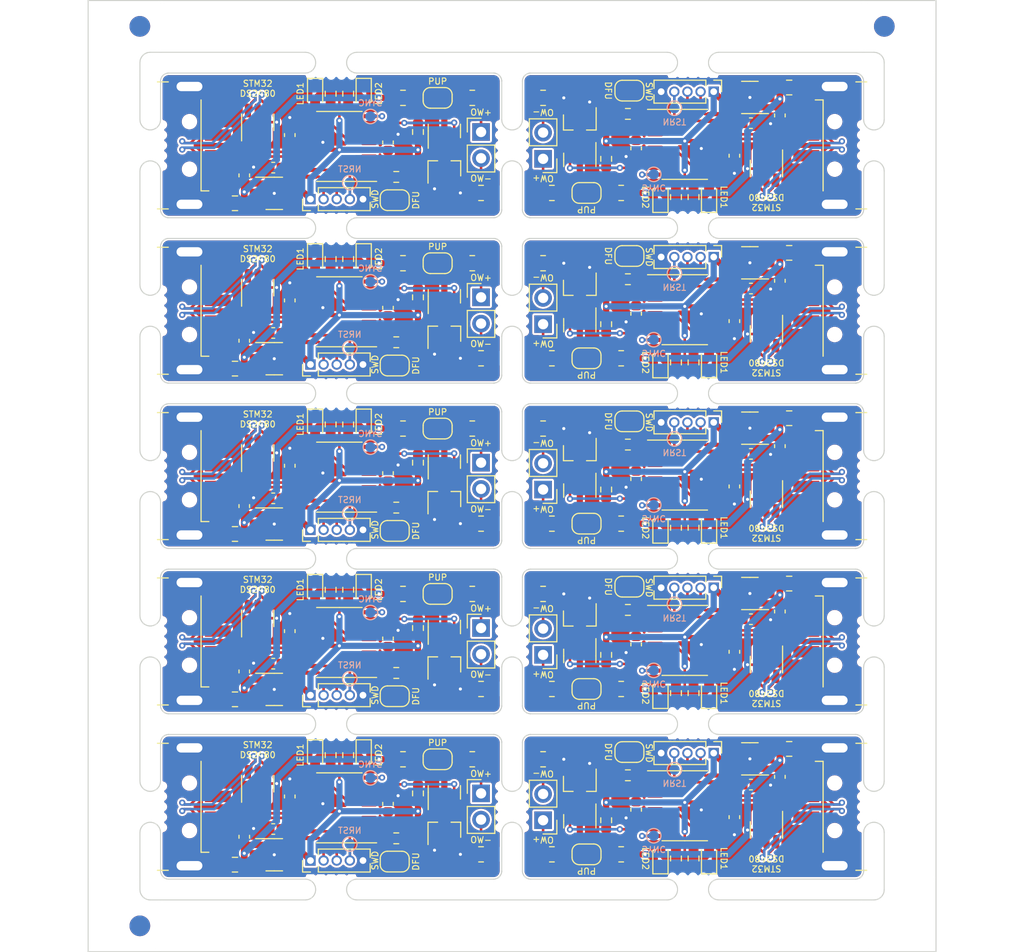
<source format=kicad_pcb>
(kicad_pcb (version 20210424) (generator pcbnew)
  (layers (0 "F.Cu" signal) (31 "B.Cu" signal) (34 "B.Paste" user) (35 "F.Paste" user) (36 "B.SilkS" user "B.Silkscreen") (37 "F.SilkS" user "F.Silkscreen") (38 "B.Mask" user) (39 "F.Mask" user) (44 "Edge.Cuts" user))
  (net 0 "")
  (net 1 "Board_0-+3V3")
  (net 2 "Board_0-+5V")
  (net 3 "Board_0-/BOOT")
  (net 4 "Board_0-/LED1")
  (net 5 "Board_0-/LED2")
  (net 6 "Board_0-/NRST")
  (net 7 "Board_0-/OW-3V3")
  (net 8 "Board_0-/OW-SYNC")
  (net 9 "Board_0-/SYS_SWCLK")
  (net 10 "Board_0-/SYS_SWDIO")
  (net 11 "Board_0-/USB1_DN")
  (net 12 "Board_0-/USB1_DP")
  (net 13 "Board_0-/USB_DN")
  (net 14 "Board_0-/USB_DP")
  (net 15 "Board_0-GND")
  (net 16 "Board_0-Net-(D1-Pad1)")
  (net 17 "Board_0-Net-(D2-Pad1)")
  (net 18 "Board_0-Net-(D3-Pad1)")
  (net 19 "Board_0-Net-(F1-Pad2)")
  (net 20 "Board_0-Net-(J1-Pad1)")
  (net 21 "Board_0-Net-(J1-Pad2)")
  (net 22 "Board_0-Net-(JP1-Pad1)")
  (net 23 "Board_0-unconnected-(U2-Pad11)")
  (net 24 "Board_0-unconnected-(U2-Pad12)")
  (net 25 "Board_0-unconnected-(U2-Pad13)")
  (net 26 "Board_0-unconnected-(U2-Pad14)")
  (net 27 "Board_0-unconnected-(U2-Pad2)")
  (net 28 "Board_0-unconnected-(U2-Pad3)")
  (net 29 "Board_0-unconnected-(U3-Pad4)")
  (net 30 "Board_1-+3V3")
  (net 31 "Board_1-+5V")
  (net 32 "Board_1-/BOOT")
  (net 33 "Board_1-/LED1")
  (net 34 "Board_1-/LED2")
  (net 35 "Board_1-/NRST")
  (net 36 "Board_1-/OW-3V3")
  (net 37 "Board_1-/OW-SYNC")
  (net 38 "Board_1-/SYS_SWCLK")
  (net 39 "Board_1-/SYS_SWDIO")
  (net 40 "Board_1-/USB1_DN")
  (net 41 "Board_1-/USB1_DP")
  (net 42 "Board_1-/USB_DN")
  (net 43 "Board_1-/USB_DP")
  (net 44 "Board_1-GND")
  (net 45 "Board_1-Net-(D1-Pad1)")
  (net 46 "Board_1-Net-(D2-Pad1)")
  (net 47 "Board_1-Net-(D3-Pad1)")
  (net 48 "Board_1-Net-(F1-Pad2)")
  (net 49 "Board_1-Net-(J1-Pad1)")
  (net 50 "Board_1-Net-(J1-Pad2)")
  (net 51 "Board_1-Net-(JP1-Pad1)")
  (net 52 "Board_1-unconnected-(U2-Pad11)")
  (net 53 "Board_1-unconnected-(U2-Pad12)")
  (net 54 "Board_1-unconnected-(U2-Pad13)")
  (net 55 "Board_1-unconnected-(U2-Pad14)")
  (net 56 "Board_1-unconnected-(U2-Pad2)")
  (net 57 "Board_1-unconnected-(U2-Pad3)")
  (net 58 "Board_1-unconnected-(U3-Pad4)")
  (net 59 "Board_2-+3V3")
  (net 60 "Board_2-+5V")
  (net 61 "Board_2-/BOOT")
  (net 62 "Board_2-/LED1")
  (net 63 "Board_2-/LED2")
  (net 64 "Board_2-/NRST")
  (net 65 "Board_2-/OW-3V3")
  (net 66 "Board_2-/OW-SYNC")
  (net 67 "Board_2-/SYS_SWCLK")
  (net 68 "Board_2-/SYS_SWDIO")
  (net 69 "Board_2-/USB1_DN")
  (net 70 "Board_2-/USB1_DP")
  (net 71 "Board_2-/USB_DN")
  (net 72 "Board_2-/USB_DP")
  (net 73 "Board_2-GND")
  (net 74 "Board_2-Net-(D1-Pad1)")
  (net 75 "Board_2-Net-(D2-Pad1)")
  (net 76 "Board_2-Net-(D3-Pad1)")
  (net 77 "Board_2-Net-(F1-Pad2)")
  (net 78 "Board_2-Net-(J1-Pad1)")
  (net 79 "Board_2-Net-(J1-Pad2)")
  (net 80 "Board_2-Net-(JP1-Pad1)")
  (net 81 "Board_2-unconnected-(U2-Pad11)")
  (net 82 "Board_2-unconnected-(U2-Pad12)")
  (net 83 "Board_2-unconnected-(U2-Pad13)")
  (net 84 "Board_2-unconnected-(U2-Pad14)")
  (net 85 "Board_2-unconnected-(U2-Pad2)")
  (net 86 "Board_2-unconnected-(U2-Pad3)")
  (net 87 "Board_2-unconnected-(U3-Pad4)")
  (net 88 "Board_3-+3V3")
  (net 89 "Board_3-+5V")
  (net 90 "Board_3-/BOOT")
  (net 91 "Board_3-/LED1")
  (net 92 "Board_3-/LED2")
  (net 93 "Board_3-/NRST")
  (net 94 "Board_3-/OW-3V3")
  (net 95 "Board_3-/OW-SYNC")
  (net 96 "Board_3-/SYS_SWCLK")
  (net 97 "Board_3-/SYS_SWDIO")
  (net 98 "Board_3-/USB1_DN")
  (net 99 "Board_3-/USB1_DP")
  (net 100 "Board_3-/USB_DN")
  (net 101 "Board_3-/USB_DP")
  (net 102 "Board_3-GND")
  (net 103 "Board_3-Net-(D1-Pad1)")
  (net 104 "Board_3-Net-(D2-Pad1)")
  (net 105 "Board_3-Net-(D3-Pad1)")
  (net 106 "Board_3-Net-(F1-Pad2)")
  (net 107 "Board_3-Net-(J1-Pad1)")
  (net 108 "Board_3-Net-(J1-Pad2)")
  (net 109 "Board_3-Net-(JP1-Pad1)")
  (net 110 "Board_3-unconnected-(U2-Pad11)")
  (net 111 "Board_3-unconnected-(U2-Pad12)")
  (net 112 "Board_3-unconnected-(U2-Pad13)")
  (net 113 "Board_3-unconnected-(U2-Pad14)")
  (net 114 "Board_3-unconnected-(U2-Pad2)")
  (net 115 "Board_3-unconnected-(U2-Pad3)")
  (net 116 "Board_3-unconnected-(U3-Pad4)")
  (net 117 "Board_4-+3V3")
  (net 118 "Board_4-+5V")
  (net 119 "Board_4-/BOOT")
  (net 120 "Board_4-/LED1")
  (net 121 "Board_4-/LED2")
  (net 122 "Board_4-/NRST")
  (net 123 "Board_4-/OW-3V3")
  (net 124 "Board_4-/OW-SYNC")
  (net 125 "Board_4-/SYS_SWCLK")
  (net 126 "Board_4-/SYS_SWDIO")
  (net 127 "Board_4-/USB1_DN")
  (net 128 "Board_4-/USB1_DP")
  (net 129 "Board_4-/USB_DN")
  (net 130 "Board_4-/USB_DP")
  (net 131 "Board_4-GND")
  (net 132 "Board_4-Net-(D1-Pad1)")
  (net 133 "Board_4-Net-(D2-Pad1)")
  (net 134 "Board_4-Net-(D3-Pad1)")
  (net 135 "Board_4-Net-(F1-Pad2)")
  (net 136 "Board_4-Net-(J1-Pad1)")
  (net 137 "Board_4-Net-(J1-Pad2)")
  (net 138 "Board_4-Net-(JP1-Pad1)")
  (net 139 "Board_4-unconnected-(U2-Pad11)")
  (net 140 "Board_4-unconnected-(U2-Pad12)")
  (net 141 "Board_4-unconnected-(U2-Pad13)")
  (net 142 "Board_4-unconnected-(U2-Pad14)")
  (net 143 "Board_4-unconnected-(U2-Pad2)")
  (net 144 "Board_4-unconnected-(U2-Pad3)")
  (net 145 "Board_4-unconnected-(U3-Pad4)")
  (net 146 "Board_5-+3V3")
  (net 147 "Board_5-+5V")
  (net 148 "Board_5-/BOOT")
  (net 149 "Board_5-/LED1")
  (net 150 "Board_5-/LED2")
  (net 151 "Board_5-/NRST")
  (net 152 "Board_5-/OW-3V3")
  (net 153 "Board_5-/OW-SYNC")
  (net 154 "Board_5-/SYS_SWCLK")
  (net 155 "Board_5-/SYS_SWDIO")
  (net 156 "Board_5-/USB1_DN")
  (net 157 "Board_5-/USB1_DP")
  (net 158 "Board_5-/USB_DN")
  (net 159 "Board_5-/USB_DP")
  (net 160 "Board_5-GND")
  (net 161 "Board_5-Net-(D1-Pad1)")
  (net 162 "Board_5-Net-(D2-Pad1)")
  (net 163 "Board_5-Net-(D3-Pad1)")
  (net 164 "Board_5-Net-(F1-Pad2)")
  (net 165 "Board_5-Net-(J1-Pad1)")
  (net 166 "Board_5-Net-(J1-Pad2)")
  (net 167 "Board_5-Net-(JP1-Pad1)")
  (net 168 "Board_5-unconnected-(U2-Pad11)")
  (net 169 "Board_5-unconnected-(U2-Pad12)")
  (net 170 "Board_5-unconnected-(U2-Pad13)")
  (net 171 "Board_5-unconnected-(U2-Pad14)")
  (net 172 "Board_5-unconnected-(U2-Pad2)")
  (net 173 "Board_5-unconnected-(U2-Pad3)")
  (net 174 "Board_5-unconnected-(U3-Pad4)")
  (net 175 "Board_6-+3V3")
  (net 176 "Board_6-+5V")
  (net 177 "Board_6-/BOOT")
  (net 178 "Board_6-/LED1")
  (net 179 "Board_6-/LED2")
  (net 180 "Board_6-/NRST")
  (net 181 "Board_6-/OW-3V3")
  (net 182 "Board_6-/OW-SYNC")
  (net 183 "Board_6-/SYS_SWCLK")
  (net 184 "Board_6-/SYS_SWDIO")
  (net 185 "Board_6-/USB1_DN")
  (net 186 "Board_6-/USB1_DP")
  (net 187 "Board_6-/USB_DN")
  (net 188 "Board_6-/USB_DP")
  (net 189 "Board_6-GND")
  (net 190 "Board_6-Net-(D1-Pad1)")
  (net 191 "Board_6-Net-(D2-Pad1)")
  (net 192 "Board_6-Net-(D3-Pad1)")
  (net 193 "Board_6-Net-(F1-Pad2)")
  (net 194 "Board_6-Net-(J1-Pad1)")
  (net 195 "Board_6-Net-(J1-Pad2)")
  (net 196 "Board_6-Net-(JP1-Pad1)")
  (net 197 "Board_6-unconnected-(U2-Pad11)")
  (net 198 "Board_6-unconnected-(U2-Pad12)")
  (net 199 "Board_6-unconnected-(U2-Pad13)")
  (net 200 "Board_6-unconnected-(U2-Pad14)")
  (net 201 "Board_6-unconnected-(U2-Pad2)")
  (net 202 "Board_6-unconnected-(U2-Pad3)")
  (net 203 "Board_6-unconnected-(U3-Pad4)")
  (net 204 "Board_7-+3V3")
  (net 205 "Board_7-+5V")
  (net 206 "Board_7-/BOOT")
  (net 207 "Board_7-/LED1")
  (net 208 "Board_7-/LED2")
  (net 209 "Board_7-/NRST")
  (net 210 "Board_7-/OW-3V3")
  (net 211 "Board_7-/OW-SYNC")
  (net 212 "Board_7-/SYS_SWCLK")
  (net 213 "Board_7-/SYS_SWDIO")
  (net 214 "Board_7-/USB1_DN")
  (net 215 "Board_7-/USB1_DP")
  (net 216 "Board_7-/USB_DN")
  (net 217 "Board_7-/USB_DP")
  (net 218 "Board_7-GND")
  (net 219 "Board_7-Net-(D1-Pad1)")
  (net 220 "Board_7-Net-(D2-Pad1)")
  (net 221 "Board_7-Net-(D3-Pad1)")
  (net 222 "Board_7-Net-(F1-Pad2)")
  (net 223 "Board_7-Net-(J1-Pad1)")
  (net 224 "Board_7-Net-(J1-Pad2)")
  (net 225 "Board_7-Net-(JP1-Pad1)")
  (net 226 "Board_7-unconnected-(U2-Pad11)")
  (net 227 "Board_7-unconnected-(U2-Pad12)")
  (net 228 "Board_7-unconnected-(U2-Pad13)")
  (net 229 "Board_7-unconnected-(U2-Pad14)")
  (net 230 "Board_7-unconnected-(U2-Pad2)")
  (net 231 "Board_7-unconnected-(U2-Pad3)")
  (net 232 "Board_7-unconnected-(U3-Pad4)")
  (net 233 "Board_8-+3V3")
  (net 234 "Board_8-+5V")
  (net 235 "Board_8-/BOOT")
  (net 236 "Board_8-/LED1")
  (net 237 "Board_8-/LED2")
  (net 238 "Board_8-/NRST")
  (net 239 "Board_8-/OW-3V3")
  (net 240 "Board_8-/OW-SYNC")
  (net 241 "Board_8-/SYS_SWCLK")
  (net 242 "Board_8-/SYS_SWDIO")
  (net 243 "Board_8-/USB1_DN")
  (net 244 "Board_8-/USB1_DP")
  (net 245 "Board_8-/USB_DN")
  (net 246 "Board_8-/USB_DP")
  (net 247 "Board_8-GND")
  (net 248 "Board_8-Net-(D1-Pad1)")
  (net 249 "Board_8-Net-(D2-Pad1)")
  (net 250 "Board_8-Net-(D3-Pad1)")
  (net 251 "Board_8-Net-(F1-Pad2)")
  (net 252 "Board_8-Net-(J1-Pad1)")
  (net 253 "Board_8-Net-(J1-Pad2)")
  (net 254 "Board_8-Net-(JP1-Pad1)")
  (net 255 "Board_8-unconnected-(U2-Pad11)")
  (net 256 "Board_8-unconnected-(U2-Pad12)")
  (net 257 "Board_8-unconnected-(U2-Pad13)")
  (net 258 "Board_8-unconnected-(U2-Pad14)")
  (net 259 "Board_8-unconnected-(U2-Pad2)")
  (net 260 "Board_8-unconnected-(U2-Pad3)")
  (net 261 "Board_8-unconnected-(U3-Pad4)")
  (net 262 "Board_9-+3V3")
  (net 263 "Board_9-+5V")
  (net 264 "Board_9-/BOOT")
  (net 265 "Board_9-/LED1")
  (net 266 "Board_9-/LED2")
  (net 267 "Board_9-/NRST")
  (net 268 "Board_9-/OW-3V3")
  (net 269 "Board_9-/OW-SYNC")
  (net 270 "Board_9-/SYS_SWCLK")
  (net 271 "Board_9-/SYS_SWDIO")
  (net 272 "Board_9-/USB1_DN")
  (net 273 "Board_9-/USB1_DP")
  (net 274 "Board_9-/USB_DN")
  (net 275 "Board_9-/USB_DP")
  (net 276 "Board_9-GND")
  (net 277 "Board_9-Net-(D1-Pad1)")
  (net 278 "Board_9-Net-(D2-Pad1)")
  (net 279 "Board_9-Net-(D3-Pad1)")
  (net 280 "Board_9-Net-(F1-Pad2)")
  (net 281 "Board_9-Net-(J1-Pad1)")
  (net 282 "Board_9-Net-(J1-Pad2)")
  (net 283 "Board_9-Net-(JP1-Pad1)")
  (net 284 "Board_9-unconnected-(U2-Pad11)")
  (net 285 "Board_9-unconnected-(U2-Pad12)")
  (net 286 "Board_9-unconnected-(U2-Pad13)")
  (net 287 "Board_9-unconnected-(U2-Pad14)")
  (net 288 "Board_9-unconnected-(U2-Pad2)")
  (net 289 "Board_9-unconnected-(U2-Pad3)")
  (net 290 "Board_9-unconnected-(U3-Pad4)")
  (footprint "Resistor_SMD:R_0603_1608Metric" (layer "F.Cu") (at 76.600009 51.300003 -90)
    (fp_text reference "R5" hide)
    (fp_text value "10K" hide)
  )
  (footprint "NPTH" (layer "F.Cu") (at 33.700998 100.000008)
    (fp_text reference "REF**" hide)
    (fp_text value "NPTH" hide)
  )
  (footprint "NPTH" (layer "F.Cu") (at 47.999998 72.799002)
    (fp_text reference "REF**" hide)
    (fp_text value "NPTH" hide)
  )
  (footprint "NPTH" (layer "F.Cu") (at 33.500997 126.515696)
    (fp_text reference "REF**" hide)
    (fp_text value "NPTH" hide)
  )
  (footprint "NPTH" (layer "F.Cu") (at 68.701005 112.000012)
    (fp_text reference "REF**" hide)
    (fp_text value "NPTH" hide)
  )
  (footprint "NPTH" (layer "F.Cu") (at 33.500997 127.517363)
    (fp_text reference "REF**" hide)
    (fp_text value "NPTH" hide)
  )
  (footprint "Capacitor_SMD:C_0603_1608Metric" (layer "F.Cu") (at 55.499997 81.712511 90)
    (fp_text reference "C2" hide)
    (fp_text value "100nF" hide)
  )
  (footprint "NPTH" (layer "F.Cu") (at 101.499017 37.48433)
    (fp_text reference "REF**" hide)
    (fp_text value "NPTH" hide)
  )
  (footprint "NPTH" (layer "F.Cu") (at 49.999998 75.201005)
    (fp_text reference "REF**" hide)
    (fp_text value "NPTH" hide)
  )
  (footprint "Capacitor_SMD:C_0603_1608Metric" (layer "F.Cu") (at 55.499997 65.712504 90)
    (fp_text reference "C2" hide)
    (fp_text value "100nF" hide)
  )
  (footprint "NPTH" (layer "F.Cu") (at 33.700998 96.000008)
    (fp_text reference "REF**" hide)
    (fp_text value "NPTH" hide)
  )
  (footprint "Jumper:SolderJumper-2_P1.3mm_Open_RoundedPad1.0x1.5mm" (layer "F.Cu") (at 56.149997 71.300004 180)
    (fp_text reference "JP2" hide)
    (fp_text value "DFU")
  )
  (footprint "NPTH" (layer "F.Cu") (at 68.701003 115.000012)
    (fp_text reference "REF**" hide)
    (fp_text value "NPTH" hide)
  )
  (footprint "NPTH" (layer "F.Cu") (at 86.000004 75.201009)
    (fp_text reference "REF**" hide)
    (fp_text value "NPTH" hide)
  )
  (footprint "Resistor_SMD:R_0603_1608Metric" (layer "F.Cu") (at 49.949997 93.000018 -90)
    (fp_text reference "R1" hide)
    (fp_text value "100R" hide)
  )
  (footprint "Fiducial:Fiducial_0.5mm_Mask1.5mm" (layer "F.Cu") (at 73.200009 44.400003 180)
    (fp_text reference "FID2" hide)
    (fp_text value "Fiducial" hide)
  )
  (footprint "Resistor_SMD:R_0805_2012Metric" (layer "F.Cu") (at 71.350009 54.600003)
    (fp_text reference "R4" hide)
    (fp_text value "4.7R" hide)
  )
  (footprint "Package_TO_SOT_SMD:SOT-23" (layer "F.Cu") (at 60.949997 80.600011 90)
    (fp_text reference "Q1" hide)
    (fp_text value "SI2302CDS" hide)
  )
  (footprint "NPTH" (layer "F.Cu") (at 107.997341 43.000997)
    (fp_text reference "REF**" hide)
    (fp_text value "NPTH" hide)
  )
  (footprint "NPTH" (layer "F.Cu") (at 48.999998 72.799002)
    (fp_text reference "REF**" hide)
    (fp_text value "NPTH" hide)
  )
  (footprint "Package_TO_SOT_SMD:SOT-23-5" (layer "F.Cu") (at 90.500009 45.360003 180)
    (fp_text reference "U3" hide)
    (fp_text value "AP2204K-3.3" hide)
  )
  (footprint "NPTH" (layer "F.Cu") (at 101.499017 127.517363)
    (fp_text reference "REF**" hide)
    (fp_text value "NPTH" hide)
  )
  (footprint "Fiducial:Fiducial_0.5mm_Mask1.5mm" (layer "F.Cu") (at 39.599997 108.400025)
    (fp_text reference "FID1" hide)
    (fp_text value "Fiducial" hide)
  )
  (footprint "Fiducial:Fiducial_0.5mm_Mask1.5mm" (layer "F.Cu") (at 95.400009 103.600024 180)
    (fp_text reference "FID1" hide)
    (fp_text value "Fiducial" hide)
  )
  (footprint "NPTH" (layer "F.Cu") (at 66.298998 112.000012)
    (fp_text reference "REF**" hide)
    (fp_text value "NPTH" hide)
  )
  (footprint "Fiducial:Fiducial_0.5mm_Mask1.5mm" (layer "F.Cu") (at 73.200009 92.400024 180)
    (fp_text reference "FID2" hide)
    (fp_text value "Fiducial" hide)
  )
  (footprint "NPTH" (layer "F.Cu") (at 50.999998 75.201005)
    (fp_text reference "REF**" hide)
    (fp_text value "NPTH" hide)
  )
  (footprint "LED_SMD:LED_0603_1608Metric" (layer "F.Cu") (at 81.850009 103.000024 90)
    (fp_text reference "D2" hide)
    (fp_text value "LED2")
  )
  (footprint "Connector_PinHeader_2.54mm:PinHeader_1x02_P2.54mm_Vertical" (layer "F.Cu") (at 70.500009 83.300017 180)
    (fp_text reference "J1" hide)
    (fp_text value "OW" hide)
  )
  (footprint "Package_TO_SOT_SMD:SOT-23-6" (layer "F.Cu") (at 92.100009 84.240017 -90)
    (fp_text reference "U1" hide)
    (fp_text value "USBLC6-2SC6" hide)
  )
  (footprint "Resistor_SMD:R_0603_1608Metric" (layer "F.Cu") (at 78.700009 94.950024 180)
    (fp_text reference "R6" hide)
    (fp_text value "10K" hide)
  )
  (footprint "Resistor_SMD:R_0805_2012Metric" (layer "F.Cu") (at 64.499997 54.599997 180)
    (fp_text reference "R7" hide)
    (fp_text value "4.7R" hide)
  )
  (footprint "NPTH" (layer "F.Cu") (at 105.999008 38.480997)
    (fp_text reference "REF**" hide)
    (fp_text value "NPTH" hide)
  )
  (footprint "NPTH" (layer "F.Cu") (at 84.000004 107.201014)
    (fp_text reference "REF**" hide)
    (fp_text value "NPTH" hide)
  )
  (footprint "Package_SO:TSSOP-20_4.4x6.5mm_P0.65mm" (layer "F.Cu") (at 84.200009 97.900024)
    (fp_text reference "U2" hide)
    (fp_text value "STM32F042F6Px" hide)
  )
  (footprint "Resistor_SMD:R_0805_2012Metric" (layer "F.Cu") (at 56.949997 77.400011)
    (fp_text reference "R3" hide)
    (fp_text value "2.2K" hide)
  )
  (footprint "LED_SMD:LED_0603_1608Metric" (layer "F.Cu") (at 53.149997 61.000004 -90)
    (fp_text reference "D2" hide)
    (fp_text value "LED2")
  )
  (footprint "Diode_SMD:D_SOT-23_ANK" (layer "F.Cu") (at 60.949997 84.250011 90)
    (fp_text reference "D3" hide)
    (fp_text value "5.1V" hide)
  )
  (footprint "NPTH" (layer "F.Cu") (at 47.999998 91.201007)
    (fp_text reference "REF**" hide)
    (fp_text value "NPTH" hide)
  )
  (footprint "NPTH" (layer "F.Cu") (at 105.994008 43.000997)
    (fp_text reference "REF**" hide)
    (fp_text value "NPTH" hide)
  )
  (footprint "NPTH" (layer "F.Cu") (at 33.500997 37.48433)
    (fp_text reference "REF**" hide)
    (fp_text value "NPTH" hide)
  )
  (footprint "Resistor_SMD:R_0603_1608Metric" (layer "F.Cu") (at 78.700009 46.950003 180)
    (fp_text reference "R6" hide)
    (fp_text value "10K" hide)
  )
  (footprint "Capacitor_SMD:C_0603_1608Metric" (layer "F.Cu") (at 89.000009 99.000024 -90)
    (fp_text reference "C1" hide)
    (fp_text value "100nF" hide)
  )
  (footprint "NPTH" (layer "F.Cu") (at 51.999998 72.799001)
    (fp_text reference "REF**" hide)
    (fp_text value "NPTH" hide)
  )
  (footprint "Capacitor_SMD:C_0603_1608Metric" (layer "F.Cu") (at 41.599997 116.900025 90)
    (fp_text reference "C4" hide)
    (fp_text value "1uF" hide)
  )
  (footprint "Package_TO_SOT_SMD:SOT-23-5" (layer "F.Cu") (at 44.499997 54.639997)
    (fp_text reference "U3" hide)
    (fp_text value "AP2204K-3.3" hide)
  )
  (footprint "NPTH" (layer "F.Cu") (at 33.700998 65.000001)
    (fp_text reference "REF**" hide)
    (fp_text value "NPTH" hide)
  )
  (footprint "NPTH" (layer "F.Cu") (at 87.000004 56.799001)
    (fp_text reference "REF**" hide)
    (fp_text value "NPTH" hide)
  )
  (footprint "Resistor_SMD:R_0805_2012Metric" (layer "F.Cu") (at 78.050009 118.600031 180)
    (fp_text reference "R3" hide)
    (fp_text value "2.2K" hide)
  )
  (footprint "Resistor_SMD:R_0805_2012Metric" (layer "F.Cu") (at 56.949997 109.400025)
    (fp_text reference "R3" hide)
    (fp_text value "2.2K" hide)
  )
  (footprint "Capacitor_SMD:C_0603_1608Metric" (layer "F.Cu") (at 89.000009 67.00001 -90)
    (fp_text reference "C1" hide)
    (fp_text value "100nF" hide)
  )
  (footprint "NPTH" (layer "F.Cu") (at 83.000004 75.201007)
    (fp_text reference "REF**" hide)
    (fp_text value "NPTH" hide)
  )
  (footprint "Resistor_SMD:R_0805_2012Metric" (layer "F.Cu") (at 63.649997 109.400025 180)
    (fp_text reference "R4" hide)
    (fp_text value "4.7R" hide)
  )
  (footprint "NPTH" (layer "F.Cu") (at 85.000004 88.799008)
    (fp_text reference "REF**" hide)
    (fp_text value "NPTH" hide)
  )
  (footprint "NPTH" (layer "F.Cu") (at 68.701003 52)
    (fp_text reference "REF**" hide)
    (fp_text value "NPTH" hide)
  )
  (footprint "NPTH" (layer "F.Cu") (at 51.999998 88.799004)
    (fp_text reference "REF**" hide)
    (fp_text value "NPTH" hide)
  )
  (footprint "Fuse:Fuse_0805_2012Metric" (layer "F.Cu") (at 94.300009 60.40001)
    (fp_text reference "F1" hide)
    (fp_text value "Polyfuse" hide)
  )
  (footprint "Resistor_SMD:R_0603_1608Metric" (layer "F.Cu") (at 85.050009 71.00001 90)
    (fp_text reference "R1" hide)
    (fp_text value "100R" hide)
  )
  (footprint "NPTH" (layer "F.Cu") (at 27.002663 43.000997)
    (fp_text reference "REF**" hide)
    (fp_text value "NPTH" hide)
  )
  (footprint "NPTH" (layer "F.Cu") (at 50.999998 104.799008)
    (fp_text reference "REF**" hide)
    (fp_text value "NPTH" hide)
  )
  (footprint "Capacitor_SMD:C_0603_1608Metric" (layer "F.Cu") (at 45.999997 97.000018 90)
    (fp_text reference "C1" hide)
    (fp_text value "100nF" hide)
  )
  (footprint "Connector_USB:USB_A_CNCTech_1001-011-01101_Horizontal" (layer "F.Cu") (at 105.600009 50.000003)
    (fp_text reference "J2" hide)
    (fp_text value "USB_A" hide)
  )
  (footprint "Jumper:SolderJumper-2_P1.3mm_Open_RoundedPad1.0x1.5mm" (layer "F.Cu") (at 60.299997 61.400004)
    (fp_text reference "JP1" hide)
    (fp_text value "PUP")
  )
  (footprint "NPTH" (layer "F.Cu") (at 47.999998 59.201001)
    (fp_text reference "REF**" hide)
    (fp_text value "NPTH" hide)
  )
  (footprint "NPTH" (layer "F.Cu") (at 33.500997 39.487663)
    (fp_text reference "REF**" hide)
    (fp_text value "NPTH" hide)
  )
  (footprint "NPTH" (layer "F.Cu") (at 66.298998 66.000001)
    (fp_text reference "REF**" hide)
    (fp_text value "NPTH" hide)
  )
  (footprint "Connector_PinHeader_2.54mm:PinHeader_1x02_P2.54mm_Vertical" (layer "F.Cu") (at 64.499997 112.700025)
    (fp_text reference "J1" hide)
    (fp_text value "OW" hide)
  )
  (footprint "NPTH" (layer "F.Cu") (at 68.701003 51)
    (fp_text reference "REF**" hide)
    (fp_text value "NPTH" hide)
  )
  (footprint "Capacitor_SMD:C_0603_1608Metric" (layer "F.Cu") (at 45.999997 81.000011 90)
    (fp_text reference "C1" hide)
    (fp_text value "100nF" hide)
  )
  (footprint "Connector_PinHeader_1.27mm:PinHeader_1x05_P1.27mm_Vertical" (layer "F.Cu") (at 47.999997 119.200025 90)
    (fp_text reference "J3" hide)
    (fp_text value "SWD")
  )
  (footprint "Package_TO_SOT_SMD:SOT-23-6" (layer "F.Cu") (at 92.100009 116.240031 -90)
    (fp_text reference "U1" hide)
    (fp_text value "USBLC6-2SC6" hide)
  )
  (footprint "NPTH" (layer "F.Cu") (at 33.500997 36.482663)
    (fp_text reference "REF**" hide)
    (fp_text value "NPTH" hide)
  )
  (footprint "Resistor_SMD:R_0805_2012Metric" (layer "F.Cu") (at 70.500009 93.400024)
    (fp_text reference "R7" hide)
    (fp_text value "4.7R" hide)
  )
  (footprint "NPTH" (layer "F.Cu") (at 101.299004 82.000008)
    (fp_text reference "REF**" hide)
    (fp_text value "NPTH" hide)
  )
  (footprint "NPTH" (layer "F.Cu") (at 87.000004 120.799013)
    (fp_text reference "REF**" hide)
    (fp_text value "NPTH" hide)
  )
  (footprint "Resistor_SMD:R_0603_1608Metric" (layer "F.Cu") (at 51.649997 44.999997 -90)
    (fp_text reference "R2" hide)
    (fp_text value "100R" hide)
  )
  (footprint "NPTH" (layer "F.Cu") (at 28.00433 43.000997)
    (fp_text reference "REF**" hide)
    (fp_text value "NPTH" hide)
  )
  (footprint "Resistor_SMD:R_0603_1608Metric" (layer "F.Cu") (at 51.649997 109.000025 -90)
    (fp_text reference "R2" hide)
    (fp_text value "100R" hide)
  )
  (footprint "NPTH" (layer "F.Cu") (at 47.999998 56.798998)
    (fp_text reference "REF**" hide)
    (fp_text value "NPTH" hide)
  )
  (footprint "Resistor_SMD:R_0603_1608Metric" (layer "F.Cu") (at 56.299997 117.050025)
    (fp_text reference "R6" hide)
    (fp_text value "10K" hide)
  )
  (footprint "Jumper:SolderJumper-2_P1.3mm_Open_RoundedPad1.0x1.5mm" (layer "F.Cu") (at 78.850009 60.70001)
    (fp_text reference "JP2" hide)
    (fp_text value "DFU")
  )
  (footprint "NPTH" (layer "F.Cu") (at 68.701003 99.000009)
    (fp_text reference "REF**" hide)
    (fp_text value "NPTH" hide)
  )
  (footprint "NPTH" (layer "F.Cu") (at 49.999998 88.799005)
    (fp_text reference "REF**" hide)
    (fp_text value "NPTH" hide)
  )
  (footprint "NPTH" (layer "F.Cu") (at 84.000004 91.201011)
    (fp_text reference "REF**" hide)
    (fp_text value "NPTH" hide)
  )
  (footprint "Resistor_SMD:R_0805_2012Metric" (layer "F.Cu") (at 64.499997 86.600011 180)
    (fp_text reference "R7" hide)
    (fp_text value "4.7R" hide)
  )
  (footprint "Jumper:SolderJumper-2_P1.3mm_Open_RoundedPad1.0x1.5mm" (layer "F.Cu") (at 60.299997 77.400011)
    (fp_text reference "JP1" hide)
    (fp_text value "PUP")
  )
  (footprint "Capacitor_SMD:C_0603_1608Metric" (layer "F.Cu") (at 93.400009 95.100024 -90)
    (fp_text reference "C4" hide)
    (fp_text value "1uF" hide)
  )
  (footprint "Package_TO_SOT_SMD:SOT-23-5" (layer "F.Cu") (at 44.499997 86.640011)
    (fp_text reference "U3" hide)
    (fp_text value "AP2204K-3.3" hide)
  )
  (footprint "NPTH" (layer "F.Cu") (at 101.499017 125.51403)
    (fp_text reference "REF**" hide)
    (fp_text value "NPTH" hide)
  )
  (footprint "Package_SO:TSSOP-20_4.4x6.5mm_P0.65mm" (layer "F.Cu") (at 50.799997 82.100011 180)
    (fp_text reference "U2" hide)
    (fp_text value "STM32F042F6Px" hide)
  )
  (footprint "NPTH" (layer "F.Cu") (at 47.999998 107.20101)
    (fp_text reference "REF**" hide)
    (fp_text value "NPTH" hide)
  )
  (footprint "Resistor_SMD:R_0603_1608Metric" (layer "F.Cu") (at 56.299997 85.050011)
    (fp_text reference "R6" hide)
    (fp_text value "10K" hide)
  )
  (footprint "NPTH" (layer "F.Cu") (at 101.299005 84.000008)
    (fp_text reference "REF**" hide)
    (fp_text value "NPTH" hide)
  )
  (footprint "Resistor_SMD:R_0805_2012Metric" (layer "F.Cu") (at 56.949997 45.399997)
    (fp_text reference "R3" hide)
    (fp_text value "2.2K" hide)
  )
  (footprint "NPTH" (layer "F.Cu") (at 27.002663 120.999031)
    (fp_text reference "REF**" hide)
    (fp_text value "NPTH" hide)
  )
  (footprint "Package_TO_SOT_SMD:SOT-23" (layer "F.Cu") (at 74.050009 67.40001 -90)
    (fp_text reference "Q1" hide)
    (fp_text value "SI2302CDS" hide)
  )
  (footprint "NPTH" (layer "F.Cu") (at 84.000004 72.799005)
    (fp_text reference "REF**" hide)
    (fp_text value "NPTH" hide)
  )
  (footprint "LED_SMD:LED_0603_1608Metric" (layer "F.Cu") (at 86.550009 119.000031 90)
    (fp_text reference "D1" hide)
    (fp_text value "LED1")
  )
  (footprint "Fiducial:Fiducial_0.5mm_Mask1.5mm" (layer "F.Cu") (at 39.599997 92.400018)
    (fp_text reference "FID1" hide)
    (fp_text value "Fiducial" hide)
  )
  (footprint "Fuse:Fuse_0805_2012Metric" (layer "F.Cu") (at 94.300009 92.400024)
    (fp_text reference "F1" hide)
    (fp_text value "Polyfuse" hide)
  )
  (footprint "NPTH" (layer "F.Cu") (at 101.299005 116.000015)
    (fp_text reference "REF**" hide)
    (fp_text value "NPTH" hide)
  )
  (footprint "Resistor_SMD:R_0603_1608Metric" (layer "F.Cu") (at 83.350009 71.00001 90)
    (fp_text reference "R2" hide)
    (fp_text value "100R" hide)
  )
  (footprint "Jumper:SolderJumper-2_P1.3mm_Open_RoundedPad1.0x1.5mm" (layer "F.Cu") (at 74.700009 102.600024 180)
    (fp_text reference "JP1" hide)
    (fp_text value "PUP")
  )
  (footprint "Capacitor_SMD:C_0603_1608Metric" (layer "F.Cu") (at 89.000009 51.000003 -90)
    (fp_text reference "C1" hide)
    (fp_text value "100nF" hide)
  )
  (footprint "LED_SMD:LED_0603_1608Metric" (layer "F.Cu") (at 86.550009 71.00001 90)
    (fp_text reference "D1" hide)
    (fp_text value "LED1")
  )
  (footprint "Capacitor_SMD:C_0603_1608Metric" (layer "F.Cu") (at 93.400009 63.10001 -90)
    (fp_text reference "C4" hide)
    (fp_text value "1uF" hide)
  )
  (footprint "NPTH" (layer "F.Cu") (at 50.999998 120.799011)
    (fp_text reference "REF**" hide)
    (fp_text value "NPTH" hide)
  )
  (footprint "Capacitor_SMD:C_0603_1608Metric" (layer "F.Cu") (at 90.600009 79.850017)
    (fp_text reference "C3" hide)
    (fp_text value "2.2uF" hide)
  )
  (footprint "NPTH" (layer "F.Cu") (at 68.701003 68.000002)
    (fp_text reference "REF**" hide)
    (fp_text value "NPTH" hide)
  )
  (footprint "Fiducial:Fiducial_0.5mm_Mask1.5mm" (layer "F.Cu") (at 61.799997 55.599997)
    (fp_text reference "FID2" hide)
    (fp_text value "Fiducial" hide)
  )
  (footprint "NPTH" (layer "F.Cu") (at 66.298998 82.000005)
    (fp_text reference "REF**" hide)
    (fp_text value "NPTH" hide)
  )
  (footprint "Resistor_SMD:R_0805_2012Metric" (layer "F.Cu") (at 71.350009 70.60001)
    (fp_text reference "R4" hide)
    (fp_text value "4.7R" hide)
  )
  (footprint "NPTH" (layer "F.Cu") (at 68.701003 116.000012)
    (fp_text reference "REF**" hide)
    (fp_text value "NPTH" hide)
  )
  (footprint "NPTH" (layer "F.Cu") (at 85.000004 104.799012)
    (fp_text reference "REF**" hide)
    (fp_text value "NPTH" hide)
  )
  (footprint "NPTH" (layer "F.Cu") (at 101.499017 39.487663)
    (fp_text reference "REF**" hide)
    (fp_text value "NPTH" hide)
  )
  (footprint "NPTH" (layer "F.Cu") (at 66.298998 115.000012)
    (fp_text reference "REF**" hide)
    (fp_text value "NPTH" hide)
  )
  (footprint "NPTH" (layer "F.Cu") (at 48.999998 75.201005)
    (fp_text reference "REF**" hide)
    (fp_text value "NPTH" hide)
  )
  (footprint "Capacitor_SMD:C_0603_1608Metric" (layer "F.Cu") (at 79.500009 114.287531 -90)
    (fp_text reference "C2" hide)
    (fp_text value "100nF" hide)
  )
  (footprint "Fiducial" (layer "F.Cu") (at 31.500997 38.480997)
    (fp_text reference "REF**" hide)
    (fp_text value "Fiducial" hide)
  )
  (footprint "NPTH" (layer "F.Cu") (at 83.000004 104.799013)
    (fp_text reference "REF**" hide)
    (fp_text value "NPTH" hide)
  )
  (footprint "Resistor_SMD:R_0603_1608Metric" (layer "F.Cu") (at 49.949997 44.999997 -90)
    (fp_text reference "R1" hide)
    (fp_text value "100R" hide)
  )
  (footprint "NPTH" (layer "F.Cu") (at 50.999998 91.201009)
    (fp_text reference "REF**" hide)
    (fp_text value "NPTH" hide)
  )
  (footprint "LED_SMD:LED_0603_1608Metric" (layer "F.Cu") (at 48.449997 77.000011 -90)
    (fp_text reference "D1" hide)
    (fp_text value "LED1")
  )
  (footprint "Fiducial:Fiducial_0.5mm_Mask1.5mm" (layer "F.Cu") (at 61.799997 103.600018)
    (fp_text reference "FID2" hide)
    (fp_text value "Fiducial" hide)
  )
  (footprint "NPTH" (layer "F.Cu") (at 33.700998 50.999998)
    (fp_text reference "REF**" hide)
    (fp_text value "NPTH" hide)
  )
  (footprint "NPTH" (layer "F.Cu") (at 33.700998 97.000008)
    (fp_text reference "REF**" hide)
    (fp_text value "NPTH" hide)
  )
  (footprint "NPTH" (layer "F.Cu") (at 33.500997 38.485997)
    (fp_text reference "REF**" hide)
    (fp_text value "NPTH" hide)
  )
  (footprint "Capacitor_SMD:C_0603_1608Metric" (layer "F.Cu") (at 79.500009 98.287524 -90)
    (fp_text reference "C2" hide)
    (fp_text value "100nF" hide)
  )
  (footprint "NPTH" (layer "F.Cu") (at 49.999998 107.201012)
    (fp_text reference "REF**" hide)
    (fp_text value "NPTH" hide)
  )
  (footprint "NPTH" (layer "F.Cu") (at 66.298998 84.000005)
    (fp_text reference "REF**" hide)
    (fp_text value "NPTH" hide)
  )
  (footprint "NPTH" (layer "F.Cu") (at 47.999998 75.201004)
    (fp_text reference "REF**" hide)
    (fp_text value "NPTH" hide)
  )
  (footprint "Capacitor_SMD:C_0603_1608Metric" (layer "F.Cu") (at 44.399997 116.150025 180)
    (fp_text reference "C3" hide)
    (fp_text value "2.2uF" hide)
  )
  (footprint "Diode_SMD:D_SOT-23_ANK" (layer "F.Cu") (at 74.050009 63.75001 -90)
    (fp_text reference "D3" hide)
    (fp_text value "5.1V" hide)
  )
  (footprint "Resistor_SMD:R_0603_1608Metric" (layer "F.Cu") (at 51.649997 61.000004 -90)
    (fp_text reference "R2" hide)
    (fp_text value "100R" hide)
  )
  (footprint "NPTH" (layer "F.Cu") (at 47.999998 120.799014)
    (fp_text reference "REF**" hide)
    (fp_text value "NPTH" hide)
  )
  (footprint "Package_SO:TSSOP-20_4.4x6.5mm_P0.65mm" (layer "F.Cu") (at 84.200009 49.900003)
    (fp_text reference "U2" hide)
    (fp_text value "STM32F042F6Px" hide)
  )
  (footprint "Resistor_SMD:R_0603_1608Metric" (layer "F.Cu") (at 49.949997 61.000004 -90)
    (fp_text reference "R1" hide)
    (fp_text value "100R" hide)
  )
  (footprint "Capacitor_SMD:C_0603_1608Metric" (layer "F.Cu") (at 45.999997 48.999997 90)
    (fp_text reference "C1" hide)
    (fp_text value "100nF" hide)
  )
  (footprint "Jumper:SolderJumper-2_P1.3mm_Open_RoundedPad1.0x1.5mm" (layer "F.Cu") (at 78.850009 44.700003)
    (fp_text reference "JP2" hide)
    (fp_text value "DFU")
  )
  (footprint "Fuse:Fuse_0805_2012Metric" (layer "F.Cu") (at 40.699997 87.600011 180)
    (fp_text reference "F1" hide)
    (fp_text value "Polyfuse" hide)
  )
  (footprint "Resistor_SMD:R_0603_1608Metric" (layer "F.Cu") (at 58.399997 48.699997 90)
    (fp_text reference "R5" hide)
    (fp_text value "10K" hide)
  )
  (footprint "NPTH" (layer "F.Cu") (at 48.999998 107.201011)
    (fp_text reference "REF**" hide)
    (fp_text value "NPTH" hide)
  )
  (footprint "NPTH" (layer "F.Cu") (at 33.500997 125.51403)
    (fp_text reference "REF**" hide)
    (fp_text value "NPTH" hide)
  )
  (footprint "NPTH" (layer "F.Cu") (at 48.999998 120.799013)
    (fp_text reference "REF**" hide)
    (fp_text value "NPTH" hide)
  )
  (footprint "Resistor_SMD:R_0603_1608Metric" (layer "F.Cu") (at 76.600009 67.30001 -90)
    (fp_text reference "R5" hide)
    (fp_text value "10K" hide)
  )
  (footprint "NPTH" (layer "F.Cu") (at 84.000004 120.799016)
    (fp_text reference "REF**" hide)
    (fp_text value "NPTH" hide)
  )
  (footprint "NPTH" (layer "F.Cu") (at 33.700998 82.000005)
    (fp_text reference "REF**" hide)
    (fp_text value "NPTH" hide)
  )
  (footprint "NPTH" (layer "F.Cu") (at 87.000004 72.799004)
    (fp_text reference "REF**" hide)
    (fp_text value "NPTH" hide)
  )
  (footprint "Jumper:SolderJumper-2_P1.3mm_Open_RoundedPad1.0x1.5mm" (layer "F.Cu") (at 60.299997 45.399997)
    (fp_text reference "JP1" hide)
    (fp_text value "PUP")
  )
  (footprint "Diode_SMD:D_SOT-23_ANK" (layer "F.Cu") (at 60.949997 68.250004 90)
    (fp_text reference "D3" hide)
    (fp_text value "5.1V" hide)
  )
  (footprint "Resistor_SMD:R_0805_2012Metric" (layer "F.Cu") (at 64.499997 102.600018 180)
    (fp_text reference "R7" hide)
    (fp_text value "4.7R" hide)
  )
  (footprint "Package_TO_SOT_SMD:SOT-23-6" (layer "F.Cu") (at 42.899997 63.760004 90)
    (fp_text reference "U1" hide)
    (fp_text value "USBLC6-2SC6" hide)
  )
  (footprint "Package_TO_SOT_SMD:SOT-23-5" (layer "F.Cu") (at 44.499997 70.640004)
    (fp_text reference "U3" hide)
    (fp_text value "AP2204K-3.3" hide)
  )
  (footprint "Fiducial:Fiducial_0.5mm_Mask1.5mm" (layer "F.Cu") (at 61.799997 87.600011)
    (fp_text reference "FID2" hide)
    (fp_text value "Fiducial" hide)
  )
  (footprint "NPTH" (layer "F.Cu") (at 48.999998 104.799009)
    (fp_text reference "REF**" hide)
    (fp_text value "NPTH" hide)
  )
  (footprint "NPTH" (layer "F.Cu") (at 83.000004 72.799005)
    (fp_text reference "REF**" hide)
    (fp_text value "NPTH" hide)
  )
  (footprint "Fiducial:Fiducial_0.5mm_Mask1.5mm" (layer "F.Cu") (at 61.799997 119.600025)
    (fp_text reference "FID2" hide)
    (fp_text value "Fiducial" hide)
  )
  (footprint "Connector_PinHeader_1.27mm:PinHeader_1x05_P1.27mm_Vertical" (layer "F.Cu") (at 87.000009 108.800031 -90)
    (fp_text reference "J3" hide)
    (fp_text value "SWD")
  )
  (footprint "Diode_SMD:D_SOT-23_ANK" (layer "F.Cu") (at 74.050009 79.750017 -90)
    (fp_text reference "D3" hide)
    (fp_text value "5.1V" hide)
  )
  (footprint "NPTH" (layer "F.Cu") (at 48.999998 91.201008)
    (fp_text reference "REF**" hide)
    (fp_text value "NPTH" hide)
  )
  (footprint "Package_SO:TSSOP-20_4.4x6.5mm_P0.65mm" (layer "F.Cu") (at 50.799997 98.100018 180)
    (fp_text reference "U2" hide)
    (fp_text value "STM32F042F6Px" hide)
  )
  (footprint "NPTH" (layer "F.Cu") (at 101.299005 99.000012)
    (fp_text reference "REF**" hide)
    (fp_text value "NPTH" hide)
  )
  (footprint "Capacitor_SMD:C_0603_1608Metric" (layer "F.Cu") (at 79.500009 82.287517 -90)
    (fp_text reference "C2" hide)
    (fp_text value "100nF" hide)
  )
  (footprint "NPTH" (layer "F.Cu") (at 51.999998 43.200998)
    (fp_text reference "REF**" hide)
    (fp_text value "NPTH" hide)
  )
  (footprint "NPTH" (layer "F.Cu") (at 66.298998 51.999999)
    (fp_text reference "REF**" hide)
    (fp_text value "NPTH" hide)
  )
  (footprint "NPTH" (layer "F.Cu") (at 85.000004 72.799005)
    (fp_text reference "REF**" hide)
    (fp_text value "NPTH" hide)
  )
  (footprint "Jumper:SolderJumper-2_P1.3mm_Open_RoundedPad1.0x1.5mm" (layer "F.Cu") (at 56.149997 55.299997 180)
    (fp_text reference "JP2" hide)
    (fp_text value "DFU")
  )
  (footprint "Package_TO_SOT_SMD:SOT-23" (layer "F.Cu") (at 60.949997 64.600004 90)
    (fp_text reference "Q1" hide)
    (fp_text value "SI2302CDS" hide)
  )
  (footprint "NPTH" (layer "F.Cu") (at 29.005997 43.000997)
    (fp_text reference "REF**" hide)
    (fp_text value "NPTH" hide)
  )
  (footprint "NPTH" (layer "F.Cu") (at 101.499017 124.512363)
    (fp_text reference "REF**" hide)
    (fp_text value "NPTH" hide)
  )
  (footprint "NPTH" (layer "F.Cu") (at 68.701004 50)
    (fp_text reference "REF**" hide)
    (fp_text value "NPTH" hide)
  )
  (footprint "NPTH" (layer "F.Cu") (at 33.700998 80.000005)
    (fp_text reference "REF**" hide)
    (fp_text value "NPTH" hide)
  )
  (footprint "NPTH" (layer "F.Cu") (at 33.700998 114.000012)
    (fp_text reference "REF**" hide)
    (fp_text value "NPTH" hide)
  )
  (footprint "Resistor_SMD:R_0603_1608Metric" (layer "F.Cu") (at 78.700009 62.95001 180)
    (fp_text reference "R6" hide)
    (fp_text value "10K" hide)
  )
  (footprint "NPTH" (layer "F.Cu") (at 101.299005 67.000005)
    (fp_text reference "REF**" hide)
    (fp_text value "NPTH" hide)
  )
  (footprint "NPTH" (layer "F.Cu") (at 50.999998 107.201013)
    (fp_text reference "REF**" hide)
    (fp_text value "NPTH" hide)
  )
  (footprint "Resistor_SMD:R_0603_1608Metric" (layer "F.Cu") (at 83.350009 87.000017 90)
    (fp_text reference "R2" hide)
    (fp_text value "100R" hide)
  )
  (footprint "NPTH" (layer "F.Cu") (at 101.299005 100.000012)
    (fp_text reference "REF**" hide)
    (fp_text value "NPTH" hide)
  )
  (footprint "Capacitor_SMD:C_0603_1608Metric" (layer "F.Cu") (at 45.999997 113.000025 90)
    (fp_text reference "C1" hide)
    (fp_text value "100nF" hide)
  )
  (footprint "NPTH" (layer "F.Cu") (at 68.701005 64.000002)
    (fp_text reference "REF**" hide)
    (fp_text value "NPTH" hide)
  )
  (footprint "NPTH" (layer "F.Cu") (at 104.992341 43.000997)
    (fp_text reference "REF**" hide)
    (fp_text value "NPTH" hide)
  )
  (footprint "NPTH" (layer "F.Cu") (at 87.000004 43.201001)
    (fp_text reference "REF**" hide)
    (fp_text value "NPTH" hide)
  )
  (footprint "LED_SMD:LED_0603_1608Metric" (layer "F.Cu") (at 81.850009 119.000031 90)
    (fp_text reference "D2" hide)
    (fp_text value "LED2")
  )
  (footprint "NPTH" (layer "F.Cu") (at 84.000004 75.201007)
    (fp_text reference "REF**" hide)
    (fp_text value "NPTH" hide)
  )
  (footprint "Diode_SMD:D_SOT-23_ANK" (layer "F.Cu") (at 74.050009 47.750003 -90)
    (fp_text reference "D3" hide)
    (fp_text value "5.1V" hide)
  )
  (footprint "NPTH" (layer "F.Cu") (at 29.000997 125.51903)
    (fp_text reference "REF**" hide)
    (fp_text value "NPTH" hide)
  )
  (footprint "NPTH" (layer "F.Cu") (at 33.700998 113.000012)
    (fp_text reference "REF**" hide)
    (fp_text value "NPTH" hide)
  )
  (footprint "Capacitor_SMD:C_0603_1608Metric" (layer "F.Cu") (at 44.399997 68.150004 180)
    (fp_text reference "C3" hide)
    (fp_text value "2.2uF" hide)
  )
  (footprint "Resistor_SMD:R_0805_2012Metric" (layer "F.Cu") (at 70.500009 77.400017)
    (fp_text reference "R7" hide)
    (fp_text value "4.7R" hide)
  )
  (footprint "NPTH" (layer "F.Cu") (at 33.700998 51.999998)
    (fp_text reference "REF**" hide)
    (fp_text value "NPTH" hide)
  )
  (footprint "NPTH" (layer "F.Cu") (at 49.999998 43.200998)
    (fp_text reference "REF**" hide)
    (fp_text value "NPTH" hide)
  )
  (footprint "NPTH" (layer "F.Cu") (at 33.700998 66.000001)
    (fp_text reference "REF**" hide)
    (fp_text value "NPTH" hide)
  )
  (footprint "NPTH" (layer "F.Cu") (at 29.005997 120.999031)
    (fp_text reference "REF**" hide)
    (fp_text value "NPTH" hide)
  )
  (footprint "Package_TO_SOT_SMD:SOT-23-6" (layer "F.Cu") (at 42.899997 95.760018 90)
    (fp_text reference "U1" hide)
    (fp_text value "USBLC6-2SC6" hide)
  )
  (footprint "NPTH" (layer "F.Cu") (at 50.999998 72.799001)
    (fp_text reference "REF**" hide)
    (fp_text value "NPTH" hide)
  )
  (footprint "NPTH" (layer "F.Cu") (at 86.000004 120.799014)
    (fp_text reference "REF**" hide)
    (fp_text value "NPTH" hide)
  )
  (footprint "Capacitor_SMD:C_0603_1608Metric" (layer "F.Cu") (at 89.000009 83.000017 -90)
    (fp_text reference "C1" hide)
    (fp_text value "100nF" hide)
  )
  (footprint "NPTH" (layer "F.Cu") (at 33.700998 112.000012)
    (fp_text reference "REF**" hide)
    (fp_text value "NPTH" hide)
  )
  (footprint "Connector_PinHeader_1.27mm:PinHeader_1x05_P1.27mm_Vertical" (layer "F.Cu") (at 47.999997 87.200011 90)
    (fp_text reference "J3" hide)
    (fp_text value "SWD")
  )
  (footprint "NPTH" (layer "F.Cu") (at 106.995674 120.999031)
    (fp_text reference "REF**" hide)
    (fp_text value "NPTH" hide)
  )
  (footprint "Package_SO:TSSOP-20_4.4x6.5mm_P0.65mm" (layer "F.Cu") (at 84.200009 65.90001)
    (fp_text reference "U2" hide)
    (fp_text value "STM32F042F6Px" hide)
  )
  (footprint "NPTH" (layer "F.Cu") (at 33.700998 49.999998)
    (fp_text reference "REF**" hide)
    (fp_text value "NPTH" hide)
  )
  (footprint "NPTH" (layer "F.Cu") (at 86.000004 91.201012)
    (fp_text reference "REF**" hide)
    (fp_text value "NPTH" hide)
  )
  (footprint "Resistor_SMD:R_0603_1608Metric" (layer "F.Cu") (at 56.299997 53.049997)
    (fp_text reference "R6" hide)
    (fp_text value "10K" hide)
  )
  (footprint "NPTH" (layer "F.Cu") (at 101.299005 51.000001)
    (fp_text reference "REF**" hide)
    (fp_text value "NPTH" hide)
  )
  (footprint "NPTH" (layer "F.Cu") (at 68.701004 98.000009)
    (fp_text reference "REF**" hide)
    (fp_text value "NPTH" hide)
  )
  (footprint "Package_TO_SOT_SMD:SOT-23-6" (layer "F.Cu") (at 42.899997 79.760011 90)
    (fp_text reference "U1" hide)
    (fp_text value "USBLC6-2SC6" hide)
  )
  (footprint "NPTH" (layer "F.Cu") (at 101.299005 52.000001)
    (fp_text reference "REF**" hide)
    (fp_text value "NPTH" hide)
  )
  (footprint "Package_TO_SOT_SMD:SOT-23" (layer "F.Cu") (at 60.949997 112.600025 90)
    (fp_text reference "Q1" hide)
    (fp_text value "SI2302CDS" hide)
  )
  (footprint "Resistor_SMD:R_0603_1608Metric" (layer "F.Cu") (at 83.350009 119.000031 90)
    (fp_text reference "R2" hide)
    (fp_text value "100R" hide)
  )
  (footprint "NPTH" (layer "F.Cu") (at 101.299003 113.000015)
    (fp_text reference "REF**" hide)
    (fp_text value "NPTH" hide)
  )
  (footprint "NPTH" (layer "F.Cu") (at 49.999998 56.798998)
    (fp_text reference "REF**" hide)
    (fp_text value "NPTH" hide)
  )
  (footprint "NPTH" (layer "F.Cu") (at 68.701003 67.000002)
    (fp_text reference "REF**" hide)
    (fp_text value "NPTH" hide)
  )
  (footprint "NPTH" (layer "F.Cu") (at 33.700998 98.000008)
    (fp_text reference "REF**" hide)
    (fp_text value "NPTH" hide)
  )
  (footprint "Jumper:SolderJumper-2_P1.3mm_Open_RoundedPad1.0x1.5mm" (layer "F.Cu") (at 78.850009 76.700017)
    (fp_text reference "JP2" hide)
    (fp_text value "DFU")
  )
  (footprint "Package_TO_SOT_SMD:SOT-23" (layer "F.Cu") (at 60.949997 96.600018 90)
    (fp_text reference "Q1" hide)
    (fp_text value "SI2302CDS" hide)
  )
  (footprint "Package_TO_SOT_SMD:SOT-23-6" (layer "F.Cu") (at 42.899997 47.759997 90)
    (fp_text reference "U1" hide)
    (fp_text value "USBLC6-2SC6" hide)
  )
  (footprint "Resistor_SMD:R_0603_1608Metric" (layer "F.Cu") (at 58.399997 64.700004 90)
    (fp_text reference "R5" hide)
    (fp_text value "10K" hide)
  )
  (footprint "NPTH" (layer "F.Cu") (at 106.995674 43.000997)
    (fp_text reference "REF**" hide)
    (fp_text value "NPTH" hide)
  )
  (footprint "NPTH" (layer "F.Cu") (at 105.994008 120.999031)
    (fp_text reference "REF**" hide)
    (fp_text value "NPTH" hide)
  )
  (footprint "Fuse:Fuse_0805_2012Metric" (layer "F.Cu") (at 40.699997 103.600018 180)
    (fp_text reference "F1" hide)
    (fp_text value "Polyfuse" hide)
  )
  (footprint "NPTH" (layer "F.Cu") (at 101.299003 112.000015)
    (fp_text reference "REF**" hide)
    (fp_text value "NPTH" hide)
  )
  (footprint "NPTH" (layer "F.Cu") (at 86.000004 43.201001)
    (fp_text reference "REF**" hide)
    (fp_text value "NPTH" hide)
  )
  (footprint "NPTH" (layer "F.Cu") (at 85.000004 75.201008)
    (fp_text reference "REF**" hide)
    (fp_text value "NPTH" hide)
  )
  (footprint "NPTH" (layer "F.Cu") (at 47.999998 43.200998)
    (fp_text reference "REF**" hide)
    (fp_text value "NPTH" hide)
  )
  (footprint "Connector_USB:USB_A_CNCTech_1001-011-01101_Horizontal" (layer "F.Cu") (at 105.600009 66.00001)
    (fp_text reference "J2" hide)
    (fp_text value "USB_A" hide)
  )
  (footprint "NPTH" (layer "F.Cu") (at 33.500997 124.512363)
    (fp_text reference "REF**" hide)
    (fp_text value "NPTH" hide)
  )
  (footprint "Connector_PinHeader_2.54mm:PinHeader_1x02_P2.54mm_Vertical" (layer "F.Cu") (at 70.500009 115.300031 180)
    (fp_text reference "J1" hide)
    (fp_text value "OW" hide)
  )
  (footprint "Connector_USB:USB_A_CNCTech_1001-011-01101_Horizontal" (layer "F.Cu") (at 29.399997 82.000011 180)
    (fp_text reference "J2" hide)
    (fp_text value "USB_A" hide)
  )
  (footprint "Resistor_SMD:R_0805_2012Metric" (layer "F.Cu") (at 56.949997 61.400004)
    (fp_text reference "R3" hide)
    (fp_text value "2.2K" hide)
  )
  (footprint "Capacitor_SMD:C_0603_1608Metric" (layer "F.Cu") (at 55.499997 97.712518 90)
    (fp_text reference "C2" hide)
    (fp_text value "100nF" hide)
  )
  (footprint "Capacitor_SMD:C_0603_1608Metric" (layer "F.Cu") (at 79.500009 50.287503 -90)
    (fp_text reference "C2" hide)
    (fp_text value "100nF" hide)
  )
  (footprint "Capacitor_SMD:C_0603_1608Metric" (layer "F.Cu") (at 89.000009 115.000031 -90)
    (fp_text reference "C1" hide)
    (fp_text value "100nF" hide)
  )
  (footprint "Resistor_SMD:R_0805_2012Metric" (layer "F.Cu") (at 64.499997 70.600004 180)
    (fp_text reference "R7" hide)
    (fp_text value "4.7R" hide)
  )
  (footprint "NPTH" (layer "F.Cu") (at 87.000004 91.201013)
    (fp_text reference "REF**" hide)
    (fp_text value "NPTH" hide)
  )
  (footprint "NPTH" (layer "F.Cu") (at 85.000004 56.799001)
    (fp_text reference "REF**" hide)
    (fp_text value "NPTH" hide)
  )
  (footprint "Jumper:SolderJumper-2_P1.3mm_Open_RoundedPad1.0x1.5mm" (layer "F.Cu") (at 74.700009 54.600003 180)
    (fp_text reference "JP1" hide)
    (fp_text value "PUP")
  )
  (footprint "NPTH" (layer "F.Cu") (at 68.701004 114.000012)
    (fp_text reference "REF**" hide)
    (fp_text value "NPTH" hide)
  )
  (footprint "Package_TO_SOT_SMD:SOT-23-5" (layer "F.Cu") (at 90.500009 77.360017 180)
    (fp_text reference "U3" hide)
    (fp_text value "AP2204K-3.3" hide)
  )
  (footprint "Diode_SMD:D_SOT-23_ANK" (layer "F.Cu") (at 60.949997 52.249997 90)
    (fp_text reference "D3" hide)
    (fp_text value "5.1V" hide)
  )
  (footprint "Resistor_SMD:R_0805_2012Metric" (layer "F.Cu") (at 63.649997 77.400011 180)
    (fp_text reference "R4" hide)
    (fp_text value "4.7R" hide)
  )
  (footprint "Capacitor_SMD:C_0603_1608Metric" (layer "F.Cu") (at 90.600009 63.85001)
    (fp_text reference "C3" hide)
    (fp_text value "2.2uF" hide)
  )
  (footprint "NPTH" (layer "F.Cu") (at 83.000004 107.201013)
    (fp_text reference "REF**" hide)
    (fp_text value "NPTH" hide)
  )
  (footprint "NPTH" (layer "F.Cu") (at 51.999998 107.201014)
    (fp_text reference "REF**" hide)
    (fp_text value "NPTH" hide)
  )
  (footprint "Resistor_SMD:R_0805_2012Metric" (layer "F.Cu") (at 63.649997 93.400018 180)
    (fp_text reference "R4" hide)
    (fp_text value "4.7R" hide)
  )
  (footprint "NPTH" (layer "F.Cu") (at 101.299003 49.000001)
    (fp_text reference "REF**" hide)
    (fp_text value "NPTH" hide)
  )
  (footprint "Capacitor_SMD:C_0603_1608Metric" (layer "F.Cu") (at 45.999997 65.000004 90)
    (fp_text reference "C1" hide)
    (fp_text value "100nF" hide)
  )
  (footprint "NPTH" (layer "F.Cu") (at 33.700998 84.000005)
    (fp_text reference "REF**" hide)
    (fp_text value "NPTH" hide)
  )
  (footprint "Package_TO_SOT_SMD:SOT-23-6" (layer "F.Cu") (at 92.100009 52.240003 -90)
    (fp_text reference "U1" hide)
    (fp_text value "USBLC6-2SC6" hide)
  )
  (footprint "NPTH" (layer "F.Cu") (at 101.499017 40.48933)
    (fp_text reference "REF**" hide)
    (fp_text value "NPTH" hide)
  )
  (footprint "NPTH" (layer "F.Cu") (at 68.701005 49)
    (fp_text reference "REF**" hide)
    (fp_text value "NPTH" hide)
  )
  (footprint "NPTH" (layer "F.Cu") (at 87.000004 75.201009)
    (fp_text reference "REF**" hide)
    (fp_text value "NPTH" hide)
  )
  (footprint "NPTH" (layer "F.Cu") (at 86.000004 107.201016)
    (fp_text reference "REF**" hide)
    (fp_text value "NPTH" hide)
  )
  (footprint "Capacitor_SMD:C_0603_1608Metric" (layer "F.Cu") (at 79.500009 66.28751 -90)
    (fp_text reference "C2" hide)
    (fp_text value "100nF" hide)
  )
  (footprint "NPTH" (layer "F.Cu") (at 83.000004 88.799009)
    (fp_text reference "REF**" hide)
    (fp_text value "NPTH" hide)
  )
  (footprint "NPTH" (layer "F.Cu") (at 87.000004 59.201005)
    (fp_text reference "REF**" hide)
    (fp_text value "NPTH" hide)
  )
  (footprint "NPTH" (layer "F.Cu") (at 83.000004 59.201004)
    (fp_text reference "REF**" hide)
    (fp_text value "NPTH" hide)
  )
  (footprint "NPTH" (layer "F.Cu") (at 33.700998 48.999998)
    (fp_text reference "REF**" hide)
    (fp_text value "NPTH" hide)
  )
  (footprint "NPTH" (layer "F.Cu") (at 85.000004 91.201011)
    (fp_text reference "REF**" hide)
    (fp_text value "NPTH" hide)
  )
  (footprint "NPTH" (layer "F.Cu") (at 84.000004 56.799001)
    (fp_text reference "REF**" hide)
    (fp_text value "NPTH" hide)
  )
  (footprint "NPTH" (layer "F.Cu") (at 48.999998 88.799005)
    (fp_text reference "REF**" hide)
    (fp_text value "NPTH" hide)
  )
  (footprint "LED_SMD:LED_0603_1608Metric" (layer "F.Cu") (at 53.149997 77.000011 -90)
    (fp_text reference "D2" hide)
    (fp_text value "LED2")
  )
  (footprint "NPTH" (layer "F.Cu") (at 101.499017 123.510696)
    (fp_text reference "REF**" hide)
    (fp_text value "NPTH" hide)
  )
  (footprint "Diode_SMD:D_SOT-23_ANK" (layer "F.Cu") (at 74.050009 111.750031 -90)
    (fp_text reference "D3" hide)
    (fp_text value "5.1V" hide)
  )
  (footprint "NPTH" (layer "F.Cu") (at 50.999998 43.200998)
    (fp_text reference "REF**" hide)
    (fp_text value "NPTH" hide)
  )
  (footprint "Package_SO:TSSOP-20_4.4x6.5mm_P0.65mm" (layer "F.Cu") (at 50.799997 50.099997 180)
    (fp_text reference "U2" hide)
    (fp_text value "STM32F042F6Px" hide)
  )
  (footprint "Capacitor_SMD:C_0603_1608Metric" (layer "F.Cu") (at 90.600009 47.850003)
    (fp_text reference "C3" hide)
    (fp_text value "2.2uF" hide)
  )
  (footprint "Jumper:SolderJumper-2_P1.3mm_Open_RoundedPad1.0x1.5mm" (layer "F.Cu") (at 56.149997 103.300018 180)
    (fp_text reference "JP2" hide)
    (fp_text value "DFU")
  )
  (footprint "Resistor_SMD:R_0603_1608Metric" (layer "F.Cu") (at 76.600009 115.300031 -90)
    (fp_text reference "R5" hide)
    (fp_text value "10K" hide)
  )
  (footprint "Connector_USB:USB_A_CNCTech_1001-011-01101_Horizontal" (layer "F.Cu") (at 105.600009 82.000017)
    (fp_text reference "J2" hide)
    (fp_text value "USB_A" hide)
  )
  (footprint "Package_TO_SOT_SMD:SOT-23" (layer "F.Cu") (at 74.050009 99.400024 -90)
    (fp_text reference "Q1" hide)
    (fp_text value "SI2302CDS" hide)
  )
  (footprint "Connector_PinHeader_2.54mm:PinHeader_1x02_P2.54mm_Vertical" (layer "F.Cu") (at 64.499997 64.700004)
    (fp_text reference "J1" hide)
    (fp_text value "OW" hide)
  )
  (footprint "NPTH" (layer "F.Cu") (at 66.298998 116.000012)
    (fp_text reference "REF**" hide)
    (fp_text value "NPTH" hide)
  )
  (footprint "NPTH" (layer "F.Cu") (at 101.299005 83.000008)
    (fp_text reference "REF**" hide)
    (fp_text value "NPTH" hide)
  )
  (footprint "NPTH" (layer "F.Cu") (at 101.299004 50.000001)
    (fp_text reference "REF**" hide)
    (fp_text value "NPTH" hide)
  )
  (footprint "Resistor_SMD:R_0603_1608Metric" (layer "F.Cu") (at 85.050009 55.000003 90)
    (fp_text reference "R1" hide)
    (fp_text value "100R" hide)
  )
  (footprint "NPTH" (layer "F.Cu") (at 66.298998 81.000005)
    (fp_text reference "REF**" hide)
    (fp_text value "NPTH" hide)
  )
  (footprint "Fiducial:Fiducial_0.5mm_Mask1.5mm" (layer "F.Cu") (at 73.200009 108.400031 180)
    (fp_text reference "FID2" hide)
    (fp_text value "Fiducial" hide)
  )
  (footprint "NPTH" (layer "F.Cu") (at 68.701004 82.000005)
    (fp_text reference "REF**" hide)
    (fp_text value "NPTH" hide)
  )
  (footprint "Resistor_SMD:R_0805_2012Metric" (layer "F.Cu") (at 63.649997 45.399997 180)
    (fp_text reference "R4" hide)
    (fp_text value "4.7R" hide)
  )
  (footprint "NPTH" (layer "F.Cu") (at 66.298998 100.000008)
    (fp_text reference "REF**" hide)
    (fp_text value "NPTH" hide)
  )
  (footprint "Package_TO_SOT_SMD:SOT-23-5" (layer "F.Cu") (at 90.500009 109.360031 180)
    (fp_text reference "U3" hide)
    (fp_text value "AP2204K-3.3" hide)
  )
  (footprint "Capacitor_SMD:C_0603_1608Metric" (layer "F.Cu") (at 44.399997 100.150018 180)
    (fp_text reference "C3" hide)
    (fp_text value "2.2uF" hide)
  )
  (footprint "Connector_PinHeader_1.27mm:PinHeader_1x05_P1.27mm_Vertical" (layer "F.Cu") (at 87.000009 44.800003 -90)
    (fp_text reference "J3" hide)
    (fp_text value "SWD")
  )
  (footprint "NPTH" (layer "F.Cu") (at 49.999998 72.799002)
    (fp_text reference "REF**" hide)
    (fp_text value "NPTH" hide)
  )
  (footprint "NPTH" (layer "F.Cu") (at 86.000004 72.799004)
    (fp_text reference "REF**" hide)
    (fp_text value "NPTH" hide)
  )
  (footprint "Capacitor_SMD:C_0603_1608Metric" (layer "F.Cu") (at 90.600009 95.850024)
    (fp_text reference "C3" hide)
    (fp_text value "2.2uF" hide)
  )
  (footprint "Resistor_SMD:R_0805_2012Metric" (layer "F.Cu") (at 78.050009 86.600017 180)
    (fp_text reference "R3" hide)
    (fp_text value "2.2K" hide)
  )
  (footprint "NPTH" (layer "F.Cu") (at 48.999998 59.201001)
    (fp_text reference "REF**" hide)
    (fp_text value "NPTH" hide)
  )
  (footprint "NPTH" (layer "F.Cu") (at 84.000004 104.799012)
    (fp_text reference "REF**" hide)
    (fp_text value "NPTH" hide)
  )
  (footprint "NPTH" (layer "F.Cu") (at 33.700998 116.000012)
    (fp_text reference "REF**" hide)
    (fp_text value "NPTH" hide)
  )
  (footprint "Jumper:SolderJumper-2_P1.3mm_Open_RoundedPad1.0x1.5mm" (layer "F.Cu") (at 78.850009 92.700024)
    (fp_text reference "JP2" hide)
    (fp_text value "DFU")
  )
  (footprint "Resistor_SMD:R_0603_1608Metric" (layer "F.Cu") (at 49.949997 109.000025 -90)
    (fp_text reference "R1" hide)
    (fp_text value "100R" hide)
  )
  (footprint "Connector_PinHeader_1.27mm:PinHeader_1x05_P1.27mm_Vertical" (layer "F.Cu") (at 87.000009 92.800024 -90)
    (fp_text reference "J3" hide)
    (fp_text value "SWD")
  )
  (footprint "NPTH" (layer "F.Cu") (at 66.298998 64.000001)
    (fp_text reference "REF**" hide)
    (fp_text value "NPTH" hide)
  )
  (footprint "Connector_PinHeader_1.27mm:PinHeader_1x05_P1.27mm_Vertical" (layer "F.Cu") (at 47.999997 103.200018 90)
    (fp_text reference "J3" hide)
    (fp_text value "SWD")
  )
  (footprint "NPTH" (layer "F.Cu") (at 50.999998 88.799005)
    (fp_text reference "REF**" hide)
    (fp_text value "NPTH" hide)
  )
  (footprint "Jumper:SolderJumper-2_P1.3mm_Open_RoundedPad1.0x1.5mm" (layer "F.Cu") (at 56.149997 87.300011 180)
    (fp_text reference "JP2" hide)
    (fp_text value "DFU")
  )
  (footprint "Resistor_SMD:R_0603_1608Metric" (layer "F.Cu") (at 83.350009 55.000003 90)
    (fp_text reference "R2" hide)
    (fp_text value "100R" hide)
  )
  (footprint "NPTH" (layer "F.Cu") (at 66.298998 49.999999)
    (fp_text reference "REF**" hide)
    (fp_text value "NPTH" hide)
  )
  (footprint "NPTH" (layer "F.Cu") (at 101.299003 65.000005)
    (fp_text reference "REF**" hide)
    (fp_text value "NPTH" hide)
  )
  (footprint "NPTH" (layer "F.Cu") (at 87.000004 88.799007)
    (fp_text reference "REF**" hide)
    (fp_text value "NPTH" hide)
  )
  (footprint "NPTH" (layer "F.Cu") (at 85.000004 120.799015)
    (fp_text reference "REF**" hide)
    (fp_text value "NPTH" hide)
  )
  (footprint "NPTH" (layer "F.Cu") (at 66.298998 65.000001)
    (fp_text reference "REF**" hide)
    (fp_text value "NPTH" hide)
  )
  (footprint "NPTH" (layer "F.Cu") (at 49.999998 120.799012)
    (fp_text reference "REF**" hide)
    (fp_text value "NPTH" hide)
  )
  (footprint "Resistor_SMD:R_0603_1608Metric" (layer "F.Cu") (at 51.649997 77.000011 -90)
    (fp_text reference "R2" hide)
    (fp_text value "100R" hide)
  )
  (footprint "LED_SMD:LED_0603_1608Metric" (layer "F.Cu") (at 81.850009 55.000003 90)
    (fp_text reference "D2" hide)
    (fp_text value "LED2")
  )
  (footprint "NPTH" (layer "F.Cu") (at 50.999998 56.798998)
    (fp_text reference "REF**" hide)
    (fp_text value "NPTH" hide)
  )
  (footprint "Resistor_SMD:R_0603_1608Metric" (layer "F.Cu") (at 85.050009 103.000024 90)
    (fp_text reference "R1" hide)
    (fp_text value "100R" hide)
  )
  (footprint "NPTH" (layer "F.Cu") (at 30.007663 43.000997)
    (fp_text reference "REF**" hide)
    (fp_text value "NPTH" hide)
  )
  (footprint "NPTH" (layer "F.Cu") (at 68.701005 80.000005)
    (fp_text reference "REF**" hide)
    (fp_text value "NPTH" hide)
  )
  (footprint "Connector_PinHeader_1.27mm:PinHeader_1x05_P1.27mm_Vertical" (layer "F.Cu") (at 87.000009 60.80001 -90)
    (fp_text reference "J3" hide)
    (fp_text value "SWD")
  )
  (footprint "Package_TO_SOT_SMD:SOT-23-6" (layer "F.Cu") (at 92.100009 68.24001 -90)
    (fp_text reference "U1" hide)
    (fp_text value "USBLC6-2SC6" hide)
  )
  (footprint "NPTH" (layer "F.Cu") (at 31.00933 43.000997)
    (fp_text reference "REF**" hide)
    (fp_text value "NPTH" hide)
  )
  (footprint "NPTH" (layer "F.Cu") (at 51.999998 59.201002)
    (fp_text reference "REF**" hide)
    (fp_text value "NPTH" hide)
  )
  (footprint "Resistor_SMD:R_0603_1608Metric" (layer "F.Cu") (at 85.050009 119.000031 90)
    (fp_text reference "R1" hide)
    (fp_text value "100R" hide)
  )
  (footprint "LED_SMD:LED_0603_1608Metric" (layer "F.Cu") (at 53.149997 109.000025 -90)
    (fp_text reference "D2" hide)
    (fp_text value "LED2")
  )
  (footprint "Resistor_SMD:R_0805_2012Metric" (layer "F.Cu") (at 78.050009 102.600024 180)
    (fp_text reference "R3" hide)
    (fp_text value "2.2K" hide)
  )
  (footprint "Fiducial:Fiducial_0.5mm_Mask1.5mm" (layer "F.Cu") (at 39.599997 44.399997)
    (fp_text reference "FID1" hide)
    (fp_text value "Fiducial" hide)
  )
  (footprint "Resistor_SMD:R_0603_1608Metric" (layer "F.Cu") (at 78.700009 78.950017 180)
    (fp_text reference "R6" hide)
    (fp_text value "10K" hide)
  )
  (footprint "Capacitor_SMD:C_0603_1608Metric" (layer "F.Cu") (at 93.400009 47.100003 -90)
    (fp_text reference "C4" hide)
    (fp_text value "1uF" hide)
  )
  (footprint "Resistor_SMD:R_0603_1608Metric" (layer "F.Cu") (at 78.700009 110.950031 180)
    (fp_text reference "R6" hide)
    (fp_text value "10K" hide)
  )
  (footprint "Fiducial:Fiducial_0.5mm_Mask1.5mm" (layer "F.Cu") (at 73.200009 76.400017 180)
    (fp_text reference "FID2" hide)
    (fp_text value "Fiducial" hide)
  )
  (footprint "Package_TO_SOT_SMD:SOT-23" (layer "F.Cu") (at 74.050009 115.400031 -90)
    (fp_text reference "Q1" hide)
    (fp_text value "SI2302CDS" hide)
  )
  (footprint "Diode_SMD:D_SOT-23_ANK" (layer "F.Cu") (at 60.949997 100.250018 90)
    (fp_text reference "D3" hide)
    (fp_text value "5.1V" hide)
  )
  (footprint "NPTH" (layer "F.Cu") (at 101.299004 66.000005)
    (fp_text reference "REF**" hide)
    (fp_text value "NPTH" hide)
  )
  (footprint "Jumper:SolderJumper-2_P1.3mm_Open_RoundedPad1.0x1.5mm" (layer "F.Cu") (at 74.700009 86.600017 180)
    (fp_text reference "JP1" hide)
    (fp_text value "PUP")
  )
  (footprint "NPTH" (layer "F.Cu") (at 85.000004 107.201015)
    (fp_text reference "REF**" hide)
    (fp_text value "NPTH" hide)
  )
  (footprint "Resistor_SMD:R_0805_2012Metric" (layer "F.Cu") (at 56.949997 93.400018)
    (fp_text reference "R3" hide)
    (fp_text value "2.2K" hide)
  )
  (footprint "NPTH" (layer "F.Cu") (at 101.299003 48.000001)
    (fp_text reference "REF**" hide)
    (fp_text value "NPTH" hide)
  )
  (footprint "NPTH" (layer "F.Cu") (at 101.299004 98.000012)
    (fp_text reference "REF**" hide)
    (fp_text value "NPTH" hide)
  )
  (footprint "Connector_PinHeader_1.27mm:PinHeader_1x05_P1.27mm_Vertical" (layer "F.Cu") (at 47.999997 71.200004 90)
    (fp_text reference "J3" hide)
    (fp_text value "SWD")
  )
  (footprint "NPTH" (layer "F.Cu") (at 68.701005 81.000005)
    (fp_text reference "REF**" hide)
    (fp_text value "NPTH" hide)
  )
  (footprint "NPTH" (layer "F.Cu") (at 66.298998 48.999999)
    (fp_text reference "REF**" hide)
    (fp_text value "NPTH" hide)
  )
  (footprint "NPTH" (layer "F.Cu") (at 101.299003 81.000008)
    (fp_text reference "REF**" hide)
    (fp_text value "NPTH" hide)
  )
  (footprint "NPTH" (layer "F.Cu") (at 48.999998 43.200998)
    (fp_text reference "REF**" hide)
    (fp_text value "NPTH" hide)
  )
  (footprint "Capacitor_SMD:C_0603_1608Metric" (layer "F.Cu") (at 41.599997 100.900018 90)
    (fp_text reference "C4" hide)
    (fp_text value "1uF" hide)
  )
  (footprint "NPTH" (layer "F.Cu") (at 33.700998 81.000005)
    (fp_text reference "REF**" hide)
    (fp_text value "NPTH" hide)
  )
  (footprint "NPTH" (layer "F.Cu") (at 86.000004 88.799007)
    (fp_text reference "REF**" hide)
    (fp_text value "NPTH" hide)
  )
  (footprint "NPTH" (layer "F.Cu") (at 51.999998 104.799007)
    (fp_text reference "REF**" hide)
    (fp_text value "NPTH" hide)
  )
  (footprint "Connector_PinHeader_2.54mm:PinHeader_1x02_P2.54mm_Vertical" (layer "F.Cu") (at 70.500009 99.300024 180)
    (fp_text reference "J1" hide)
    (fp_text value "OW" hide)
  )
  (footprint "LED_SMD:LED_0603_1608Metric" (layer "F.Cu") (at 86.550009 87.000017 90)
    (fp_text reference "D1" hide)
    (fp_text value "LED1")
  )
  (footprint "Jumper:SolderJumper-2_P1.3mm_Open_RoundedPad1.0x1.5mm" (layer "F.Cu") (at 60.299997 109.400025)
    (fp_text reference "JP1" hide)
    (fp_text value "PUP")
  )
  (footprint "Connector_PinHeader_2.54mm:PinHeader_1x02_P2.54mm_Vertical" (layer "F.Cu") (at 64.499997 80.700011)
    (fp_text reference "J1" hide)
    (fp_text value "OW" hide)
  )
  (footprint "Connector_PinHeader_1.27mm:PinHeader_1x05_P1.27mm_Vertical" (layer "F.Cu") (at 47.999997 55.199997 90)
    (fp_text reference "J3" hide)
    (fp_text value "SWD")
  )
  (footprint "NPTH" (layer "F.Cu") (at 68.701004 66.000002)
    (fp_text reference "REF**" hide)
    (fp_text value "NPTH" hide)
  )
  (footprint "Jumper:SolderJumper-2_P1.3mm_Open_RoundedPad1.0x1.5mm" (layer "F.Cu") (at 78.850009 108.700031)
    (fp_text reference "JP2" hide)
    (fp_text value "DFU")
  )
  (footprint "NPTH" (layer "F.Cu") (at 66.298998 67.000001)
    (fp_text reference "REF**" hide)
    (fp_text value "NPTH" hide)
  )
  (footprint "LED_SMD:LED_0603_1608Metric" (layer "F.Cu") (at 48.449997 44.999997 -90)
    (fp_text reference "D1" hide)
    (fp_text value "LED1")
  )
  (footprint "Fuse:Fuse_0805_2012Metric" (layer "F.Cu") (at 94.300009 108.400031)
    (fp_text reference "F1" hide)
    (fp_text value "Polyfuse" hide)
  )
  (footprint "NPTH" (layer "F.Cu") (at 85.000004 43.201001)
    (fp_text reference "REF**" hide)
    (fp_text value "NPTH" hide)
  )
  (footprint "Fiducial:Fiducial_0.5mm_Mask1.5mm" (layer "F.Cu") (at 39.599997 76.400011)
    (fp_text reference "FID1" hide)
    (fp_text value "Fiducial" hide)
  )
  (footprint "NPTH" (layer "F.Cu") (at 33.700998 83.000005)
    (fp_text reference "REF**" hide)
    (fp_text value "NPTH" hide)
  )
  (footprint "NPTH" (layer "F.Cu") (at 83.000004 43.201001)
    (fp_text reference "REF**" hide)
    (fp_text value "NPTH" hide)
  )
  (footprint "Capacitor_SMD:C_0603_1608Metric" (layer "F.Cu") (at 55.499997 49.712497 90)
    (fp_text reference "C2" hide)
    (fp_text value "100nF" hide)
  )
  (footprint "Fiducial:Fiducial_0.5mm_Mask1.5mm" (layer "F.Cu") (at 61.799997 71.600004)
    (fp_text reference "FID2" hide)
    (fp_text value "Fiducial" hide)
  )
  (footprint "NPTH" (layer "F.Cu") (at 83.000004 91.20101)
    (fp_text reference "REF**" hide)
    (fp_text value "NPTH" hide)
  )
  (footprint "Fiducial:Fiducial_0.5mm_Mask1.5mm" (layer "F.Cu") (at 95.400009 71.60001 180)
    (fp_text reference "FID1" hide)
    (fp_text value "Fiducial" hide)
  )
  (footprint "NPTH" (layer "F.Cu") (at 68.701005 65.000002)
    (fp_text reference "REF**" hide)
    (fp_text value "NPTH" hide)
  )
  (footprint "Package_TO_SOT_SMD:SOT-23" (layer "F.Cu") (at 74.050009 51.400003 -90)
    (fp_text reference "Q1" hide)
    (fp_text value "SI2302CDS" hide)
  )
  (footprint "Connector_USB:USB_A_CNCTech_1001-011-01101_Horizontal" (layer "F.Cu") (at 105.600009 98.000024)
    (fp_text reference "J2" hide)
    (fp_text value "USB_A" hide)
  )
  (footprint "NPTH" (layer "F.Cu") (at 49.999998 59.201002)
    (fp_text reference "REF**" hide)
    (fp_text value "NPTH" hide)
  )
  (footprint "Connector_USB:USB_A_CNCTech_1001-011-01101_Horizontal" (layer "F.Cu") (at 29.399997 98.000018 180)
    (fp_text reference "J2" hide)
    (fp_text value "USB_A" hide)
  )
  (footprint "Package_SO:TSSOP-20_4.4x6.5mm_P0.65mm" (layer "F.Cu") (at 84.200009 81.900017)
    (fp_text reference "U2" hide)
    (fp_text value "STM32F042F6Px" hide)
  )
  (footprint "NPTH" (layer "F.Cu") (at 101.299005 68.000005)
    (fp_text reference "REF**" hide)
    (fp_text value "NPTH" hide)
  )
  (footprint "Resistor_SMD:R_0603_1608Metric" (layer "F.Cu") (at 56.299997 101.050018)
    (fp_text reference "R6" hide)
    (fp_text value "10K" hide)
  )
  (footprint "Resistor_SMD:R_0805_2012Metric" (layer "F.Cu") (at 78.050009 70.60001 180)
    (fp_text reference "R3" hide)
    (fp_text value "2.2K" hide)
  )
  (footprint "Capacitor_SMD:C_0603_1608Metric" (layer "F.Cu") (at 41.599997 68.900004 90)
    (fp_text reference "C4" hide)
    (fp_text value "1uF" hide)
  )
  (footprint "Package_SO:TSSOP-20_4.4x6.5mm_P0.65mm" (layer "F.Cu") (at 84.200009 113.900031)
    (fp_text reference "U2" hide)
    (fp_text value "STM32F042F6Px" hide)
  )
  (footprint "NPTH" (layer "F.Cu") (at 66.298998 80.000005)
    (fp_text reference "REF**" hide)
    (fp_text value "NPTH" hide)
  )
  (footprint "LED_SMD:LED_0603_1608Metric" (layer "F.Cu") (at 48.449997 61.000004 -90)
    (fp_text reference "D1" hide)
    (fp_text value "LED1")
  )
  (footprint "Fiducial:Fiducial_0.5mm_Mask1.5mm" (layer "F.Cu") (at 95.400009 55.600003 180)
    (fp_text reference "FID1" hide)
    (fp_text value "Fiducial" hide)
  )
  (footprint "Resistor_SMD:R_0603_1608Metric" (layer "F.Cu") (at 76.600009 83.300017 -90)
    (fp_text reference "R5" hide)
    (fp_text value "10K" hide)
  )
  (footprint "Diode_SMD:D_SOT-23_ANK" (layer "F.Cu") (at 60.949997 116.250025 90)
    (fp_text reference "D3" hide)
    (fp_text value "5.1V" hide)
  )
  (footprint "Fuse:Fuse_0805_2012Metric" (layer "F.Cu") (at 94.300009 44.400003)
    (fp_text reference "F1" hide)
    (fp_text value "Polyfuse" hide)
  )
  (footprint "Package_TO_SOT_SMD:SOT-23" (layer "F.Cu") (at 74.050009 83.400017 -90)
    (fp_text reference "Q1" hide)
    (fp_text value "SI2302CDS" hide)
  )
  (footprint "NPTH" (layer "F.Cu") (at 101.499017 38.485997)
    (fp_text reference "REF**" hide)
    (fp_text value "NPTH" hide)
  )
  (footprint "Capacitor_SMD:C_0603_1608Metric" (layer "F.Cu") (at 41.599997 84.900011 90)
    (fp_text reference "C4" hide)
    (fp_text value "1uF" hide)
  )
  (footprint "NPTH" (layer "F.Cu") (at 33.700998 47.999998)
    (fp_text reference "REF**" hide)
    (fp_text value "NPTH" hide)
  )
  (footprint "NPTH" (layer "F.Cu") (at 30.007663 120.999031)
    (fp_text reference "REF**" hide)
    (fp_text value "NPTH" hide)
  )
  (footprint "LED_SMD:LED_0603_1608Metric" (layer "F.Cu") (at 86.550009 103.000024 90)
    (fp_text reference "D1" hide)
    (fp_text value "LED1")
  )
  (footprint "Resistor_SMD:R_0603_1608Metric" (layer "F.Cu") (at 49.949997 77.000011 -90)
    (fp_text reference "R1" hide)
    (fp_text value "100R" hide)
  )
  (footprint "NPTH" (layer "F.Cu") (at 50.999998 59.201002)
    (fp_text reference "REF**" hide)
    (fp_text value "NPTH" hide)
  )
  (footprint "Capacitor_SMD:C_0603_1608Metric" (layer "F.Cu") (at 93.400009 111.100031 -90)
    (fp_text reference "C4" hide)
    (fp_text value "1uF" hide)
  )
  (footprint "Resistor_SMD:R_0805_2012Metric" (layer "F.Cu") (at 71.350009 118.600031)
    (fp_text reference "R4" hide)
    (fp_text value "4.7R" hide)
  )
  (footprint "NPTH" (layer "F.Cu") (at 33.700998 115.000012)
    (fp_text reference "REF**" hide)
    (fp_text value "NPTH" hide)
  )
  (footprint "Fiducial:Fiducial_0.5mm_Mask1.5mm" (layer "F.Cu") (at 73.200009 60.40001 180)
    (fp_text reference "FID2" hide)
    (fp_text value "Fiducial" hide)
  )
  (footprint "NPTH" (layer "F.Cu") (at 103.990674 43.000997)
    (fp_text reference "REF**" hide)
    (fp_text value "NPTH" hide)
  )
  (footprint "Resistor_SMD:R_0805_2012Metric" (layer "F.Cu") (at 71.350009 102.600024)
    (fp_text reference "R4" hide)
    (fp_text value "4.7R" hide)
  )
  (footprint "Connector_PinHeader_1.27mm:PinHeader_1x05_P1.27mm_Vertical" (layer "F.Cu") (at 87.000009 76.800017 -90)
    (fp_text reference "J3" hide)
    (fp_text value "SWD")
  )
  (footprint "NPTH" (layer "F.Cu") (at 87.000004 107.201017)
    (fp_text reference "REF**" hide)
    (fp_text value "NPTH" hide)
  )
  (footprint "Resistor_SMD:R_0603_1608Metric" (layer "F.Cu") (at 58.399997 112.700025 90)
    (fp_text reference "R5" hide)
    (fp_text value "10K" hide)
  )
  (footprint "Resistor_SMD:R_0603_1608Metric" (layer "F.Cu") (at 56.299997 69.050004)
    (fp_text reference "R6" hide)
    (fp_text value "10K" hide)
  )
  (footprint "NPTH" (layer "F.Cu") (at 33.700998 67.000001)
    (fp_text reference "REF**" hide)
    (fp_text value "NPTH" hide)
  )
  (footprint "Package_TO_SOT_SMD:SOT-23-6" (layer "F.Cu") (at 92.100009 100.240024 -90)
    (fp_text reference "U1" hide)
    (fp_text value "USBLC6-2SC6" hide)
  )
  (footprint "NPTH" (layer "F.Cu") (at 87.000004 104.79901)
    (fp_text reference "REF**" hide)
    (fp_text value "NPTH" hide)
  )
  (footprint "LED_SMD:LED_0603_1608Metric" (layer "F.Cu") (at 48.449997 109.000025 -90)
    (fp_text reference "D1" hide)
    (fp_text value "LED1")
  )
  (footprint "NPTH" (layer "F.Cu") (at 49.999998 91.201008)
    (fp_text reference "REF**" hide)
    (fp_text value "NPTH" hide)
  )
  (footprint "NPTH" (layer "F.Cu") (at 68.701005 48)
    (fp_text reference "REF**" hide)
    (fp_text value "NPTH" hide)
  )
  (footprint "NPTH" (layer "F.Cu") (at 31.00933 120.999031)
    (fp_text reference "REF**" hide)
    (fp_text value "NPTH" hide)
  )
  (footprint "NPTH" (layer "F.Cu") (at 66.298998 99.000008)
    (fp_text reference "REF**" hide)
    (fp_text value "NPTH" hide)
  )
  (footprint "Connector_PinHeader_2.54mm:PinHeader_1x02_P2.54mm_Vertical" (layer "F.Cu") (at 70.500009 67.30001 180)
    (fp_text reference "J1" hide)
    (fp_text value "OW" hide)
  )
  (footprint "Connector_PinHeader_2.54mm:PinHeader_1x02_P2.54mm_Vertical" (layer "F.Cu") (at 64.499997 96.700018)
    (fp_text reference "J1" hide)
    (fp_text value "OW" hide)
  )
  (footprint "Jumper:SolderJumper-2_P1.3mm_Open_RoundedPad1.0x1.5mm" (layer "F.Cu") (at 60.299997 93.400018)
    (fp_text reference "JP1" hide)
    (fp_text value "PUP")
  )
  (footprint "LED_SMD:LED_0603_1608Metric" (layer "F.Cu") (at 53.149997 93.000018 -90)
    (fp_text reference "D2" hide)
    (fp_text value "LED2")
  )
  (footprint "NPTH" (layer "F.Cu") (at 33.700998 64.000001)
    (fp_text reference "REF**" hide)
    (fp_text value "NPTH" hide)
  )
  (footprint "Capacitor_SMD:C_0603_1608Metric" (layer "F.Cu") (at 93.400009 79.100017 -90)
    (fp_text reference "C4" hide)
    (fp_text value "1uF" hide)
  )
  (footprint "NPTH" (layer "F.Cu") (at 85.000004 59.201005)
    (fp_text reference "REF**" hide)
    (fp_text value "NPTH" hide)
  )
  (footprint "NPTH" (layer "F.Cu") (at 103.990674 120.999031)
    (fp_text reference "REF**" hide)
    (fp_text value "NPTH" hide)
  )
  (footprint "Resistor_SMD:R_0805_2012Metric" (layer "F.Cu") (at 63.649997 61.400004 180)
    (fp_text reference "R4" hide)
    (fp_text value "4.7R" hide)
  )
  (footprint "NPTH" (layer "F.Cu") (at 66.298998 83.000005)
    (fp_text reference "REF**" hide)
    (fp_text value "NPTH" hide)
  )
  (footprint "Capacitor_SMD:C_0603_1608Metric" (layer "F.Cu") (at 44.399997 84.150011 180)
    (fp_text reference "C3" hide)
    (fp_text value "2.2uF" hide)
  )
  (footprint "Package_SO:TSSOP-20_4.4x6.5mm_P0.65mm" (layer "F.Cu") (at 50.799997 66.100004 180)
    (fp_text reference "U2" hide)
    (fp_text value "STM32F042F6Px" hide)
  )
  (footprint "NPTH" (layer "F.Cu") (at 68.701005 97.000009)
    (fp_text reference "REF**" hide)
    (fp_text value "NPTH" hide)
  )
  (footprint "NPTH" (layer "F.Cu") (at 101.299005 115.000015)
    (fp_text reference "REF**" hide)
    (fp_text value "NPTH" hide)
  )
  (footprint "Package_SO:TSSOP-20_4.4x6.5mm_P0.65mm" (layer "F.Cu") (at 50.799997 114.100025 180)
    (fp_text reference "U2" hide)
    (fp_text value "STM32F042F6Px" hide)
  )
  (footprint "NPTH" (layer "F.Cu") (at 28.00433 120.999031)
    (fp_text reference "REF**" hide)
    (fp_text value "NPTH" hide)
  )
  (footprint "NPTH" (layer "F.Cu") (at 68.701005 113.000012)
    (fp_text reference "REF**" hide)
    (fp_text value "NPTH" hide)
  )
  (footprint "Resistor_SMD:R_0805_2012Metric" (layer "F.Cu") (at 71.350009 86.600017)
    (fp_text reference "R4" hide)
    (fp_text value "4.7R" hide)
  )
  (footprint "NPTH" (layer "F.Cu") (at 66.298998 98.000008)
    (fp_text reference "REF**" hide)
    (fp_text value "NPTH" hide)
  )
  (footprint "NPTH" (layer "F.Cu") (at 107.997341 120.999031)
    (fp_text reference "REF**" hide)
    (fp_text value "NPTH" hide)
  )
  (footprint "NPTH" (layer "F.Cu") (at 101.499017 126.515696)
    (fp_text reference "REF**" hide)
    (fp_text value "NPTH" hide)
  )
  (footprint "NPTH" (layer "F.Cu") (at 66.298998 113.000012)
    (fp_text reference "REF**" hide)
    (fp_text value "NPTH" hide)
  )
  (footprint "Resistor_SMD:R_0603_1608Metric" (layer "F.Cu") (at 51.649997 93.000018 -90)
    (fp_text reference "R2" hide)
    (fp_text value "100R" hide)
  )
  (footprint "NPTH" (layer "F.Cu") (at 51.999998 75.201006)
    (fp_text reference "REF**" hide)
    (fp_text value "NPTH" hide)
  )
  (footprint "Resistor_SMD:R_0603_1608Metric" (layer "F.Cu") (at 85.050009 87.000017 90)
    (fp_text reference "R1" hide)
    (fp_text value "100R" hide)
  )
  (footprint "Fuse:Fuse_0805_2012Metric" (layer "F.Cu") (at 94.300009 76.400017)
    (fp_text reference "F1" hide)
    (fp_text value "Polyfuse" hide)
  )
  (footprint "NPTH" (layer "F.Cu") (at 47.999998 88.799006)
    (fp_text reference "REF**" hide)
    (fp_text value "NPTH" hide)
  )
  (footprint "NPTH" (layer "F.Cu") (at 33.700998 99.000008)
    (fp_text reference "REF**" hide)
    (fp_text value "NPTH" hide)
  )
  (footprint "Resistor_SMD:R_0805_2012Metric" (layer "F.Cu") (at 70.500009 45.400003)
    (fp_text reference "R7" hide)
    (fp_text value "4.7R" hide)
  )
  (footprint "NPTH" (layer "F.Cu") (at 83.000004 120.799017)
    (fp_text reference "REF**" hide)
    (fp_text value "NPTH" hide)
  )
  (footprint "Resistor_SMD:R_0805_2012Metric" (layer "F.Cu") (at 70.500009 109.400031)
    (fp_text reference "R7" hide)
    (fp_text value "4.7R" hide)
  )
  (footprint "NPTH" (layer "F.Cu") (at 66.298998 96.000008)
    (fp_text reference "REF**" hide)
    (fp_text value "NPTH" hide)
  )
  (footprint "Package_TO_SOT_SMD:SOT-23-5" (layer "F.Cu") (at 44.499997 118.640025)
    (fp_text reference "U3" hide)
    (fp_text value "AP2204K-3.3" hide)
  )
  (footprint "NPTH" (layer "F.Cu") (at 66.298998 68.000001)
    (fp_text reference "REF**" hide)
    (fp_text value "NPTH" hide)
  )
  (footprint "NPTH" (layer "F.Cu") (at 84.000004 59.201004)
    (fp_text reference "REF**" hide)
    (fp_text value "NPTH" hide)
  )
  (footprint "Fiducial:Fiducial_0.5mm_Mask1.5mm" (layer "F.Cu") (at 95.400009 87.600017 180)
    (fp_text reference "FID1" hide)
    (fp_text value "Fiducial" hide)
  )
  (footprint "NPTH" (layer "F.Cu") (at 33.500997 123.510696)
    (fp_text reference "REF**" hide)
    (fp_text value "NPTH" hide)
  )
  (footprint "Connector_USB:USB_A_CNCTech_1001-011-01101_Horizontal" (layer "F.Cu") (at 29.399997 49.999997 180)
    (fp_text reference "J2" hide)
    (fp_text value "USB_A" hide)
  )
  (footprint "Capacitor_SMD:C_0603_1608Metric" (layer "F.Cu") (at 90.600009 111.850031)
    (fp_text reference "C3" hide)
    (fp_text value "2.2uF" hide)
  )
  (footprint "NPTH" (layer "F.Cu") (at 68.701003 84.000005)
    (fp_text reference "REF**" hide)
    (fp_text value "NPTH" hide)
  )
  (footprint "Package_TO_SOT_SMD:SOT-23-5" (layer "F.Cu") (at 44.499997 102.640018)
    (fp_text reference "U3" hide)
    (fp_text value "AP2204K-3.3" hide)
  )
  (footprint "Resistor_SMD:R_0603_1608Metric" (layer "F.Cu") (at 58.399997 80.700011 90)
    (fp_text reference "R5" hide)
    (fp_text value "10K" hide)
  )
  (footprint "Package_TO_SOT_SMD:SOT-23-5" (layer "F.Cu") (at 90.500009 61.36001 180)
    (fp_text reference "U3" hide)
    (fp_text value "AP2204K-3.3" hide)
  )
  (footprint "Fiducial:Fiducial_0.5mm_Mask1.5mm" (layer "F.Cu") (at 95.400009 119.600031 180)
    (fp_text reference "FID1" hide)
    (fp_text value "Fiducial" hide)
  )
  (footprint "Fiducial" (layer "F.Cu") (at 31.500997 125.51903)
    (fp_text reference "REF**" hide)
    (fp_text value "Fiducial" hide)
  )
  (footprint "Resistor_SMD:R_0603_1608Metric" (layer "F.Cu") (at 76.600009 99.300024 -90)
    (fp_text reference "R5" hide)
    (fp_text value "10K" hide)
  )
  (footprint "NPTH" (layer "F.Cu") (at 86.000004 104.799011)
    (fp_text reference "REF**" hide)
    (fp_text value "NPTH" hide)
  )
  (footprint "Fiducial" (layer "F.Cu") (at 103.499008 38.480997)
    (fp_text reference "REF**" hide)
    (fp_text value "Fiducial" hide)
  )
  (footprint "Package_TO_SOT_SMD:SOT-23-5" (layer "F.Cu") (at 90.500009 93.360024 180)
    (fp_text reference "U3" hide)
    (fp_text value "AP2204K-3.3" hide)
  )
  (footprint "Package_TO_SOT_SMD:SOT-23-6" (layer "F.Cu") (at 42.899997 111.760025 90)
    (fp_text reference "U1" hide)
    (fp_text value "USBLC6-2SC6" hide)
  )
  (footprint "Capacitor_SMD:C_0603_1608Metric" (layer "F.Cu") (at 55.499997 113.712525 90)
    (fp_text reference "C2" hide)
    (fp_text value "100nF" hide)
  )
  (footprint "NPTH" (layer "F.Cu") (at 51.999998 91.20101)
    (fp_text reference "REF**" hide)
    (fp_text value "NPTH" hide)
  )
  (footprint "LED_SMD:LED_0603_1608Metric" (layer "F.Cu") (at 86.550009 55.000003 90)
    (fp_text reference "D1" hide)
    (fp_text value "LED1")
  )
  (footprint "LED_SMD:LED_0603_1608Metric" (layer "F.Cu") (at 48.449997 93.000018 -90)
    (fp_text reference "D1" hide)
    (fp_text value "LED1")
  )
  (footprint "NPTH" (layer "F.Cu") (at 84.000004 88.799009)
    (fp_text reference "REF**" hide)
    (fp_text value "NPTH" hide)
  )
  (footprint "NPTH" (layer "F.Cu") (at 101.299003 97.000012)
    (fp_text reference "REF**" hide)
    (fp_text value "NPTH" hide)
  )
  (footprint "NPTH" (layer "F.Cu") (at 101.299003 64.000005)
    (fp_text reference "REF**" hide)
    (fp_text value "NPTH" hide)
  )
  (footprint "NPTH" (layer "F.Cu") (at 68.701003 100.000009)
    (fp_text reference "REF**" hide)
    (fp_text value "NPTH" hide)
  )
  (footprint "Resistor_SMD:R_0805_2012Metric" (layer "F.Cu") (at 78.050009 54.600003 180)
    (fp_text reference "R3" hide)
    (fp_text value "2.2K" hide)
  )
  (footprint "Jumper:SolderJumper-2_P1.3mm_Open_RoundedPad1.0x1.5mm" (layer "F.Cu") (at 74.700009 70.60001 180)
    (fp_text reference "JP1" hide)
    (fp_text value "PUP")
  )
  (footprint "NPTH" (layer "F.Cu") (at 83.000004 56.799001)
    (fp_text reference "REF**" hide)
    (fp_text value "NPTH" hide)
  )
  (footprint "NPTH" (layer "F.Cu") (at 47.999998 104.79901)
    (fp_text reference "REF**" hide)
    (fp_text value "NPTH" hide)
  )
  (footprint "Connector_USB:USB_A_CNCTech_1001-011-01101_Horizontal" (layer "F.Cu") (at 105.600009 114.000031)
    (fp_text reference "J2" hide)
    (fp_text value "USB_A" hide)
  )
  (footprint "NPTH" (layer "F.Cu") (at 84.000004 43.201001)
    (fp_text reference "REF**" hide)
    (fp_text value "NPTH" hide)
  )
  (footprint "Fuse:Fuse_0805_2012Metric" (layer "F.Cu") (at 40.699997 119.600025 180)
    (fp_text reference "F1" hide)
    (fp_text value "Polyfuse" hide)
  )
  (footprint "NPTH" (layer "F.Cu") (at 101.299003 80.000008)
    (fp_text reference "REF**" hide)
    (fp_text value "NPTH" hide)
  )
  (footprint "Resistor_SMD:R_0603_1608Metric" (layer "F.Cu") (at 83.350009 103.000024 90)
    (fp_text reference "R2" hide)
    (fp_text value "100R" hide)
  )
  (footprint "Fiducial:Fiducial_0.5mm_Mask1.5mm" (layer "F.Cu") (at 39.599997 60.400004)
    (fp_text reference "FID1" hide)
    (fp_text value "Fiducial" hide)
  )
  (footprint "NPTH" (layer "F.Cu") (at 33.500997 40.48933)
    (fp_text reference "REF**" hide)
    (fp_text value "NPTH" hide)
  )
  (footprint "NPTH" (layer "F.Cu") (at 66.298998 50.999999)
    (fp_text reference "REF**" hide)
    (fp_text value "NPTH" hide)
  )
  (footprint "LED_SMD:LED_0603_1608Metric" (layer "F.Cu") (at 53.149997 44.999997 -90)
    (fp_text reference "D2" hide)
    (fp_text value "LED2")
  )
  (footprint "NPTH" (layer "F.Cu") (at 86.000004 59.201005)
    (fp_text reference "REF**" hide)
    (fp_text value "NPTH" hide)
  )
  (footprint "Package_TO_SOT_SMD:SOT-23" (layer "F.Cu") (at 60.949997 48.599997 90)
    (fp_text reference "Q1" hide)
    (fp_text value "SI2302CDS" hide)
  )
  (footprint "NPTH" (layer "F.Cu") (at 68.701003 83.000005)
    (fp_text reference "REF**" hide)
    (fp_text value "NPTH" hide)
  )
  (footprint "Resistor_SMD:R_0805_2012Metric" (layer "F.Cu") (at 70.500009 61.40001)
    (fp_text reference "R7" hide)
    (fp_text value "4.7R" hide)
  )
  (footprint "LED_SMD:LED_0603_1608Metric" (layer "F.Cu") (at 81.850009 71.00001 90)
    (fp_text reference "D2" hide)
    (fp_text value "LED2")
  )
  (footprint "Fuse:Fuse_0805_2012Metric" (layer "F.Cu") (at 40.699997 71.600004 180)
    (fp_text reference "F1" hide)
    (fp_text value "Polyfuse" hide)
  )
  (footprint "Diode_SMD:D_SOT-23_ANK" (layer "F.Cu") (at 74.050009 95.750024 -90)
    (fp_text reference "D3" hide)
    (fp_text value "5.1V" hide)
  )
  (footprint "NPTH" (layer "F.Cu") (at 104.992341 120.999031)
    (fp_text reference "REF**" hide)
    (fp_text value "NPTH" hide)
  )
  (footprint "NPTH" (layer "F.Cu") (at 101.299003 96.000012)
    (fp_text reference "REF**" hide)
    (fp_text value "NPTH" hide)
  )
  (footprint "NPTH" (layer "F.Cu") (at 66.298998 97.000008)
    (fp_text reference "REF**" hide)
    (fp_text value "NPTH" hide)
  )
  (footprint "NPTH" (layer "F.Cu") (at 29.000997 38.480997)
    (fp_text reference "REF**" hide)
    (fp_text value "NPTH" hide)
  )
  (footprint "Fuse:Fuse_0805_2012Metric" (layer "F.Cu") (at 40.699997 55.599997 180)
    (fp_text reference "F1" hide)
    (fp_text value "Polyfuse" hide)
  )
  (footprint "NPTH" (layer "F.Cu") (at 86.000004 56.799001)
    (fp_text reference "REF**" hide)
    (fp_text value "NPTH" hide)
  )
  (footprint "Connector_PinHeader_2.54mm:PinHeader_1x02_P2.54mm_Vertical" (layer "F.Cu") (at 70.500009 51.300003 180)
    (fp_text reference "J1" hide)
    (fp_text value "OW" hide)
  )
  (footprint "Resistor_SMD:R_0805_2012Metric" (layer "F.Cu") (at 64.499997 118.600025 180)
    (fp_text reference "R7" hide)
    (fp_text value "4.7R" hide)
  )
  (footprint "Capacitor_SMD:C_0603_1608Metric" (layer "F.Cu") (at 44.399997 52.149997 180)
    (fp_text reference "C3" hide)
    (fp_text value "2.2uF" hide)
  )
  (footprint "Jumper:SolderJumper-2_P1.3mm_Open_RoundedPad1.0x1.5mm" (layer "F.Cu") (at 56.149997 119.300025 180)
    (fp_text reference "JP2" hide)
    (fp_text value "DFU")
  )
  (footprint "Connector_PinHeader_2.54mm:PinHeader_1x02_P2.54mm_Vertical" (layer "F.Cu") (at 64.499997 48.699997)
    (fp_text reference "J1" hide)
    (fp_text value "OW" hide)
  )
  (footprint "Connector_USB:USB_A_CNCTech_1001-011-01101_Horizontal" (layer "F.Cu") (at 29.399997 66.000004 180)
    (fp_text reference "J2" hide)
    (fp_text value "USB_A" hide)
  )
  (footprint "NPTH" (layer "F.Cu") (at 68.701005 96.000009)
    (fp_text reference "REF**" hide)
    (fp_text value "NPTH" hide)
  )
  (footprint "Connector_USB:USB_A_CNCTech_1001-011-01101_Horizontal" (layer "F.Cu") (at 29.399997 114.000025 180)
    (fp_text reference "J2" hide)
    (fp_text value "USB_A" hide)
  )
  (footprint "Resistor_SMD:R_0603_1608Metric" (layer "F.Cu") (at 58.399997 96.700018 90)
    (fp_text reference "R5" hide)
    (fp_text value "10K" hide)
  )
  (footprint "NPTH" (layer "F.Cu") (at 51.999998 56.798998)
    (fp_text reference "REF**" hide)
    (fp_text value "NPTH" hide)
  )
  (footprint "Jumper:SolderJumper-2_P1.3mm_Open_RoundedPad1.0x1.5mm" (layer "F.Cu") (at 74.700009 118.600031 180)
    (fp_text reference "JP1" hide)
    (fp_text value "PUP")
  )
  (footprint "NPTH" (layer "F.Cu") (at 33.700998 68.000001)
    (fp_text reference "REF**" hide)
    (fp_text value "NPTH" hide)
  )
  (footprint "LED_SMD:LED_0603_1608Metric" (layer "F.Cu") (at 81.850009 87.000017 90)
    (fp_text reference "D2" hide)
    (fp_text value "LED2")
  )
  (footprint "NPTH" (layer "F.Cu") (at 51.999998 120.79901)
    (fp_text reference "REF**" hide)
    (fp_text value "NPTH" hide)
  )
  (footprint "NPTH" (layer "F.Cu") (at 49.999998 104.799009)
    (fp_text reference "REF**" hide)
    (fp_text value "NPTH" hide)
  )
  (footprint "NPTH" (layer "F.Cu") (at 66.298998 114.000012)
    (fp_text reference "REF**" hide)
    (fp_text value "NPTH" hide)
  )
  (footprint "NPTH" (layer "F.Cu") (at 66.298998 47.999999)
    (fp_text reference "REF**" hide)
    (fp_text value "NPTH" hide)
  )
  (footprint "NPTH" (layer "F.Cu") (at 101.299004 114.000015)
    (fp_text reference "REF**" hide)
    (fp_text value "NPTH" hide)
  )
  (footprint "NPTH" (layer "F.Cu") (at 48.999998 56.798998)
    (fp_text reference "REF**" hide)
    (fp_text value "NPTH" hide)
  )
  (footprint "Capacitor_SMD:C_0603_1608Metric" (layer "F.Cu") (at 41.599997 52.899997 90)
    (fp_text reference "C4" hide)
    (fp_text value "1uF" hide)
  )
  (footprint "NPTH" (layer "F.Cu") (at 101.499017 36.482663)
    (fp_text reference "REF**" hide)
    (fp_text value "NPTH" hide)
  )
  (footprint "TestPoint:TestPoint_Pad_D1.0mm" (layer "B.Cu") (at 81.200009 100.800024 180)
    (fp_text reference "TP1" hide)
    (fp_text value "SYNC")
  )
  (footprint "TestPoint:TestPoint_Pad_D1.0mm" (layer "B.Cu") (at 81.200009 84.800017 180)
    (fp_text reference "TP1" hide)
    (fp_text value "SYNC")
  )
  (footprint "TestPoint:TestPoint_Pad_D1.0mm" (layer "B.Cu") (at 53.799997 95.200018)
    (fp_text reference "TP1" hide)
    (fp_text value "SYNC")
  )
  (footprint "TestPoint:TestPoint_Pad_D1.0mm" (layer "B.Cu") (at 53.799997 63.200004)
    (fp_text reference "TP1" hide)
    (fp_text value "SYNC")
  )
  (footprint "TestPoint:TestPoint_Pad_D1.0mm" (layer "B.Cu") (at 81.200009 68.80001 180)
    (fp_text reference "TP1" hide)
    (fp_text value "SYNC")
  )
  (footprint "TestPoint:TestPoint_Pad_D1.0mm" (layer "B.Cu") (at 51.799997 85.600011)
    (fp_text reference "TP2" hide)
    (fp_text value "NRST")
  )
  (footprint "TestPoint:TestPoint_Pad_D1.0mm" (layer "B.Cu") (at 53.799997 111.200025)
    (fp_text reference "TP1" hide)
    (fp_text value "SYNC")
  )
  (footprint "TestPoint:TestPoint_Pad_D1.0mm" (layer "B.Cu") (at 83.200009 46.400003 180)
    (fp_text reference "TP2" hide)
    (fp_text value "NRST")
  )
  (footprint "TestPoint:TestPoint_Pad_D1.0mm" (layer "B.Cu") (at 51.799997 53.599997)
    (fp_text reference "TP2" hide)
    (fp_text value "NRST")
  )
  (footprint "TestPoint:TestPoint_Pad_D1.0mm" (layer "B.Cu") (at 81.200009 116.800031 180)
    (fp_text reference "TP1" hide)
    (fp_text value "SYNC")
  )
  (footprint "TestPoint:TestPoint_Pad_D1.0mm" (layer "B.Cu") (at 81.200009 52.800003 180)
    (fp_text reference "TP1" hide)
    (fp_text value "SYNC")
  )
  (footprint "Fiducial" (layer "B.Cu") (at 103.499008 38.480997)
    (fp_text reference "REF**" hide)
    (fp_text value "Fiducial" hide)
  )
  (footprint "TestPoint:TestPoint_Pad_D1.0mm" (layer "B.Cu") (at 83.200009 62.40001 180)
    (fp_text reference "TP2" hide)
    (fp_text value "NRST")
  )
  (footprint "TestPoint:TestPoint_Pad_D1.0mm" (layer "B.Cu") (at 51.799997 69.600004)
    (fp_text reference "TP2" hide)
    (fp_text value "NRST")
  )
  (footprint "TestPoint:TestPoint_Pad_D1.0mm" (layer "B.Cu") (at 83.200009 94.400024 180)
    (fp_text reference "TP2" hide)
    (fp_text value "NRST")
  )
  (footprint "Fiducial" (layer "B.Cu") (at 31.500997 38.480997)
    (fp_text reference "REF**" hide)
    (fp_text value "Fiducial" hide)
  )
  (footprint "TestPoint:TestPoint_Pad_D1.0mm" (layer "B.Cu") (at 83.200009 78.400017 180)
    (fp_text reference "TP2" hide)
    (fp_text value "NRST")
  )
  (footprint "Fiducial" (layer "B.Cu") (at 31.500997 125.51903)
    (fp_text reference "REF**" hide)
    (fp_text value "Fiducial" hide)
  )
  (footprint "TestPoint:TestPoint_Pad_D1.0mm" (layer "B.Cu") (at 53.799997 79.200011)
    (fp_text reference "TP1" hide)
    (fp_text value "SYNC")
  )
  (footprint "TestPoint:TestPoint_Pad_D1.0mm" (layer "B.Cu") (at 53.799997 47.199997)
    (fp_text reference "TP1" hide)
    (fp_text value "SYNC")
  )
  (footprint "TestPoint:TestPoint_Pad_D1.0mm" (layer "B.Cu") (at 51.799997 117.600025)
    (fp_text reference "TP2" hide)
    (fp_text value "NRST")
  )
  (footprint "TestPoint:TestPoint_Pad_D1.0mm" (layer "B.Cu") (at 51.799997 101.600018)
    (fp_text reference "TP2" hide)
    (fp_text value "NRST")
  )
  (footprint "TestPoint:TestPoint_Pad_D1.0mm" (layer "B.Cu") (at 83.200009 110.400031 180)
    (fp_text reference "TP2" hide)
    (fp_text value "NRST")
  )
  (gr_line (start 47.51 89) (end 47.61 89.01) (layer "Edge.Cuts") (width 0.1))
  (gr_line (start 68.46 47.8) (end 68.42 47.89) (layer "Edge.Cuts") (width 0.1))
  (gr_line (start 51.52 73.8) (end 51.54 73.7) (layer "Edge.Cuts") (width 0.1))
  (gr_line (start 33.6 104.59) (end 33.64 104.65) (layer "Edge.Cuts") (width 0.1))
  (gr_line (start 66.79 112.21) (end 66.73 112.14) (layer "Edge.Cuts") (width 0.1))
  (gr_line (start 68.33 51.94) (end 68.38 52.02) (layer "Edge.Cuts") (width 0.1))
  (gr_line (start 66.52 111.7) (end 66.51 111.61) (layer "Edge.Cuts") (width 0.1))
  (gr_line (start 48.5 106.11) (end 48.48 106.2) (layer "Edge.Cuts") (width 0.1))
  (gr_line (start 86.62 73.52) (end 86.67 73.44) (layer "Edge.Cuts") (width 0.1))
  (gr_line (start 68.72 43.24) (end 68.69 43.28) (layer "Edge.Cuts") (width 0.1))
  (gr_line (start 66.45 88.48) (end 66.46 88.44) (layer "Edge.Cuts") (width 0.1))
  (gr_line (start 86.86 105.23) (end 86.94 105.17) (layer "Edge.Cuts") (width 0.1))
  (gr_line (start 31.87 64.28) (end 31.8 64.21) (layer "Edge.Cuts") (width 0.1))
  (gr_line (start 101.44 91.49) (end 101.42 91.45) (layer "Edge.Cuts") (width 0.1))
  (gr_line (start 68.5 120.24) (end 68.5 120.28) (layer "Edge.Cuts") (width 0.1))
  (gr_line (start 69.3 75) (end 69.26 75) (layer "Edge.Cuts") (width 0.1))
  (gr_line (start 66.79 48.21) (end 66.73 48.14) (layer "Edge.Cuts") (width 0.1))
  (gr_line (start 68.62 91.37) (end 68.6 91.41) (layer "Edge.Cuts") (width 0.1))
  (gr_line (start 67.11 64.42) (end 67.02 64.38) (layer "Edge.Cuts") (width 0.1))
  (gr_line (start 87.49 107) (end 87.39 106.99) (layer "Edge.Cuts") (width 0.1))
  (gr_line (start 68.06 96.33) (end 67.98 96.38) (layer "Edge.Cuts") (width 0.1))
  (gr_line (start 66.94 51.67) (end 67.02 51.62) (layer "Edge.Cuts") (width 0.1))
  (gr_line (start 68.48 84.3) (end 68.49 84.39) (layer "Edge.Cuts") (width 0.1))
  (gr_line (start 48.42 73.61) (end 48.46 73.7) (layer "Edge.Cuts") (width 0.1))
  (gr_line (start 86.94 58.83) (end 86.86 58.77) (layer "Edge.Cuts") (width 0.1))
  (gr_line (start 34.22 107) (end 34.18 107.01) (layer "Edge.Cuts") (width 0.1))
  (gr_line (start 102.88 112.42) (end 102.79 112.46) (layer "Edge.Cuts") (width 0.1))
  (gr_line (start 34.02 91.05) (end 33.98 91.06) (layer "Edge.Cuts") (width 0.1))
  (gr_line (start 101.48 88.39) (end 101.49 88.33) (layer "Edge.Cuts") (width 0.1))
  (gr_line (start 69.1 104.98) (end 69.14 104.98) (layer "Edge.Cuts") (width 0.1))
  (gr_line (start 52.49 43) (end 52.39 42.99) (layer "Edge.Cuts") (width 0.1))
  (gr_line (start 69.1 43.02) (end 69.06 43.04) (layer "Edge.Cuts") (width 0.1))
  (gr_line (start 33.5 104.29) (end 33.51 104.35) (layer "Edge.Cuts") (width 0.1))
  (gr_line (start 101.49 107.65) (end 101.48 107.6) (layer "Edge.Cuts") (width 0.1))
  (gr_line (start 33.21 112.21) (end 33.14 112.28) (layer "Edge.Cuts") (width 0.1))
  (gr_line (start 86.5 57.99) (end 86.5 57.89) (layer "Edge.Cuts") (width 0.1))
  (gr_line (start 66.86 112.28) (end 66.79 112.21) (layer "Edge.Cuts") (width 0.1))
  (gr_line (start 65.7 43) (end 52.49 43) (layer "Edge.Cuts") (width 0.1))
  (gr_line (start 66.67 51.94) (end 66.73 51.86) (layer "Edge.Cuts") (width 0.1))
  (gr_line (start 31.55 52.2) (end 31.59 52.11) (layer "Edge.Cuts") (width 0.1))
  (gr_line (start 32.8 99.54) (end 32.89 99.58) (layer "Edge.Cuts") (width 0.1))
  (gr_line (start 48.14 90.77) (end 48.06 90.83) (layer "Edge.Cuts") (width 0.1))
  (gr_line (start 82.61 73.01) (end 82.7 73.02) (layer "Edge.Cuts") (width 0.1))
  (gr_line (start 86.86 73.23) (end 86.94 73.17) (layer "Edge.Cuts") (width 0.1))
  (gr_line (start 31.63 116.02) (end 31.68 115.94) (layer "Edge.Cuts") (width 0.1))
  (gr_line (start 101.58 68.11) (end 101.62 68.02) (layer "Edge.Cuts") (width 0.1))
  (gr_line (start 103.37 84.02) (end 103.41 84.11) (layer "Edge.Cuts") (width 0.1))
  (gr_line (start 33.92 56.9) (end 33.98 56.93) (layer "Edge.Cuts") (width 0.1))
  (gr_line (start 48.38 122.49) (end 48.33 122.57) (layer "Edge.Cuts") (width 0.1))
  (gr_line (start 102.2 48.46) (end 102.11 48.42) (layer "Edge.Cuts") (width 0.1))
  (gr_line (start 101.86 67.72) (end 101.94 67.67) (layer "Edge.Cuts") (width 0.1))
  (gr_line (start 33.77 43.2) (end 33.72 43.24) (layer "Edge.Cuts") (width 0.1))
  (gr_line (start 33.14 115.72) (end 33.21 115.79) (layer "Edge.Cuts") (width 0.1))
  (gr_line (start 87.3 89.02) (end 87.39 89.01) (layer "Edge.Cuts") (width 0.1))
  (gr_line (start 83.21 73.29) (end 83.28 73.36) (layer "Edge.Cuts") (width 0.1))
  (gr_line (start 68.74 72.78) (end 68.78 72.81) (layer "Edge.Cuts") (width 0.1))
  (gr_line (start 48.06 58.83) (end 47.98 58.88) (layer "Edge.Cuts") (width 0.1))
  (gr_line (start 34.02 72.95) (end 34.06 72.96) (layer "Edge.Cuts") (width 0.1))
  (gr_line (start 103.26 48.14) (end 103.2 48.21) (layer "Edge.Cuts") (width 0.1))
  (gr_line (start 34.3 89) (end 47.51 89) (layer "Edge.Cuts") (width 0.1))
  (gr_line (start 87.11 74.92) (end 87.02 74.88) (layer "Edge.Cuts") (width 0.1))
  (gr_line (start 102.2 96.46) (end 102.11 96.42) (layer "Edge.Cuts") (width 0.1))
  (gr_line (start 102.39 51.5) (end 102.5 51.5) (layer "Edge.Cuts") (width 0.1))
  (gr_line (start 33.66 43.31) (end 33.62 43.37) (layer "Edge.Cuts") (width 0.1))
  (gr_line (start 31.8 41.28) (end 31.87 41.22) (layer "Edge.Cuts") (width 0.1))
  (gr_line (start 48.48 41.79) (end 48.5 41.88) (layer "Edge.Cuts") (width 0.1))
  (gr_line (start 68.6 120.59) (end 68.62 120.63) (layer "Edge.Cuts") (width 0.1))
  (gr_line (start 102.6 48.5) (end 102.49 48.5) (layer "Edge.Cuts") (width 0.1))
  (gr_line (start 66.51 63.61) (end 66.5 63.51) (layer "Edge.Cuts") (width 0.1))
  (gr_line (start 66.45 104.48) (end 66.46 104.44) (layer "Edge.Cuts") (width 0.1))
  (gr_line (start 101.86 48.28) (end 101.79 48.21) (layer "Edge.Cuts") (width 0.1))
  (gr_line (start 32.89 48.42) (end 32.8 48.46) (layer "Edge.Cuts") (width 0.1))
  (gr_line (start 101.42 91.45) (end 101.4 91.41) (layer "Edge.Cuts") (width 0.1))
  (gr_line (start 83.33 90.56) (end 83.28 90.64) (layer "Edge.Cuts") (width 0.1))
  (gr_line (start 83.06 89.17) (end 83.14 89.23) (layer "Edge.Cuts") (width 0.1))
  (gr_line (start 32.21 51.54) (end 32.31 51.52) (layer "Edge.Cuts") (width 0.1))
  (gr_line (start 33.5 75.72) (end 33.5 75.76) (layer "Edge.Cuts") (width 0.1))
  (gr_line (start 101.51 79.61) (end 101.5 79.51) (layer "Edge.Cuts") (width 0.1))
  (gr_line (start 33.77 107.2) (end 33.72 107.24) (layer "Edge.Cuts") (width 0.1))
  (gr_line (start 32.89 80.42) (end 32.8 80.46) (layer "Edge.Cuts") (width 0.1))
  (gr_line (start 31.52 47.61) (end 31.51 47.51) (layer "Edge.Cuts") (width 0.1))
  (gr_line (start 86.62 122.49) (end 86.58 122.4) (layer "Edge.Cuts") (width 0.1))
  (gr_line (start 33.14 67.72) (end 33.21 67.79) (layer "Edge.Cuts") (width 0.1))
  (gr_line (start 68.33 115.94) (end 68.38 116.02) (layer "Edge.Cuts") (width 0.1))
  (gr_line (start 101.67 112.06) (end 101.62 111.98) (layer "Edge.Cuts") (width 0.1))
  (gr_line (start 87.11 73.08) (end 87.2 73.04) (layer "Edge.Cuts") (width 0.1))
  (gr_line (start 102.69 99.52) (end 102.79 99.54) (layer "Edge.Cuts") (width 0.1))
  (gr_line (start 68.6 59.41) (end 68.58 59.45) (layer "Edge.Cuts") (width 0.1))
  (gr_line (start 51.94 73.17) (end 52.02 73.12) (layer "Edge.Cuts") (width 0.1))
  (gr_line (start 67.3 99.52) (end 67.39 99.5) (layer "Edge.Cuts") (width 0.1))
  (gr_line (start 82.89 90.92) (end 82.8 90.96) (layer "Edge.Cuts") (width 0.1))
  (gr_line (start 101.16 43.14) (end 101.12 43.12) (layer "Edge.Cuts") (width 0.1))
  (gr_line (start 101.58 116.11) (end 101.62 116.02) (layer "Edge.Cuts") (width 0.1))
  (gr_line (start 66.01 88.94) (end 66.05 88.92) (layer "Edge.Cuts") (width 0.1))
  (gr_line (start 67.39 51.5) (end 67.51 51.5) (layer "Edge.Cuts") (width 0.1))
  (gr_line (start 47.51 105) (end 47.61 105.01) (layer "Edge.Cuts") (width 0.1))
  (gr_line (start 68.54 107.56) (end 68.52 107.61) (layer "Edge.Cuts") (width 0.1))
  (gr_line (start 100.94 56.96) (end 100.98 56.95) (layer "Edge.Cuts") (width 0.1))
  (gr_line (start 101.49 75.65) (end 101.48 75.6) (layer "Edge.Cuts") (width 0.1))
  (gr_line (start 102.97 48.38) (end 102.88 48.42) (layer "Edge.Cuts") (width 0.1))
  (gr_line (start 101.51 68.39) (end 101.52 68.3) (layer "Edge.Cuts") (width 0.1))
  (gr_line (start 66.94 96.33) (end 66.86 96.28) (layer "Edge.Cuts") (width 0.1))
  (gr_line (start 32.8 115.54) (end 32.89 115.58) (layer "Edge.Cuts") (width 0.1))
  (gr_line (start 66.5 75.8) (end 66.5 75.75) (layer "Edge.Cuts") (width 0.1))
  (gr_line (start 48.14 58.77) (end 48.06 58.83) (layer "Edge.Cuts") (width 0.1))
  (gr_line (start 48.28 89.36) (end 48.33 89.44) (layer "Edge.Cuts") (width 0.1))
  (gr_line (start 31.51 41.98) (end 31.52 41.88) (layer "Edge.Cuts") (width 0.1))
  (gr_line (start 31.55 47.8) (end 31.53 47.7) (layer "Edge.Cuts") (width 0.1))
  (gr_line (start 103.32 96.06) (end 103.26 96.14) (layer "Edge.Cuts") (width 0.1))
  (gr_line (start 47.61 123) (end 47.51 123.01) (layer "Edge.Cuts") (width 0.1))
  (gr_line (start 47.89 42.92) (end 47.8 42.96) (layer "Edge.Cuts") (width 0.1))
  (gr_line (start 65.74 73) (end 65.78 73) (layer "Edge.Cuts") (width 0.1))
  (gr_line (start 52.02 90.88) (end 51.94 90.83) (layer "Edge.Cuts") (width 0.1))
  (gr_line (start 66.46 107.55) (end 66.44 107.49) (layer "Edge.Cuts") (width 0.1))
  (gr_line (start 65.82 59.01) (end 65.78 59) (layer "Edge.Cuts") (width 0.1))
  (gr_line (start 51.79 106.71) (end 51.72 106.64) (layer "Edge.Cuts") (width 0.1))
  (gr_line (start 32.03 80.38) (end 31.95 80.33) (layer "Edge.Cuts") (width 0.1))
  (gr_line (start 83.48 105.8) (end 83.5 105.89) (layer "Edge.Cuts") (width 0.1))
  (gr_line (start 47.51 43) (end 34.3 43) (layer "Edge.Cuts") (width 0.1))
  (gr_line (start 51.86 73.23) (end 51.94 73.17) (layer "Edge.Cuts") (width 0.1))
  (gr_line (start 100.7 75) (end 87.49 75) (layer "Edge.Cuts") (width 0.1))
  (gr_line (start 101.94 115.67) (end 102.02 115.62) (layer "Edge.Cuts") (width 0.1))
  (gr_line (start 68.49 63.61) (end 68.48 63.7) (layer "Edge.Cuts") (width 0.1))
  (gr_line (start 82.51 105) (end 82.61 105.01) (layer "Edge.Cuts") (width 0.1))
  (gr_line (start 103.2 115.79) (end 103.26 115.86) (layer "Edge.Cuts") (width 0.1))
  (gr_line (start 100.86 120.98) (end 100.9 120.98) (layer "Edge.Cuts") (width 0.1))
  (gr_line (start 101.31 88.72) (end 101.34 88.69) (layer "Edge.Cuts") (width 0.1))
  (gr_line (start 102.6 67.5) (end 102.69 67.52) (layer "Edge.Cuts") (width 0.1))
  (gr_line (start 101.45 72.48) (end 101.46 72.44) (layer "Edge.Cuts") (width 0.1))
  (gr_line (start 86.79 57.29) (end 86.86 57.23) (layer "Edge.Cuts") (width 0.1))
  (gr_line (start 26.5 127.99) (end 26.5 128.01) (layer "Edge.Cuts") (width 0.1))
  (gr_line (start 68.67 75.31) (end 68.64 75.35) (layer "Edge.Cuts") (width 0.1))
  (gr_line (start 66.15 88.86) (end 66.19 88.83) (layer "Edge.Cuts") (width 0.1))
  (gr_line (start 65.7 121) (end 65.74 121) (layer "Edge.Cuts") (width 0.1))
  (gr_line (start 69.17 56.99) (end 69.23 57) (layer "Edge.Cuts") (width 0.1))
  (gr_line (start 69.23 73) (end 69.3 73) (layer "Edge.Cuts") (width 0.1))
  (gr_line (start 47.51 121) (end 47.61 121.01) (layer "Edge.Cuts") (width 0.1))
  (gr_line (start 101.49 43.69) (end 101.48 43.64) (layer "Edge.Cuts") (width 0.1))
  (gr_line (start 67.2 83.54) (end 67.3 83.52) (layer "Edge.Cuts") (width 0.1))
  (gr_line (start 32.5 83.5) (end 32.61 83.5) (layer "Edge.Cuts") (width 0.1))
  (gr_line (start 33.5 52.49) (end 33.5 56.2) (layer "Edge.Cuts") (width 0.1))
  (gr_line (start 52.39 90.99) (end 52.3 90.98) (layer "Edge.Cuts") (width 0.1))
  (gr_line (start 103.13 67.72) (end 103.2 67.79) (layer "Edge.Cuts") (width 0.1))
  (gr_line (start 33.21 67.79) (end 33.27 67.86) (layer "Edge.Cuts") (width 0.1))
  (gr_line (start 48.46 41.69) (end 48.48 41.79) (layer "Edge.Cuts") (width 0.1))
  (gr_line (start 68.95 43.08) (end 68.91 43.1) (layer "Edge.Cuts") (width 0.1))
  (gr_line (start 66.73 115.86) (end 66.79 115.79) (layer "Edge.Cuts") (width 0.1))
  (gr_line (start 33.14 83.72) (end 33.21 83.79) (layer "Edge.Cuts") (width 0.1))
  (gr_line (start 69.06 43.04) (end 68.99 43.06) (layer "Edge.Cuts") (width 0.1))
  (gr_line (start 66.5 104.28) (end 66.5 104.24) (layer "Edge.Cuts") (width 0.1))
  (gr_line (start 101.33 107.31) (end 101.3 107.27) (layer "Edge.Cuts") (width 0.1))
  (gr_line (start 101.42 107.45) (end 101.4 107.41) (layer "Edge.Cuts") (width 0.1))
  (gr_line (start 33.46 52.2) (end 33.48 52.3) (layer "Edge.Cuts") (width 0.1))
  (gr_line (start 102.3 80.48) (end 102.2 80.46) (layer "Edge.Cuts") (width 0.1))
  (gr_line (start 32.12 41.07) (end 32.21 41.03) (layer "Edge.Cuts") (width 0.1))
  (gr_line (start 48.06 74.83) (end 47.98 74.88) (layer "Edge.Cuts") (width 0.1))
  (gr_line (start 68.52 88.39) (end 68.54 88.44) (layer "Edge.Cuts") (width 0.1))
  (gr_line (start 68.7 72.73) (end 68.74 72.78) (layer "Edge.Cuts") (width 0.1))
  (gr_line (start 103.47 79.7) (end 103.45 79.8) (layer "Edge.Cuts") (width 0.1))
  (gr_line (start 83.06 105.17) (end 83.14 105.23) (layer "Edge.Cuts") (width 0.1))
  (gr_line (start 86.67 42.56) (end 86.62 42.48) (layer "Edge.Cuts") (width 0.1))
  (gr_line (start 101.79 83.79) (end 101.86 83.72) (layer "Edge.Cuts") (width 0.1))
  (gr_line (start 83.28 74.64) (end 83.21 74.71) (layer "Edge.Cuts") (width 0.1))
  (gr_line (start 66.22 120.81) (end 66.25 120.78) (layer "Edge.Cuts") (width 0.1))
  (gr_line (start 47.7 122.99) (end 47.61 123) (layer "Edge.Cuts") (width 0.1))
  (gr_line (start 67.61 99.5) (end 67.7 99.52) (layer "Edge.Cuts") (width 0.1))
  (gr_line (start 101.94 112.33) (end 101.86 112.28) (layer "Edge.Cuts") (width 0.1))
  (gr_line (start 33.58 88.55) (end 33.6 88.59) (layer "Edge.Cuts") (width 0.1))
  (gr_line (start 33.69 59.28) (end 33.66 59.31) (layer "Edge.Cuts") (width 0.1))
  (gr_line (start 86.5 58.11) (end 86.5 57.99) (layer "Edge.Cuts") (width 0.1))
  (gr_line (start 33.64 56.65) (end 33.67 56.69) (layer "Edge.Cuts") (width 0.1))
  (gr_line (start 102.5 64.5) (end 102.39 64.5) (layer "Edge.Cuts") (width 0.1))
  (gr_line (start 103.49 122.02) (end 103.48 122.12) (layer "Edge.Cuts") (width 0.1))
  (gr_line (start 51.54 74.3) (end 51.52 74.2) (layer "Edge.Cuts") (width 0.1))
  (gr_line (start 33.84 56.85) (end 33.88 56.88) (layer "Edge.Cuts") (width 0.1))
  (gr_line (start 102.11 99.58) (end 102.2 99.54) (layer "Edge.Cuts") (width 0.1))
  (gr_line (start 83.5 105.99) (end 83.5 106.11) (layer "Edge.Cuts") (width 0.1))
  (gr_line (start 66.5 107.8) (end 66.5 107.76) (layer "Edge.Cuts") (width 0.1))
  (gr_line (start 33.46 63.8) (end 33.42 63.89) (layer "Edge.Cuts") (width 0.1))
  (gr_line (start 33.64 88.65) (end 33.67 88.69) (layer "Edge.Cuts") (width 0.1))
  (gr_line (start 87.11 58.92) (end 87.02 58.88) (layer "Edge.Cuts") (width 0.1))
  (gr_line (start 102.2 112.46) (end 102.11 112.42) (layer "Edge.Cuts") (width 0.1))
  (gr_line (start 87.11 57.08) (end 87.2 57.04) (layer "Edge.Cuts") (width 0.1))
  (gr_line (start 66.46 56.45) (end 66.48 56.4) (layer "Edge.Cuts") (width 0.1))
  (gr_line (start 51.72 121.36) (end 51.79 121.29) (layer "Edge.Cuts") (width 0.1))
  (gr_line (start 101.58 79.89) (end 101.54 79.8) (layer "Edge.Cuts") (width 0.1))
  (gr_line (start 103.13 48.28) (end 103.05 48.33) (layer "Edge.Cuts") (width 0.1))
  (gr_line (start 33.54 75.56) (end 33.52 75.61) (layer "Edge.Cuts") (width 0.1))
  (gr_line (start 102.69 115.52) (end 102.79 115.54) (layer "Edge.Cuts") (width 0.1))
  (gr_line (start 66.43 59.48) (end 66.4 59.42) (layer "Edge.Cuts") (width 0.1))
  (gr_line (start 66.09 43.1) (end 66.05 43.08) (layer "Edge.Cuts") (width 0.1))
  (gr_line (start 66.44 107.49) (end 66.42 107.45) (layer "Edge.Cuts") (width 0.1))
  (gr_line (start 48.38 57.52) (end 48.42 57.61) (layer "Edge.Cuts") (width 0.1))
  (gr_line (start 69.22 121) (end 69.26 121) (layer "Edge.Cuts") (width 0.1))
  (gr_line (start 31.95 80.33) (end 31.87 80.28) (layer "Edge.Cuts") (width 0.1))
  (gr_line (start 32.4 80.5) (end 32.31 80.48) (layer "Edge.Cuts") (width 0.1))
  (gr_line (start 68.38 79.98) (end 68.33 80.06) (layer "Edge.Cuts") (width 0.1))
  (gr_line (start 82.61 42.99) (end 82.51 43) (layer "Edge.Cuts") (width 0.1))
  (gr_line (start 47.51 40.99) (end 47.61 41) (layer "Edge.Cuts") (width 0.1))
  (gr_line (start 100.74 121) (end 100.78 121) (layer "Edge.Cuts") (width 0.1))
  (gr_line (start 67.7 115.52) (end 67.8 115.54) (layer "Edge.Cuts") (width 0.1))
  (gr_line (start 101.54 47.8) (end 101.52 47.7) (layer "Edge.Cuts") (width 0.1))
  (gr_line (start 65.9 88.98) (end 65.94 88.96) (layer "Edge.Cuts") (width 0.1))
  (gr_line (start 83.46 41.69) (end 83.48 41.79) (layer "Edge.Cuts") (width 0.1))
  (gr_line (start 67.49 67.5) (end 67.61 67.5) (layer "Edge.Cuts") (width 0.1))
  (gr_line (start 34.17 56.99) (end 34.23 57) (layer "Edge.Cuts") (width 0.1))
  (gr_line (start 100.78 89) (end 100.82 88.99) (layer "Edge.Cuts") (width 0.1))
  (gr_line (start 102.11 112.42) (end 102.02 112.38) (layer "Edge.Cuts") (width 0.1))
  (gr_line (start 68.62 104.63) (end 68.66 104.69) (layer "Edge.Cuts") (width 0.1))
  (gr_line (start 102.79 83.54) (end 102.88 83.58) (layer "Edge.Cuts") (width 0.1))
  (gr_line (start 101.58 52.11) (end 101.62 52.02) (layer "Edge.Cuts") (width 0.1))
  (gr_line (start 66.58 47.89) (end 66.54 47.8) (layer "Edge.Cuts") (width 0.1))
  (gr_line (start 66.62 111.98) (end 66.58 111.89) (layer "Edge.Cuts") (width 0.1))
  (gr_line (start 52.11 74.92) (end 52.02 74.88) (layer "Edge.Cuts") (width 0.1))
  (gr_line (start 31.68 64.06) (end 31.63 63.98) (layer "Edge.Cuts") (width 0.1))
  (gr_line (start 68.55 59.52) (end 68.54 59.56) (layer "Edge.Cuts") (width 0.1))
  (gr_line (start 102.2 80.46) (end 102.11 80.42) (layer "Edge.Cuts") (width 0.1))
  (gr_line (start 66.4 56.59) (end 66.42 56.55) (layer "Edge.Cuts") (width 0.1))
  (gr_line (start 32.5 67.5) (end 32.61 67.5) (layer "Edge.Cuts") (width 0.1))
  (gr_line (start 31.8 96.21) (end 31.74 96.14) (layer "Edge.Cuts") (width 0.1))
  (gr_line (start 82.7 90.98) (end 82.61 90.99) (layer "Edge.Cuts") (width 0.1))
  (gr_line (start 68.5 95.51) (end 68.49 95.61) (layer "Edge.Cuts") (width 0.1))
  (gr_line (start 66.51 84.39) (end 66.52 84.3) (layer "Edge.Cuts") (width 0.1))
  (gr_line (start 82.89 41.07) (end 82.98 41.11) (layer "Edge.Cuts") (width 0.1))
  (gr_line (start 101.12 104.88) (end 101.16 104.86) (layer "Edge.Cuts") (width 0.1))
  (gr_line (start 48.46 42.3) (end 48.42 42.39) (layer "Edge.Cuts") (width 0.1))
  (gr_line (start 68.27 67.86) (end 68.33 67.94) (layer "Edge.Cuts") (width 0.1))
  (gr_line (start 68.62 43.37) (end 68.6 43.41) (layer "Edge.Cuts") (width 0.1))
  (gr_line (start 33.5 104.24) (end 33.5 104.29) (layer "Edge.Cuts") (width 0.1))
  (gr_line (start 65.94 91.04) (end 65.9 91.02) (layer "Edge.Cuts") (width 0.1))
  (gr_line (start 68.51 59.67) (end 68.5 59.72) (layer "Edge.Cuts") (width 0.1))
  (gr_line (start 33.66 75.31) (end 33.62 75.37) (layer "Edge.Cuts") (width 0.1))
  (gr_line (start 101.19 56.83) (end 101.23 56.8) (layer "Edge.Cuts") (width 0.1))
  (gr_line (start 103.05 64.33) (end 102.97 64.38) (layer "Edge.Cuts") (width 0.1))
  (gr_line (start 31.51 47.51) (end 31.51 41.98) (layer "Edge.Cuts") (width 0.1))
  (gr_line (start 69.3 105) (end 82.51 105) (layer "Edge.Cuts") (width 0.1))
  (gr_line (start 66.19 104.84) (end 66.22 104.81) (layer "Edge.Cuts") (width 0.1))
  (gr_line (start 32.51 115.5) (end 32.61 115.5) (layer "Edge.Cuts") (width 0.1))
  (gr_line (start 69.22 91) (end 69.18 91.01) (layer "Edge.Cuts") (width 0.1))
  (gr_line (start 51.86 121.23) (end 51.94 121.17) (layer "Edge.Cuts") (width 0.1))
  (gr_line (start 82.61 105.01) (end 82.7 105.02) (layer "Edge.Cuts") (width 0.1))
  (gr_line (start 101.36 59.35) (end 101.33 59.31) (layer "Edge.Cuts") (width 0.1))
  (gr_line (start 86.5 90.11) (end 86.5 89.99) (layer "Edge.Cuts") (width 0.1))
  (gr_line (start 66.5 104.2) (end 66.5 100.49) (layer "Edge.Cuts") (width 0.1))
  (gr_line (start 33.94 107.08) (end 33.88 107.12) (layer "Edge.Cuts") (width 0.1))
  (gr_line (start 33.5 107.72) (end 33.5 107.76) (layer "Edge.Cuts") (width 0.1))
  (gr_line (start 102.79 67.54) (end 102.88 67.58) (layer "Edge.Cuts") (width 0.1))
  (gr_line (start 86.86 89.23) (end 86.94 89.17) (layer "Edge.Cuts") (width 0.1))
  (gr_line (start 34.06 43.04) (end 33.99 43.06) (layer "Edge.Cuts") (width 0.1))
  (gr_line (start 101.4 59.41) (end 101.36 59.35) (layer "Edge.Cuts") (width 0.1))
  (gr_line (start 33.51 88.35) (end 33.52 88.4) (layer "Edge.Cuts") (width 0.1))
  (gr_line (start 83.14 57.23) (end 83.21 57.29) (layer "Edge.Cuts") (width 0.1))
  (gr_line (start 101.45 120.48) (end 101.46 120.44) (layer "Edge.Cuts") (width 0.1))
  (gr_line (start 69.22 89) (end 69.26 89) (layer "Edge.Cuts") (width 0.1))
  (gr_line (start 52.2 121.04) (end 52.3 121.02) (layer "Edge.Cuts") (width 0.1))
  (gr_line (start 51.58 42.39) (end 51.54 42.3) (layer "Edge.Cuts") (width 0.1))
  (gr_line (start 31.95 83.67) (end 32.03 83.62) (layer "Edge.Cuts") (width 0.1))
  (gr_line (start 33.5 104.2) (end 33.5 104.24) (layer "Edge.Cuts") (width 0.1))
  (gr_line (start 69.1 59.02) (end 69.06 59.04) (layer "Edge.Cuts") (width 0.1))
  (gr_line (start 52.11 58.92) (end 52.02 58.88) (layer "Edge.Cuts") (width 0.1))
  (gr_line (start 68.33 64.06) (end 68.27 64.14) (layer "Edge.Cuts") (width 0.1))
  (gr_line (start 101.16 72.86) (end 101.19 72.83) (layer "Edge.Cuts") (width 0.1))
  (gr_line (start 31.8 80.21) (end 31.74 80.14) (layer "Edge.Cuts") (width 0.1))
  (gr_line (start 66.48 56.4) (end 66.49 56.35) (layer "Edge.Cuts") (width 0.1))
  (gr_line (start 31.55 79.8) (end 31.53 79.7) (layer "Edge.Cuts") (width 0.1))
  (gr_line (start 33.98 88.93) (end 34.02 88.95) (layer "Edge.Cuts") (width 0.1))
  (gr_line (start 67.7 96.48) (end 67.61 96.5) (layer "Edge.Cuts") (width 0.1))
  (gr_line (start 69.1 88.98) (end 69.14 88.98) (layer "Edge.Cuts") (width 0.1))
  (gr_line (start 82.98 41.11) (end 83.06 41.16) (layer "Edge.Cuts") (width 0.1))
  (gr_line (start 102.02 48.38) (end 101.94 48.33) (layer "Edge.Cuts") (width 0.1))
  (gr_line (start 101.48 72.39) (end 101.49 72.33) (layer "Edge.Cuts") (width 0.1))
  (gr_line (start 82.8 90.96) (end 82.7 90.98) (layer "Edge.Cuts") (width 0.1))
  (gr_line (start 33.49 52.39) (end 33.5 52.49) (layer "Edge.Cuts") (width 0.1))
  (gr_line (start 32.31 67.52) (end 32.4 67.5) (layer "Edge.Cuts") (width 0.1))
  (gr_line (start 83.48 74.2) (end 83.46 74.3) (layer "Edge.Cuts") (width 0.1))
  (gr_line (start 67.89 96.42) (end 67.8 96.46) (layer "Edge.Cuts") (width 0.1))
  (gr_line (start 33.48 111.7) (end 33.46 111.8) (layer "Edge.Cuts") (width 0.1))
  (gr_line (start 66.73 83.86) (end 66.79 83.79) (layer "Edge.Cuts") (width 0.1))
  (gr_line (start 83.42 122.4) (end 83.38 122.49) (layer "Edge.Cuts") (width 0.1))
  (gr_line (start 68.55 120.48) (end 68.58 120.55) (layer "Edge.Cuts") (width 0.1))
  (gr_line (start 32.7 67.52) (end 32.8 67.54) (layer "Edge.Cuts") (width 0.1))
  (gr_line (start 101.42 88.55) (end 101.45 88.48) (layer "Edge.Cuts") (width 0.1))
  (gr_line (start 87.02 105.12) (end 87.11 105.08) (layer "Edge.Cuts") (width 0.1))
  (gr_line (start 48.06 42.83) (end 47.98 42.88) (layer "Edge.Cuts") (width 0.1))
  (gr_line (start 68.38 111.98) (end 68.33 112.06) (layer "Edge.Cuts") (width 0.1))
  (gr_line (start 67.02 67.62) (end 67.11 67.58) (layer "Edge.Cuts") (width 0.1))
  (gr_line (start 51.5 73.99) (end 51.5 73.89) (layer "Edge.Cuts") (width 0.1))
  (gr_line (start 68.42 52.11) (end 68.46 52.2) (layer "Edge.Cuts") (width 0.1))
  (gr_line (start 86.67 106.56) (end 86.62 106.48) (layer "Edge.Cuts") (width 0.1))
  (gr_line (start 83.21 42.71) (end 83.14 42.77) (layer "Edge.Cuts") (width 0.1))
  (gr_line (start 86.94 121.17) (end 87.02 121.12) (layer "Edge.Cuts") (width 0.1))
  (gr_line (start 66.48 104.39) (end 66.49 104.33) (layer "Edge.Cuts") (width 0.1))
  (gr_line (start 66.79 96.21) (end 66.73 96.14) (layer "Edge.Cuts") (width 0.1))
  (gr_line (start 51.62 89.52) (end 51.67 89.44) (layer "Edge.Cuts") (width 0.1))
  (gr_line (start 48.28 42.64) (end 48.21 42.71) (layer "Edge.Cuts") (width 0.1))
  (gr_line (start 66.54 84.2) (end 66.58 84.11) (layer "Edge.Cuts") (width 0.1))
  (gr_line (start 100.9 88.98) (end 100.94 88.96) (layer "Edge.Cuts") (width 0.1))
  (gr_line (start 34.1 72.98) (end 34.17 72.99) (layer "Edge.Cuts") (width 0.1))
  (gr_line (start 34.18 59.01) (end 34.14 59.02) (layer "Edge.Cuts") (width 0.1))
  (gr_line (start 83.33 42.56) (end 83.28 42.64) (layer "Edge.Cuts") (width 0.1))
  (gr_line (start 102.02 96.38) (end 101.94 96.33) (layer "Edge.Cuts") (width 0.1))
  (gr_line (start 32.98 83.62) (end 33.06 83.67) (layer "Edge.Cuts") (width 0.1))
  (gr_line (start 83.14 89.23) (end 83.21 89.29) (layer "Edge.Cuts") (width 0.1))
  (gr_line (start 67.2 96.46) (end 67.11 96.42) (layer "Edge.Cuts") (width 0.1))
  (gr_line (start 31.95 96.33) (end 31.87 96.28) (layer "Edge.Cuts") (width 0.1))
  (gr_line (start 101.45 104.48) (end 101.46 104.44) (layer "Edge.Cuts") (width 0.1))
  (gr_line (start 66.45 59.52) (end 66.43 59.48) (layer "Edge.Cuts") (width 0.1))
  (gr_line (start 100.77 43) (end 100.7 43) (layer "Edge.Cuts") (width 0.1))
  (gr_line (start 32.7 112.48) (end 32.61 112.5) (layer "Edge.Cuts") (width 0.1))
  (gr_line (start 66.2 59.17) (end 66.16 59.14) (layer "Edge.Cuts") (width 0.1))
  (gr_line (start 103.05 99.67) (end 103.13 99.72) (layer "Edge.Cuts") (width 0.1))
  (gr_line (start 87.3 58.98) (end 87.2 58.96) (layer "Edge.Cuts") (width 0.1))
  (gr_line (start 68.5 91.8) (end 68.5 95.51) (layer "Edge.Cuts") (width 0.1))
  (gr_line (start 102.69 80.48) (end 102.6 80.5) (layer "Edge.Cuts") (width 0.1))
  (gr_line (start 33.14 99.72) (end 33.21 99.79) (layer "Edge.Cuts") (width 0.1))
  (gr_line (start 33.5 56.29) (end 33.51 56.35) (layer "Edge.Cuts") (width 0.1))
  (gr_line (start 33.6 88.59) (end 33.64 88.65) (layer "Edge.Cuts") (width 0.1))
  (gr_line (start 86.5 42.01) (end 86.5 41.98) (layer "Edge.Cuts") (width 0.1))
  (gr_line (start 101.31 43.28) (end 101.28 43.25) (layer "Edge.Cuts") (width 0.1))
  (gr_line (start 33.21 80.21) (end 33.14 80.28) (layer "Edge.Cuts") (width 0.1))
  (gr_line (start 31.63 41.51) (end 31.68 41.43) (layer "Edge.Cuts") (width 0.1))
  (gr_line (start 102.69 48.48) (end 102.6 48.5) (layer "Edge.Cuts") (width 0.1))
  (gr_line (start 67.2 64.46) (end 67.11 64.42) (layer "Edge.Cuts") (width 0.1))
  (gr_line (start 68.06 64.33) (end 67.98 64.38) (layer "Edge.Cuts") (width 0.1))
  (gr_line (start 33.55 91.52) (end 33.54 91.56) (layer "Edge.Cuts") (width 0.1))
  (gr_line (start 33.52 104.4) (end 33.54 104.45) (layer "Edge.Cuts") (width 0.1))
  (gr_line (start 83.38 41.51) (end 83.42 41.6) (layer "Edge.Cuts") (width 0.1))
  (gr_line (start 33.06 64.33) (end 32.98 64.38) (layer "Edge.Cuts") (width 0.1))
  (gr_line (start 33.54 107.56) (end 33.52 107.61) (layer "Edge.Cuts") (width 0.1))
  (gr_line (start 51.5 73.89) (end 51.52 73.8) (layer "Edge.Cuts") (width 0.1))
  (gr_line (start 82.7 41.01) (end 82.8 41.03) (layer "Edge.Cuts") (width 0.1))
  (gr_line (start 48.42 58.39) (end 48.38 58.48) (layer "Edge.Cuts") (width 0.1))
  (gr_line (start 101.73 48.14) (end 101.67 48.06) (layer "Edge.Cuts") (width 0.1))
  (gr_line (start 32.98 48.38) (end 32.89 48.42) (layer "Edge.Cuts") (width 0.1))
  (gr_line (start 47.51 59) (end 34.3 59) (layer "Edge.Cuts") (width 0.1))
  (gr_line (start 31.74 112.14) (end 31.68 112.06) (layer "Edge.Cuts") (width 0.1))
  (gr_line (start 33.81 91.17) (end 33.77 91.2) (layer "Edge.Cuts") (width 0.1))
  (gr_line (start 68.5 107.72) (end 68.5 107.76) (layer "Edge.Cuts") (width 0.1))
  (gr_line (start 100.74 105) (end 100.78 105) (layer "Edge.Cuts") (width 0.1))
  (gr_line (start 67.02 51.62) (end 67.11 51.58) (layer "Edge.Cuts") (width 0.1))
  (gr_line (start 66.4 72.59) (end 66.42 72.55) (layer "Edge.Cuts") (width 0.1))
  (gr_line (start 33.46 111.8) (end 33.42 111.89) (layer "Edge.Cuts") (width 0.1))
  (gr_line (start 101.42 59.45) (end 101.4 59.41) (layer "Edge.Cuts") (width 0.1))
  (gr_line (start 83.46 105.7) (end 83.48 105.8) (layer "Edge.Cuts") (width 0.1))
  (gr_line (start 32.89 115.58) (end 32.98 115.62) (layer "Edge.Cuts") (width 0.1))
  (gr_line (start 66.73 64.14) (end 66.67 64.06) (layer "Edge.Cuts") (width 0.1))
  (gr_line (start 68.5 72.2) (end 68.5 72.24) (layer "Edge.Cuts") (width 0.1))
  (gr_line (start 83.42 74.39) (end 83.38 74.48) (layer "Edge.Cuts") (width 0.1))
  (gr_line (start 31.74 80.14) (end 31.68 80.06) (layer "Edge.Cuts") (width 0.1))
  (gr_line (start 26.5 128.01) (end 26.5 128.02) (layer "Edge.Cuts") (width 0.1))
  (gr_line (start 32.89 112.42) (end 32.8 112.46) (layer "Edge.Cuts") (width 0.1))
  (gr_line (start 101.79 80.21) (end 101.73 80.14) (layer "Edge.Cuts") (width 0.1))
  (gr_line (start 68.67 72.69) (end 68.7 72.73) (layer "Edge.Cuts") (width 0.1))
  (gr_line (start 68.6 43.41) (end 68.58 43.45) (layer "Edge.Cuts") (width 0.1))
  (gr_line (start 68.27 99.86) (end 68.33 99.94) (layer "Edge.Cuts") (width 0.1))
  (gr_line (start 33.75 104.78) (end 33.78 104.81) (layer "Edge.Cuts") (width 0.1))
  (gr_line (start 33.69 120.72) (end 33.72 120.75) (layer "Edge.Cuts") (width 0.1))
  (gr_line (start 86.58 42.39) (end 86.54 42.3) (layer "Edge.Cuts") (width 0.1))
  (gr_line (start 33.58 104.55) (end 33.6 104.59) (layer "Edge.Cuts") (width 0.1))
  (gr_line (start 101.54 116.2) (end 101.58 116.11) (layer "Edge.Cuts") (width 0.1))
  (gr_line (start 100.7 43) (end 87.49 43) (layer "Edge.Cuts") (width 0.1))
  (gr_line (start 66.5 91.72) (end 66.49 91.67) (layer "Edge.Cuts") (width 0.1))
  (gr_line (start 68.5 56.29) (end 68.51 56.35) (layer "Edge.Cuts") (width 0.1))
  (gr_line (start 102.69 41.01) (end 102.79 41.03) (layer "Edge.Cuts") (width 0.1))
  (gr_line (start 103.41 47.89) (end 103.37 47.98) (layer "Edge.Cuts") (width 0.1))
  (gr_line (start 87.02 41.11) (end 87.11 41.07) (layer "Edge.Cuts") (width 0.1))
  (gr_line (start 33.52 107.61) (end 33.51 107.67) (layer "Edge.Cuts") (width 0.1))
  (gr_line (start 32.5 64.5) (end 32.4 64.5) (layer "Edge.Cuts") (width 0.1))
  (gr_line (start 102.6 41) (end 102.69 41.01) (layer "Edge.Cuts") (width 0.1))
  (gr_line (start 33.27 99.86) (end 33.33 99.94) (layer "Edge.Cuts") (width 0.1))
  (gr_line (start 67.7 83.52) (end 67.8 83.54) (layer "Edge.Cuts") (width 0.1))
  (gr_line (start 68.42 84.11) (end 68.46 84.2) (layer "Edge.Cuts") (width 0.1))
  (gr_line (start 102.79 80.46) (end 102.69 80.48) (layer "Edge.Cuts") (width 0.1))
  (gr_line (start 31.68 41.43) (end 31.74 41.35) (layer "Edge.Cuts") (width 0.1))
  (gr_line (start 31.59 79.89) (end 31.55 79.8) (layer "Edge.Cuts") (width 0.1))
  (gr_line (start 102.02 112.38) (end 101.94 112.33) (layer "Edge.Cuts") (width 0.1))
  (gr_line (start 103.2 41.28) (end 103.26 41.35) (layer "Edge.Cuts") (width 0.1))
  (gr_line (start 48.06 57.17) (end 48.14 57.23) (layer "Edge.Cuts") (width 0.1))
  (gr_line (start 47.7 74.98) (end 47.61 74.99) (layer "Edge.Cuts") (width 0.1))
  (gr_line (start 103.45 41.69) (end 103.47 41.79) (layer "Edge.Cuts") (width 0.1))
  (gr_line (start 26.5 36.01) (end 26.5 127.99) (layer "Edge.Cuts") (width 0.1))
  (gr_line (start 66.5 116.49) (end 66.51 116.39) (layer "Edge.Cuts") (width 0.1))
  (gr_line (start 65.82 88.99) (end 65.86 88.98) (layer "Edge.Cuts") (width 0.1))
  (gr_line (start 69.3 91) (end 69.26 91) (layer "Edge.Cuts") (width 0.1))
  (gr_line (start 68.48 79.7) (end 68.46 79.8) (layer "Edge.Cuts") (width 0.1))
  (gr_line (start 83.33 58.56) (end 83.28 58.64) (layer "Edge.Cuts") (width 0.1))
  (gr_line (start 102.5 83.5) (end 102.6 83.5) (layer "Edge.Cuts") (width 0.1))
  (gr_line (start 86.72 42.64) (end 86.67 42.56) (layer "Edge.Cuts") (width 0.1))
  (gr_line (start 68.91 43.1) (end 68.85 43.14) (layer "Edge.Cuts") (width 0.1))
  (gr_line (start 83.5 42.11) (end 83.48 42.2) (layer "Edge.Cuts") (width 0.1))
  (gr_line (start 83.46 121.7) (end 83.48 121.8) (layer "Edge.Cuts") (width 0.1))
  (gr_line (start 34.22 75) (end 34.18 75.01) (layer "Edge.Cuts") (width 0.1))
  (gr_line (start 103.13 112.28) (end 103.05 112.33) (layer "Edge.Cuts") (width 0.1))
  (gr_line (start 66.94 80.33) (end 66.86 80.28) (layer "Edge.Cuts") (width 0.1))
  (gr_line (start 101.51 95.61) (end 101.5 95.51) (layer "Edge.Cuts") (width 0.1))
  (gr_line (start 48.48 105.8) (end 48.5 105.89) (layer "Edge.Cuts") (width 0.1))
  (gr_line (start 33.49 63.61) (end 33.48 63.7) (layer "Edge.Cuts") (width 0.1))
  (gr_line (start 101.86 80.28) (end 101.79 80.21) (layer "Edge.Cuts") (width 0.1))
  (gr_line (start 101.54 52.2) (end 101.58 52.11) (layer "Edge.Cuts") (width 0.1))
  (gr_line (start 32.61 83.5) (end 32.7 83.52) (layer "Edge.Cuts") (width 0.1))
  (gr_line (start 101.25 91.22) (end 101.22 91.19) (layer "Edge.Cuts") (width 0.1))
  (gr_line (start 52.3 74.98) (end 52.2 74.96) (layer "Edge.Cuts") (width 0.1))
  (gr_line (start 66.49 72.35) (end 66.5 72.29) (layer "Edge.Cuts") (width 0.1))
  (gr_line (start 34.06 107.04) (end 34.02 107.05) (layer "Edge.Cuts") (width 0.1))
  (gr_line (start 68.52 104.39) (end 68.54 104.44) (layer "Edge.Cuts") (width 0.1))
  (gr_line (start 102.97 96.38) (end 102.88 96.42) (layer "Edge.Cuts") (width 0.1))
  (gr_line (start 101.51 47.61) (end 101.5 47.51) (layer "Edge.Cuts") (width 0.1))
  (gr_line (start 66.5 59.72) (end 66.49 59.67) (layer "Edge.Cuts") (width 0.1))
  (gr_line (start 65.89 104.98) (end 65.94 104.96) (layer "Edge.Cuts") (width 0.1))
  (gr_line (start 26.51 128.02) (end 26.53 128.02) (layer "Edge.Cuts") (width 0.1))
  (gr_line (start 103.45 47.8) (end 103.41 47.89) (layer "Edge.Cuts") (width 0.1))
  (gr_line (start 51.67 41.43) (end 51.72 41.35) (layer "Edge.Cuts") (width 0.1))
  (gr_line (start 102.5 40.99) (end 102.6 41) (layer "Edge.Cuts") (width 0.1))
  (gr_line (start 83.33 74.56) (end 83.28 74.64) (layer "Edge.Cuts") (width 0.1))
  (gr_line (start 33.06 99.67) (end 33.14 99.72) (layer "Edge.Cuts") (width 0.1))
  (gr_line (start 65.94 56.96) (end 65.98 56.95) (layer "Edge.Cuts") (width 0.1))
  (gr_line (start 48.5 121.89) (end 48.5 121.99) (layer "Edge.Cuts") (width 0.1))
  (gr_line (start 47.98 41.11) (end 48.06 41.16) (layer "Edge.Cuts") (width 0.1))
  (gr_line (start 66.08 56.9) (end 66.12 56.88) (layer "Edge.Cuts") (width 0.1))
  (gr_line (start 66.28 75.25) (end 66.25 75.22) (layer "Edge.Cuts") (width 0.1))
  (gr_line (start 48.5 41.98) (end 48.5 42.01) (layer "Edge.Cuts") (width 0.1))
  (gr_line (start 87.39 89.01) (end 87.49 89) (layer "Edge.Cuts") (width 0.1))
  (gr_line (start 69.3 43) (end 69.26 43) (layer "Edge.Cuts") (width 0.1))
  (gr_line (start 103.2 64.21) (end 103.13 64.28) (layer "Edge.Cuts") (width 0.1))
  (gr_line (start 66.42 43.45) (end 66.4 43.41) (layer "Edge.Cuts") (width 0.1))
  (gr_line (start 33.95 43.08) (end 33.91 43.1) (layer "Edge.Cuts") (width 0.1))
  (gr_line (start 32.5 99.5) (end 32.61 99.5) (layer "Edge.Cuts") (width 0.1))
  (gr_line (start 67.8 80.46) (end 67.7 80.48) (layer "Edge.Cuts") (width 0.1))
  (gr_line (start 33.5 47.51) (end 33.49 47.61) (layer "Edge.Cuts") (width 0.1))
  (gr_line (start 67.8 67.54) (end 67.89 67.58) (layer "Edge.Cuts") (width 0.1))
  (gr_line (start 101.51 116.39) (end 101.52 116.3) (layer "Edge.Cuts") (width 0.1))
  (gr_line (start 48.46 58.3) (end 48.42 58.39) (layer "Edge.Cuts") (width 0.1))
  (gr_line (start 86.86 74.77) (end 86.79 74.71) (layer "Edge.Cuts") (width 0.1))
  (gr_line (start 103.32 48.06) (end 103.26 48.14) (layer "Edge.Cuts") (width 0.1))
  (gr_line (start 83.28 41.35) (end 83.33 41.43) (layer "Edge.Cuts") (width 0.1))
  (gr_line (start 51.67 122.57) (end 51.62 122.49) (layer "Edge.Cuts") (width 0.1))
  (gr_line (start 82.7 42.98) (end 82.61 42.99) (layer "Edge.Cuts") (width 0.1))
  (gr_line (start 32.98 80.38) (end 32.89 80.42) (layer "Edge.Cuts") (width 0.1))
  (gr_line (start 33.81 75.17) (end 33.77 75.2) (layer "Edge.Cuts") (width 0.1))
  (gr_line (start 34.22 59) (end 34.18 59.01) (layer "Edge.Cuts") (width 0.1))
  (gr_line (start 51.5 58.01) (end 51.5 57.89) (layer "Edge.Cuts") (width 0.1))
  (gr_line (start 66.58 100.11) (end 66.62 100.02) (layer "Edge.Cuts") (width 0.1))
  (gr_line (start 65.85 72.99) (end 65.91 72.97) (layer "Edge.Cuts") (width 0.1))
  (gr_line (start 31.53 47.7) (end 31.52 47.61) (layer "Edge.Cuts") (width 0.1))
  (gr_line (start 101.46 56.44) (end 101.48 56.39) (layer "Edge.Cuts") (width 0.1))
  (gr_line (start 86.72 89.36) (end 86.79 89.29) (layer "Edge.Cuts") (width 0.1))
  (gr_line (start 83.33 121.44) (end 83.38 121.52) (layer "Edge.Cuts") (width 0.1))
  (gr_line (start 33.94 75.08) (end 33.88 75.12) (layer "Edge.Cuts") (width 0.1))
  (gr_line (start 67.98 83.62) (end 68.06 83.67) (layer "Edge.Cuts") (width 0.1))
  (gr_line (start 32.89 99.58) (end 32.98 99.62) (layer "Edge.Cuts") (width 0.1))
  (gr_line (start 103.37 122.49) (end 103.32 122.57) (layer "Edge.Cuts") (width 0.1))
  (gr_line (start 86.5 42.11) (end 86.5 42.01) (layer "Edge.Cuts") (width 0.1))
  (gr_line (start 102.39 99.5) (end 102.5 99.5) (layer "Edge.Cuts") (width 0.1))
  (gr_line (start 101.3 59.27) (end 101.25 59.22) (layer "Edge.Cuts") (width 0.1))
  (gr_line (start 47.51 57) (end 47.61 57.01) (layer "Edge.Cuts") (width 0.1))
  (gr_line (start 51.5 105.99) (end 51.5 105.89) (layer "Edge.Cuts") (width 0.1))
  (gr_line (start 68.91 120.9) (end 68.95 120.92) (layer "Edge.Cuts") (width 0.1))
  (gr_line (start 33.14 51.72) (end 33.21 51.79) (layer "Edge.Cuts") (width 0.1))
  (gr_line (start 101.16 59.15) (end 101.12 59.12) (layer "Edge.Cuts") (width 0.1))
  (gr_line (start 67.98 67.62) (end 68.06 67.67) (layer "Edge.Cuts") (width 0.1))
  (gr_line (start 31.53 79.7) (end 31.52 79.61) (layer "Edge.Cuts") (width 0.1))
  (gr_line (start 83.5 90.11) (end 83.48 90.2) (layer "Edge.Cuts") (width 0.1))
  (gr_line (start 82.89 73.08) (end 82.98 73.12) (layer "Edge.Cuts") (width 0.1))
  (gr_line (start 86.79 58.71) (end 86.72 58.64) (layer "Edge.Cuts") (width 0.1))
  (gr_line (start 101.36 107.35) (end 101.33 107.31) (layer "Edge.Cuts") (width 0.1))
  (gr_line (start 101.16 104.86) (end 101.19 104.83) (layer "Edge.Cuts") (width 0.1))
  (gr_line (start 101.5 104.28) (end 101.5 104.24) (layer "Edge.Cuts") (width 0.1))
  (gr_line (start 103.13 64.28) (end 103.05 64.33) (layer "Edge.Cuts") (width 0.1))
  (gr_line (start 33.6 91.41) (end 33.58 91.45) (layer "Edge.Cuts") (width 0.1))
  (gr_line (start 68.7 75.27) (end 68.67 75.31) (layer "Edge.Cuts") (width 0.1))
  (gr_line (start 103.05 41.16) (end 103.13 41.22) (layer "Edge.Cuts") (width 0.1))
  (gr_line (start 86.79 106.71) (end 86.72 106.64) (layer "Edge.Cuts") (width 0.1))
  (gr_line (start 100.7 91) (end 87.49 91) (layer "Edge.Cuts") (width 0.1))
  (gr_line (start 67.39 64.5) (end 67.3 64.48) (layer "Edge.Cuts") (width 0.1))
  (gr_line (start 51.5 57.89) (end 51.52 57.8) (layer "Edge.Cuts") (width 0.1))
  (gr_line (start 67.98 51.62) (end 68.06 51.67) (layer "Edge.Cuts") (width 0.1))
  (gr_line (start 33.33 80.06) (end 33.27 80.14) (layer "Edge.Cuts") (width 0.1))
  (gr_line (start 66.62 52.02) (end 66.67 51.94) (layer "Edge.Cuts") (width 0.1))
  (gr_line (start 33.5 43.8) (end 33.5 47.51) (layer "Edge.Cuts") (width 0.1))
  (gr_line (start 101.54 95.8) (end 101.52 95.7) (layer "Edge.Cuts") (width 0.1))
  (gr_line (start 101.44 59.49) (end 101.42 59.45) (layer "Edge.Cuts") (width 0.1))
  (gr_line (start 51.5 89.99) (end 51.5 89.89) (layer "Edge.Cuts") (width 0.1))
  (gr_line (start 101.5 104.2) (end 101.5 100.49) (layer "Edge.Cuts") (width 0.1))
  (gr_line (start 101.58 63.89) (end 101.54 63.8) (layer "Edge.Cuts") (width 0.1))
  (gr_line (start 47.7 89.02) (end 47.8 89.04) (layer "Edge.Cuts") (width 0.1))
  (gr_line (start 66.38 120.62) (end 66.4 120.58) (layer "Edge.Cuts") (width 0.1))
  (gr_line (start 68.99 120.94) (end 69.06 120.96) (layer "Edge.Cuts") (width 0.1))
  (gr_line (start 68.33 99.94) (end 68.38 100.02) (layer "Edge.Cuts") (width 0.1))
  (gr_line (start 67.51 51.5) (end 67.61 51.5) (layer "Edge.Cuts") (width 0.1))
  (gr_line (start 101.4 56.59) (end 101.42 56.55) (layer "Edge.Cuts") (width 0.1))
  (gr_line (start 32.31 83.52) (end 32.4 83.5) (layer "Edge.Cuts") (width 0.1))
  (gr_line (start 51.62 58.48) (end 51.58 58.39) (layer "Edge.Cuts") (width 0.1))
  (gr_line (start 83.21 105.29) (end 83.28 105.36) (layer "Edge.Cuts") (width 0.1))
  (gr_line (start 83.42 105.61) (end 83.46 105.7) (layer "Edge.Cuts") (width 0.1))
  (gr_line (start 101.22 91.19) (end 101.16 91.15) (layer "Edge.Cuts") (width 0.1))
  (gr_line (start 48.21 90.71) (end 48.14 90.77) (layer "Edge.Cuts") (width 0.1))
  (gr_line (start 101.62 100.02) (end 101.67 99.94) (layer "Edge.Cuts") (width 0.1))
  (gr_line (start 66.42 91.45) (end 66.4 91.41) (layer "Edge.Cuts") (width 0.1))
  (gr_line (start 34.26 107) (end 34.22 107) (layer "Edge.Cuts") (width 0.1))
  (gr_line (start 65.78 91) (end 65.74 91) (layer "Edge.Cuts") (width 0.1))
  (gr_line (start 101.08 59.1) (end 101.02 59.07) (layer "Edge.Cuts") (width 0.1))
  (gr_line (start 33.06 115.67) (end 33.14 115.72) (layer "Edge.Cuts") (width 0.1))
  (gr_line (start 68.06 99.67) (end 68.14 99.72) (layer "Edge.Cuts") (width 0.1))
  (gr_line (start 33.54 91.56) (end 33.52 91.61) (layer "Edge.Cuts") (width 0.1))
  (gr_line (start 51.72 106.64) (end 51.67 106.56) (layer "Edge.Cuts") (width 0.1))
  (gr_line (start 65.98 56.95) (end 66.02 56.93) (layer "Edge.Cuts") (width 0.1))
  (gr_line (start 31.8 83.79) (end 31.87 83.72) (layer "Edge.Cuts") (width 0.1))
  (gr_line (start 67.11 80.42) (end 67.02 80.38) (layer "Edge.Cuts") (width 0.1))
  (gr_line (start 83.5 90.01) (end 83.5 90.11) (layer "Edge.Cuts") (width 0.1))
  (gr_line (start 68.95 88.92) (end 68.99 88.94) (layer "Edge.Cuts") (width 0.1))
  (gr_line (start 66.47 75.59) (end 66.45 75.53) (layer "Edge.Cuts") (width 0.1))
  (gr_line (start 31.68 115.94) (end 31.74 115.86) (layer "Edge.Cuts") (width 0.1))
  (gr_line (start 48.14 121.23) (end 48.21 121.29) (layer "Edge.Cuts") (width 0.1))
  (gr_line (start 67.51 112.5) (end 67.39 112.5) (layer "Edge.Cuts") (width 0.1))
  (gr_line (start 66.52 63.7) (end 66.51 63.61) (layer "Edge.Cuts") (width 0.1))
  (gr_line (start 82.89 74.92) (end 82.8 74.96) (layer "Edge.Cuts") (width 0.1))
  (gr_line (start 31.52 95.61) (end 31.51 95.51) (layer "Edge.Cuts") (width 0.1))
  (gr_line (start 52.11 106.92) (end 52.02 106.88) (layer "Edge.Cuts") (width 0.1))
  (gr_line (start 33.5 116.49) (end 33.5 120.2) (layer "Edge.Cuts") (width 0.1))
  (gr_line (start 32.03 83.62) (end 32.12 83.58) (layer "Edge.Cuts") (width 0.1))
  (gr_line (start 51.79 73.29) (end 51.86 73.23) (layer "Edge.Cuts") (width 0.1))
  (gr_line (start 87.02 121.12) (end 87.11 121.08) (layer "Edge.Cuts") (width 0.1))
  (gr_line (start 32.5 112.5) (end 32.4 112.5) (layer "Edge.Cuts") (width 0.1))
  (gr_line (start 66.33 104.7) (end 66.36 104.66) (layer "Edge.Cuts") (width 0.1))
  (gr_line (start 101.5 56.28) (end 101.5 56.24) (layer "Edge.Cuts") (width 0.1))
  (gr_line (start 65.94 59.04) (end 65.9 59.02) (layer "Edge.Cuts") (width 0.1))
  (gr_line (start 87.02 73.12) (end 87.11 73.08) (layer "Edge.Cuts") (width 0.1))
  (gr_line (start 33.5 120.25) (end 33.51 120.32) (layer "Edge.Cuts") (width 0.1))
  (gr_line (start 67.89 64.42) (end 67.8 64.46) (layer "Edge.Cuts") (width 0.1))
  (gr_line (start 66.3 72.73) (end 66.33 72.69) (layer "Edge.Cuts") (width 0.1))
  (gr_line (start 32.31 112.48) (end 32.21 112.46) (layer "Edge.Cuts") (width 0.1))
  (gr_line (start 67.02 99.62) (end 67.11 99.58) (layer "Edge.Cuts") (width 0.1))
  (gr_line (start 47.7 73.02) (end 47.8 73.04) (layer "Edge.Cuts") (width 0.1))
  (gr_line (start 33.33 48.06) (end 33.27 48.14) (layer "Edge.Cuts") (width 0.1))
  (gr_line (start 66.51 116.39) (end 66.52 116.3) (layer "Edge.Cuts") (width 0.1))
  (gr_line (start 103.49 100.49) (end 103.49 111.51) (layer "Edge.Cuts") (width 0.1))
  (gr_line (start 47.8 74.96) (end 47.7 74.98) (layer "Edge.Cuts") (width 0.1))
  (gr_line (start 48.42 105.61) (end 48.46 105.7) (layer "Edge.Cuts") (width 0.1))
  (gr_line (start 33.64 72.65) (end 33.67 72.69) (layer "Edge.Cuts") (width 0.1))
  (gr_line (start 66.51 111.61) (end 66.5 111.51) (layer "Edge.Cuts") (width 0.1))
  (gr_line (start 33.88 120.88) (end 33.94 120.92) (layer "Edge.Cuts") (width 0.1))
  (gr_line (start 68.69 88.72) (end 68.72 88.76) (layer "Edge.Cuts") (width 0.1))
  (gr_line (start 101.67 80.06) (end 101.62 79.98) (layer "Edge.Cuts") (width 0.1))
  (gr_line (start 33.54 59.56) (end 33.52 59.61) (layer "Edge.Cuts") (width 0.1))
  (gr_line (start 68.49 95.61) (end 68.48 95.7) (layer "Edge.Cuts") (width 0.1))
  (gr_line (start 31.87 41.22) (end 31.95 41.16) (layer "Edge.Cuts") (width 0.1))
  (gr_line (start 86.62 105.52) (end 86.67 105.44) (layer "Edge.Cuts") (width 0.1))
  (gr_line (start 66.33 107.31) (end 66.3 107.27) (layer "Edge.Cuts") (width 0.1))
  (gr_line (start 86.58 74.39) (end 86.54 74.3) (layer "Edge.Cuts") (width 0.1))
  (gr_line (start 66.12 75.12) (end 66.06 75.08) (layer "Edge.Cuts") (width 0.1))
  (gr_line (start 66.25 104.78) (end 66.28 104.75) (layer "Edge.Cuts") (width 0.1))
  (gr_line (start 86.5 121.89) (end 86.52 121.8) (layer "Edge.Cuts") (width 0.1))
  (gr_line (start 66.09 120.9) (end 66.13 120.88) (layer "Edge.Cuts") (width 0.1))
  (gr_line (start 102.79 51.54) (end 102.88 51.58) (layer "Edge.Cuts") (width 0.1))
  (gr_line (start 101.5 75.71) (end 101.49 75.65) (layer "Edge.Cuts") (width 0.1))
  (gr_line (start 52.49 107) (end 52.39 106.99) (layer "Edge.Cuts") (width 0.1))
  (gr_line (start 67.98 64.38) (end 67.89 64.42) (layer "Edge.Cuts") (width 0.1))
  (gr_line (start 101.12 56.88) (end 101.16 56.86) (layer "Edge.Cuts") (width 0.1))
  (gr_line (start 83.28 58.64) (end 83.21 58.71) (layer "Edge.Cuts") (width 0.1))
  (gr_line (start 33.66 107.31) (end 33.62 107.37) (layer "Edge.Cuts") (width 0.1))
  (gr_line (start 66.3 107.27) (end 66.25 107.22) (layer "Edge.Cuts") (width 0.1))
  (gr_line (start 32.8 67.54) (end 32.89 67.58) (layer "Edge.Cuts") (width 0.1))
  (gr_line (start 33.92 72.9) (end 33.98 72.93) (layer "Edge.Cuts") (width 0.1))
  (gr_line (start 69.3 59) (end 69.26 59) (layer "Edge.Cuts") (width 0.1))
  (gr_line (start 83.48 122.21) (end 83.46 122.31) (layer "Edge.Cuts") (width 0.1))
  (gr_line (start 68.54 88.44) (end 68.55 88.48) (layer "Edge.Cuts") (width 0.1))
  (gr_line (start 32.21 112.46) (end 32.12 112.42) (layer "Edge.Cuts") (width 0.1))
  (gr_line (start 68.77 59.2) (end 68.72 59.24) (layer "Edge.Cuts") (width 0.1))
  (gr_line (start 68.46 95.8) (end 68.42 95.89) (layer "Edge.Cuts") (width 0.1))
  (gr_line (start 48.38 58.48) (end 48.33 58.56) (layer "Edge.Cuts") (width 0.1))
  (gr_line (start 51.86 106.77) (end 51.79 106.71) (layer "Edge.Cuts") (width 0.1))
  (gr_line (start 101.45 88.48) (end 101.46 88.44) (layer "Edge.Cuts") (width 0.1))
  (gr_line (start 86.62 58.48) (end 86.58 58.39) (layer "Edge.Cuts") (width 0.1))
  (gr_line (start 68.7 56.73) (end 68.74 56.78) (layer "Edge.Cuts") (width 0.1))
  (gr_line (start 33.38 63.98) (end 33.33 64.06) (layer "Edge.Cuts") (width 0.1))
  (gr_line (start 32.21 96.46) (end 32.12 96.42) (layer "Edge.Cuts") (width 0.1))
  (gr_line (start 68.5 59.72) (end 68.5 59.76) (layer "Edge.Cuts") (width 0.1))
  (gr_line (start 67.8 99.54) (end 67.89 99.58) (layer "Edge.Cuts") (width 0.1))
  (gr_line (start 31.55 68.2) (end 31.59 68.11) (layer "Edge.Cuts") (width 0.1))
  (gr_line (start 68.95 120.92) (end 68.99 120.94) (layer "Edge.Cuts") (width 0.1))
  (gr_line (start 101.49 120.35) (end 101.5 120.29) (layer "Edge.Cuts") (width 0.1))
  (gr_line (start 82.8 73.04) (end 82.89 73.08) (layer "Edge.Cuts") (width 0.1))
  (gr_line (start 48.28 58.64) (end 48.21 58.71) (layer "Edge.Cuts") (width 0.1))
  (gr_line (start 51.67 106.56) (end 51.62 106.48) (layer "Edge.Cuts") (width 0.1))
  (gr_line (start 68.54 43.56) (end 68.52 43.61) (layer "Edge.Cuts") (width 0.1))
  (gr_line (start 67.89 112.42) (end 67.8 112.46) (layer "Edge.Cuts") (width 0.1))
  (gr_line (start 51.94 90.83) (end 51.86 90.77) (layer "Edge.Cuts") (width 0.1))
  (gr_line (start 101.19 88.83) (end 101.23 88.8) (layer "Edge.Cuts") (width 0.1))
  (gr_line (start 101.48 43.64) (end 101.47 43.59) (layer "Edge.Cuts") (width 0.1))
  (gr_line (start 66.38 75.38) (end 66.35 75.34) (layer "Edge.Cuts") (width 0.1))
  (gr_line (start 33.51 43.67) (end 33.5 43.72) (layer "Edge.Cuts") (width 0.1))
  (gr_line (start 33.98 59.06) (end 33.94 59.08) (layer "Edge.Cuts") (width 0.1))
  (gr_line (start 48.46 105.7) (end 48.48 105.8) (layer "Edge.Cuts") (width 0.1))
  (gr_line (start 66.52 47.7) (end 66.51 47.61) (layer "Edge.Cuts") (width 0.1))
  (gr_line (start 103.05 83.67) (end 103.13 83.72) (layer "Edge.Cuts") (width 0.1))
  (gr_line (start 103.26 115.86) (end 103.32 115.94) (layer "Edge.Cuts") (width 0.1))
  (gr_line (start 68.51 107.67) (end 68.5 107.72) (layer "Edge.Cuts") (width 0.1))
  (gr_line (start 101.38 56.63) (end 101.4 56.59) (layer "Edge.Cuts") (width 0.1))
  (gr_line (start 32.61 67.5) (end 32.7 67.52) (layer "Edge.Cuts") (width 0.1))
  (gr_line (start 33.64 104.65) (end 33.67 104.69) (layer "Edge.Cuts") (width 0.1))
  (gr_line (start 66.54 79.8) (end 66.52 79.7) (layer "Edge.Cuts") (width 0.1))
  (gr_line (start 101.79 67.79) (end 101.86 67.72) (layer "Edge.Cuts") (width 0.1))
  (gr_line (start 103.47 116.3) (end 103.48 116.39) (layer "Edge.Cuts") (width 0.1))
  (gr_line (start 101.46 72.44) (end 101.48 72.39) (layer "Edge.Cuts") (width 0.1))
  (gr_line (start 47.89 121.08) (end 47.98 121.12) (layer "Edge.Cuts") (width 0.1))
  (gr_line (start 33.52 56.4) (end 33.54 56.45) (layer "Edge.Cuts") (width 0.1))
  (gr_line (start 66.05 91.08) (end 66.01 91.06) (layer "Edge.Cuts") (width 0.1))
  (gr_line (start 87.2 73.04) (end 87.3 73.02) (layer "Edge.Cuts") (width 0.1))
  (gr_line (start 86.94 122.84) (end 86.86 122.78) (layer "Edge.Cuts") (width 0.1))
  (gr_line (start 82.89 89.08) (end 82.98 89.12) (layer "Edge.Cuts") (width 0.1))
  (gr_line (start 65.83 107.01) (end 65.77 107) (layer "Edge.Cuts") (width 0.1))
  (gr_line (start 82.98 74.88) (end 82.89 74.92) (layer "Edge.Cuts") (width 0.1))
  (gr_line (start 101.5 120.29) (end 101.5 120.24) (layer "Edge.Cuts") (width 0.1))
  (gr_line (start 83.28 90.64) (end 83.21 90.71) (layer "Edge.Cuts") (width 0.1))
  (gr_line (start 66.48 88.39) (end 66.49 88.33) (layer "Edge.Cuts") (width 0.1))
  (gr_line (start 68.94 59.08) (end 68.88 59.12) (layer "Edge.Cuts") (width 0.1))
  (gr_line (start 68.14 115.72) (end 68.21 115.79) (layer "Edge.Cuts") (width 0.1))
  (gr_line (start 52.39 121.01) (end 52.49 121) (layer "Edge.Cuts") (width 0.1))
  (gr_line (start 82.98 42.88) (end 82.89 42.92) (layer "Edge.Cuts") (width 0.1))
  (gr_line (start 83.38 90.48) (end 83.33 90.56) (layer "Edge.Cuts") (width 0.1))
  (gr_line (start 65.97 75.05) (end 65.9 75.02) (layer "Edge.Cuts") (width 0.1))
  (gr_line (start 68.27 51.86) (end 68.33 51.94) (layer "Edge.Cuts") (width 0.1))
  (gr_line (start 101.08 75.1) (end 101.02 75.07) (layer "Edge.Cuts") (width 0.1))
  (gr_line (start 26.53 128.02) (end 108.47 128.02) (layer "Edge.Cuts") (width 0.1))
  (gr_line (start 34.23 57) (end 34.3 57) (layer "Edge.Cuts") (width 0.1))
  (gr_line (start 67.11 115.58) (end 67.2 115.54) (layer "Edge.Cuts") (width 0.1))
  (gr_line (start 33.72 107.24) (end 33.69 107.28) (layer "Edge.Cuts") (width 0.1))
  (gr_line (start 67.89 48.42) (end 67.8 48.46) (layer "Edge.Cuts") (width 0.1))
  (gr_line (start 32.5 96.5) (end 32.4 96.5) (layer "Edge.Cuts") (width 0.1))
  (gr_line (start 68.81 104.83) (end 68.85 104.86) (layer "Edge.Cuts") (width 0.1))
  (gr_line (start 67.7 80.48) (end 67.61 80.5) (layer "Edge.Cuts") (width 0.1))
  (gr_line (start 32.21 41.03) (end 32.31 41.01) (layer "Edge.Cuts") (width 0.1))
  (gr_line (start 103.48 68.39) (end 103.49 68.49) (layer "Edge.Cuts") (width 0.1))
  (gr_line (start 68.5 43.76) (end 68.5 43.8) (layer "Edge.Cuts") (width 0.1))
  (gr_line (start 83.38 42.48) (end 83.33 42.56) (layer "Edge.Cuts") (width 0.1))
  (gr_line (start 31.53 52.3) (end 31.55 52.2) (layer "Edge.Cuts") (width 0.1))
  (gr_line (start 68.55 43.52) (end 68.54 43.56) (layer "Edge.Cuts") (width 0.1))
  (gr_line (start 65.89 120.98) (end 65.94 120.96) (layer "Edge.Cuts") (width 0.1))
  (gr_line (start 47.51 73) (end 47.61 73.01) (layer "Edge.Cuts") (width 0.1))
  (gr_line (start 83.5 74.11) (end 83.48 74.2) (layer "Edge.Cuts") (width 0.1))
  (gr_line (start 65.94 120.96) (end 65.98 120.95) (layer "Edge.Cuts") (width 0.1))
  (gr_line (start 31.8 51.79) (end 31.87 51.72) (layer "Edge.Cuts") (width 0.1))
  (gr_line (start 51.79 74.71) (end 51.72 74.64) (layer "Edge.Cuts") (width 0.1))
  (gr_line (start 82.8 106.96) (end 82.7 106.98) (layer "Edge.Cuts") (width 0.1))
  (gr_line (start 103.47 84.3) (end 103.48 84.39) (layer "Edge.Cuts") (width 0.1))
  (gr_line (start 31.8 64.21) (end 31.74 64.14) (layer "Edge.Cuts") (width 0.1))
  (gr_line (start 68.95 56.92) (end 69.02 56.95) (layer "Edge.Cuts") (width 0.1))
  (gr_line (start 66.4 120.58) (end 66.43 120.52) (layer "Edge.Cuts") (width 0.1))
  (gr_line (start 103.41 111.89) (end 103.37 111.98) (layer "Edge.Cuts") (width 0.1))
  (gr_line (start 32.03 64.38) (end 31.95 64.33) (layer "Edge.Cuts") (width 0.1))
  (gr_line (start 103.41 84.11) (end 103.45 84.2) (layer "Edge.Cuts") (width 0.1))
  (gr_line (start 66.02 56.93) (end 66.08 56.9) (layer "Edge.Cuts") (width 0.1))
  (gr_line (start 48.21 105.29) (end 48.28 105.36) (layer "Edge.Cuts") (width 0.1))
  (gr_line (start 87.3 73.02) (end 87.39 73.01) (layer "Edge.Cuts") (width 0.1))
  (gr_line (start 31.51 68.49) (end 31.52 68.39) (layer "Edge.Cuts") (width 0.1))
  (gr_line (start 52.2 89.04) (end 52.3 89.02) (layer "Edge.Cuts") (width 0.1))
  (gr_line (start 66.31 88.72) (end 66.34 88.69) (layer "Edge.Cuts") (width 0.1))
  (gr_line (start 66.58 95.89) (end 66.54 95.8) (layer "Edge.Cuts") (width 0.1))
  (gr_line (start 68.99 91.06) (end 68.95 91.08) (layer "Edge.Cuts") (width 0.1))
  (gr_line (start 65.77 107) (end 65.7 107) (layer "Edge.Cuts") (width 0.1))
  (gr_line (start 103.05 80.33) (end 102.97 80.38) (layer "Edge.Cuts") (width 0.1))
  (gr_line (start 51.62 90.48) (end 51.58 90.39) (layer "Edge.Cuts") (width 0.1))
  (gr_line (start 83.28 73.36) (end 83.33 73.44) (layer "Edge.Cuts") (width 0.1))
  (gr_line (start 68.6 88.59) (end 68.62 88.63) (layer "Edge.Cuts") (width 0.1))
  (gr_line (start 68.48 68.3) (end 68.49 68.39) (layer "Edge.Cuts") (width 0.1))
  (gr_line (start 87.3 90.98) (end 87.2 90.96) (layer "Edge.Cuts") (width 0.1))
  (gr_line (start 103.26 41.35) (end 103.32 41.43) (layer "Edge.Cuts") (width 0.1))
  (gr_line (start 101.42 72.55) (end 101.45 72.48) (layer "Edge.Cuts") (width 0.1))
  (gr_line (start 48.38 121.52) (end 48.42 121.61) (layer "Edge.Cuts") (width 0.1))
  (gr_line (start 68.5 43.8) (end 68.5 47.51) (layer "Edge.Cuts") (width 0.1))
  (gr_line (start 66.08 107.1) (end 66.02 107.07) (layer "Edge.Cuts") (width 0.1))
  (gr_line (start 33.72 59.24) (end 33.69 59.28) (layer "Edge.Cuts") (width 0.1))
  (gr_line (start 48.5 57.89) (end 48.5 58.01) (layer "Edge.Cuts") (width 0.1))
  (gr_line (start 101.73 99.86) (end 101.79 99.79) (layer "Edge.Cuts") (width 0.1))
  (gr_line (start 47.8 89.04) (end 47.89 89.08) (layer "Edge.Cuts") (width 0.1))
  (gr_line (start 47.89 105.08) (end 47.98 105.12) (layer "Edge.Cuts") (width 0.1))
  (gr_line (start 66.34 91.31) (end 66.31 91.28) (layer "Edge.Cuts") (width 0.1))
  (gr_line (start 101.3 75.27) (end 101.25 75.22) (layer "Edge.Cuts") (width 0.1))
  (gr_line (start 67.98 112.38) (end 67.89 112.42) (layer "Edge.Cuts") (width 0.1))
  (gr_line (start 68.88 59.12) (end 68.84 59.14) (layer "Edge.Cuts") (width 0.1))
  (gr_line (start 65.79 121) (end 65.85 120.99) (layer "Edge.Cuts") (width 0.1))
  (gr_line (start 68.91 88.9) (end 68.95 88.92) (layer "Edge.Cuts") (width 0.1))
  (gr_line (start 52.02 122.89) (end 51.94 122.84) (layer "Edge.Cuts") (width 0.1))
  (gr_line (start 33.67 72.69) (end 33.7 72.73) (layer "Edge.Cuts") (width 0.1))
  (gr_line (start 100.77 107) (end 100.7 107) (layer "Edge.Cuts") (width 0.1))
  (gr_line (start 68.55 104.48) (end 68.58 104.55) (layer "Edge.Cuts") (width 0.1))
  (gr_line (start 34.23 121) (end 34.3 121) (layer "Edge.Cuts") (width 0.1))
  (gr_line (start 66.13 104.88) (end 66.19 104.84) (layer "Edge.Cuts") (width 0.1))
  (gr_line (start 33.5 63.51) (end 33.49 63.61) (layer "Edge.Cuts") (width 0.1))
  (gr_line (start 67.49 48.5) (end 67.39 48.5) (layer "Edge.Cuts") (width 0.1))
  (gr_line (start 33.5 91.8) (end 33.5 95.51) (layer "Edge.Cuts") (width 0.1))
  (gr_line (start 66.13 72.88) (end 66.19 72.84) (layer "Edge.Cuts") (width 0.1))
  (gr_line (start 31.95 115.67) (end 32.03 115.62) (layer "Edge.Cuts") (width 0.1))
  (gr_line (start 52.3 90.98) (end 52.2 90.96) (layer "Edge.Cuts") (width 0.1))
  (gr_line (start 33.98 72.93) (end 34.02 72.95) (layer "Edge.Cuts") (width 0.1))
  (gr_line (start 66.15 43.14) (end 66.09 43.1) (layer "Edge.Cuts") (width 0.1))
  (gr_line (start 68.81 120.83) (end 68.85 120.86) (layer "Edge.Cuts") (width 0.1))
  (gr_line (start 48.14 57.23) (end 48.21 57.29) (layer "Edge.Cuts") (width 0.1))
  (gr_line (start 52.02 57.12) (end 52.11 57.08) (layer "Edge.Cuts") (width 0.1))
  (gr_line (start 86.52 74.2) (end 86.5 74.11) (layer "Edge.Cuts") (width 0.1))
  (gr_line (start 67.02 48.38) (end 66.94 48.33) (layer "Edge.Cuts") (width 0.1))
  (gr_line (start 47.51 75) (end 34.3 75) (layer "Edge.Cuts") (width 0.1))
  (gr_line (start 83.28 42.64) (end 83.21 42.71) (layer "Edge.Cuts") (width 0.1))
  (gr_line (start 69.14 59.02) (end 69.1 59.02) (layer "Edge.Cuts") (width 0.1))
  (gr_line (start 102.3 51.52) (end 102.39 51.5) (layer "Edge.Cuts") (width 0.1))
  (gr_line (start 82.61 106.99) (end 82.51 107) (layer "Edge.Cuts") (width 0.1))
  (gr_line (start 33.48 116.3) (end 33.49 116.39) (layer "Edge.Cuts") (width 0.1))
  (gr_line (start 103.32 112.06) (end 103.26 112.14) (layer "Edge.Cuts") (width 0.1))
  (gr_line (start 102.88 48.42) (end 102.79 48.46) (layer "Edge.Cuts") (width 0.1))
  (gr_line (start 32.7 51.52) (end 32.8 51.54) (layer "Edge.Cuts") (width 0.1))
  (gr_line (start 68.81 59.17) (end 68.77 59.2) (layer "Edge.Cuts") (width 0.1))
  (gr_line (start 86.72 57.36) (end 86.79 57.29) (layer "Edge.Cuts") (width 0.1))
  (gr_line (start 33.51 72.35) (end 33.52 72.4) (layer "Edge.Cuts") (width 0.1))
  (gr_line (start 67.39 112.5) (end 67.3 112.48) (layer "Edge.Cuts") (width 0.1))
  (gr_line (start 67.89 51.58) (end 67.98 51.62) (layer "Edge.Cuts") (width 0.1))
  (gr_line (start 48.06 73.17) (end 48.14 73.23) (layer "Edge.Cuts") (width 0.1))
  (gr_line (start 66.79 64.21) (end 66.73 64.14) (layer "Edge.Cuts") (width 0.1))
  (gr_line (start 51.79 41.28) (end 51.86 41.22) (layer "Edge.Cuts") (width 0.1))
  (gr_line (start 32.89 96.42) (end 32.8 96.46) (layer "Edge.Cuts") (width 0.1))
  (gr_line (start 34.14 107.02) (end 34.1 107.02) (layer "Edge.Cuts") (width 0.1))
  (gr_line (start 83.38 58.48) (end 83.33 58.56) (layer "Edge.Cuts") (width 0.1))
  (gr_line (start 51.5 74.11) (end 51.5 73.99) (layer "Edge.Cuts") (width 0.1))
  (gr_line (start 101.06 72.92) (end 101.12 72.88) (layer "Edge.Cuts") (width 0.1))
  (gr_line (start 69.22 105) (end 69.26 105) (layer "Edge.Cuts") (width 0.1))
  (gr_line (start 31.59 63.89) (end 31.55 63.8) (layer "Edge.Cuts") (width 0.1))
  (gr_line (start 101.67 51.94) (end 101.73 51.86) (layer "Edge.Cuts") (width 0.1))
  (gr_line (start 83.28 89.36) (end 83.33 89.44) (layer "Edge.Cuts") (width 0.1))
  (gr_line (start 48.21 57.29) (end 48.28 57.36) (layer "Edge.Cuts") (width 0.1))
  (gr_line (start 66.94 67.67) (end 67.02 67.62) (layer "Edge.Cuts") (width 0.1))
  (gr_line (start 101.44 75.49) (end 101.42 75.45) (layer "Edge.Cuts") (width 0.1))
  (gr_line (start 67.8 112.46) (end 67.7 112.48) (layer "Edge.Cuts") (width 0.1))
  (gr_line (start 66.79 67.79) (end 66.86 67.72) (layer "Edge.Cuts") (width 0.1))
  (gr_line (start 48.48 106.2) (end 48.46 106.3) (layer "Edge.Cuts") (width 0.1))
  (gr_line (start 66.73 48.14) (end 66.67 48.06) (layer "Edge.Cuts") (width 0.1))
  (gr_line (start 101.79 64.21) (end 101.73 64.14) (layer "Edge.Cuts") (width 0.1))
  (gr_line (start 68.38 116.02) (end 68.42 116.11) (layer "Edge.Cuts") (width 0.1))
  (gr_line (start 101.5 47.51) (end 101.5 43.8) (layer "Edge.Cuts") (width 0.1))
  (gr_line (start 68.51 104.33) (end 68.52 104.39) (layer "Edge.Cuts") (width 0.1))
  (gr_line (start 31.59 122.4) (end 31.55 122.31) (layer "Edge.Cuts") (width 0.1))
  (gr_line (start 100.82 72.99) (end 100.86 72.98) (layer "Edge.Cuts") (width 0.1))
  (gr_line (start 86.79 73.29) (end 86.86 73.23) (layer "Edge.Cuts") (width 0.1))
  (gr_line (start 83.21 41.28) (end 83.28 41.35) (layer "Edge.Cuts") (width 0.1))
  (gr_line (start 103.45 100.2) (end 103.47 100.3) (layer "Edge.Cuts") (width 0.1))
  (gr_line (start 67.8 48.46) (end 67.7 48.48) (layer "Edge.Cuts") (width 0.1))
  (gr_line (start 87.02 57.12) (end 87.11 57.08) (layer "Edge.Cuts") (width 0.1))
  (gr_line (start 68.38 63.98) (end 68.33 64.06) (layer "Edge.Cuts") (width 0.1))
  (gr_line (start 66.45 43.52) (end 66.42 43.45) (layer "Edge.Cuts") (width 0.1))
  (gr_line (start 68.33 83.94) (end 68.38 84.02) (layer "Edge.Cuts") (width 0.1))
  (gr_line (start 51.5 90.11) (end 51.5 89.99) (layer "Edge.Cuts") (width 0.1))
  (gr_line (start 66.67 64.06) (end 66.62 63.98) (layer "Edge.Cuts") (width 0.1))
  (gr_line (start 33.5 75.76) (end 33.5 75.8) (layer "Edge.Cuts") (width 0.1))
  (gr_line (start 83.5 41.98) (end 83.5 42.01) (layer "Edge.Cuts") (width 0.1))
  (gr_line (start 68.48 111.7) (end 68.46 111.8) (layer "Edge.Cuts") (width 0.1))
  (gr_line (start 31.55 84.2) (end 31.59 84.11) (layer "Edge.Cuts") (width 0.1))
  (gr_line (start 66.54 116.2) (end 66.58 116.11) (layer "Edge.Cuts") (width 0.1))
  (gr_line (start 101.5 79.51) (end 101.5 75.8) (layer "Edge.Cuts") (width 0.1))
  (gr_line (start 69.18 59.01) (end 69.14 59.02) (layer "Edge.Cuts") (width 0.1))
  (gr_line (start 101.44 107.49) (end 101.42 107.45) (layer "Edge.Cuts") (width 0.1))
  (gr_line (start 101.46 107.55) (end 101.44 107.49) (layer "Edge.Cuts") (width 0.1))
  (gr_line (start 103.48 52.39) (end 103.49 52.49) (layer "Edge.Cuts") (width 0.1))
  (gr_line (start 101.06 104.92) (end 101.12 104.88) (layer "Edge.Cuts") (width 0.1))
  (gr_line (start 101.38 104.63) (end 101.4 104.59) (layer "Edge.Cuts") (width 0.1))
  (gr_line (start 31.63 84.02) (end 31.68 83.94) (layer "Edge.Cuts") (width 0.1))
  (gr_line (start 68.14 96.28) (end 68.06 96.33) (layer "Edge.Cuts") (width 0.1))
  (gr_line (start 100.94 120.96) (end 100.98 120.95) (layer "Edge.Cuts") (width 0.1))
  (gr_line (start 32.31 48.48) (end 32.21 48.46) (layer "Edge.Cuts") (width 0.1))
  (gr_line (start 103.49 52.49) (end 103.49 63.51) (layer "Edge.Cuts") (width 0.1))
  (gr_line (start 68.46 111.8) (end 68.42 111.89) (layer "Edge.Cuts") (width 0.1))
  (gr_line (start 103.47 63.7) (end 103.45 63.8) (layer "Edge.Cuts") (width 0.1))
  (gr_line (start 101.49 72.33) (end 101.5 72.28) (layer "Edge.Cuts") (width 0.1))
  (gr_line (start 83.06 73.17) (end 83.14 73.23) (layer "Edge.Cuts") (width 0.1))
  (gr_line (start 102.97 112.38) (end 102.88 112.42) (layer "Edge.Cuts") (width 0.1))
  (gr_line (start 51.67 42.56) (end 51.62 42.48) (layer "Edge.Cuts") (width 0.1))
  (gr_line (start 108.5 127.99) (end 108.5 36.01) (layer "Edge.Cuts") (width 0.1))
  (gr_line (start 86.72 105.36) (end 86.79 105.29) (layer "Edge.Cuts") (width 0.1))
  (gr_line (start 65.94 88.96) (end 66.01 88.94) (layer "Edge.Cuts") (width 0.1))
  (gr_line (start 48.21 89.29) (end 48.28 89.36) (layer "Edge.Cuts") (width 0.1))
  (gr_line (start 68.91 72.9) (end 68.95 72.92) (layer "Edge.Cuts") (width 0.1))
  (gr_line (start 87.02 90.88) (end 86.94 90.83) (layer "Edge.Cuts") (width 0.1))
  (gr_line (start 31.68 112.06) (end 31.63 111.98) (layer "Edge.Cuts") (width 0.1))
  (gr_line (start 51.58 122.4) (end 51.54 122.31) (layer "Edge.Cuts") (width 0.1))
  (gr_line (start 69.06 104.96) (end 69.1 104.98) (layer "Edge.Cuts") (width 0.1))
  (gr_line (start 32.89 83.58) (end 32.98 83.62) (layer "Edge.Cuts") (width 0.1))
  (gr_line (start 87.11 89.08) (end 87.2 89.04) (layer "Edge.Cuts") (width 0.1))
  (gr_line (start 67.61 112.5) (end 67.51 112.5) (layer "Edge.Cuts") (width 0.1))
  (gr_line (start 51.94 57.17) (end 52.02 57.12) (layer "Edge.Cuts") (width 0.1))
  (gr_line (start 101.62 68.02) (end 101.67 67.94) (layer "Edge.Cuts") (width 0.1))
  (gr_line (start 51.67 57.44) (end 51.72 57.36) (layer "Edge.Cuts") (width 0.1))
  (gr_line (start 68.85 91.14) (end 68.81 91.17) (layer "Edge.Cuts") (width 0.1))
  (gr_line (start 33.5 59.76) (end 33.5 59.8) (layer "Edge.Cuts") (width 0.1))
  (gr_line (start 67.39 67.5) (end 67.49 67.5) (layer "Edge.Cuts") (width 0.1))
  (gr_line (start 83.28 121.36) (end 83.33 121.44) (layer "Edge.Cuts") (width 0.1))
  (gr_line (start 103.47 122.21) (end 103.45 122.31) (layer "Edge.Cuts") (width 0.1))
  (gr_line (start 102.39 80.5) (end 102.3 80.48) (layer "Edge.Cuts") (width 0.1))
  (gr_line (start 31.51 111.51) (end 31.51 100.49) (layer "Edge.Cuts") (width 0.1))
  (gr_line (start 86.62 90.48) (end 86.58 90.39) (layer "Edge.Cuts") (width 0.1))
  (gr_line (start 100.9 56.98) (end 100.94 56.96) (layer "Edge.Cuts") (width 0.1))
  (gr_line (start 101.19 104.83) (end 101.23 104.8) (layer "Edge.Cuts") (width 0.1))
  (gr_line (start 67.11 67.58) (end 67.2 67.54) (layer "Edge.Cuts") (width 0.1))
  (gr_line (start 86.62 41.51) (end 86.67 41.43) (layer "Edge.Cuts") (width 0.1))
  (gr_line (start 66.46 120.44) (end 66.48 120.39) (layer "Edge.Cuts") (width 0.1))
  (gr_line (start 87.39 74.99) (end 87.3 74.98) (layer "Edge.Cuts") (width 0.1))
  (gr_line (start 33.58 59.45) (end 33.55 59.52) (layer "Edge.Cuts") (width 0.1))
  (gr_line (start 101.58 111.89) (end 101.54 111.8) (layer "Edge.Cuts") (width 0.1))
  (gr_line (start 101.45 56.48) (end 101.46 56.44) (layer "Edge.Cuts") (width 0.1))
  (gr_line (start 66.5 88.28) (end 66.5 88.24) (layer "Edge.Cuts") (width 0.1))
  (gr_line (start 31.74 64.14) (end 31.68 64.06) (layer "Edge.Cuts") (width 0.1))
  (gr_line (start 103.37 116.02) (end 103.41 116.11) (layer "Edge.Cuts") (width 0.1))
  (gr_line (start 66.67 83.94) (end 66.73 83.86) (layer "Edge.Cuts") (width 0.1))
  (gr_line (start 48.06 121.17) (end 48.14 121.23) (layer "Edge.Cuts") (width 0.1))
  (gr_line (start 102.6 96.5) (end 102.5 96.5) (layer "Edge.Cuts") (width 0.1))
  (gr_line (start 67.2 51.54) (end 67.3 51.52) (layer "Edge.Cuts") (width 0.1))
  (gr_line (start 67.61 83.5) (end 67.7 83.52) (layer "Edge.Cuts") (width 0.1))
  (gr_line (start 32.4 99.5) (end 32.5 99.5) (layer "Edge.Cuts") (width 0.1))
  (gr_line (start 32.12 51.58) (end 32.21 51.54) (layer "Edge.Cuts") (width 0.1))
  (gr_line (start 31.87 122.78) (end 31.8 122.72) (layer "Edge.Cuts") (width 0.1))
  (gr_line (start 87.3 122.99) (end 87.2 122.97) (layer "Edge.Cuts") (width 0.1))
  (gr_line (start 101.5 107.8) (end 101.5 107.76) (layer "Edge.Cuts") (width 0.1))
  (gr_line (start 67.3 83.52) (end 67.39 83.5) (layer "Edge.Cuts") (width 0.1))
  (gr_line (start 69.06 88.96) (end 69.1 88.98) (layer "Edge.Cuts") (width 0.1))
  (gr_line (start 33.88 104.88) (end 33.92 104.9) (layer "Edge.Cuts") (width 0.1))
  (gr_line (start 52.2 73.04) (end 52.3 73.02) (layer "Edge.Cuts") (width 0.1))
  (gr_line (start 51.52 42.2) (end 51.5 42.11) (layer "Edge.Cuts") (width 0.1))
  (gr_line (start 68.58 72.55) (end 68.6 72.59) (layer "Edge.Cuts") (width 0.1))
  (gr_line (start 33.55 107.52) (end 33.54 107.56) (layer "Edge.Cuts") (width 0.1))
  (gr_line (start 101.25 107.22) (end 101.22 107.19) (layer "Edge.Cuts") (width 0.1))
  (gr_line (start 101.28 120.76) (end 101.31 120.72) (layer "Edge.Cuts") (width 0.1))
  (gr_line (start 33.33 115.94) (end 33.38 116.02) (layer "Edge.Cuts") (width 0.1))
  (gr_line (start 83.14 122.78) (end 83.06 122.84) (layer "Edge.Cuts") (width 0.1))
  (gr_line (start 52.39 73.01) (end 52.49 73) (layer "Edge.Cuts") (width 0.1))
  (gr_line (start 65.9 91.02) (end 65.86 91.02) (layer "Edge.Cuts") (width 0.1))
  (gr_line (start 68.38 100.02) (end 68.42 100.11) (layer "Edge.Cuts") (width 0.1))
  (gr_line (start 82.8 58.96) (end 82.7 58.98) (layer "Edge.Cuts") (width 0.1))
  (gr_line (start 48.5 90.01) (end 48.5 90.11) (layer "Edge.Cuts") (width 0.1))
  (gr_line (start 33.14 80.28) (end 33.06 80.33) (layer "Edge.Cuts") (width 0.1))
  (gr_line (start 102.11 83.58) (end 102.2 83.54) (layer "Edge.Cuts") (width 0.1))
  (gr_line (start 101.31 56.72) (end 101.34 56.69) (layer "Edge.Cuts") (width 0.1))
  (gr_line (start 101.79 48.21) (end 101.73 48.14) (layer "Edge.Cuts") (width 0.1))
  (gr_line (start 68.52 75.6) (end 68.51 75.65) (layer "Edge.Cuts") (width 0.1))
  (gr_line (start 103.13 83.72) (end 103.2 83.79) (layer "Edge.Cuts") (width 0.1))
  (gr_line (start 32.7 99.52) (end 32.8 99.54) (layer "Edge.Cuts") (width 0.1))
  (gr_line (start 65.98 107.05) (end 65.94 107.04) (layer "Edge.Cuts") (width 0.1))
  (gr_line (start 87.11 106.92) (end 87.02 106.88) (layer "Edge.Cuts") (width 0.1))
  (gr_line (start 103.45 116.2) (end 103.47 116.3) (layer "Edge.Cuts") (width 0.1))
  (gr_line (start 33.38 52.02) (end 33.42 52.11) (layer "Edge.Cuts") (width 0.1))
  (gr_line (start 68.21 51.79) (end 68.27 51.86) (layer "Edge.Cuts") (width 0.1))
  (gr_line (start 47.7 42.98) (end 47.61 42.99) (layer "Edge.Cuts") (width 0.1))
  (gr_line (start 31.59 111.89) (end 31.55 111.8) (layer "Edge.Cuts") (width 0.1))
  (gr_line (start 33.67 88.69) (end 33.7 88.73) (layer "Edge.Cuts") (width 0.1))
  (gr_line (start 102.6 99.5) (end 102.69 99.52) (layer "Edge.Cuts") (width 0.1))
  (gr_line (start 103.32 67.94) (end 103.37 68.02) (layer "Edge.Cuts") (width 0.1))
  (gr_line (start 47.61 41) (end 47.7 41.01) (layer "Edge.Cuts") (width 0.1))
  (gr_line (start 33.6 120.58) (end 33.62 120.62) (layer "Edge.Cuts") (width 0.1))
  (gr_line (start 66.62 47.98) (end 66.58 47.89) (layer "Edge.Cuts") (width 0.1))
  (gr_line (start 66.86 64.28) (end 66.79 64.21) (layer "Edge.Cuts") (width 0.1))
  (gr_line (start 103.48 116.39) (end 103.49 116.49) (layer "Edge.Cuts") (width 0.1))
  (gr_line (start 68.46 84.2) (end 68.48 84.3) (layer "Edge.Cuts") (width 0.1))
  (gr_line (start 86.5 73.89) (end 86.52 73.8) (layer "Edge.Cuts") (width 0.1))
  (gr_line (start 100.82 56.99) (end 100.86 56.98) (layer "Edge.Cuts") (width 0.1))
  (gr_line (start 101.02 88.94) (end 101.06 88.92) (layer "Edge.Cuts") (width 0.1))
  (gr_line (start 33.65 120.66) (end 33.69 120.72) (layer "Edge.Cuts") (width 0.1))
  (gr_line (start 83.5 106.11) (end 83.48 106.2) (layer "Edge.Cuts") (width 0.1))
  (gr_line (start 103.47 95.7) (end 103.45 95.8) (layer "Edge.Cuts") (width 0.1))
  (gr_line (start 51.94 89.17) (end 52.02 89.12) (layer "Edge.Cuts") (width 0.1))
  (gr_line (start 66.28 120.75) (end 66.33 120.7) (layer "Edge.Cuts") (width 0.1))
  (gr_line (start 100.98 91.05) (end 100.94 91.04) (layer "Edge.Cuts") (width 0.1))
  (gr_line (start 68.69 107.28) (end 68.66 107.31) (layer "Edge.Cuts") (width 0.1))
  (gr_line (start 69.02 56.95) (end 69.06 56.96) (layer "Edge.Cuts") (width 0.1))
  (gr_line (start 66.79 115.79) (end 66.86 115.72) (layer "Edge.Cuts") (width 0.1))
  (gr_line (start 68.6 91.41) (end 68.58 91.45) (layer "Edge.Cuts") (width 0.1))
  (gr_line (start 51.67 74.56) (end 51.62 74.48) (layer "Edge.Cuts") (width 0.1))
  (gr_line (start 101.5 104.24) (end 101.5 104.2) (layer "Edge.Cuts") (width 0.1))
  (gr_line (start 103.47 68.3) (end 103.48 68.39) (layer "Edge.Cuts") (width 0.1))
  (gr_line (start 101.48 75.6) (end 101.46 75.55) (layer "Edge.Cuts") (width 0.1))
  (gr_line (start 31.8 48.21) (end 31.74 48.14) (layer "Edge.Cuts") (width 0.1))
  (gr_line (start 100.9 91.02) (end 100.83 91.01) (layer "Edge.Cuts") (width 0.1))
  (gr_line (start 33.5 88.24) (end 33.5 88.29) (layer "Edge.Cuts") (width 0.1))
  (gr_line (start 100.94 75.04) (end 100.9 75.02) (layer "Edge.Cuts") (width 0.1))
  (gr_line (start 33.53 120.41) (end 33.55 120.47) (layer "Edge.Cuts") (width 0.1))
  (gr_line (start 66.52 52.3) (end 66.54 52.2) (layer "Edge.Cuts") (width 0.1))
  (gr_line (start 86.58 89.61) (end 86.62 89.52) (layer "Edge.Cuts") (width 0.1))
  (gr_line (start 69.14 120.98) (end 69.18 120.99) (layer "Edge.Cuts") (width 0.1))
  (gr_line (start 100.82 88.99) (end 100.86 88.98) (layer "Edge.Cuts") (width 0.1))
  (gr_line (start 102.02 99.62) (end 102.11 99.58) (layer "Edge.Cuts") (width 0.1))
  (gr_line (start 31.87 115.72) (end 31.95 115.67) (layer "Edge.Cuts") (width 0.1))
  (gr_line (start 65.9 43.02) (end 65.86 43.02) (layer "Edge.Cuts") (width 0.1))
  (gr_line (start 33.6 59.41) (end 33.58 59.45) (layer "Edge.Cuts") (width 0.1))
  (gr_line (start 33.5 59.72) (end 33.5 59.76) (layer "Edge.Cuts") (width 0.1))
  (gr_line (start 86.5 89.89) (end 86.52 89.8) (layer "Edge.Cuts") (width 0.1))
  (gr_line (start 32.8 51.54) (end 32.89 51.58) (layer "Edge.Cuts") (width 0.1))
  (gr_line (start 103.32 80.06) (end 103.26 80.14) (layer "Edge.Cuts") (width 0.1))
  (gr_line (start 68.14 112.28) (end 68.06 112.33) (layer "Edge.Cuts") (width 0.1))
  (gr_line (start 68.27 115.86) (end 68.33 115.94) (layer "Edge.Cuts") (width 0.1))
  (gr_line (start 102.11 115.58) (end 102.2 115.54) (layer "Edge.Cuts") (width 0.1))
  (gr_line (start 82.98 121.12) (end 83.06 121.17) (layer "Edge.Cuts") (width 0.1))
  (gr_line (start 48.5 42.01) (end 48.5 42.11) (layer "Edge.Cuts") (width 0.1))
  (gr_line (start 103.45 79.8) (end 103.41 79.89) (layer "Edge.Cuts") (width 0.1))
  (gr_line (start 33.46 116.2) (end 33.48 116.3) (layer "Edge.Cuts") (width 0.1))
  (gr_line (start 100.94 72.96) (end 100.98 72.95) (layer "Edge.Cuts") (width 0.1))
  (gr_line (start 101.08 91.1) (end 101.02 91.07) (layer "Edge.Cuts") (width 0.1))
  (gr_line (start 83.46 42.3) (end 83.42 42.39) (layer "Edge.Cuts") (width 0.1))
  (gr_line (start 66.06 75.08) (end 66.02 75.06) (layer "Edge.Cuts") (width 0.1))
  (gr_line (start 103.49 68.49) (end 103.49 79.51) (layer "Edge.Cuts") (width 0.1))
  (gr_line (start 100.98 56.95) (end 101.02 56.94) (layer "Edge.Cuts") (width 0.1))
  (gr_line (start 31.53 116.3) (end 31.55 116.2) (layer "Edge.Cuts") (width 0.1))
  (gr_line (start 69.26 107) (end 69.22 107) (layer "Edge.Cuts") (width 0.1))
  (gr_line (start 32.8 112.46) (end 32.7 112.48) (layer "Edge.Cuts") (width 0.1))
  (gr_line (start 33.21 99.79) (end 33.27 99.86) (layer "Edge.Cuts") (width 0.1))
  (gr_line (start 33.21 96.21) (end 33.14 96.28) (layer "Edge.Cuts") (width 0.1))
  (gr_line (start 86.72 121.36) (end 86.79 121.29) (layer "Edge.Cuts") (width 0.1))
  (gr_line (start 68.62 120.63) (end 68.66 120.69) (layer "Edge.Cuts") (width 0.1))
  (gr_line (start 32.12 67.58) (end 32.21 67.54) (layer "Edge.Cuts") (width 0.1))
  (gr_line (start 86.72 41.35) (end 86.79 41.28) (layer "Edge.Cuts") (width 0.1))
  (gr_line (start 32.89 51.58) (end 32.98 51.62) (layer "Edge.Cuts") (width 0.1))
  (gr_line (start 48.46 57.7) (end 48.48 57.8) (layer "Edge.Cuts") (width 0.1))
  (gr_line (start 31.53 41.79) (end 31.55 41.69) (layer "Edge.Cuts") (width 0.1))
  (gr_line (start 67.11 51.58) (end 67.2 51.54) (layer "Edge.Cuts") (width 0.1))
  (gr_line (start 68.58 56.55) (end 68.6 56.59) (layer "Edge.Cuts") (width 0.1))
  (gr_line (start 101.5 52.49) (end 101.51 52.39) (layer "Edge.Cuts") (width 0.1))
  (gr_line (start 67.7 51.52) (end 67.8 51.54) (layer "Edge.Cuts") (width 0.1))
  (gr_line (start 83.5 89.89) (end 83.5 90.01) (layer "Edge.Cuts") (width 0.1))
  (gr_line (start 65.74 59) (end 65.7 59) (layer "Edge.Cuts") (width 0.1))
  (gr_line (start 34.1 88.98) (end 34.17 88.99) (layer "Edge.Cuts") (width 0.1))
  (gr_line (start 86.79 41.28) (end 86.86 41.22) (layer "Edge.Cuts") (width 0.1))
  (gr_line (start 65.77 57) (end 65.83 56.99) (layer "Edge.Cuts") (width 0.1))
  (gr_line (start 68.48 116.3) (end 68.49 116.39) (layer "Edge.Cuts") (width 0.1))
  (gr_line (start 66.51 100.39) (end 66.52 100.3) (layer "Edge.Cuts") (width 0.1))
  (gr_line (start 68.77 104.8) (end 68.81 104.83) (layer "Edge.Cuts") (width 0.1))
  (gr_line (start 67.51 83.5) (end 67.61 83.5) (layer "Edge.Cuts") (width 0.1))
  (gr_line (start 103.47 100.3) (end 103.48 100.39) (layer "Edge.Cuts") (width 0.1))
  (gr_line (start 68.77 43.2) (end 68.72 43.24) (layer "Edge.Cuts") (width 0.1))
  (gr_line (start 87.11 122.93) (end 87.02 122.89) (layer "Edge.Cuts") (width 0.1))
  (gr_line (start 33.84 59.14) (end 33.81 59.17) (layer "Edge.Cuts") (width 0.1))
  (gr_line (start 83.38 57.52) (end 83.42 57.61) (layer "Edge.Cuts") (width 0.1))
  (gr_line (start 32.7 115.52) (end 32.8 115.54) (layer "Edge.Cuts") (width 0.1))
  (gr_line (start 68.49 47.61) (end 68.48 47.7) (layer "Edge.Cuts") (width 0.1))
  (gr_line (start 68.84 59.14) (end 68.81 59.17) (layer "Edge.Cuts") (width 0.1))
  (gr_line (start 33.56 88.51) (end 33.58 88.55) (layer "Edge.Cuts") (width 0.1))
  (gr_line (start 83.42 73.61) (end 83.46 73.7) (layer "Edge.Cuts") (width 0.1))
  (gr_line (start 101.52 116.3) (end 101.54 116.2) (layer "Edge.Cuts") (width 0.1))
  (gr_line (start 83.48 106.2) (end 83.46 106.3) (layer "Edge.Cuts") (width 0.1))
  (gr_line (start 34.02 107.05) (end 33.98 107.06) (layer "Edge.Cuts") (width 0.1))
  (gr_line (start 100.78 105) (end 100.82 104.99) (layer "Edge.Cuts") (width 0.1))
  (gr_line (start 67.98 99.62) (end 68.06 99.67) (layer "Edge.Cuts") (width 0.1))
  (gr_line (start 69.26 59) (end 69.22 59) (layer "Edge.Cuts") (width 0.1))
  (gr_line (start 32.61 96.5) (end 32.5 96.5) (layer "Edge.Cuts") (width 0.1))
  (gr_line (start 52.3 57.02) (end 52.39 57.01) (layer "Edge.Cuts") (width 0.1))
  (gr_line (start 33.72 43.24) (end 33.69 43.28) (layer "Edge.Cuts") (width 0.1))
  (gr_line (start 67.89 80.42) (end 67.8 80.46) (layer "Edge.Cuts") (width 0.1))
  (gr_line (start 51.67 58.56) (end 51.62 58.48) (layer "Edge.Cuts") (width 0.1))
  (gr_line (start 34.02 56.95) (end 34.06 56.96) (layer "Edge.Cuts") (width 0.1))
  (gr_line (start 51.54 122.31) (end 51.52 122.21) (layer "Edge.Cuts") (width 0.1))
  (gr_line (start 51.52 58.2) (end 51.5 58.11) (layer "Edge.Cuts") (width 0.1))
  (gr_line (start 67.11 83.58) (end 67.2 83.54) (layer "Edge.Cuts") (width 0.1))
  (gr_line (start 103.05 96.33) (end 102.97 96.38) (layer "Edge.Cuts") (width 0.1))
  (gr_line (start 31.52 84.39) (end 31.53 84.3) (layer "Edge.Cuts") (width 0.1))
  (gr_line (start 82.89 105.08) (end 82.98 105.12) (layer "Edge.Cuts") (width 0.1))
  (gr_line (start 52.49 105) (end 65.7 105) (layer "Edge.Cuts") (width 0.1))
  (gr_line (start 83.5 121.99) (end 83.5 122.02) (layer "Edge.Cuts") (width 0.1))
  (gr_line (start 51.62 73.52) (end 51.67 73.44) (layer "Edge.Cuts") (width 0.1))
  (gr_line (start 82.7 58.98) (end 82.61 58.99) (layer "Edge.Cuts") (width 0.1))
  (gr_line (start 86.5 121.99) (end 86.5 121.89) (layer "Edge.Cuts") (width 0.1))
  (gr_line (start 66.36 56.65) (end 66.4 56.59) (layer "Edge.Cuts") (width 0.1))
  (gr_line (start 101.46 88.44) (end 101.48 88.39) (layer "Edge.Cuts") (width 0.1))
  (gr_line (start 103.13 122.78) (end 103.05 122.84) (layer "Edge.Cuts") (width 0.1))
  (gr_line (start 83.28 106.64) (end 83.21 106.71) (layer "Edge.Cuts") (width 0.1))
  (gr_line (start 32.03 115.62) (end 32.12 115.58) (layer "Edge.Cuts") (width 0.1))
  (gr_line (start 26.5 35.99) (end 26.5 36.01) (layer "Edge.Cuts") (width 0.1))
  (gr_line (start 48.48 73.8) (end 48.5 73.89) (layer "Edge.Cuts") (width 0.1))
  (gr_line (start 69.18 104.99) (end 69.22 105) (layer "Edge.Cuts") (width 0.1))
  (gr_line (start 101.38 88.63) (end 101.4 88.59) (layer "Edge.Cuts") (width 0.1))
  (gr_line (start 47.89 41.07) (end 47.98 41.11) (layer "Edge.Cuts") (width 0.1))
  (gr_line (start 66.67 115.94) (end 66.73 115.86) (layer "Edge.Cuts") (width 0.1))
  (gr_line (start 82.61 90.99) (end 82.51 91) (layer "Edge.Cuts") (width 0.1))
  (gr_line (start 32.61 112.5) (end 32.5 112.5) (layer "Edge.Cuts") (width 0.1))
  (gr_line (start 100.7 59) (end 87.49 59) (layer "Edge.Cuts") (width 0.1))
  (gr_line (start 67.98 96.38) (end 67.89 96.42) (layer "Edge.Cuts") (width 0.1))
  (gr_line (start 65.77 75) (end 65.7 75) (layer "Edge.Cuts") (width 0.1))
  (gr_line (start 31.68 67.94) (end 31.74 67.86) (layer "Edge.Cuts") (width 0.1))
  (gr_line (start 66.79 80.21) (end 66.73 80.14) (layer "Edge.Cuts") (width 0.1))
  (gr_line (start 101.79 96.21) (end 101.73 96.14) (layer "Edge.Cuts") (width 0.1))
  (gr_line (start 87.3 121.02) (end 87.39 121.01) (layer "Edge.Cuts") (width 0.1))
  (gr_line (start 52.11 90.92) (end 52.02 90.88) (layer "Edge.Cuts") (width 0.1))
  (gr_line (start 103.26 99.86) (end 103.32 99.94) (layer "Edge.Cuts") (width 0.1))
  (gr_line (start 82.61 74.99) (end 82.51 75) (layer "Edge.Cuts") (width 0.1))
  (gr_line (start 51.67 90.56) (end 51.62 90.48) (layer "Edge.Cuts") (width 0.1))
  (gr_line (start 51.72 73.36) (end 51.79 73.29) (layer "Edge.Cuts") (width 0.1))
  (gr_line (start 31.59 68.11) (end 31.63 68.02) (layer "Edge.Cuts") (width 0.1))
  (gr_line (start 68.52 72.4) (end 68.54 72.45) (layer "Edge.Cuts") (width 0.1))
  (gr_line (start 82.8 41.03) (end 82.89 41.07) (layer "Edge.Cuts") (width 0.1))
  (gr_line (start 83.21 89.29) (end 83.28 89.36) (layer "Edge.Cuts") (width 0.1))
  (gr_line (start 68.06 51.67) (end 68.14 51.72) (layer "Edge.Cuts") (width 0.1))
  (gr_line (start 69.22 75) (end 69.15 75.01) (layer "Edge.Cuts") (width 0.1))
  (gr_line (start 87.49 40.99) (end 102.5 40.99) (layer "Edge.Cuts") (width 0.1))
  (gr_line (start 51.58 106.39) (end 51.54 106.3) (layer "Edge.Cuts") (width 0.1))
  (gr_line (start 101.86 51.72) (end 101.94 51.67) (layer "Edge.Cuts") (width 0.1))
  (gr_line (start 48.38 90.48) (end 48.33 90.56) (layer "Edge.Cuts") (width 0.1))
  (gr_line (start 68.6 75.41) (end 68.58 75.45) (layer "Edge.Cuts") (width 0.1))
  (gr_line (start 101.52 111.7) (end 101.51 111.61) (layer "Edge.Cuts") (width 0.1))
  (gr_line (start 68.33 80.06) (end 68.27 80.14) (layer "Edge.Cuts") (width 0.1))
  (gr_line (start 83.06 74.83) (end 82.98 74.88) (layer "Edge.Cuts") (width 0.1))
  (gr_line (start 33.06 51.67) (end 33.14 51.72) (layer "Edge.Cuts") (width 0.1))
  (gr_line (start 103.48 41.88) (end 103.49 41.98) (layer "Edge.Cuts") (width 0.1))
  (gr_line (start 68.64 56.65) (end 68.67 56.69) (layer "Edge.Cuts") (width 0.1))
  (gr_line (start 86.86 58.77) (end 86.79 58.71) (layer "Edge.Cuts") (width 0.1))
  (gr_line (start 66.4 91.41) (end 66.38 91.37) (layer "Edge.Cuts") (width 0.1))
  (gr_line (start 102.11 67.58) (end 102.2 67.54) (layer "Edge.Cuts") (width 0.1))
  (gr_line (start 66.4 75.42) (end 66.38 75.38) (layer "Edge.Cuts") (width 0.1))
  (gr_line (start 52.3 121.02) (end 52.39 121.01) (layer "Edge.Cuts") (width 0.1))
  (gr_line (start 86.54 89.7) (end 86.58 89.61) (layer "Edge.Cuts") (width 0.1))
  (gr_line (start 100.98 72.95) (end 101.02 72.94) (layer "Edge.Cuts") (width 0.1))
  (gr_line (start 31.95 51.67) (end 32.03 51.62) (layer "Edge.Cuts") (width 0.1))
  (gr_line (start 51.72 57.36) (end 51.79 57.29) (layer "Edge.Cuts") (width 0.1))
  (gr_line (start 68.81 43.17) (end 68.77 43.2) (layer "Edge.Cuts") (width 0.1))
  (gr_line (start 52.39 89.01) (end 52.49 89) (layer "Edge.Cuts") (width 0.1))
  (gr_line (start 33.49 111.61) (end 33.48 111.7) (layer "Edge.Cuts") (width 0.1))
  (gr_line (start 69.1 91.02) (end 69.06 91.04) (layer "Edge.Cuts") (width 0.1))
  (gr_line (start 86.86 121.23) (end 86.94 121.17) (layer "Edge.Cuts") (width 0.1))
  (gr_line (start 51.5 105.89) (end 51.52 105.8) (layer "Edge.Cuts") (width 0.1))
  (gr_line (start 52.39 41) (end 52.49 40.99) (layer "Edge.Cuts") (width 0.1))
  (gr_line (start 101.54 68.2) (end 101.58 68.11) (layer "Edge.Cuts") (width 0.1))
  (gr_line (start 86.58 58.39) (end 86.54 58.3) (layer "Edge.Cuts") (width 0.1))
  (gr_line (start 47.61 121.01) (end 47.7 121.02) (layer "Edge.Cuts") (width 0.1))
  (gr_line (start 47.89 58.92) (end 47.8 58.96) (layer "Edge.Cuts") (width 0.1))
  (gr_line (start 66.86 96.28) (end 66.79 96.21) (layer "Edge.Cuts") (width 0.1))
  (gr_line (start 87.3 57.02) (end 87.39 57.01) (layer "Edge.Cuts") (width 0.1))
  (gr_line (start 68.5 84.49) (end 68.5 88.2) (layer "Edge.Cuts") (width 0.1))
  (gr_line (start 68.51 88.33) (end 68.52 88.39) (layer "Edge.Cuts") (width 0.1))
  (gr_line (start 103.26 64.14) (end 103.2 64.21) (layer "Edge.Cuts") (width 0.1))
  (gr_line (start 101.5 100.49) (end 101.51 100.39) (layer "Edge.Cuts") (width 0.1))
  (gr_line (start 52.02 106.88) (end 51.94 106.83) (layer "Edge.Cuts") (width 0.1))
  (gr_line (start 69.07 75.03) (end 69.02 75.05) (layer "Edge.Cuts") (width 0.1))
  (gr_line (start 101.5 56.24) (end 101.5 56.2) (layer "Edge.Cuts") (width 0.1))
  (gr_line (start 82.51 59) (end 69.3 59) (layer "Edge.Cuts") (width 0.1))
  (gr_line (start 33.58 91.45) (end 33.55 91.52) (layer "Edge.Cuts") (width 0.1))
  (gr_line (start 102.69 96.48) (end 102.6 96.5) (layer "Edge.Cuts") (width 0.1))
  (gr_line (start 100.98 104.95) (end 101.02 104.94) (layer "Edge.Cuts") (width 0.1))
  (gr_line (start 33.51 56.35) (end 33.52 56.4) (layer "Edge.Cuts") (width 0.1))
  (gr_line (start 86.72 90.64) (end 86.67 90.56) (layer "Edge.Cuts") (width 0.1))
  (gr_line (start 68.38 95.98) (end 68.33 96.06) (layer "Edge.Cuts") (width 0.1))
  (gr_line (start 34.06 104.96) (end 34.1 104.98) (layer "Edge.Cuts") (width 0.1))
  (gr_line (start 101.5 59.76) (end 101.5 59.71) (layer "Edge.Cuts") (width 0.1))
  (gr_line (start 66.86 67.72) (end 66.94 67.67) (layer "Edge.Cuts") (width 0.1))
  (gr_line (start 66.45 120.48) (end 66.46 120.44) (layer "Edge.Cuts") (width 0.1))
  (gr_line (start 52.02 89.12) (end 52.11 89.08) (layer "Edge.Cuts") (width 0.1))
  (gr_line (start 83.33 105.44) (end 83.38 105.52) (layer "Edge.Cuts") (width 0.1))
  (gr_line (start 32.31 51.52) (end 32.4 51.5) (layer "Edge.Cuts") (width 0.1))
  (gr_line (start 68.58 43.45) (end 68.55 43.52) (layer "Edge.Cuts") (width 0.1))
  (gr_line (start 68.49 52.39) (end 68.5 52.49) (layer "Edge.Cuts") (width 0.1))
  (gr_line (start 86.62 42.48) (end 86.58 42.39) (layer "Edge.Cuts") (width 0.1))
  (gr_line (start 100.7 121) (end 100.74 121) (layer "Edge.Cuts") (width 0.1))
  (gr_line (start 87.3 74.98) (end 87.2 74.96) (layer "Edge.Cuts") (width 0.1))
  (gr_line (start 52.2 41.03) (end 52.3 41.01) (layer "Edge.Cuts") (width 0.1))
  (gr_line (start 33.57 120.52) (end 33.6 120.58) (layer "Edge.Cuts") (width 0.1))
  (gr_line (start 48.33 74.56) (end 48.28 74.64) (layer "Edge.Cuts") (width 0.1))
  (gr_line (start 51.67 89.44) (end 51.72 89.36) (layer "Edge.Cuts") (width 0.1))
  (gr_line (start 33.92 88.9) (end 33.98 88.93) (layer "Edge.Cuts") (width 0.1))
  (gr_line (start 66.16 56.85) (end 66.22 56.81) (layer "Edge.Cuts") (width 0.1))
  (gr_line (start 101.79 112.21) (end 101.73 112.14) (layer "Edge.Cuts") (width 0.1))
  (gr_line (start 66.73 80.14) (end 66.67 80.06) (layer "Edge.Cuts") (width 0.1))
  (gr_line (start 83.06 42.83) (end 82.98 42.88) (layer "Edge.Cuts") (width 0.1))
  (gr_line (start 32.12 80.42) (end 32.03 80.38) (layer "Edge.Cuts") (width 0.1))
  (gr_line (start 47.8 105.04) (end 47.89 105.08) (layer "Edge.Cuts") (width 0.1))
  (gr_line (start 82.51 107) (end 69.3 107) (layer "Edge.Cuts") (width 0.1))
  (gr_line (start 82.98 89.12) (end 83.06 89.17) (layer "Edge.Cuts") (width 0.1))
  (gr_line (start 34.23 105) (end 34.3 105) (layer "Edge.Cuts") (width 0.1))
  (gr_line (start 101.42 56.55) (end 101.45 56.48) (layer "Edge.Cuts") (width 0.1))
  (gr_line (start 51.5 106.11) (end 51.5 105.99) (layer "Edge.Cuts") (width 0.1))
  (gr_line (start 32.03 99.62) (end 32.12 99.58) (layer "Edge.Cuts") (width 0.1))
  (gr_line (start 33.98 104.93) (end 34.02 104.95) (layer "Edge.Cuts") (width 0.1))
  (gr_line (start 87.02 122.89) (end 86.94 122.84) (layer "Edge.Cuts") (width 0.1))
  (gr_line (start 66.52 95.7) (end 66.51 95.61) (layer "Edge.Cuts") (width 0.1))
  (gr_line (start 101.5 75.76) (end 101.5 75.71) (layer "Edge.Cuts") (width 0.1))
  (gr_line (start 82.98 90.88) (end 82.89 90.92) (layer "Edge.Cuts") (width 0.1))
  (gr_line (start 66.46 43.56) (end 66.45 43.52) (layer "Edge.Cuts") (width 0.1))
  (gr_line (start 103.32 64.06) (end 103.26 64.14) (layer "Edge.Cuts") (width 0.1))
  (gr_line (start 32.12 122.93) (end 32.03 122.89) (layer "Edge.Cuts") (width 0.1))
  (gr_line (start 66.38 88.63) (end 66.4 88.59) (layer "Edge.Cuts") (width 0.1))
  (gr_line (start 33.98 91.06) (end 33.94 91.08) (layer "Edge.Cuts") (width 0.1))
  (gr_line (start 66.51 95.61) (end 66.5 95.51) (layer "Edge.Cuts") (width 0.1))
  (gr_line (start 48.46 121.7) (end 48.48 121.8) (layer "Edge.Cuts") (width 0.1))
  (gr_line (start 69.06 72.96) (end 69.1 72.98) (layer "Edge.Cuts") (width 0.1))
  (gr_line (start 86.79 42.71) (end 86.72 42.64) (layer "Edge.Cuts") (width 0.1))
  (gr_line (start 86.52 89.8) (end 86.54 89.7) (layer "Edge.Cuts") (width 0.1))
  (gr_line (start 47.98 121.12) (end 48.06 121.17) (layer "Edge.Cuts") (width 0.1))
  (gr_line (start 69.26 105) (end 69.3 105) (layer "Edge.Cuts") (width 0.1))
  (gr_line (start 68.49 68.39) (end 68.5 68.49) (layer "Edge.Cuts") (width 0.1))
  (gr_line (start 100.98 59.05) (end 100.94 59.04) (layer "Edge.Cuts") (width 0.1))
  (gr_line (start 65.94 72.96) (end 65.98 72.95) (layer "Edge.Cuts") (width 0.1))
  (gr_line (start 101.23 120.8) (end 101.28 120.76) (layer "Edge.Cuts") (width 0.1))
  (gr_line (start 68.5 75.76) (end 68.5 75.8) (layer "Edge.Cuts") (width 0.1))
  (gr_line (start 100.94 88.96) (end 100.98 88.95) (layer "Edge.Cuts") (width 0.1))
  (gr_line (start 86.54 57.7) (end 86.58 57.61) (layer "Edge.Cuts") (width 0.1))
  (gr_line (start 66.25 56.78) (end 66.28 56.75) (layer "Edge.Cuts") (width 0.1))
  (gr_line (start 66.15 91.14) (end 66.09 91.1) (layer "Edge.Cuts") (width 0.1))
  (gr_line (start 33.49 116.39) (end 33.5 116.49) (layer "Edge.Cuts") (width 0.1))
  (gr_line (start 33.33 99.94) (end 33.38 100.02) (layer "Edge.Cuts") (width 0.1))
  (gr_line (start 32.31 122.99) (end 32.21 122.97) (layer "Edge.Cuts") (width 0.1))
  (gr_line (start 32.4 67.5) (end 32.5 67.5) (layer "Edge.Cuts") (width 0.1))
  (gr_line (start 101.5 88.2) (end 101.5 84.49) (layer "Edge.Cuts") (width 0.1))
  (gr_line (start 86.94 90.83) (end 86.86 90.77) (layer "Edge.Cuts") (width 0.1))
  (gr_line (start 66.49 107.65) (end 66.48 107.6) (layer "Edge.Cuts") (width 0.1))
  (gr_line (start 48.5 41.88) (end 48.5 41.98) (layer "Edge.Cuts") (width 0.1))
  (gr_line (start 86.5 105.99) (end 86.5 105.89) (layer "Edge.Cuts") (width 0.1))
  (gr_line (start 66.86 48.28) (end 66.79 48.21) (layer "Edge.Cuts") (width 0.1))
  (gr_line (start 52.02 58.88) (end 51.94 58.83) (layer "Edge.Cuts") (width 0.1))
  (gr_line (start 82.61 123) (end 82.51 123.01) (layer "Edge.Cuts") (width 0.1))
  (gr_line (start 52.39 123) (end 52.3 122.99) (layer "Edge.Cuts") (width 0.1))
  (gr_line (start 83.28 105.36) (end 83.33 105.44) (layer "Edge.Cuts") (width 0.1))
  (gr_line (start 102.02 51.62) (end 102.11 51.58) (layer "Edge.Cuts") (width 0.1))
  (gr_line (start 101.34 88.69) (end 101.38 88.63) (layer "Edge.Cuts") (width 0.1))
  (gr_line (start 33.46 68.2) (end 33.48 68.3) (layer "Edge.Cuts") (width 0.1))
  (gr_line (start 66.48 59.61) (end 66.46 59.56) (layer "Edge.Cuts") (width 0.1))
  (gr_line (start 31.59 52.11) (end 31.63 52.02) (layer "Edge.Cuts") (width 0.1))
  (gr_line (start 69.15 75.01) (end 69.1 75.02) (layer "Edge.Cuts") (width 0.1))
  (gr_line (start 83.48 42.2) (end 83.46 42.3) (layer "Edge.Cuts") (width 0.1))
  (gr_line (start 47.89 57.08) (end 47.98 57.12) (layer "Edge.Cuts") (width 0.1))
  (gr_line (start 68.38 68.02) (end 68.42 68.11) (layer "Edge.Cuts") (width 0.1))
  (gr_line (start 47.61 57.01) (end 47.7 57.02) (layer "Edge.Cuts") (width 0.1))
  (gr_line (start 108.5 35.98) (end 108.49 35.98) (layer "Edge.Cuts") (width 0.1))
  (gr_line (start 68.56 72.51) (end 68.58 72.55) (layer "Edge.Cuts") (width 0.1))
  (gr_line (start 33.27 115.86) (end 33.33 115.94) (layer "Edge.Cuts") (width 0.1))
  (gr_line (start 101.73 64.14) (end 101.67 64.06) (layer "Edge.Cuts") (width 0.1))
  (gr_line (start 68.78 72.81) (end 68.81 72.84) (layer "Edge.Cuts") (width 0.1))
  (gr_line (start 33.38 111.98) (end 33.33 112.06) (layer "Edge.Cuts") (width 0.1))
  (gr_line (start 103.37 95.98) (end 103.32 96.06) (layer "Edge.Cuts") (width 0.1))
  (gr_line (start 66.05 88.92) (end 66.09 88.9) (layer "Edge.Cuts") (width 0.1))
  (gr_line (start 66.94 99.67) (end 67.02 99.62) (layer "Edge.Cuts") (width 0.1))
  (gr_line (start 69.26 121) (end 69.3 121) (layer "Edge.Cuts") (width 0.1))
  (gr_line (start 33.51 120.32) (end 33.52 120.36) (layer "Edge.Cuts") (width 0.1))
  (gr_line (start 101.43 43.48) (end 101.4 43.42) (layer "Edge.Cuts") (width 0.1))
  (gr_line (start 31.74 99.86) (end 31.8 99.79) (layer "Edge.Cuts") (width 0.1))
  (gr_line (start 33.51 91.67) (end 33.5 91.72) (layer "Edge.Cuts") (width 0.1))
  (gr_line (start 66.4 104.58) (end 66.43 104.52) (layer "Edge.Cuts") (width 0.1))
  (gr_line (start 68.77 88.8) (end 68.81 88.83) (layer "Edge.Cuts") (width 0.1))
  (gr_line (start 83.46 106.3) (end 83.42 106.39) (layer "Edge.Cuts") (width 0.1))
  (gr_line (start 68.55 107.52) (end 68.54 107.56) (layer "Edge.Cuts") (width 0.1))
  (gr_line (start 66.73 67.86) (end 66.79 67.79) (layer "Edge.Cuts") (width 0.1))
  (gr_line (start 103.2 67.79) (end 103.26 67.86) (layer "Edge.Cuts") (width 0.1))
  (gr_line (start 52.02 42.88) (end 51.94 42.83) (layer "Edge.Cuts") (width 0.1))
  (gr_line (start 83.14 42.77) (end 83.06 42.83) (layer "Edge.Cuts") (width 0.1))
  (gr_line (start 68.5 68.49) (end 68.5 72.2) (layer "Edge.Cuts") (width 0.1))
  (gr_line (start 51.52 121.8) (end 51.54 121.7) (layer "Edge.Cuts") (width 0.1))
  (gr_line (start 101.79 51.79) (end 101.86 51.72) (layer "Edge.Cuts") (width 0.1))
  (gr_line (start 66.5 63.51) (end 66.5 59.8) (layer "Edge.Cuts") (width 0.1))
  (gr_line (start 33.38 68.02) (end 33.42 68.11) (layer "Edge.Cuts") (width 0.1))
  (gr_line (start 66.94 115.67) (end 67.02 115.62) (layer "Edge.Cuts") (width 0.1))
  (gr_line (start 33.14 48.28) (end 33.06 48.33) (layer "Edge.Cuts") (width 0.1))
  (gr_line (start 34.17 88.99) (end 34.23 89) (layer "Edge.Cuts") (width 0.1))
  (gr_line (start 101.62 111.98) (end 101.58 111.89) (layer "Edge.Cuts") (width 0.1))
  (gr_line (start 83.28 122.65) (end 83.21 122.72) (layer "Edge.Cuts") (width 0.1))
  (gr_line (start 52.49 57) (end 65.7 57) (layer "Edge.Cuts") (width 0.1))
  (gr_line (start 34.02 59.05) (end 33.98 59.06) (layer "Edge.Cuts") (width 0.1))
  (gr_line (start 32.5 51.5) (end 32.61 51.5) (layer "Edge.Cuts") (width 0.1))
  (gr_line (start 83.46 89.7) (end 83.48 89.8) (layer "Edge.Cuts") (width 0.1))
  (gr_line (start 68.27 96.14) (end 68.21 96.21) (layer "Edge.Cuts") (width 0.1))
  (gr_line (start 102.79 112.46) (end 102.69 112.48) (layer "Edge.Cuts") (width 0.1))
  (gr_line (start 68.21 112.21) (end 68.14 112.28) (layer "Edge.Cuts") (width 0.1))
  (gr_line (start 86.79 122.72) (end 86.72 122.65) (layer "Edge.Cuts") (width 0.1))
  (gr_line (start 68.42 95.89) (end 68.38 95.98) (layer "Edge.Cuts") (width 0.1))
  (gr_line (start 67.61 51.5) (end 67.7 51.52) (layer "Edge.Cuts") (width 0.1))
  (gr_line (start 51.58 58.39) (end 51.54 58.3) (layer "Edge.Cuts") (width 0.1))
  (gr_line (start 66.28 88.76) (end 66.31 88.72) (layer "Edge.Cuts") (width 0.1))
  (gr_line (start 68.46 68.2) (end 68.48 68.3) (layer "Edge.Cuts") (width 0.1))
  (gr_line (start 101.52 63.7) (end 101.51 63.61) (layer "Edge.Cuts") (width 0.1))
  (gr_line (start 51.54 89.7) (end 51.58 89.61) (layer "Edge.Cuts") (width 0.1))
  (gr_line (start 67.89 83.58) (end 67.98 83.62) (layer "Edge.Cuts") (width 0.1))
  (gr_line (start 51.54 42.3) (end 51.52 42.2) (layer "Edge.Cuts") (width 0.1))
  (gr_line (start 102.88 51.58) (end 102.97 51.62) (layer "Edge.Cuts") (width 0.1))
  (gr_line (start 68.06 115.67) (end 68.14 115.72) (layer "Edge.Cuts") (width 0.1))
  (gr_line (start 66.23 88.8) (end 66.28 88.76) (layer "Edge.Cuts") (width 0.1))
  (gr_line (start 101.12 88.88) (end 101.16 88.86) (layer "Edge.Cuts") (width 0.1))
  (gr_line (start 103.2 112.21) (end 103.13 112.28) (layer "Edge.Cuts") (width 0.1))
  (gr_line (start 102.11 64.42) (end 102.02 64.38) (layer "Edge.Cuts") (width 0.1))
  (gr_line (start 102.6 80.5) (end 102.5 80.5) (layer "Edge.Cuts") (width 0.1))
  (gr_line (start 33.88 72.88) (end 33.92 72.9) (layer "Edge.Cuts") (width 0.1))
  (gr_line (start 51.58 73.61) (end 51.62 73.52) (layer "Edge.Cuts") (width 0.1))
  (gr_line (start 83.48 58.2) (end 83.46 58.3) (layer "Edge.Cuts") (width 0.1))
  (gr_line (start 47.7 41.01) (end 47.8 41.03) (layer "Edge.Cuts") (width 0.1))
  (gr_line (start 101.62 47.98) (end 101.58 47.89) (layer "Edge.Cuts") (width 0.1))
  (gr_line (start 87.3 42.98) (end 87.2 42.96) (layer "Edge.Cuts") (width 0.1))
  (gr_line (start 33.38 47.98) (end 33.33 48.06) (layer "Edge.Cuts") (width 0.1))
  (gr_line (start 69.06 107.04) (end 68.99 107.06) (layer "Edge.Cuts") (width 0.1))
  (gr_line (start 83.21 121.29) (end 83.28 121.36) (layer "Edge.Cuts") (width 0.1))
  (gr_line (start 33.06 67.67) (end 33.14 67.72) (layer "Edge.Cuts") (width 0.1))
  (gr_line (start 51.72 89.36) (end 51.79 89.29) (layer "Edge.Cuts") (width 0.1))
  (gr_line (start 32.8 48.46) (end 32.7 48.48) (layer "Edge.Cuts") (width 0.1))
  (gr_line (start 68.51 75.65) (end 68.5 75.71) (layer "Edge.Cuts") (width 0.1))
  (gr_line (start 52.39 58.99) (end 52.3 58.98) (layer "Edge.Cuts") (width 0.1))
  (gr_line (start 87.49 59) (end 87.39 58.99) (layer "Edge.Cuts") (width 0.1))
  (gr_line (start 108.49 128.02) (end 108.5 128.02) (layer "Edge.Cuts") (width 0.1))
  (gr_line (start 102.5 96.5) (end 102.39 96.5) (layer "Edge.Cuts") (width 0.1))
  (gr_line (start 86.94 105.17) (end 87.02 105.12) (layer "Edge.Cuts") (width 0.1))
  (gr_line (start 69.02 75.05) (end 68.95 75.08) (layer "Edge.Cuts") (width 0.1))
  (gr_line (start 31.55 63.8) (end 31.53 63.7) (layer "Edge.Cuts") (width 0.1))
  (gr_line (start 31.68 99.94) (end 31.74 99.86) (layer "Edge.Cuts") (width 0.1))
  (gr_line (start 51.79 42.71) (end 51.72 42.64) (layer "Edge.Cuts") (width 0.1))
  (gr_line (start 51.94 121.17) (end 52.02 121.12) (layer "Edge.Cuts") (width 0.1))
  (gr_line (start 48.28 106.64) (end 48.21 106.71) (layer "Edge.Cuts") (width 0.1))
  (gr_line (start 33.33 51.94) (end 33.38 52.02) (layer "Edge.Cuts") (width 0.1))
  (gr_line (start 68.95 72.92) (end 69.02 72.95) (layer "Edge.Cuts") (width 0.1))
  (gr_line (start 68.14 80.28) (end 68.06 80.33) (layer "Edge.Cuts") (width 0.1))
  (gr_line (start 83.42 121.61) (end 83.46 121.7) (layer "Edge.Cuts") (width 0.1))
  (gr_line (start 33.56 104.51) (end 33.58 104.55) (layer "Edge.Cuts") (width 0.1))
  (gr_line (start 31.87 99.72) (end 31.95 99.67) (layer "Edge.Cuts") (width 0.1))
  (gr_line (start 82.98 122.89) (end 82.89 122.93) (layer "Edge.Cuts") (width 0.1))
  (gr_line (start 33.54 104.45) (end 33.56 104.51) (layer "Edge.Cuts") (width 0.1))
  (gr_line (start 48.38 42.48) (end 48.33 42.56) (layer "Edge.Cuts") (width 0.1))
  (gr_line (start 33.72 91.24) (end 33.69 91.28) (layer "Edge.Cuts") (width 0.1))
  (gr_line (start 68.42 79.89) (end 68.38 79.98) (layer "Edge.Cuts") (width 0.1))
  (gr_line (start 83.48 73.8) (end 83.5 73.89) (layer "Edge.Cuts") (width 0.1))
  (gr_line (start 47.7 57.02) (end 47.8 57.04) (layer "Edge.Cuts") (width 0.1))
  (gr_line (start 34.02 75.05) (end 33.98 75.06) (layer "Edge.Cuts") (width 0.1))
  (gr_line (start 86.52 122.21) (end 86.5 122.12) (layer "Edge.Cuts") (width 0.1))
  (gr_line (start 100.9 120.98) (end 100.94 120.96) (layer "Edge.Cuts") (width 0.1))
  (gr_line (start 33.5 100.49) (end 33.5 104.2) (layer "Edge.Cuts") (width 0.1))
  (gr_line (start 32.89 67.58) (end 32.98 67.62) (layer "Edge.Cuts") (width 0.1))
  (gr_line (start 100.77 75) (end 100.7 75) (layer "Edge.Cuts") (width 0.1))
  (gr_line (start 100.9 75.02) (end 100.83 75.01) (layer "Edge.Cuts") (width 0.1))
  (gr_line (start 48.33 105.44) (end 48.38 105.52) (layer "Edge.Cuts") (width 0.1))
  (gr_line (start 33.5 88.29) (end 33.51 88.35) (layer "Edge.Cuts") (width 0.1))
  (gr_line (start 68.42 47.89) (end 68.38 47.98) (layer "Edge.Cuts") (width 0.1))
  (gr_line (start 65.83 75.01) (end 65.77 75) (layer "Edge.Cuts") (width 0.1))
  (gr_line (start 102.3 67.52) (end 102.39 67.5) (layer "Edge.Cuts") (width 0.1))
  (gr_line (start 103.41 95.89) (end 103.37 95.98) (layer "Edge.Cuts") (width 0.1))
  (gr_line (start 66.67 112.06) (end 66.62 111.98) (layer "Edge.Cuts") (width 0.1))
  (gr_line (start 86.94 73.17) (end 87.02 73.12) (layer "Edge.Cuts") (width 0.1))
  (gr_line (start 32.31 96.48) (end 32.21 96.46) (layer "Edge.Cuts") (width 0.1))
  (gr_line (start 68.21 80.21) (end 68.14 80.28) (layer "Edge.Cuts") (width 0.1))
  (gr_line (start 31.74 67.86) (end 31.8 67.79) (layer "Edge.Cuts") (width 0.1))
  (gr_line (start 86.54 42.3) (end 86.52 42.2) (layer "Edge.Cuts") (width 0.1))
  (gr_line (start 87.2 41.03) (end 87.3 41.01) (layer "Edge.Cuts") (width 0.1))
  (gr_line (start 102.69 51.52) (end 102.79 51.54) (layer "Edge.Cuts") (width 0.1))
  (gr_line (start 51.54 57.7) (end 51.58 57.61) (layer "Edge.Cuts") (width 0.1))
  (gr_line (start 48.5 89.89) (end 48.5 90.01) (layer "Edge.Cuts") (width 0.1))
  (gr_line (start 31.63 122.49) (end 31.59 122.4) (layer "Edge.Cuts") (width 0.1))
  (gr_line (start 33.98 107.06) (end 33.94 107.08) (layer "Edge.Cuts") (width 0.1))
  (gr_line (start 65.78 43) (end 65.74 43) (layer "Edge.Cuts") (width 0.1))
  (gr_line (start 101.5 91.71) (end 101.49 91.65) (layer "Edge.Cuts") (width 0.1))
  (gr_line (start 67.8 51.54) (end 67.89 51.58) (layer "Edge.Cuts") (width 0.1))
  (gr_line (start 32.31 80.48) (end 32.21 80.46) (layer "Edge.Cuts") (width 0.1))
  (gr_line (start 33.55 120.47) (end 33.57 120.52) (layer "Edge.Cuts") (width 0.1))
  (gr_line (start 103.37 41.51) (end 103.41 41.6) (layer "Edge.Cuts") (width 0.1))
  (gr_line (start 68.33 67.94) (end 68.38 68.02) (layer "Edge.Cuts") (width 0.1))
  (gr_line (start 87.2 90.96) (end 87.11 90.92) (layer "Edge.Cuts") (width 0.1))
  (gr_line (start 51.72 41.35) (end 51.79 41.28) (layer "Edge.Cuts") (width 0.1))
  (gr_line (start 103.05 112.33) (end 102.97 112.38) (layer "Edge.Cuts") (width 0.1))
  (gr_line (start 69.26 43) (end 69.22 43) (layer "Edge.Cuts") (width 0.1))
  (gr_line (start 47.61 58.99) (end 47.51 59) (layer "Edge.Cuts") (width 0.1))
  (gr_line (start 33.42 95.89) (end 33.38 95.98) (layer "Edge.Cuts") (width 0.1))
  (gr_line (start 31.55 122.31) (end 31.53 122.21) (layer "Edge.Cuts") (width 0.1))
  (gr_line (start 102.79 41.03) (end 102.88 41.07) (layer "Edge.Cuts") (width 0.1))
  (gr_line (start 83.48 90.2) (end 83.46 90.3) (layer "Edge.Cuts") (width 0.1))
  (gr_line (start 31.55 116.2) (end 31.59 116.11) (layer "Edge.Cuts") (width 0.1))
  (gr_line (start 101.5 95.51) (end 101.5 91.8) (layer "Edge.Cuts") (width 0.1))
  (gr_line (start 48.38 41.51) (end 48.42 41.6) (layer "Edge.Cuts") (width 0.1))
  (gr_line (start 101.5 120.24) (end 101.5 120.2) (layer "Edge.Cuts") (width 0.1))
  (gr_line (start 103.48 47.61) (end 103.47 47.7) (layer "Edge.Cuts") (width 0.1))
  (gr_line (start 82.89 42.92) (end 82.8 42.96) (layer "Edge.Cuts") (width 0.1))
  (gr_line (start 48.5 58.01) (end 48.5 58.11) (layer "Edge.Cuts") (width 0.1))
  (gr_line (start 68.5 88.28) (end 68.51 88.33) (layer "Edge.Cuts") (width 0.1))
  (gr_line (start 31.55 41.69) (end 31.59 41.6) (layer "Edge.Cuts") (width 0.1))
  (gr_line (start 34.06 59.04) (end 34.02 59.05) (layer "Edge.Cuts") (width 0.1))
  (gr_line (start 82.51 75) (end 69.3 75) (layer "Edge.Cuts") (width 0.1))
  (gr_line (start 82.8 42.96) (end 82.7 42.98) (layer "Edge.Cuts") (width 0.1))
  (gr_line (start 68.72 120.76) (end 68.77 120.8) (layer "Edge.Cuts") (width 0.1))
  (gr_line (start 103.13 99.72) (end 103.2 99.79) (layer "Edge.Cuts") (width 0.1))
  (gr_line (start 68.66 59.31) (end 68.62 59.37) (layer "Edge.Cuts") (width 0.1))
  (gr_line (start 68.58 75.45) (end 68.56 75.49) (layer "Edge.Cuts") (width 0.1))
  (gr_line (start 102.3 115.52) (end 102.39 115.5) (layer "Edge.Cuts") (width 0.1))
  (gr_line (start 82.89 122.93) (end 82.8 122.97) (layer "Edge.Cuts") (width 0.1))
  (gr_line (start 100.82 104.99) (end 100.86 104.98) (layer "Edge.Cuts") (width 0.1))
  (gr_line (start 33.49 100.39) (end 33.5 100.49) (layer "Edge.Cuts") (width 0.1))
  (gr_line (start 103.49 79.51) (end 103.48 79.61) (layer "Edge.Cuts") (width 0.1))
  (gr_line (start 66.86 80.28) (end 66.79 80.21) (layer "Edge.Cuts") (width 0.1))
  (gr_line (start 87.39 105.01) (end 87.49 105) (layer "Edge.Cuts") (width 0.1))
  (gr_line (start 68.74 56.78) (end 68.78 56.81) (layer "Edge.Cuts") (width 0.1))
  (gr_line (start 66.86 83.72) (end 66.94 83.67) (layer "Edge.Cuts") (width 0.1))
  (gr_line (start 67.7 64.48) (end 67.61 64.5) (layer "Edge.Cuts") (width 0.1))
  (gr_line (start 100.98 75.05) (end 100.94 75.04) (layer "Edge.Cuts") (width 0.1))
  (gr_line (start 67.11 96.42) (end 67.02 96.38) (layer "Edge.Cuts") (width 0.1))
  (gr_line (start 33.56 56.51) (end 33.58 56.55) (layer "Edge.Cuts") (width 0.1))
  (gr_line (start 101.5 88.28) (end 101.5 88.24) (layer "Edge.Cuts") (width 0.1))
  (gr_line (start 33.06 112.33) (end 32.98 112.38) (layer "Edge.Cuts") (width 0.1))
  (gr_line (start 100.7 57) (end 100.74 57) (layer "Edge.Cuts") (width 0.1))
  (gr_line (start 48.42 41.6) (end 48.46 41.69) (layer "Edge.Cuts") (width 0.1))
  (gr_line (start 68.6 107.41) (end 68.58 107.45) (layer "Edge.Cuts") (width 0.1))
  (gr_line (start 66.5 72.29) (end 66.5 72.24) (layer "Edge.Cuts") (width 0.1))
  (gr_line (start 82.8 105.04) (end 82.89 105.08) (layer "Edge.Cuts") (width 0.1))
  (gr_line (start 52.3 42.98) (end 52.2 42.96) (layer "Edge.Cuts") (width 0.1))
  (gr_line (start 68.5 59.76) (end 68.5 59.8) (layer "Edge.Cuts") (width 0.1))
  (gr_line (start 69.22 59) (end 69.18 59.01) (layer "Edge.Cuts") (width 0.1))
  (gr_line (start 103.37 111.98) (end 103.32 112.06) (layer "Edge.Cuts") (width 0.1))
  (gr_line (start 47.89 74.92) (end 47.8 74.96) (layer "Edge.Cuts") (width 0.1))
  (gr_line (start 66.79 99.79) (end 66.86 99.72) (layer "Edge.Cuts") (width 0.1))
  (gr_line (start 33.77 91.2) (end 33.72 91.24) (layer "Edge.Cuts") (width 0.1))
  (gr_line (start 68.38 52.02) (end 68.42 52.11) (layer "Edge.Cuts") (width 0.1))
  (gr_line (start 51.54 90.3) (end 51.52 90.2) (layer "Edge.Cuts") (width 0.1))
  (gr_line (start 67.39 96.5) (end 67.3 96.48) (layer "Edge.Cuts") (width 0.1))
  (gr_line (start 101.52 95.7) (end 101.51 95.61) (layer "Edge.Cuts") (width 0.1))
  (gr_line (start 32.8 83.54) (end 32.89 83.58) (layer "Edge.Cuts") (width 0.1))
  (gr_line (start 51.79 89.29) (end 51.86 89.23) (layer "Edge.Cuts") (width 0.1))
  (gr_line (start 83.42 42.39) (end 83.38 42.48) (layer "Edge.Cuts") (width 0.1))
  (gr_line (start 86.62 57.52) (end 86.67 57.44) (layer "Edge.Cuts") (width 0.1))
  (gr_line (start 33.52 120.36) (end 33.53 120.41) (layer "Edge.Cuts") (width 0.1))
  (gr_line (start 52.49 89) (end 65.7 89) (layer "Edge.Cuts") (width 0.1))
  (gr_line (start 48.14 41.22) (end 48.21 41.28) (layer "Edge.Cuts") (width 0.1))
  (gr_line (start 101.16 120.86) (end 101.19 120.83) (layer "Edge.Cuts") (width 0.1))
  (gr_line (start 101.4 120.59) (end 101.42 120.55) (layer "Edge.Cuts") (width 0.1))
  (gr_line (start 67.3 64.48) (end 67.2 64.46) (layer "Edge.Cuts") (width 0.1))
  (gr_line (start 66.33 120.7) (end 66.36 120.66) (layer "Edge.Cuts") (width 0.1))
  (gr_line (start 101.52 84.3) (end 101.54 84.2) (layer "Edge.Cuts") (width 0.1))
  (gr_line (start 86.94 57.17) (end 87.02 57.12) (layer "Edge.Cuts") (width 0.1))
  (gr_line (start 69.26 75) (end 69.22 75) (layer "Edge.Cuts") (width 0.1))
  (gr_line (start 67.61 115.5) (end 67.7 115.52) (layer "Edge.Cuts") (width 0.1))
  (gr_line (start 103.41 63.89) (end 103.37 63.98) (layer "Edge.Cuts") (width 0.1))
  (gr_line (start 65.7 107) (end 52.49 107) (layer "Edge.Cuts") (width 0.1))
  (gr_line (start 86.67 105.44) (end 86.72 105.36) (layer "Edge.Cuts") (width 0.1))
  (gr_line (start 66.48 43.61) (end 66.46 43.56) (layer "Edge.Cuts") (width 0.1))
  (gr_line (start 51.58 57.61) (end 51.62 57.52) (layer "Edge.Cuts") (width 0.1))
  (gr_line (start 51.94 74.83) (end 51.86 74.77) (layer "Edge.Cuts") (width 0.1))
  (gr_line (start 68.77 120.8) (end 68.81 120.83) (layer "Edge.Cuts") (width 0.1))
  (gr_line (start 83.42 89.61) (end 83.46 89.7) (layer "Edge.Cuts") (width 0.1))
  (gr_line (start 68.99 88.94) (end 69.06 88.96) (layer "Edge.Cuts") (width 0.1))
  (gr_line (start 103.2 51.79) (end 103.26 51.86) (layer "Edge.Cuts") (width 0.1))
  (gr_line (start 48.5 106.01) (end 48.5 106.11) (layer "Edge.Cuts") (width 0.1))
  (gr_line (start 66.38 91.37) (end 66.34 91.31) (layer "Edge.Cuts") (width 0.1))
  (gr_line (start 47.98 89.12) (end 48.06 89.17) (layer "Edge.Cuts") (width 0.1))
  (gr_line (start 101.28 88.76) (end 101.31 88.72) (layer "Edge.Cuts") (width 0.1))
  (gr_line (start 34.18 43.01) (end 34.14 43.02) (layer "Edge.Cuts") (width 0.1))
  (gr_line (start 101.02 120.94) (end 101.06 120.92) (layer "Edge.Cuts") (width 0.1))
  (gr_line (start 83.33 122.57) (end 83.28 122.65) (layer "Edge.Cuts") (width 0.1))
  (gr_line (start 101.48 91.6) (end 101.46 91.55) (layer "Edge.Cuts") (width 0.1))
  (gr_line (start 47.61 89.01) (end 47.7 89.02) (layer "Edge.Cuts") (width 0.1))
  (gr_line (start 68.91 107.1) (end 68.85 107.14) (layer "Edge.Cuts") (width 0.1))
  (gr_line (start 52.11 57.08) (end 52.2 57.04) (layer "Edge.Cuts") (width 0.1))
  (gr_line (start 102.3 112.48) (end 102.2 112.46) (layer "Edge.Cuts") (width 0.1))
  (gr_line (start 101.16 75.15) (end 101.12 75.12) (layer "Edge.Cuts") (width 0.1))
  (gr_line (start 103.47 47.7) (end 103.45 47.8) (layer "Edge.Cuts") (width 0.1))
  (gr_line (start 33.5 107.76) (end 33.5 107.8) (layer "Edge.Cuts") (width 0.1))
  (gr_line (start 34.3 57) (end 47.51 57) (layer "Edge.Cuts") (width 0.1))
  (gr_line (start 102.97 41.11) (end 103.05 41.16) (layer "Edge.Cuts") (width 0.1))
  (gr_line (start 47.8 121.04) (end 47.89 121.08) (layer "Edge.Cuts") (width 0.1))
  (gr_line (start 32.31 64.48) (end 32.21 64.46) (layer "Edge.Cuts") (width 0.1))
  (gr_line (start 34.03 120.95) (end 34.1 120.98) (layer "Edge.Cuts") (width 0.1))
  (gr_line (start 68.27 112.14) (end 68.21 112.21) (layer "Edge.Cuts") (width 0.1))
  (gr_line (start 67.02 64.38) (end 66.94 64.33) (layer "Edge.Cuts") (width 0.1))
  (gr_line (start 52.2 42.96) (end 52.11 42.92) (layer "Edge.Cuts") (width 0.1))
  (gr_line (start 103.41 52.11) (end 103.45 52.2) (layer "Edge.Cuts") (width 0.1))
  (gr_line (start 101.25 75.22) (end 101.22 75.19) (layer "Edge.Cuts") (width 0.1))
  (gr_line (start 83.33 73.44) (end 83.38 73.52) (layer "Edge.Cuts") (width 0.1))
  (gr_line (start 51.62 122.49) (end 51.58 122.4) (layer "Edge.Cuts") (width 0.1))
  (gr_line (start 68.58 88.55) (end 68.6 88.59) (layer "Edge.Cuts") (width 0.1))
  (gr_line (start 103.37 52.02) (end 103.41 52.11) (layer "Edge.Cuts") (width 0.1))
  (gr_line (start 69.1 75.02) (end 69.07 75.03) (layer "Edge.Cuts") (width 0.1))
  (gr_line (start 33.48 63.7) (end 33.46 63.8) (layer "Edge.Cuts") (width 0.1))
  (gr_line (start 69.02 59.05) (end 68.98 59.06) (layer "Edge.Cuts") (width 0.1))
  (gr_line (start 31.52 100.39) (end 31.53 100.3) (layer "Edge.Cuts") (width 0.1))
  (gr_line (start 65.7 73) (end 65.74 73) (layer "Edge.Cuts") (width 0.1))
  (gr_line (start 103.48 63.61) (end 103.47 63.7) (layer "Edge.Cuts") (width 0.1))
  (gr_line (start 32.21 83.54) (end 32.31 83.52) (layer "Edge.Cuts") (width 0.1))
  (gr_line (start 101.73 83.86) (end 101.79 83.79) (layer "Edge.Cuts") (width 0.1))
  (gr_line (start 86.54 90.3) (end 86.52 90.2) (layer "Edge.Cuts") (width 0.1))
  (gr_line (start 34.1 43.02) (end 34.06 43.04) (layer "Edge.Cuts") (width 0.1))
  (gr_line (start 51.54 58.3) (end 51.52 58.2) (layer "Edge.Cuts") (width 0.1))
  (gr_line (start 102.39 112.5) (end 102.3 112.48) (layer "Edge.Cuts") (width 0.1))
  (gr_line (start 66.38 59.38) (end 66.35 59.34) (layer "Edge.Cuts") (width 0.1))
  (gr_line (start 86.67 90.56) (end 86.62 90.48) (layer "Edge.Cuts") (width 0.1))
  (gr_line (start 68.62 107.37) (end 68.6 107.41) (layer "Edge.Cuts") (width 0.1))
  (gr_line (start 68.5 59.8) (end 68.5 63.51) (layer "Edge.Cuts") (width 0.1))
  (gr_line (start 66.09 91.1) (end 66.05 91.08) (layer "Edge.Cuts") (width 0.1))
  (gr_line (start 68.62 88.63) (end 68.66 88.69) (layer "Edge.Cuts") (width 0.1))
  (gr_line (start 68.27 83.86) (end 68.33 83.94) (layer "Edge.Cuts") (width 0.1))
  (gr_line (start 101.51 111.61) (end 101.5 111.51) (layer "Edge.Cuts") (width 0.1))
  (gr_line (start 101.58 95.89) (end 101.54 95.8) (layer "Edge.Cuts") (width 0.1))
  (gr_line (start 34.23 73) (end 34.3 73) (layer "Edge.Cuts") (width 0.1))
  (gr_line (start 33.27 64.14) (end 33.21 64.21) (layer "Edge.Cuts") (width 0.1))
  (gr_line (start 47.89 89.08) (end 47.98 89.12) (layer "Edge.Cuts") (width 0.1))
  (gr_line (start 66.42 56.55) (end 66.44 56.51) (layer "Edge.Cuts") (width 0.1))
  (gr_line (start 83.46 58.3) (end 83.42 58.39) (layer "Edge.Cuts") (width 0.1))
  (gr_line (start 101.49 56.33) (end 101.5 56.28) (layer "Edge.Cuts") (width 0.1))
  (gr_line (start 33.42 68.11) (end 33.46 68.2) (layer "Edge.Cuts") (width 0.1))
  (gr_line (start 48.14 42.77) (end 48.06 42.83) (layer "Edge.Cuts") (width 0.1))
  (gr_line (start 33.14 96.28) (end 33.06 96.33) (layer "Edge.Cuts") (width 0.1))
  (gr_line (start 34.3 73) (end 47.51 73) (layer "Edge.Cuts") (width 0.1))
  (gr_line (start 101.62 63.98) (end 101.58 63.89) (layer "Edge.Cuts") (width 0.1))
  (gr_line (start 66.5 59.8) (end 66.5 59.76) (layer "Edge.Cuts") (width 0.1))
  (gr_line (start 66.31 59.28) (end 66.28 59.25) (layer "Edge.Cuts") (width 0.1))
  (gr_line (start 51.54 41.69) (end 51.58 41.6) (layer "Edge.Cuts") (width 0.1))
  (gr_line (start 68.21 96.21) (end 68.14 96.28) (layer "Edge.Cuts") (width 0.1))
  (gr_line (start 68.99 43.06) (end 68.95 43.08) (layer "Edge.Cuts") (width 0.1))
  (gr_line (start 48.21 74.71) (end 48.14 74.77) (layer "Edge.Cuts") (width 0.1))
  (gr_line (start 68.42 116.11) (end 68.46 116.2) (layer "Edge.Cuts") (width 0.1))
  (gr_line (start 102.97 80.38) (end 102.88 80.42) (layer "Edge.Cuts") (width 0.1))
  (gr_line (start 68.72 59.24) (end 68.69 59.28) (layer "Edge.Cuts") (width 0.1))
  (gr_line (start 33.33 67.94) (end 33.38 68.02) (layer "Edge.Cuts") (width 0.1))
  (gr_line (start 33.42 116.11) (end 33.46 116.2) (layer "Edge.Cuts") (width 0.1))
  (gr_line (start 86.52 57.8) (end 86.54 57.7) (layer "Edge.Cuts") (width 0.1))
  (gr_line (start 33.54 43.56) (end 33.52 43.61) (layer "Edge.Cuts") (width 0.1))
  (gr_line (start 48.46 106.3) (end 48.42 106.39) (layer "Edge.Cuts") (width 0.1))
  (gr_line (start 33.84 120.86) (end 33.88 120.88) (layer "Edge.Cuts") (width 0.1))
  (gr_line (start 48.5 122.12) (end 48.48 122.21) (layer "Edge.Cuts") (width 0.1))
  (gr_line (start 68.27 64.14) (end 68.21 64.21) (layer "Edge.Cuts") (width 0.1))
  (gr_line (start 103.13 41.22) (end 103.2 41.28) (layer "Edge.Cuts") (width 0.1))
  (gr_line (start 101.34 56.69) (end 101.38 56.63) (layer "Edge.Cuts") (width 0.1))
  (gr_line (start 33.42 47.89) (end 33.38 47.98) (layer "Edge.Cuts") (width 0.1))
  (gr_line (start 34.3 105) (end 47.51 105) (layer "Edge.Cuts") (width 0.1))
  (gr_line (start 87.2 57.04) (end 87.3 57.02) (layer "Edge.Cuts") (width 0.1))
  (gr_line (start 51.5 89.89) (end 51.52 89.8) (layer "Edge.Cuts") (width 0.1))
  (gr_line (start 48.21 122.72) (end 48.14 122.78) (layer "Edge.Cuts") (width 0.1))
  (gr_line (start 31.59 47.89) (end 31.55 47.8) (layer "Edge.Cuts") (width 0.1))
  (gr_line (start 68.58 59.45) (end 68.55 59.52) (layer "Edge.Cuts") (width 0.1))
  (gr_line (start 101.06 43.08) (end 101.02 43.06) (layer "Edge.Cuts") (width 0.1))
  (gr_line (start 33.33 112.06) (end 33.27 112.14) (layer "Edge.Cuts") (width 0.1))
  (gr_line (start 68.5 72.29) (end 68.51 72.35) (layer "Edge.Cuts") (width 0.1))
  (gr_line (start 51.62 121.52) (end 51.67 121.44) (layer "Edge.Cuts") (width 0.1))
  (gr_line (start 66.86 51.72) (end 66.94 51.67) (layer "Edge.Cuts") (width 0.1))
  (gr_line (start 108.5 36.01) (end 108.5 35.99) (layer "Edge.Cuts") (width 0.1))
  (gr_line (start 83.06 41.16) (end 83.14 41.22) (layer "Edge.Cuts") (width 0.1))
  (gr_line (start 66.5 56.2) (end 66.5 52.49) (layer "Edge.Cuts") (width 0.1))
  (gr_line (start 33.67 104.69) (end 33.7 104.73) (layer "Edge.Cuts") (width 0.1))
  (gr_line (start 102.02 83.62) (end 102.11 83.58) (layer "Edge.Cuts") (width 0.1))
  (gr_line (start 103.26 67.86) (end 103.32 67.94) (layer "Edge.Cuts") (width 0.1))
  (gr_line (start 65.98 72.95) (end 66.05 72.92) (layer "Edge.Cuts") (width 0.1))
  (gr_line (start 102.49 48.5) (end 102.39 48.5) (layer "Edge.Cuts") (width 0.1))
  (gr_line (start 33.27 48.14) (end 33.21 48.21) (layer "Edge.Cuts") (width 0.1))
  (gr_line (start 66.38 104.62) (end 66.4 104.58) (layer "Edge.Cuts") (width 0.1))
  (gr_line (start 68.77 107.2) (end 68.72 107.24) (layer "Edge.Cuts") (width 0.1))
  (gr_line (start 86.54 58.3) (end 86.52 58.2) (layer "Edge.Cuts") (width 0.1))
  (gr_line (start 31.52 63.61) (end 31.51 63.51) (layer "Edge.Cuts") (width 0.1))
  (gr_line (start 48.5 42.11) (end 48.48 42.2) (layer "Edge.Cuts") (width 0.1))
  (gr_line (start 67.39 48.5) (end 67.3 48.48) (layer "Edge.Cuts") (width 0.1))
  (gr_line (start 31.55 100.2) (end 31.59 100.11) (layer "Edge.Cuts") (width 0.1))
  (gr_line (start 33.38 95.98) (end 33.33 96.06) (layer "Edge.Cuts") (width 0.1))
  (gr_line (start 101.36 75.35) (end 101.33 75.31) (layer "Edge.Cuts") (width 0.1))
  (gr_line (start 82.51 43) (end 69.3 43) (layer "Edge.Cuts") (width 0.1))
  (gr_line (start 33.06 96.33) (end 32.98 96.38) (layer "Edge.Cuts") (width 0.1))
  (gr_line (start 100.83 59.01) (end 100.77 59) (layer "Edge.Cuts") (width 0.1))
  (gr_line (start 101.02 56.94) (end 101.06 56.92) (layer "Edge.Cuts") (width 0.1))
  (gr_line (start 68.52 56.4) (end 68.54 56.45) (layer "Edge.Cuts") (width 0.1))
  (gr_line (start 33.78 104.81) (end 33.84 104.85) (layer "Edge.Cuts") (width 0.1))
  (gr_line (start 103.41 116.11) (end 103.45 116.2) (layer "Edge.Cuts") (width 0.1))
  (gr_line (start 51.86 42.77) (end 51.79 42.71) (layer "Edge.Cuts") (width 0.1))
  (gr_line (start 66.67 80.06) (end 66.62 79.98) (layer "Edge.Cuts") (width 0.1))
  (gr_line (start 66.19 72.84) (end 66.22 72.81) (layer "Edge.Cuts") (width 0.1))
  (gr_line (start 86.58 121.61) (end 86.62 121.52) (layer "Edge.Cuts") (width 0.1))
  (gr_line (start 101.67 67.94) (end 101.73 67.86) (layer "Edge.Cuts") (width 0.1))
  (gr_line (start 65.85 104.99) (end 65.89 104.98) (layer "Edge.Cuts") (width 0.1))
  (gr_line (start 52.3 41.01) (end 52.39 41) (layer "Edge.Cuts") (width 0.1))
  (gr_line (start 67.7 99.52) (end 67.8 99.54) (layer "Edge.Cuts") (width 0.1))
  (gr_line (start 101.86 115.72) (end 101.94 115.67) (layer "Edge.Cuts") (width 0.1))
  (gr_line (start 31.74 41.35) (end 31.8 41.28) (layer "Edge.Cuts") (width 0.1))
  (gr_line (start 66.22 56.81) (end 66.25 56.78) (layer "Edge.Cuts") (width 0.1))
  (gr_line (start 68.56 75.49) (end 68.54 75.55) (layer "Edge.Cuts") (width 0.1))
  (gr_line (start 102.11 80.42) (end 102.02 80.38) (layer "Edge.Cuts") (width 0.1))
  (gr_line (start 86.5 106.11) (end 86.5 105.99) (layer "Edge.Cuts") (width 0.1))
  (gr_line (start 68.06 48.33) (end 67.98 48.38) (layer "Edge.Cuts") (width 0.1))
  (gr_line (start 83.21 122.72) (end 83.14 122.78) (layer "Edge.Cuts") (width 0.1))
  (gr_line (start 68.5 104.28) (end 68.51 104.33) (layer "Edge.Cuts") (width 0.1))
  (gr_line (start 67.39 80.5) (end 67.3 80.48) (layer "Edge.Cuts") (width 0.1))
  (gr_line (start 82.51 89) (end 82.61 89.01) (layer "Edge.Cuts") (width 0.1))
  (gr_line (start 82.89 57.08) (end 82.98 57.12) (layer "Edge.Cuts") (width 0.1))
  (gr_line (start 67.89 115.58) (end 67.98 115.62) (layer "Edge.Cuts") (width 0.1))
  (gr_line (start 48.38 105.52) (end 48.42 105.61) (layer "Edge.Cuts") (width 0.1))
  (gr_line (start 69.18 88.99) (end 69.22 89) (layer "Edge.Cuts") (width 0.1))
  (gr_line (start 52.49 123.01) (end 52.39 123) (layer "Edge.Cuts") (width 0.1))
  (gr_line (start 103.45 122.31) (end 103.41 122.4) (layer "Edge.Cuts") (width 0.1))
  (gr_line (start 66.5 43.76) (end 66.5 43.72) (layer "Edge.Cuts") (width 0.1))
  (gr_line (start 47.61 90.99) (end 47.51 91) (layer "Edge.Cuts") (width 0.1))
  (gr_line (start 34.17 120.99) (end 34.23 121) (layer "Edge.Cuts") (width 0.1))
  (gr_line (start 66.06 59.08) (end 66.02 59.06) (layer "Edge.Cuts") (width 0.1))
  (gr_line (start 66.31 91.28) (end 66.28 91.24) (layer "Edge.Cuts") (width 0.1))
  (gr_line (start 68.91 104.9) (end 68.95 104.92) (layer "Edge.Cuts") (width 0.1))
  (gr_line (start 102.39 96.5) (end 102.3 96.48) (layer "Edge.Cuts") (width 0.1))
  (gr_line (start 87.02 42.88) (end 86.94 42.83) (layer "Edge.Cuts") (width 0.1))
  (gr_line (start 101.5 63.51) (end 101.5 59.8) (layer "Edge.Cuts") (width 0.1))
  (gr_line (start 102.39 67.5) (end 102.5 67.5) (layer "Edge.Cuts") (width 0.1))
  (gr_line (start 66.35 75.34) (end 66.31 75.28) (layer "Edge.Cuts") (width 0.1))
  (gr_line (start 33.27 96.14) (end 33.21 96.21) (layer "Edge.Cuts") (width 0.1))
  (gr_line (start 101.12 59.12) (end 101.08 59.1) (layer "Edge.Cuts") (width 0.1))
  (gr_line (start 48.33 73.44) (end 48.38 73.52) (layer "Edge.Cuts") (width 0.1))
  (gr_line (start 82.98 105.12) (end 83.06 105.17) (layer "Edge.Cuts") (width 0.1))
  (gr_line (start 33.5 107.8) (end 33.5 111.51) (layer "Edge.Cuts") (width 0.1))
  (gr_line (start 67.61 48.5) (end 67.49 48.5) (layer "Edge.Cuts") (width 0.1))
  (gr_line (start 66.49 88.33) (end 66.5 88.28) (layer "Edge.Cuts") (width 0.1))
  (gr_line (start 102.3 99.52) (end 102.39 99.5) (layer "Edge.Cuts") (width 0.1))
  (gr_line (start 83.33 57.44) (end 83.38 57.52) (layer "Edge.Cuts") (width 0.1))
  (gr_line (start 68.72 88.76) (end 68.77 88.8) (layer "Edge.Cuts") (width 0.1))
  (gr_line (start 31.68 48.06) (end 31.63 47.98) (layer "Edge.Cuts") (width 0.1))
  (gr_line (start 66.31 75.28) (end 66.28 75.25) (layer "Edge.Cuts") (width 0.1))
  (gr_line (start 87.02 74.88) (end 86.94 74.83) (layer "Edge.Cuts") (width 0.1))
  (gr_line (start 68.52 43.61) (end 68.51 43.67) (layer "Edge.Cuts") (width 0.1))
  (gr_line (start 31.95 99.67) (end 32.03 99.62) (layer "Edge.Cuts") (width 0.1))
  (gr_line (start 32.12 83.58) (end 32.21 83.54) (layer "Edge.Cuts") (width 0.1))
  (gr_line (start 83.14 90.77) (end 83.06 90.83) (layer "Edge.Cuts") (width 0.1))
  (gr_line (start 66.5 120.24) (end 66.5 120.2) (layer "Edge.Cuts") (width 0.1))
  (gr_line (start 67.61 80.5) (end 67.51 80.5) (layer "Edge.Cuts") (width 0.1))
  (gr_line (start 68.5 56.24) (end 68.5 56.29) (layer "Edge.Cuts") (width 0.1))
  (gr_line (start 101.49 59.65) (end 101.48 59.6) (layer "Edge.Cuts") (width 0.1))
  (gr_line (start 66.05 104.92) (end 66.09 104.9) (layer "Edge.Cuts") (width 0.1))
  (gr_line (start 100.94 107.04) (end 100.9 107.02) (layer "Edge.Cuts") (width 0.1))
  (gr_line (start 47.61 105.01) (end 47.7 105.02) (layer "Edge.Cuts") (width 0.1))
  (gr_line (start 33.49 84.39) (end 33.5 84.49) (layer "Edge.Cuts") (width 0.1))
  (gr_line (start 51.86 41.22) (end 51.94 41.16) (layer "Edge.Cuts") (width 0.1))
  (gr_line (start 65.7 57) (end 65.77 57) (layer "Edge.Cuts") (width 0.1))
  (gr_line (start 48.48 90.2) (end 48.46 90.3) (layer "Edge.Cuts") (width 0.1))
  (gr_line (start 48.42 90.39) (end 48.38 90.48) (layer "Edge.Cuts") (width 0.1))
  (gr_line (start 33.38 79.98) (end 33.33 80.06) (layer "Edge.Cuts") (width 0.1))
  (gr_line (start 101.86 83.72) (end 101.94 83.67) (layer "Edge.Cuts") (width 0.1))
  (gr_line (start 32.03 48.38) (end 31.95 48.33) (layer "Edge.Cuts") (width 0.1))
  (gr_line (start 87.39 106.99) (end 87.3 106.98) (layer "Edge.Cuts") (width 0.1))
  (gr_line (start 66.5 88.2) (end 66.5 84.49) (layer "Edge.Cuts") (width 0.1))
  (gr_line (start 66.46 59.56) (end 66.45 59.52) (layer "Edge.Cuts") (width 0.1))
  (gr_line (start 83.42 106.39) (end 83.38 106.48) (layer "Edge.Cuts") (width 0.1))
  (gr_line (start 67.3 115.52) (end 67.39 115.5) (layer "Edge.Cuts") (width 0.1))
  (gr_line (start 51.67 73.44) (end 51.72 73.36) (layer "Edge.Cuts") (width 0.1))
  (gr_line (start 66.52 79.7) (end 66.51 79.61) (layer "Edge.Cuts") (width 0.1))
  (gr_line (start 68.69 120.72) (end 68.72 120.76) (layer "Edge.Cuts") (width 0.1))
  (gr_line (start 67.11 112.42) (end 67.02 112.38) (layer "Edge.Cuts") (width 0.1))
  (gr_line (start 83.06 57.17) (end 83.14 57.23) (layer "Edge.Cuts") (width 0.1))
  (gr_line (start 33.52 59.61) (end 33.51 59.67) (layer "Edge.Cuts") (width 0.1))
  (gr_line (start 68.66 91.31) (end 68.62 91.37) (layer "Edge.Cuts") (width 0.1))
  (gr_line (start 65.98 104.95) (end 66.02 104.94) (layer "Edge.Cuts") (width 0.1))
  (gr_line (start 33.99 43.06) (end 33.95 43.08) (layer "Edge.Cuts") (width 0.1))
  (gr_line (start 102.79 48.46) (end 102.69 48.48) (layer "Edge.Cuts") (width 0.1))
  (gr_line (start 87.2 89.04) (end 87.3 89.02) (layer "Edge.Cuts") (width 0.1))
  (gr_line (start 52.49 40.99) (end 82.51 40.99) (layer "Edge.Cuts") (width 0.1))
  (gr_line (start 33.75 56.78) (end 33.78 56.81) (layer "Edge.Cuts") (width 0.1))
  (gr_line (start 34.23 89) (end 34.3 89) (layer "Edge.Cuts") (width 0.1))
  (gr_line (start 67.8 115.54) (end 67.89 115.58) (layer "Edge.Cuts") (width 0.1))
  (gr_line (start 51.94 41.16) (end 52.02 41.11) (layer "Edge.Cuts") (width 0.1))
  (gr_line (start 87.39 73.01) (end 87.49 73) (layer "Edge.Cuts") (width 0.1))
  (gr_line (start 66.25 75.22) (end 66.2 75.17) (layer "Edge.Cuts") (width 0.1))
  (gr_line (start 67.98 115.62) (end 68.06 115.67) (layer "Edge.Cuts") (width 0.1))
  (gr_line (start 66.43 75.48) (end 66.4 75.42) (layer "Edge.Cuts") (width 0.1))
  (gr_line (start 34.06 88.96) (end 34.1 88.98) (layer "Edge.Cuts") (width 0.1))
  (gr_line (start 108.5 128.02) (end 108.5 128.01) (layer "Edge.Cuts") (width 0.1))
  (gr_line (start 66.19 120.84) (end 66.22 120.81) (layer "Edge.Cuts") (width 0.1))
  (gr_line (start 33.58 72.55) (end 33.6 72.59) (layer "Edge.Cuts") (width 0.1))
  (gr_line (start 82.61 41) (end 82.7 41.01) (layer "Edge.Cuts") (width 0.1))
  (gr_line (start 68.54 120.44) (end 68.55 120.48) (layer "Edge.Cuts") (width 0.1))
  (gr_line (start 69.14 107.02) (end 69.1 107.02) (layer "Edge.Cuts") (width 0.1))
  (gr_line (start 103.05 67.67) (end 103.13 67.72) (layer "Edge.Cuts") (width 0.1))
  (gr_line (start 66.48 75.64) (end 66.47 75.59) (layer "Edge.Cuts") (width 0.1))
  (gr_line (start 51.94 58.83) (end 51.86 58.77) (layer "Edge.Cuts") (width 0.1))
  (gr_line (start 31.95 67.67) (end 32.03 67.62) (layer "Edge.Cuts") (width 0.1))
  (gr_line (start 66.49 43.67) (end 66.48 43.61) (layer "Edge.Cuts") (width 0.1))
  (gr_line (start 86.72 58.64) (end 86.67 58.56) (layer "Edge.Cuts") (width 0.1))
  (gr_line (start 48.5 58.11) (end 48.48 58.2) (layer "Edge.Cuts") (width 0.1))
  (gr_line (start 52.3 105.02) (end 52.39 105.01) (layer "Edge.Cuts") (width 0.1))
  (gr_line (start 66.79 51.79) (end 66.86 51.72) (layer "Edge.Cuts") (width 0.1))
  (gr_line (start 87.49 121) (end 100.7 121) (layer "Edge.Cuts") (width 0.1))
  (gr_line (start 48.28 73.36) (end 48.33 73.44) (layer "Edge.Cuts") (width 0.1))
  (gr_line (start 69.23 57) (end 69.3 57) (layer "Edge.Cuts") (width 0.1))
  (gr_line (start 32.7 80.48) (end 32.61 80.5) (layer "Edge.Cuts") (width 0.1))
  (gr_line (start 48.46 90.3) (end 48.42 90.39) (layer "Edge.Cuts") (width 0.1))
  (gr_line (start 102.39 115.5) (end 102.5 115.5) (layer "Edge.Cuts") (width 0.1))
  (gr_line (start 69.02 72.95) (end 69.06 72.96) (layer "Edge.Cuts") (width 0.1))
  (gr_line (start 82.51 123.01) (end 52.49 123.01) (layer "Edge.Cuts") (width 0.1))
  (gr_line (start 48.33 41.43) (end 48.38 41.51) (layer "Edge.Cuts") (width 0.1))
  (gr_line (start 102.88 83.58) (end 102.97 83.62) (layer "Edge.Cuts") (width 0.1))
  (gr_line (start 31.59 116.11) (end 31.63 116.02) (layer "Edge.Cuts") (width 0.1))
  (gr_line (start 68.5 47.51) (end 68.49 47.61) (layer "Edge.Cuts") (width 0.1))
  (gr_line (start 100.78 121) (end 100.82 120.99) (layer "Edge.Cuts") (width 0.1))
  (gr_line (start 102.39 83.5) (end 102.5 83.5) (layer "Edge.Cuts") (width 0.1))
  (gr_line (start 47.51 91) (end 34.3 91) (layer "Edge.Cuts") (width 0.1))
  (gr_line (start 83.14 121.23) (end 83.21 121.29) (layer "Edge.Cuts") (width 0.1))
  (gr_line (start 67.3 51.52) (end 67.39 51.5) (layer "Edge.Cuts") (width 0.1))
  (gr_line (start 103.45 111.8) (end 103.41 111.89) (layer "Edge.Cuts") (width 0.1))
  (gr_line (start 101.5 68.49) (end 101.51 68.39) (layer "Edge.Cuts") (width 0.1))
  (gr_line (start 68.66 104.69) (end 68.69 104.72) (layer "Edge.Cuts") (width 0.1))
  (gr_line (start 68.6 104.59) (end 68.62 104.63) (layer "Edge.Cuts") (width 0.1))
  (gr_line (start 83.06 121.17) (end 83.14 121.23) (layer "Edge.Cuts") (width 0.1))
  (gr_line (start 83.5 74.01) (end 83.5 74.11) (layer "Edge.Cuts") (width 0.1))
  (gr_line (start 65.78 89) (end 65.82 88.99) (layer "Edge.Cuts") (width 0.1))
  (gr_line (start 52.11 122.93) (end 52.02 122.89) (layer "Edge.Cuts") (width 0.1))
  (gr_line (start 67.98 80.38) (end 67.89 80.42) (layer "Edge.Cuts") (width 0.1))
  (gr_line (start 69.1 56.98) (end 69.17 56.99) (layer "Edge.Cuts") (width 0.1))
  (gr_line (start 32.7 48.48) (end 32.61 48.5) (layer "Edge.Cuts") (width 0.1))
  (gr_line (start 67.61 64.5) (end 67.49 64.5) (layer "Edge.Cuts") (width 0.1))
  (gr_line (start 51.58 121.61) (end 51.62 121.52) (layer "Edge.Cuts") (width 0.1))
  (gr_line (start 26.51 35.98) (end 26.5 35.98) (layer "Edge.Cuts") (width 0.1))
  (gr_line (start 68.64 72.65) (end 68.67 72.69) (layer "Edge.Cuts") (width 0.1))
  (gr_line (start 66.54 100.2) (end 66.58 100.11) (layer "Edge.Cuts") (width 0.1))
  (gr_line (start 48.28 57.36) (end 48.33 57.44) (layer "Edge.Cuts") (width 0.1))
  (gr_line (start 101.52 47.7) (end 101.51 47.61) (layer "Edge.Cuts") (width 0.1))
  (gr_line (start 31.52 116.39) (end 31.53 116.3) (layer "Edge.Cuts") (width 0.1))
  (gr_line (start 48.48 58.2) (end 48.46 58.3) (layer "Edge.Cuts") (width 0.1))
  (gr_line (start 101.51 84.39) (end 101.52 84.3) (layer "Edge.Cuts") (width 0.1))
  (gr_line (start 102.69 122.99) (end 102.6 123) (layer "Edge.Cuts") (width 0.1))
  (gr_line (start 101.67 48.06) (end 101.62 47.98) (layer "Edge.Cuts") (width 0.1))
  (gr_line (start 101.25 43.22) (end 101.2 43.17) (layer "Edge.Cuts") (width 0.1))
  (gr_line (start 68.52 59.61) (end 68.51 59.67) (layer "Edge.Cuts") (width 0.1))
  (gr_line (start 48.14 106.77) (end 48.06 106.83) (layer "Edge.Cuts") (width 0.1))
  (gr_line (start 101.58 47.89) (end 101.54 47.8) (layer "Edge.Cuts") (width 0.1))
  (gr_line (start 34.02 88.95) (end 34.06 88.96) (layer "Edge.Cuts") (width 0.1))
  (gr_line (start 48.14 89.23) (end 48.21 89.29) (layer "Edge.Cuts") (width 0.1))
  (gr_line (start 47.98 74.88) (end 47.89 74.92) (layer "Edge.Cuts") (width 0.1))
  (gr_line (start 68.58 104.55) (end 68.6 104.59) (layer "Edge.Cuts") (width 0.1))
  (gr_line (start 87.2 42.96) (end 87.11 42.92) (layer "Edge.Cuts") (width 0.1))
  (gr_line (start 87.02 58.88) (end 86.94 58.83) (layer "Edge.Cuts") (width 0.1))
  (gr_line (start 33.46 47.8) (end 33.42 47.89) (layer "Edge.Cuts") (width 0.1))
  (gr_line (start 32.98 67.62) (end 33.06 67.67) (layer "Edge.Cuts") (width 0.1))
  (gr_line (start 68.52 91.61) (end 68.51 91.67) (layer "Edge.Cuts") (width 0.1))
  (gr_line (start 101.4 104.59) (end 101.42 104.55) (layer "Edge.Cuts") (width 0.1))
  (gr_line (start 68.51 120.33) (end 68.52 120.39) (layer "Edge.Cuts") (width 0.1))
  (gr_line (start 86.67 122.57) (end 86.62 122.49) (layer "Edge.Cuts") (width 0.1))
  (gr_line (start 102.11 51.58) (end 102.2 51.54) (layer "Edge.Cuts") (width 0.1))
  (gr_line (start 52.2 105.04) (end 52.3 105.02) (layer "Edge.Cuts") (width 0.1))
  (gr_line (start 102.79 96.46) (end 102.69 96.48) (layer "Edge.Cuts") (width 0.1))
  (gr_line (start 86.62 74.48) (end 86.58 74.39) (layer "Edge.Cuts") (width 0.1))
  (gr_line (start 67.49 115.5) (end 67.61 115.5) (layer "Edge.Cuts") (width 0.1))
  (gr_line (start 33.7 72.73) (end 33.75 72.78) (layer "Edge.Cuts") (width 0.1))
  (gr_line (start 68.66 43.31) (end 68.62 43.37) (layer "Edge.Cuts") (width 0.1))
  (gr_line (start 67.02 83.62) (end 67.11 83.58) (layer "Edge.Cuts") (width 0.1))
  (gr_line (start 51.86 105.23) (end 51.94 105.17) (layer "Edge.Cuts") (width 0.1))
  (gr_line (start 51.62 57.52) (end 51.67 57.44) (layer "Edge.Cuts") (width 0.1))
  (gr_line (start 33.14 64.28) (end 33.06 64.33) (layer "Edge.Cuts") (width 0.1))
  (gr_line (start 34.06 56.96) (end 34.1 56.98) (layer "Edge.Cuts") (width 0.1))
  (gr_line (start 101.28 56.76) (end 101.31 56.72) (layer "Edge.Cuts") (width 0.1))
  (gr_line (start 100.7 89) (end 100.74 89) (layer "Edge.Cuts") (width 0.1))
  (gr_line (start 31.95 122.84) (end 31.87 122.78) (layer "Edge.Cuts") (width 0.1))
  (gr_line (start 82.51 91) (end 69.3 91) (layer "Edge.Cuts") (width 0.1))
  (gr_line (start 48.48 42.2) (end 48.46 42.3) (layer "Edge.Cuts") (width 0.1))
  (gr_line (start 51.58 41.6) (end 51.62 41.51) (layer "Edge.Cuts") (width 0.1))
  (gr_line (start 101.02 107.07) (end 100.98 107.05) (layer "Edge.Cuts") (width 0.1))
  (gr_line (start 66.5 84.49) (end 66.51 84.39) (layer "Edge.Cuts") (width 0.1))
  (gr_line (start 66.49 75.69) (end 66.48 75.64) (layer "Edge.Cuts") (width 0.1))
  (gr_line (start 65.82 91.01) (end 65.78 91) (layer "Edge.Cuts") (width 0.1))
  (gr_line (start 102.97 67.62) (end 103.05 67.67) (layer "Edge.Cuts") (width 0.1))
  (gr_line (start 33.14 112.28) (end 33.06 112.33) (layer "Edge.Cuts") (width 0.1))
  (gr_line (start 108.49 35.98) (end 108.47 35.98) (layer "Edge.Cuts") (width 0.1))
  (gr_line (start 101.73 96.14) (end 101.67 96.06) (layer "Edge.Cuts") (width 0.1))
  (gr_line (start 101.02 91.07) (end 100.98 91.05) (layer "Edge.Cuts") (width 0.1))
  (gr_line (start 32.4 112.5) (end 32.31 112.48) (layer "Edge.Cuts") (width 0.1))
  (gr_line (start 48.5 122.02) (end 48.5 122.12) (layer "Edge.Cuts") (width 0.1))
  (gr_line (start 33.6 43.41) (end 33.58 43.45) (layer "Edge.Cuts") (width 0.1))
  (gr_line (start 48.21 73.29) (end 48.28 73.36) (layer "Edge.Cuts") (width 0.1))
  (gr_line (start 33.48 100.3) (end 33.49 100.39) (layer "Edge.Cuts") (width 0.1))
  (gr_line (start 103.47 41.79) (end 103.48 41.88) (layer "Edge.Cuts") (width 0.1))
  (gr_line (start 69.18 120.99) (end 69.22 121) (layer "Edge.Cuts") (width 0.1))
  (gr_line (start 31.52 41.88) (end 31.53 41.79) (layer "Edge.Cuts") (width 0.1))
  (gr_line (start 68.81 72.84) (end 68.87 72.88) (layer "Edge.Cuts") (width 0.1))
  (gr_line (start 103.41 100.11) (end 103.45 100.2) (layer "Edge.Cuts") (width 0.1))
  (gr_line (start 48.42 74.39) (end 48.38 74.48) (layer "Edge.Cuts") (width 0.1))
  (gr_line (start 101.12 120.88) (end 101.16 120.86) (layer "Edge.Cuts") (width 0.1))
  (gr_line (start 103.05 122.84) (end 102.97 122.89) (layer "Edge.Cuts") (width 0.1))
  (gr_line (start 68.98 59.06) (end 68.94 59.08) (layer "Edge.Cuts") (width 0.1))
  (gr_line (start 48.28 122.65) (end 48.21 122.72) (layer "Edge.Cuts") (width 0.1))
  (gr_line (start 68.52 107.61) (end 68.51 107.67) (layer "Edge.Cuts") (width 0.1))
  (gr_line (start 34.3 59) (end 34.26 59) (layer "Edge.Cuts") (width 0.1))
  (gr_line (start 86.86 57.23) (end 86.94 57.17) (layer "Edge.Cuts") (width 0.1))
  (gr_line (start 103.26 96.14) (end 103.2 96.21) (layer "Edge.Cuts") (width 0.1))
  (gr_line (start 66.62 63.98) (end 66.58 63.89) (layer "Edge.Cuts") (width 0.1))
  (gr_line (start 86.67 74.56) (end 86.62 74.48) (layer "Edge.Cuts") (width 0.1))
  (gr_line (start 52.2 106.96) (end 52.11 106.92) (layer "Edge.Cuts") (width 0.1))
  (gr_line (start 51.62 74.48) (end 51.58 74.39) (layer "Edge.Cuts") (width 0.1))
  (gr_line (start 101.52 52.3) (end 101.54 52.2) (layer "Edge.Cuts") (width 0.1))
  (gr_line (start 65.79 105) (end 65.85 104.99) (layer "Edge.Cuts") (width 0.1))
  (gr_line (start 31.68 122.57) (end 31.63 122.49) (layer "Edge.Cuts") (width 0.1))
  (gr_line (start 83.38 73.52) (end 83.42 73.61) (layer "Edge.Cuts") (width 0.1))
  (gr_line (start 51.5 58.11) (end 51.5 58.01) (layer "Edge.Cuts") (width 0.1))
  (gr_line (start 33.48 47.7) (end 33.46 47.8) (layer "Edge.Cuts") (width 0.1))
  (gr_line (start 33.5 91.72) (end 33.5 91.76) (layer "Edge.Cuts") (width 0.1))
  (gr_line (start 87.39 57.01) (end 87.49 57) (layer "Edge.Cuts") (width 0.1))
  (gr_line (start 67.7 112.48) (end 67.61 112.5) (layer "Edge.Cuts") (width 0.1))
  (gr_line (start 48.14 122.78) (end 48.06 122.84) (layer "Edge.Cuts") (width 0.1))
  (gr_line (start 33.94 59.08) (end 33.88 59.12) (layer "Edge.Cuts") (width 0.1))
  (gr_line (start 86.86 122.78) (end 86.79 122.72) (layer "Edge.Cuts") (width 0.1))
  (gr_line (start 33.51 59.67) (end 33.5 59.72) (layer "Edge.Cuts") (width 0.1))
  (gr_line (start 47.89 90.92) (end 47.8 90.96) (layer "Edge.Cuts") (width 0.1))
  (gr_line (start 33.7 104.73) (end 33.75 104.78) (layer "Edge.Cuts") (width 0.1))
  (gr_line (start 66.46 104.44) (end 66.48 104.39) (layer "Edge.Cuts") (width 0.1))
  (gr_line (start 87.2 74.96) (end 87.11 74.92) (layer "Edge.Cuts") (width 0.1))
  (gr_line (start 51.94 122.84) (end 51.86 122.78) (layer "Edge.Cuts") (width 0.1))
  (gr_line (start 66.02 107.07) (end 65.98 107.05) (layer "Edge.Cuts") (width 0.1))
  (gr_line (start 66.36 120.66) (end 66.38 120.62) (layer "Edge.Cuts") (width 0.1))
  (gr_line (start 31.87 83.72) (end 31.95 83.67) (layer "Edge.Cuts") (width 0.1))
  (gr_line (start 34.1 91.02) (end 34.06 91.04) (layer "Edge.Cuts") (width 0.1))
  (gr_line (start 103.45 95.8) (end 103.41 95.89) (layer "Edge.Cuts") (width 0.1))
  (gr_line (start 86.58 106.39) (end 86.54 106.3) (layer "Edge.Cuts") (width 0.1))
  (gr_line (start 33.88 75.12) (end 33.84 75.14) (layer "Edge.Cuts") (width 0.1))
  (gr_line (start 66.46 91.56) (end 66.45 91.52) (layer "Edge.Cuts") (width 0.1))
  (gr_line (start 103.26 112.14) (end 103.2 112.21) (layer "Edge.Cuts") (width 0.1))
  (gr_line (start 32.03 122.89) (end 31.95 122.84) (layer "Edge.Cuts") (width 0.1))
  (gr_line (start 65.94 107.04) (end 65.9 107.02) (layer "Edge.Cuts") (width 0.1))
  (gr_line (start 66.34 43.31) (end 66.31 43.28) (layer "Edge.Cuts") (width 0.1))
  (gr_line (start 47.98 58.88) (end 47.89 58.92) (layer "Edge.Cuts") (width 0.1))
  (gr_line (start 48.33 58.56) (end 48.28 58.64) (layer "Edge.Cuts") (width 0.1))
  (gr_line (start 48.42 57.61) (end 48.46 57.7) (layer "Edge.Cuts") (width 0.1))
  (gr_line (start 48.42 106.39) (end 48.38 106.48) (layer "Edge.Cuts") (width 0.1))
  (gr_line (start 32.12 96.42) (end 32.03 96.38) (layer "Edge.Cuts") (width 0.1))
  (gr_line (start 101.5 72.24) (end 101.5 72.2) (layer "Edge.Cuts") (width 0.1))
  (gr_line (start 68.51 72.35) (end 68.52 72.4) (layer "Edge.Cuts") (width 0.1))
  (gr_line (start 32.03 67.62) (end 32.12 67.58) (layer "Edge.Cuts") (width 0.1))
  (gr_line (start 66.02 120.94) (end 66.05 120.92) (layer "Edge.Cuts") (width 0.1))
  (gr_line (start 82.89 106.92) (end 82.8 106.96) (layer "Edge.Cuts") (width 0.1))
  (gr_line (start 51.79 122.72) (end 51.72 122.65) (layer "Edge.Cuts") (width 0.1))
  (gr_line (start 86.5 41.88) (end 86.52 41.79) (layer "Edge.Cuts") (width 0.1))
  (gr_line (start 68.85 43.14) (end 68.81 43.17) (layer "Edge.Cuts") (width 0.1))
  (gr_line (start 101.3 91.27) (end 101.25 91.22) (layer "Edge.Cuts") (width 0.1))
  (gr_line (start 87.2 106.96) (end 87.11 106.92) (layer "Edge.Cuts") (width 0.1))
  (gr_line (start 86.72 106.64) (end 86.67 106.56) (layer "Edge.Cuts") (width 0.1))
  (gr_line (start 33.88 59.12) (end 33.84 59.14) (layer "Edge.Cuts") (width 0.1))
  (gr_line (start 101.73 80.14) (end 101.67 80.06) (layer "Edge.Cuts") (width 0.1))
  (gr_line (start 68.21 67.79) (end 68.27 67.86) (layer "Edge.Cuts") (width 0.1))
  (gr_line (start 33.56 72.51) (end 33.58 72.55) (layer "Edge.Cuts") (width 0.1))
  (gr_line (start 33.81 59.17) (end 33.77 59.2) (layer "Edge.Cuts") (width 0.1))
  (gr_line (start 31.51 100.49) (end 31.52 100.39) (layer "Edge.Cuts") (width 0.1))
  (gr_line (start 31.63 47.98) (end 31.59 47.89) (layer "Edge.Cuts") (width 0.1))
  (gr_line (start 66.58 84.11) (end 66.62 84.02) (layer "Edge.Cuts") (width 0.1))
  (gr_line (start 83.46 74.3) (end 83.42 74.39) (layer "Edge.Cuts") (width 0.1))
  (gr_line (start 66.36 104.66) (end 66.38 104.62) (layer "Edge.Cuts") (width 0.1))
  (gr_line (start 101.94 96.33) (end 101.86 96.28) (layer "Edge.Cuts") (width 0.1))
  (gr_line (start 83.33 106.56) (end 83.28 106.64) (layer "Edge.Cuts") (width 0.1))
  (gr_line (start 86.5 74.11) (end 86.5 73.99) (layer "Edge.Cuts") (width 0.1))
  (gr_line (start 108.5 128.01) (end 108.5 127.99) (layer "Edge.Cuts") (width 0.1))
  (gr_line (start 83.21 58.71) (end 83.14 58.77) (layer "Edge.Cuts") (width 0.1))
  (gr_line (start 101.5 59.8) (end 101.5 59.76) (layer "Edge.Cuts") (width 0.1))
  (gr_line (start 86.94 42.83) (end 86.86 42.77) (layer "Edge.Cuts") (width 0.1))
  (gr_line (start 69.1 72.98) (end 69.17 72.99) (layer "Edge.Cuts") (width 0.1))
  (gr_line (start 101.73 67.86) (end 101.79 67.79) (layer "Edge.Cuts") (width 0.1))
  (gr_line (start 101.48 59.6) (end 101.46 59.55) (layer "Edge.Cuts") (width 0.1))
  (gr_line (start 52.39 105.01) (end 52.49 105) (layer "Edge.Cuts") (width 0.1))
  (gr_line (start 33.5 88.2) (end 33.5 88.24) (layer "Edge.Cuts") (width 0.1))
  (gr_line (start 51.79 105.29) (end 51.86 105.23) (layer "Edge.Cuts") (width 0.1))
  (gr_line (start 66.5 72.2) (end 66.5 68.49) (layer "Edge.Cuts") (width 0.1))
  (gr_line (start 100.7 105) (end 100.74 105) (layer "Edge.Cuts") (width 0.1))
  (gr_line (start 32.4 51.5) (end 32.5 51.5) (layer "Edge.Cuts") (width 0.1))
  (gr_line (start 83.42 57.61) (end 83.46 57.7) (layer "Edge.Cuts") (width 0.1))
  (gr_line (start 101.36 91.35) (end 101.33 91.31) (layer "Edge.Cuts") (width 0.1))
  (gr_line (start 32.31 115.52) (end 32.4 115.5) (layer "Edge.Cuts") (width 0.1))
  (gr_line (start 32.12 115.58) (end 32.21 115.54) (layer "Edge.Cuts") (width 0.1))
  (gr_line (start 102.5 80.5) (end 102.39 80.5) (layer "Edge.Cuts") (width 0.1))
  (gr_line (start 101.34 72.69) (end 101.38 72.63) (layer "Edge.Cuts") (width 0.1))
  (gr_line (start 103.05 51.67) (end 103.13 51.72) (layer "Edge.Cuts") (width 0.1))
  (gr_line (start 69.18 91.01) (end 69.14 91.02) (layer "Edge.Cuts") (width 0.1))
  (gr_line (start 31.51 79.51) (end 31.51 68.49) (layer "Edge.Cuts") (width 0.1))
  (gr_line (start 48.21 58.71) (end 48.14 58.77) (layer "Edge.Cuts") (width 0.1))
  (gr_line (start 101.73 51.86) (end 101.79 51.79) (layer "Edge.Cuts") (width 0.1))
  (gr_line (start 33.52 88.4) (end 33.54 88.45) (layer "Edge.Cuts") (width 0.1))
  (gr_line (start 86.67 121.44) (end 86.72 121.36) (layer "Edge.Cuts") (width 0.1))
  (gr_line (start 101.49 104.33) (end 101.5 104.28) (layer "Edge.Cuts") (width 0.1))
  (gr_line (start 66.44 56.51) (end 66.46 56.45) (layer "Edge.Cuts") (width 0.1))
  (gr_line (start 47.98 105.12) (end 48.06 105.17) (layer "Edge.Cuts") (width 0.1))
  (gr_line (start 66.25 59.22) (end 66.2 59.17) (layer "Edge.Cuts") (width 0.1))
  (gr_line (start 102.2 67.54) (end 102.3 67.52) (layer "Edge.Cuts") (width 0.1))
  (gr_line (start 86.52 90.2) (end 86.5 90.11) (layer "Edge.Cuts") (width 0.1))
  (gr_line (start 66.54 52.2) (end 66.58 52.11) (layer "Edge.Cuts") (width 0.1))
  (gr_line (start 102.2 115.54) (end 102.3 115.52) (layer "Edge.Cuts") (width 0.1))
  (gr_line (start 48.33 106.56) (end 48.28 106.64) (layer "Edge.Cuts") (width 0.1))
  (gr_line (start 51.79 58.71) (end 51.72 58.64) (layer "Edge.Cuts") (width 0.1))
  (gr_line (start 52.39 42.99) (end 52.3 42.98) (layer "Edge.Cuts") (width 0.1))
  (gr_line (start 102.3 83.52) (end 102.39 83.5) (layer "Edge.Cuts") (width 0.1))
  (gr_line (start 82.8 74.96) (end 82.7 74.98) (layer "Edge.Cuts") (width 0.1))
  (gr_line (start 68.46 63.8) (end 68.42 63.89) (layer "Edge.Cuts") (width 0.1))
  (gr_line (start 83.21 57.29) (end 83.28 57.36) (layer "Edge.Cuts") (width 0.1))
  (gr_line (start 31.63 63.98) (end 31.59 63.89) (layer "Edge.Cuts") (width 0.1))
  (gr_line (start 100.77 59) (end 100.7 59) (layer "Edge.Cuts") (width 0.1))
  (gr_line (start 33.58 56.55) (end 33.6 56.59) (layer "Edge.Cuts") (width 0.1))
  (gr_line (start 31.63 95.98) (end 31.59 95.89) (layer "Edge.Cuts") (width 0.1))
  (gr_line (start 103.32 83.94) (end 103.37 84.02) (layer "Edge.Cuts") (width 0.1))
  (gr_line (start 48.28 105.36) (end 48.33 105.44) (layer "Edge.Cuts") (width 0.1))
  (gr_line (start 34.14 91.02) (end 34.1 91.02) (layer "Edge.Cuts") (width 0.1))
  (gr_line (start 102.3 96.48) (end 102.2 96.46) (layer "Edge.Cuts") (width 0.1))
  (gr_line (start 68.5 63.51) (end 68.49 63.61) (layer "Edge.Cuts") (width 0.1))
  (gr_line (start 103.49 116.49) (end 103.49 122.02) (layer "Edge.Cuts") (width 0.1))
  (gr_line (start 65.78 73) (end 65.85 72.99) (layer "Edge.Cuts") (width 0.1))
  (gr_line (start 51.5 41.88) (end 51.52 41.79) (layer "Edge.Cuts") (width 0.1))
  (gr_line (start 31.53 95.7) (end 31.52 95.61) (layer "Edge.Cuts") (width 0.1))
  (gr_line (start 65.83 56.99) (end 65.9 56.98) (layer "Edge.Cuts") (width 0.1))
  (gr_line (start 47.61 73.01) (end 47.7 73.02) (layer "Edge.Cuts") (width 0.1))
  (gr_line (start 34.14 75.02) (end 34.1 75.02) (layer "Edge.Cuts") (width 0.1))
  (gr_line (start 32.12 64.42) (end 32.03 64.38) (layer "Edge.Cuts") (width 0.1))
  (gr_line (start 103.26 80.14) (end 103.2 80.21) (layer "Edge.Cuts") (width 0.1))
  (gr_line (start 66.52 68.3) (end 66.54 68.2) (layer "Edge.Cuts") (width 0.1))
  (gr_line (start 34.14 43.02) (end 34.1 43.02) (layer "Edge.Cuts") (width 0.1))
  (gr_line (start 103.2 48.21) (end 103.13 48.28) (layer "Edge.Cuts") (width 0.1))
  (gr_line (start 65.74 121) (end 65.79 121) (layer "Edge.Cuts") (width 0.1))
  (gr_line (start 83.21 106.71) (end 83.14 106.77) (layer "Edge.Cuts") (width 0.1))
  (gr_line (start 69.06 56.96) (end 69.1 56.98) (layer "Edge.Cuts") (width 0.1))
  (gr_line (start 51.62 106.48) (end 51.58 106.39) (layer "Edge.Cuts") (width 0.1))
  (gr_line (start 66.48 107.6) (end 66.46 107.55) (layer "Edge.Cuts") (width 0.1))
  (gr_line (start 48.33 89.44) (end 48.38 89.52) (layer "Edge.Cuts") (width 0.1))
  (gr_line (start 32.5 80.5) (end 32.4 80.5) (layer "Edge.Cuts") (width 0.1))
  (gr_line (start 67.2 99.54) (end 67.3 99.52) (layer "Edge.Cuts") (width 0.1))
  (gr_line (start 83.38 74.48) (end 83.33 74.56) (layer "Edge.Cuts") (width 0.1))
  (gr_line (start 66.5 68.49) (end 66.51 68.39) (layer "Edge.Cuts") (width 0.1))
  (gr_line (start 31.87 67.72) (end 31.95 67.67) (layer "Edge.Cuts") (width 0.1))
  (gr_line (start 68.91 75.1) (end 68.87 75.12) (layer "Edge.Cuts") (width 0.1))
  (gr_line (start 48.21 41.28) (end 48.28 41.35) (layer "Edge.Cuts") (width 0.1))
  (gr_line (start 52.39 57.01) (end 52.49 57) (layer "Edge.Cuts") (width 0.1))
  (gr_line (start 68.14 48.28) (end 68.06 48.33) (layer "Edge.Cuts") (width 0.1))
  (gr_line (start 102.88 99.58) (end 102.97 99.62) (layer "Edge.Cuts") (width 0.1))
  (gr_line (start 66.5 72.24) (end 66.5 72.2) (layer "Edge.Cuts") (width 0.1))
  (gr_line (start 83.21 74.71) (end 83.14 74.77) (layer "Edge.Cuts") (width 0.1))
  (gr_line (start 33.6 107.41) (end 33.58 107.45) (layer "Edge.Cuts") (width 0.1))
  (gr_line (start 66.16 107.15) (end 66.12 107.12) (layer "Edge.Cuts") (width 0.1))
  (gr_line (start 102.3 64.48) (end 102.2 64.46) (layer "Edge.Cuts") (width 0.1))
  (gr_line (start 83.5 58.11) (end 83.48 58.2) (layer "Edge.Cuts") (width 0.1))
  (gr_line (start 103.13 80.28) (end 103.05 80.33) (layer "Edge.Cuts") (width 0.1))
  (gr_line (start 33.98 75.06) (end 33.94 75.08) (layer "Edge.Cuts") (width 0.1))
  (gr_line (start 47.61 42.99) (end 47.51 43) (layer "Edge.Cuts") (width 0.1))
  (gr_line (start 83.14 58.77) (end 83.06 58.83) (layer "Edge.Cuts") (width 0.1))
  (gr_line (start 33.51 104.35) (end 33.52 104.4) (layer "Edge.Cuts") (width 0.1))
  (gr_line (start 32.03 112.38) (end 31.95 112.33) (layer "Edge.Cuts") (width 0.1))
  (gr_line (start 67.3 48.48) (end 67.2 48.46) (layer "Edge.Cuts") (width 0.1))
  (gr_line (start 82.8 57.04) (end 82.89 57.08) (layer "Edge.Cuts") (width 0.1))
  (gr_line (start 33.62 43.37) (end 33.6 43.41) (layer "Edge.Cuts") (width 0.1))
  (gr_line (start 87.39 42.99) (end 87.3 42.98) (layer "Edge.Cuts") (width 0.1))
  (gr_line (start 51.54 121.7) (end 51.58 121.61) (layer "Edge.Cuts") (width 0.1))
  (gr_line (start 66.5 75.75) (end 66.49 75.69) (layer "Edge.Cuts") (width 0.1))
  (gr_line (start 52.11 41.07) (end 52.2 41.03) (layer "Edge.Cuts") (width 0.1))
  (gr_line (start 86.79 74.71) (end 86.72 74.64) (layer "Edge.Cuts") (width 0.1))
  (gr_line (start 101.34 120.69) (end 101.38 120.63) (layer "Edge.Cuts") (width 0.1))
  (gr_line (start 68.14 83.72) (end 68.21 83.79) (layer "Edge.Cuts") (width 0.1))
  (gr_line (start 31.51 63.51) (end 31.51 52.49) (layer "Edge.Cuts") (width 0.1))
  (gr_line (start 68.49 116.39) (end 68.5 116.49) (layer "Edge.Cuts") (width 0.1))
  (gr_line (start 68.91 91.1) (end 68.85 91.14) (layer "Edge.Cuts") (width 0.1))
  (gr_line (start 66.73 99.86) (end 66.79 99.79) (layer "Edge.Cuts") (width 0.1))
  (gr_line (start 51.79 90.71) (end 51.72 90.64) (layer "Edge.Cuts") (width 0.1))
  (gr_line (start 47.98 122.89) (end 47.89 122.93) (layer "Edge.Cuts") (width 0.1))
  (gr_line (start 102.6 83.5) (end 102.69 83.52) (layer "Edge.Cuts") (width 0.1))
  (gr_line (start 101.52 100.3) (end 101.54 100.2) (layer "Edge.Cuts") (width 0.1))
  (gr_line (start 34.02 104.95) (end 34.06 104.96) (layer "Edge.Cuts") (width 0.1))
  (gr_line (start 101.5 84.49) (end 101.51 84.39) (layer "Edge.Cuts") (width 0.1))
  (gr_line (start 48.06 90.83) (end 47.98 90.88) (layer "Edge.Cuts") (width 0.1))
  (gr_line (start 67.39 115.5) (end 67.49 115.5) (layer "Edge.Cuts") (width 0.1))
  (gr_line (start 31.8 99.79) (end 31.87 99.72) (layer "Edge.Cuts") (width 0.1))
  (gr_line (start 66.13 120.88) (end 66.19 120.84) (layer "Edge.Cuts") (width 0.1))
  (gr_line (start 83.33 89.44) (end 83.38 89.52) (layer "Edge.Cuts") (width 0.1))
  (gr_line (start 33.42 52.11) (end 33.46 52.2) (layer "Edge.Cuts") (width 0.1))
  (gr_line (start 83.14 106.77) (end 83.06 106.83) (layer "Edge.Cuts") (width 0.1))
  (gr_line (start 100.83 91.01) (end 100.77 91) (layer "Edge.Cuts") (width 0.1))
  (gr_line (start 68.5 104.24) (end 68.5 104.28) (layer "Edge.Cuts") (width 0.1))
  (gr_line (start 66.02 59.06) (end 65.98 59.05) (layer "Edge.Cuts") (width 0.1))
  (gr_line (start 51.86 58.77) (end 51.79 58.71) (layer "Edge.Cuts") (width 0.1))
  (gr_line (start 33.5 84.49) (end 33.5 88.2) (layer "Edge.Cuts") (width 0.1))
  (gr_line (start 83.48 57.8) (end 83.5 57.89) (layer "Edge.Cuts") (width 0.1))
  (gr_line (start 102.97 83.62) (end 103.05 83.67) (layer "Edge.Cuts") (width 0.1))
  (gr_line (start 101.02 104.94) (end 101.06 104.92) (layer "Edge.Cuts") (width 0.1))
  (gr_line (start 83.5 122.02) (end 83.5 122.12) (layer "Edge.Cuts") (width 0.1))
  (gr_line (start 68.14 64.28) (end 68.06 64.33) (layer "Edge.Cuts") (width 0.1))
  (gr_line (start 47.7 58.98) (end 47.61 58.99) (layer "Edge.Cuts") (width 0.1))
  (gr_line (start 26.5 128.02) (end 26.51 128.02) (layer "Edge.Cuts") (width 0.1))
  (gr_line (start 66.42 107.45) (end 66.4 107.41) (layer "Edge.Cuts") (width 0.1))
  (gr_line (start 33.6 72.59) (end 33.64 72.65) (layer "Edge.Cuts") (width 0.1))
  (gr_line (start 47.51 107) (end 34.3 107) (layer "Edge.Cuts") (width 0.1))
  (gr_line (start 65.86 91.02) (end 65.82 91.01) (layer "Edge.Cuts") (width 0.1))
  (gr_line (start 103.45 52.2) (end 103.47 52.3) (layer "Edge.Cuts") (width 0.1))
  (gr_line (start 83.42 41.6) (end 83.46 41.69) (layer "Edge.Cuts") (width 0.1))
  (gr_line (start 66.49 56.35) (end 66.5 56.29) (layer "Edge.Cuts") (width 0.1))
  (gr_line (start 101.49 88.33) (end 101.5 88.28) (layer "Edge.Cuts") (width 0.1))
  (gr_line (start 103.48 100.39) (end 103.49 100.49) (layer "Edge.Cuts") (width 0.1))
  (gr_line (start 101.4 75.41) (end 101.36 75.35) (layer "Edge.Cuts") (width 0.1))
  (gr_line (start 67.7 67.52) (end 67.8 67.54) (layer "Edge.Cuts") (width 0.1))
  (gr_line (start 66.48 120.39) (end 66.49 120.33) (layer "Edge.Cuts") (width 0.1))
  (gr_line (start 67.39 99.5) (end 67.49 99.5) (layer "Edge.Cuts") (width 0.1))
  (gr_line (start 66.22 107.19) (end 66.16 107.15) (layer "Edge.Cuts") (width 0.1))
  (gr_line (start 83.46 122.31) (end 83.42 122.4) (layer "Edge.Cuts") (width 0.1))
  (gr_line (start 68.42 68.11) (end 68.46 68.2) (layer "Edge.Cuts") (width 0.1))
  (gr_line (start 31.74 115.86) (end 31.8 115.79) (layer "Edge.Cuts") (width 0.1))
  (gr_line (start 100.9 104.98) (end 100.94 104.96) (layer "Edge.Cuts") (width 0.1))
  (gr_line (start 31.95 41.16) (end 32.03 41.11) (layer "Edge.Cuts") (width 0.1))
  (gr_line (start 31.52 79.61) (end 31.51 79.51) (layer "Edge.Cuts") (width 0.1))
  (gr_line (start 66.62 79.98) (end 66.58 79.89) (layer "Edge.Cuts") (width 0.1))
  (gr_line (start 66.49 59.67) (end 66.48 59.61) (layer "Edge.Cuts") (width 0.1))
  (gr_line (start 33.5 72.2) (end 33.5 72.24) (layer "Edge.Cuts") (width 0.1))
  (gr_line (start 48.48 121.8) (end 48.5 121.89) (layer "Edge.Cuts") (width 0.1))
  (gr_line (start 31.53 122.21) (end 31.52 122.12) (layer "Edge.Cuts") (width 0.1))
  (gr_line (start 86.58 41.6) (end 86.62 41.51) (layer "Edge.Cuts") (width 0.1))
  (gr_line (start 67.8 96.46) (end 67.7 96.48) (layer "Edge.Cuts") (width 0.1))
  (gr_line (start 51.94 106.83) (end 51.86 106.77) (layer "Edge.Cuts") (width 0.1))
  (gr_line (start 68.5 75.8) (end 68.5 79.51) (layer "Edge.Cuts") (width 0.1))
  (gr_line (start 101.02 43.06) (end 100.97 43.05) (layer "Edge.Cuts") (width 0.1))
  (gr_line (start 51.52 74.2) (end 51.5 74.11) (layer "Edge.Cuts") (width 0.1))
  (gr_line (start 101.46 91.55) (end 101.44 91.49) (layer "Edge.Cuts") (width 0.1))
  (gr_line (start 83.14 41.22) (end 83.21 41.28) (layer "Edge.Cuts") (width 0.1))
  (gr_line (start 82.51 121) (end 82.61 121.01) (layer "Edge.Cuts") (width 0.1))
  (gr_line (start 102.79 99.54) (end 102.88 99.58) (layer "Edge.Cuts") (width 0.1))
  (gr_line (start 68.85 107.14) (end 68.81 107.17) (layer "Edge.Cuts") (width 0.1))
  (gr_line (start 102.5 123.01) (end 87.49 123.01) (layer "Edge.Cuts") (width 0.1))
  (gr_line (start 103.48 111.61) (end 103.47 111.7) (layer "Edge.Cuts") (width 0.1))
  (gr_line (start 69.18 43.01) (end 69.14 43.02) (layer "Edge.Cuts") (width 0.1))
  (gr_line (start 68.21 64.21) (end 68.14 64.28) (layer "Edge.Cuts") (width 0.1))
  (gr_line (start 66.62 84.02) (end 66.67 83.94) (layer "Edge.Cuts") (width 0.1))
  (gr_line (start 33.69 43.28) (end 33.66 43.31) (layer "Edge.Cuts") (width 0.1))
  (gr_line (start 87.2 58.96) (end 87.11 58.92) (layer "Edge.Cuts") (width 0.1))
  (gr_line (start 101.23 56.8) (end 101.28 56.76) (layer "Edge.Cuts") (width 0.1))
  (gr_line (start 66.43 104.52) (end 66.45 104.48) (layer "Edge.Cuts") (width 0.1))
  (gr_line (start 87.11 41.07) (end 87.2 41.03) (layer "Edge.Cuts") (width 0.1))
  (gr_line (start 31.87 51.72) (end 31.95 51.67) (layer "Edge.Cuts") (width 0.1))
  (gr_line (start 68.54 91.56) (end 68.52 91.61) (layer "Edge.Cuts") (width 0.1))
  (gr_line (start 101.5 116.49) (end 101.51 116.39) (layer "Edge.Cuts") (width 0.1))
  (gr_line (start 82.61 121.01) (end 82.7 121.02) (layer "Edge.Cuts") (width 0.1))
  (gr_line (start 31.8 67.79) (end 31.87 67.72) (layer "Edge.Cuts") (width 0.1))
  (gr_line (start 68.5 88.2) (end 68.5 88.24) (layer "Edge.Cuts") (width 0.1))
  (gr_line (start 67.7 48.48) (end 67.61 48.5) (layer "Edge.Cuts") (width 0.1))
  (gr_line (start 66.23 43.2) (end 66.19 43.17) (layer "Edge.Cuts") (width 0.1))
  (gr_line (start 34.3 91) (end 34.26 91) (layer "Edge.Cuts") (width 0.1))
  (gr_line (start 68.81 107.17) (end 68.77 107.2) (layer "Edge.Cuts") (width 0.1))
  (gr_line (start 48.06 105.17) (end 48.14 105.23) (layer "Edge.Cuts") (width 0.1))
  (gr_line (start 51.58 105.61) (end 51.62 105.52) (layer "Edge.Cuts") (width 0.1))
  (gr_line (start 33.77 75.2) (end 33.72 75.24) (layer "Edge.Cuts") (width 0.1))
  (gr_line (start 101.28 104.76) (end 101.31 104.72) (layer "Edge.Cuts") (width 0.1))
  (gr_line (start 100.94 59.04) (end 100.9 59.02) (layer "Edge.Cuts") (width 0.1))
  (gr_line (start 66.51 47.61) (end 66.5 47.51) (layer "Edge.Cuts") (width 0.1))
  (gr_line (start 68.46 116.2) (end 68.48 116.3) (layer "Edge.Cuts") (width 0.1))
  (gr_line (start 33.51 107.67) (end 33.5 107.72) (layer "Edge.Cuts") (width 0.1))
  (gr_line (start 33.42 100.11) (end 33.46 100.2) (layer "Edge.Cuts") (width 0.1))
  (gr_line (start 47.8 42.96) (end 47.7 42.98) (layer "Edge.Cuts") (width 0.1))
  (gr_line (start 83.46 73.7) (end 83.48 73.8) (layer "Edge.Cuts") (width 0.1))
  (gr_line (start 65.74 43) (end 65.7 43) (layer "Edge.Cuts") (width 0.1))
  (gr_line (start 48.14 105.23) (end 48.21 105.29) (layer "Edge.Cuts") (width 0.1))
  (gr_line (start 101.4 43.42) (end 101.38 43.38) (layer "Edge.Cuts") (width 0.1))
  (gr_line (start 101.38 120.63) (end 101.4 120.59) (layer "Edge.Cuts") (width 0.1))
  (gr_line (start 101.42 120.55) (end 101.45 120.48) (layer "Edge.Cuts") (width 0.1))
  (gr_line (start 102.5 115.5) (end 102.6 115.5) (layer "Edge.Cuts") (width 0.1))
  (gr_line (start 68.54 59.56) (end 68.52 59.61) (layer "Edge.Cuts") (width 0.1))
  (gr_line (start 68.5 111.51) (end 68.49 111.61) (layer "Edge.Cuts") (width 0.1))
  (gr_line (start 102.11 96.42) (end 102.02 96.38) (layer "Edge.Cuts") (width 0.1))
  (gr_line (start 33.5 91.76) (end 33.5 91.8) (layer "Edge.Cuts") (width 0.1))
  (gr_line (start 86.67 58.56) (end 86.62 58.48) (layer "Edge.Cuts") (width 0.1))
  (gr_line (start 66.25 120.78) (end 66.28 120.75) (layer "Edge.Cuts") (width 0.1))
  (gr_line (start 87.3 106.98) (end 87.2 106.96) (layer "Edge.Cuts") (width 0.1))
  (gr_line (start 103.05 115.67) (end 103.13 115.72) (layer "Edge.Cuts") (width 0.1))
  (gr_line (start 33.62 59.37) (end 33.6 59.41) (layer "Edge.Cuts") (width 0.1))
  (gr_line (start 82.8 89.04) (end 82.89 89.08) (layer "Edge.Cuts") (width 0.1))
  (gr_line (start 100.86 56.98) (end 100.9 56.98) (layer "Edge.Cuts") (width 0.1))
  (gr_line (start 68.46 79.8) (end 68.42 79.89) (layer "Edge.Cuts") (width 0.1))
  (gr_line (start 51.72 74.64) (end 51.67 74.56) (layer "Edge.Cuts") (width 0.1))
  (gr_line (start 32.5 40.99) (end 47.51 40.99) (layer "Edge.Cuts") (width 0.1))
  (gr_line (start 51.86 122.78) (end 51.79 122.72) (layer "Edge.Cuts") (width 0.1))
  (gr_line (start 31.51 95.51) (end 31.51 84.49) (layer "Edge.Cuts") (width 0.1))
  (gr_line (start 102.2 99.54) (end 102.3 99.52) (layer "Edge.Cuts") (width 0.1))
  (gr_line (start 33.06 83.67) (end 33.14 83.72) (layer "Edge.Cuts") (width 0.1))
  (gr_line (start 66.94 64.33) (end 66.86 64.28) (layer "Edge.Cuts") (width 0.1))
  (gr_line (start 100.98 120.95) (end 101.02 120.94) (layer "Edge.Cuts") (width 0.1))
  (gr_line (start 66.5 52.49) (end 66.51 52.39) (layer "Edge.Cuts") (width 0.1))
  (gr_line (start 101.46 75.55) (end 101.44 75.49) (layer "Edge.Cuts") (width 0.1))
  (gr_line (start 68.91 56.9) (end 68.95 56.92) (layer "Edge.Cuts") (width 0.1))
  (gr_line (start 51.5 42.11) (end 51.5 42.01) (layer "Edge.Cuts") (width 0.1))
  (gr_line (start 33.5 59.8) (end 33.5 63.51) (layer "Edge.Cuts") (width 0.1))
  (gr_line (start 102.5 51.5) (end 102.6 51.5) (layer "Edge.Cuts") (width 0.1))
  (gr_line (start 83.42 58.39) (end 83.38 58.48) (layer "Edge.Cuts") (width 0.1))
  (gr_line (start 69.22 43) (end 69.18 43.01) (layer "Edge.Cuts") (width 0.1))
  (gr_line (start 101.46 120.44) (end 101.48 120.39) (layer "Edge.Cuts") (width 0.1))
  (gr_line (start 83.48 41.79) (end 83.5 41.88) (layer "Edge.Cuts") (width 0.1))
  (gr_line (start 66.94 112.33) (end 66.86 112.28) (layer "Edge.Cuts") (width 0.1))
  (gr_line (start 48.06 41.16) (end 48.14 41.22) (layer "Edge.Cuts") (width 0.1))
  (gr_line (start 87.49 89) (end 100.7 89) (layer "Edge.Cuts") (width 0.1))
  (gr_line (start 68.5 75.71) (end 68.5 75.76) (layer "Edge.Cuts") (width 0.1))
  (gr_line (start 48.46 73.7) (end 48.48 73.8) (layer "Edge.Cuts") (width 0.1))
  (gr_line (start 32.21 64.46) (end 32.12 64.42) (layer "Edge.Cuts") (width 0.1))
  (gr_line (start 101.5 111.51) (end 101.5 107.8) (layer "Edge.Cuts") (width 0.1))
  (gr_line (start 87.49 73) (end 100.7 73) (layer "Edge.Cuts") (width 0.1))
  (gr_line (start 86.94 74.83) (end 86.86 74.77) (layer "Edge.Cuts") (width 0.1))
  (gr_line (start 32.31 41.01) (end 32.4 41) (layer "Edge.Cuts") (width 0.1))
  (gr_line (start 67.02 112.38) (end 66.94 112.33) (layer "Edge.Cuts") (width 0.1))
  (gr_line (start 66.28 43.24) (end 66.23 43.2) (layer "Edge.Cuts") (width 0.1))
  (gr_line (start 68.48 100.3) (end 68.49 100.39) (layer "Edge.Cuts") (width 0.1))
  (gr_line (start 67.51 80.5) (end 67.39 80.5) (layer "Edge.Cuts") (width 0.1))
  (gr_line (start 68.54 72.45) (end 68.56 72.51) (layer "Edge.Cuts") (width 0.1))
  (gr_line (start 66.86 99.72) (end 66.94 99.67) (layer "Edge.Cuts") (width 0.1))
  (gr_line (start 51.86 89.23) (end 51.94 89.17) (layer "Edge.Cuts") (width 0.1))
  (gr_line (start 87.49 105) (end 100.7 105) (layer "Edge.Cuts") (width 0.1))
  (gr_line (start 32.12 48.42) (end 32.03 48.38) (layer "Edge.Cuts") (width 0.1))
  (gr_line (start 101.54 100.2) (end 101.58 100.11) (layer "Edge.Cuts") (width 0.1))
  (gr_line (start 69.06 59.04) (end 69.02 59.05) (layer "Edge.Cuts") (width 0.1))
  (gr_line (start 101.38 43.38) (end 101.35 43.34) (layer "Edge.Cuts") (width 0.1))
  (gr_line (start 101.31 120.72) (end 101.34 120.69) (layer "Edge.Cuts") (width 0.1))
  (gr_line (start 68.46 100.2) (end 68.48 100.3) (layer "Edge.Cuts") (width 0.1))
  (gr_line (start 68.06 67.67) (end 68.14 67.72) (layer "Edge.Cuts") (width 0.1))
  (gr_line (start 101.94 83.67) (end 102.02 83.62) (layer "Edge.Cuts") (width 0.1))
  (gr_line (start 47.61 106.99) (end 47.51 107) (layer "Edge.Cuts") (width 0.1))
  (gr_line (start 66.12 107.12) (end 66.08 107.1) (layer "Edge.Cuts") (width 0.1))
  (gr_line (start 100.94 104.96) (end 100.98 104.95) (layer "Edge.Cuts") (width 0.1))
  (gr_line (start 100.9 43.02) (end 100.83 43.01) (layer "Edge.Cuts") (width 0.1))
  (gr_line (start 68.58 120.55) (end 68.6 120.59) (layer "Edge.Cuts") (width 0.1))
  (gr_line (start 68.51 56.35) (end 68.52 56.4) (layer "Edge.Cuts") (width 0.1))
  (gr_line (start 101.67 83.94) (end 101.73 83.86) (layer "Edge.Cuts") (width 0.1))
  (gr_line (start 66.67 67.94) (end 66.73 67.86) (layer "Edge.Cuts") (width 0.1))
  (gr_line (start 100.82 120.99) (end 100.86 120.98) (layer "Edge.Cuts") (width 0.1))
  (gr_line (start 82.7 57.02) (end 82.8 57.04) (layer "Edge.Cuts") (width 0.1))
  (gr_line (start 51.5 122.02) (end 51.5 121.99) (layer "Edge.Cuts") (width 0.1))
  (gr_line (start 33.38 84.02) (end 33.42 84.11) (layer "Edge.Cuts") (width 0.1))
  (gr_line (start 86.52 41.79) (end 86.54 41.69) (layer "Edge.Cuts") (width 0.1))
  (gr_line (start 67.89 99.58) (end 67.98 99.62) (layer "Edge.Cuts") (width 0.1))
  (gr_line (start 33.94 91.08) (end 33.88 91.12) (layer "Edge.Cuts") (width 0.1))
  (gr_line (start 33.58 43.45) (end 33.55 43.52) (layer "Edge.Cuts") (width 0.1))
  (gr_line (start 101.52 79.7) (end 101.51 79.61) (layer "Edge.Cuts") (width 0.1))
  (gr_line (start 66.51 68.39) (end 66.52 68.3) (layer "Edge.Cuts") (width 0.1))
  (gr_line (start 101.31 104.72) (end 101.34 104.69) (layer "Edge.Cuts") (width 0.1))
  (gr_line (start 51.62 105.52) (end 51.67 105.44) (layer "Edge.Cuts") (width 0.1))
  (gr_line (start 33.21 48.21) (end 33.14 48.28) (layer "Edge.Cuts") (width 0.1))
  (gr_line (start 103.13 96.28) (end 103.05 96.33) (layer "Edge.Cuts") (width 0.1))
  (gr_line (start 34.26 59) (end 34.22 59) (layer "Edge.Cuts") (width 0.1))
  (gr_line (start 102.69 83.52) (end 102.79 83.54) (layer "Edge.Cuts") (width 0.1))
  (gr_line (start 66.26 72.78) (end 66.3 72.73) (layer "Edge.Cuts") (width 0.1))
  (gr_line (start 102.6 51.5) (end 102.69 51.52) (layer "Edge.Cuts") (width 0.1))
  (gr_line (start 103.26 51.86) (end 103.32 51.94) (layer "Edge.Cuts") (width 0.1))
  (gr_line (start 68.87 75.12) (end 68.81 75.16) (layer "Edge.Cuts") (width 0.1))
  (gr_line (start 66.49 120.33) (end 66.5 120.28) (layer "Edge.Cuts") (width 0.1))
  (gr_line (start 100.78 73) (end 100.82 72.99) (layer "Edge.Cuts") (width 0.1))
  (gr_line (start 102.02 67.62) (end 102.11 67.58) (layer "Edge.Cuts") (width 0.1))
  (gr_line (start 82.98 58.88) (end 82.89 58.92) (layer "Edge.Cuts") (width 0.1))
  (gr_line (start 47.8 106.96) (end 47.7 106.98) (layer "Edge.Cuts") (width 0.1))
  (gr_line (start 66.34 88.69) (end 66.38 88.63) (layer "Edge.Cuts") (width 0.1))
  (gr_line (start 33.7 88.73) (end 33.75 88.78) (layer "Edge.Cuts") (width 0.1))
  (gr_line (start 100.74 73) (end 100.78 73) (layer "Edge.Cuts") (width 0.1))
  (gr_line (start 69.14 88.98) (end 69.18 88.99) (layer "Edge.Cuts") (width 0.1))
  (gr_line (start 66.5 91.8) (end 66.5 91.76) (layer "Edge.Cuts") (width 0.1))
  (gr_line (start 67.3 112.48) (end 67.2 112.46) (layer "Edge.Cuts") (width 0.1))
  (gr_line (start 83.14 74.77) (end 83.06 74.83) (layer "Edge.Cuts") (width 0.1))
  (gr_line (start 33.84 107.14) (end 33.81 107.17) (layer "Edge.Cuts") (width 0.1))
  (gr_line (start 69.3 121) (end 82.51 121) (layer "Edge.Cuts") (width 0.1))
  (gr_line (start 87.2 122.97) (end 87.11 122.93) (layer "Edge.Cuts") (width 0.1))
  (gr_line (start 101.79 99.79) (end 101.86 99.72) (layer "Edge.Cuts") (width 0.1))
  (gr_line (start 66.45 75.53) (end 66.43 75.48) (layer "Edge.Cuts") (width 0.1))
  (gr_line (start 69.14 43.02) (end 69.1 43.02) (layer "Edge.Cuts") (width 0.1))
  (gr_line (start 87.2 121.04) (end 87.3 121.02) (layer "Edge.Cuts") (width 0.1))
  (gr_line (start 68.21 115.79) (end 68.27 115.86) (layer "Edge.Cuts") (width 0.1))
  (gr_line (start 32.03 96.38) (end 31.95 96.33) (layer "Edge.Cuts") (width 0.1))
  (gr_line (start 33.55 59.52) (end 33.54 59.56) (layer "Edge.Cuts") (width 0.1))
  (gr_line (start 67.8 64.46) (end 67.7 64.48) (layer "Edge.Cuts") (width 0.1))
  (gr_line (start 101.48 104.39) (end 101.49 104.33) (layer "Edge.Cuts") (width 0.1))
  (gr_line (start 66.51 52.39) (end 66.52 52.3) (layer "Edge.Cuts") (width 0.1))
  (gr_line (start 100.83 75.01) (end 100.77 75) (layer "Edge.Cuts") (width 0.1))
  (gr_line (start 31.51 116.49) (end 31.52 116.39) (layer "Edge.Cuts") (width 0.1))
  (gr_line (start 100.74 89) (end 100.78 89) (layer "Edge.Cuts") (width 0.1))
  (gr_line (start 102.69 112.48) (end 102.6 112.5) (layer "Edge.Cuts") (width 0.1))
  (gr_line (start 33.58 107.45) (end 33.55 107.52) (layer "Edge.Cuts") (width 0.1))
  (gr_line (start 33.88 91.12) (end 33.84 91.14) (layer "Edge.Cuts") (width 0.1))
  (gr_line (start 103.26 83.86) (end 103.32 83.94) (layer "Edge.Cuts") (width 0.1))
  (gr_line (start 101.4 72.59) (end 101.42 72.55) (layer "Edge.Cuts") (width 0.1))
  (gr_line (start 69.22 107) (end 69.18 107.01) (layer "Edge.Cuts") (width 0.1))
  (gr_line (start 86.52 42.2) (end 86.5 42.11) (layer "Edge.Cuts") (width 0.1))
  (gr_line (start 101.86 112.28) (end 101.79 112.21) (layer "Edge.Cuts") (width 0.1))
  (gr_line (start 33.5 56.2) (end 33.5 56.24) (layer "Edge.Cuts") (width 0.1))
  (gr_line (start 65.94 43.04) (end 65.9 43.02) (layer "Edge.Cuts") (width 0.1))
  (gr_line (start 33.69 75.28) (end 33.66 75.31) (layer "Edge.Cuts") (width 0.1))
  (gr_line (start 68.06 80.33) (end 67.98 80.38) (layer "Edge.Cuts") (width 0.1))
  (gr_line (start 33.48 68.3) (end 33.49 68.39) (layer "Edge.Cuts") (width 0.1))
  (gr_line (start 103.32 115.94) (end 103.37 116.02) (layer "Edge.Cuts") (width 0.1))
  (gr_line (start 86.94 41.16) (end 87.02 41.11) (layer "Edge.Cuts") (width 0.1))
  (gr_line (start 48.38 106.48) (end 48.33 106.56) (layer "Edge.Cuts") (width 0.1))
  (gr_line (start 33.5 56.24) (end 33.5 56.29) (layer "Edge.Cuts") (width 0.1))
  (gr_line (start 66.12 59.12) (end 66.06 59.08) (layer "Edge.Cuts") (width 0.1))
  (gr_line (start 33.84 72.85) (end 33.88 72.88) (layer "Edge.Cuts") (width 0.1))
  (gr_line (start 103.45 84.2) (end 103.47 84.3) (layer "Edge.Cuts") (width 0.1))
  (gr_line (start 47.98 73.12) (end 48.06 73.17) (layer "Edge.Cuts") (width 0.1))
  (gr_line (start 69.26 91) (end 69.22 91) (layer "Edge.Cuts") (width 0.1))
  (gr_line (start 48.5 105.89) (end 48.5 106.01) (layer "Edge.Cuts") (width 0.1))
  (gr_line (start 102.6 115.5) (end 102.69 115.52) (layer "Edge.Cuts") (width 0.1))
  (gr_line (start 101.5 75.8) (end 101.5 75.76) (layer "Edge.Cuts") (width 0.1))
  (gr_line (start 103.32 51.94) (end 103.37 52.02) (layer "Edge.Cuts") (width 0.1))
  (gr_line (start 67.49 64.5) (end 67.39 64.5) (layer "Edge.Cuts") (width 0.1))
  (gr_line (start 86.54 105.7) (end 86.58 105.61) (layer "Edge.Cuts") (width 0.1))
  (gr_line (start 48.38 73.52) (end 48.42 73.61) (layer "Edge.Cuts") (width 0.1))
  (gr_line (start 82.7 74.98) (end 82.61 74.99) (layer "Edge.Cuts") (width 0.1))
  (gr_line (start 67.02 115.62) (end 67.11 115.58) (layer "Edge.Cuts") (width 0.1))
  (gr_line (start 87.39 123) (end 87.3 122.99) (layer "Edge.Cuts") (width 0.1))
  (gr_line (start 101.22 59.19) (end 101.16 59.15) (layer "Edge.Cuts") (width 0.1))
  (gr_line (start 66.02 75.06) (end 65.97 75.05) (layer "Edge.Cuts") (width 0.1))
  (gr_line (start 68.87 72.88) (end 68.91 72.9) (layer "Edge.Cuts") (width 0.1))
  (gr_line (start 65.7 89) (end 65.74 89) (layer "Edge.Cuts") (width 0.1))
  (gr_line (start 102.5 67.5) (end 102.6 67.5) (layer "Edge.Cuts") (width 0.1))
  (gr_line (start 34.06 75.04) (end 34.02 75.05) (layer "Edge.Cuts") (width 0.1))
  (gr_line (start 108.47 128.02) (end 108.49 128.02) (layer "Edge.Cuts") (width 0.1))
  (gr_line (start 33.72 120.75) (end 33.75 120.78) (layer "Edge.Cuts") (width 0.1))
  (gr_line (start 33.92 104.9) (end 33.98 104.93) (layer "Edge.Cuts") (width 0.1))
  (gr_line (start 32.12 99.58) (end 32.21 99.54) (layer "Edge.Cuts") (width 0.1))
  (gr_line (start 66.45 91.52) (end 66.42 91.45) (layer "Edge.Cuts") (width 0.1))
  (gr_line (start 103.2 83.79) (end 103.26 83.86) (layer "Edge.Cuts") (width 0.1))
  (gr_line (start 31.8 115.79) (end 31.87 115.72) (layer "Edge.Cuts") (width 0.1))
  (gr_line (start 86.52 58.2) (end 86.5 58.11) (layer "Edge.Cuts") (width 0.1))
  (gr_line (start 51.5 42.01) (end 51.5 41.98) (layer "Edge.Cuts") (width 0.1))
  (gr_line (start 68.87 56.88) (end 68.91 56.9) (layer "Edge.Cuts") (width 0.1))
  (gr_line (start 32.21 122.97) (end 32.12 122.93) (layer "Edge.Cuts") (width 0.1))
  (gr_line (start 82.61 57.01) (end 82.7 57.02) (layer "Edge.Cuts") (width 0.1))
  (gr_line (start 52.49 75) (end 52.39 74.99) (layer "Edge.Cuts") (width 0.1))
  (gr_line (start 103.48 79.61) (end 103.47 79.7) (layer "Edge.Cuts") (width 0.1))
  (gr_line (start 102.69 64.48) (end 102.6 64.5) (layer "Edge.Cuts") (width 0.1))
  (gr_line (start 51.94 42.83) (end 51.86 42.77) (layer "Edge.Cuts") (width 0.1))
  (gr_line (start 31.53 111.7) (end 31.52 111.61) (layer "Edge.Cuts") (width 0.1))
  (gr_line (start 101.12 43.12) (end 101.06 43.08) (layer "Edge.Cuts") (width 0.1))
  (gr_line (start 101.5 120.2) (end 101.5 116.49) (layer "Edge.Cuts") (width 0.1))
  (gr_line (start 66.62 116.02) (end 66.67 115.94) (layer "Edge.Cuts") (width 0.1))
  (gr_line (start 87.39 90.99) (end 87.3 90.98) (layer "Edge.Cuts") (width 0.1))
  (gr_line (start 48.5 74.11) (end 48.48 74.2) (layer "Edge.Cuts") (width 0.1))
  (gr_line (start 33.54 88.45) (end 33.56 88.51) (layer "Edge.Cuts") (width 0.1))
  (gr_line (start 82.7 105.02) (end 82.8 105.04) (layer "Edge.Cuts") (width 0.1))
  (gr_line (start 34.1 107.02) (end 34.06 107.04) (layer "Edge.Cuts") (width 0.1))
  (gr_line (start 51.52 106.2) (end 51.5 106.11) (layer "Edge.Cuts") (width 0.1))
  (gr_line (start 31.63 111.98) (end 31.59 111.89) (layer "Edge.Cuts") (width 0.1))
  (gr_line (start 67.2 67.54) (end 67.3 67.52) (layer "Edge.Cuts") (width 0.1))
  (gr_line (start 65.78 59) (end 65.74 59) (layer "Edge.Cuts") (width 0.1))
  (gr_line (start 31.59 84.11) (end 31.63 84.02) (layer "Edge.Cuts") (width 0.1))
  (gr_line (start 66.01 43.06) (end 65.94 43.04) (layer "Edge.Cuts") (width 0.1))
  (gr_line (start 65.7 91) (end 52.49 91) (layer "Edge.Cuts") (width 0.1))
  (gr_line (start 103.49 84.49) (end 103.49 95.51) (layer "Edge.Cuts") (width 0.1))
  (gr_line (start 52.49 91) (end 52.39 90.99) (layer "Edge.Cuts") (width 0.1))
  (gr_line (start 66.28 56.75) (end 66.33 56.69) (layer "Edge.Cuts") (width 0.1))
  (gr_line (start 32.21 115.54) (end 32.31 115.52) (layer "Edge.Cuts") (width 0.1))
  (gr_line (start 33.78 56.81) (end 33.84 56.85) (layer "Edge.Cuts") (width 0.1))
  (gr_line (start 66.52 100.3) (end 66.54 100.2) (layer "Edge.Cuts") (width 0.1))
  (gr_line (start 66.5 56.24) (end 66.5 56.2) (layer "Edge.Cuts") (width 0.1))
  (gr_line (start 34.3 107) (end 34.26 107) (layer "Edge.Cuts") (width 0.1))
  (gr_line (start 101.48 56.39) (end 101.49 56.33) (layer "Edge.Cuts") (width 0.1))
  (gr_line (start 34.06 72.96) (end 34.1 72.98) (layer "Edge.Cuts") (width 0.1))
  (gr_line (start 31.52 52.39) (end 31.53 52.3) (layer "Edge.Cuts") (width 0.1))
  (gr_line (start 33.49 95.61) (end 33.48 95.7) (layer "Edge.Cuts") (width 0.1))
  (gr_line (start 108.47 35.98) (end 26.53 35.98) (layer "Edge.Cuts") (width 0.1))
  (gr_line (start 86.52 106.2) (end 86.5 106.11) (layer "Edge.Cuts") (width 0.1))
  (gr_line (start 52.3 106.98) (end 52.2 106.96) (layer "Edge.Cuts") (width 0.1))
  (gr_line (start 100.83 107.01) (end 100.77 107) (layer "Edge.Cuts") (width 0.1))
  (gr_line (start 101.94 51.67) (end 102.02 51.62) (layer "Edge.Cuts") (width 0.1))
  (gr_line (start 86.58 122.4) (end 86.54 122.31) (layer "Edge.Cuts") (width 0.1))
  (gr_line (start 68.5 107.8) (end 68.5 111.51) (layer "Edge.Cuts") (width 0.1))
  (gr_line (start 68.48 95.7) (end 68.46 95.8) (layer "Edge.Cuts") (width 0.1))
  (gr_line (start 31.53 68.3) (end 31.55 68.2) (layer "Edge.Cuts") (width 0.1))
  (gr_line (start 68.67 56.69) (end 68.7 56.73) (layer "Edge.Cuts") (width 0.1))
  (gr_line (start 68.6 56.59) (end 68.64 56.65) (layer "Edge.Cuts") (width 0.1))
  (gr_line (start 33.88 107.12) (end 33.84 107.14) (layer "Edge.Cuts") (width 0.1))
  (gr_line (start 33.27 112.14) (end 33.21 112.21) (layer "Edge.Cuts") (width 0.1))
  (gr_line (start 68.78 75.19) (end 68.74 75.22) (layer "Edge.Cuts") (width 0.1))
  (gr_line (start 47.8 58.96) (end 47.7 58.98) (layer "Edge.Cuts") (width 0.1))
  (gr_line (start 102.97 64.38) (end 102.88 64.42) (layer "Edge.Cuts") (width 0.1))
  (gr_line (start 32.21 99.54) (end 32.31 99.52) (layer "Edge.Cuts") (width 0.1))
  (gr_line (start 34.22 43) (end 34.18 43.01) (layer "Edge.Cuts") (width 0.1))
  (gr_line (start 51.52 90.2) (end 51.5 90.11) (layer "Edge.Cuts") (width 0.1))
  (gr_line (start 33.55 43.52) (end 33.54 43.56) (layer "Edge.Cuts") (width 0.1))
  (gr_line (start 87.39 121.01) (end 87.49 121) (layer "Edge.Cuts") (width 0.1))
  (gr_line (start 33.27 51.86) (end 33.33 51.94) (layer "Edge.Cuts") (width 0.1))
  (gr_line (start 69.06 120.96) (end 69.1 120.98) (layer "Edge.Cuts") (width 0.1))
  (gr_line (start 68.99 104.94) (end 69.06 104.96) (layer "Edge.Cuts") (width 0.1))
  (gr_line (start 83.14 105.23) (end 83.21 105.29) (layer "Edge.Cuts") (width 0.1))
  (gr_line (start 86.54 74.3) (end 86.52 74.2) (layer "Edge.Cuts") (width 0.1))
  (gr_line (start 68.62 59.37) (end 68.6 59.41) (layer "Edge.Cuts") (width 0.1))
  (gr_line (start 103.13 51.72) (end 103.2 51.79) (layer "Edge.Cuts") (width 0.1))
  (gr_line (start 33.33 83.94) (end 33.38 84.02) (layer "Edge.Cuts") (width 0.1))
  (gr_line (start 33.5 72.24) (end 33.5 72.29) (layer "Edge.Cuts") (width 0.1))
  (gr_line (start 68.66 88.69) (end 68.69 88.72) (layer "Edge.Cuts") (width 0.1))
  (gr_line (start 67.3 96.48) (end 67.2 96.46) (layer "Edge.Cuts") (width 0.1))
  (gr_line (start 51.72 90.64) (end 51.67 90.56) (layer "Edge.Cuts") (width 0.1))
  (gr_line (start 32.03 51.62) (end 32.12 51.58) (layer "Edge.Cuts") (width 0.1))
  (gr_line (start 48.33 121.44) (end 48.38 121.52) (layer "Edge.Cuts") (width 0.1))
  (gr_line (start 66.36 107.35) (end 66.33 107.31) (layer "Edge.Cuts") (width 0.1))
  (gr_line (start 66.94 83.67) (end 67.02 83.62) (layer "Edge.Cuts") (width 0.1))
  (gr_line (start 65.98 120.95) (end 66.02 120.94) (layer "Edge.Cuts") (width 0.1))
  (gr_line (start 101.4 107.41) (end 101.36 107.35) (layer "Edge.Cuts") (width 0.1))
  (gr_line (start 31.63 52.02) (end 31.68 51.94) (layer "Edge.Cuts") (width 0.1))
  (gr_line (start 67.89 67.58) (end 67.98 67.62) (layer "Edge.Cuts") (width 0.1))
  (gr_line (start 87.49 43) (end 87.39 42.99) (layer "Edge.Cuts") (width 0.1))
  (gr_line (start 68.69 104.72) (end 68.72 104.76) (layer "Edge.Cuts") (width 0.1))
  (gr_line (start 34.14 59.02) (end 34.1 59.02) (layer "Edge.Cuts") (width 0.1))
  (gr_line (start 32.4 41) (end 32.5 40.99) (layer "Edge.Cuts") (width 0.1))
  (gr_line (start 67.8 83.54) (end 67.89 83.58) (layer "Edge.Cuts") (width 0.1))
  (gr_line (start 32.61 48.5) (end 32.5 48.5) (layer "Edge.Cuts") (width 0.1))
  (gr_line (start 52.02 74.88) (end 51.94 74.83) (layer "Edge.Cuts") (width 0.1))
  (gr_line (start 101.5 72.2) (end 101.5 68.49) (layer "Edge.Cuts") (width 0.1))
  (gr_line (start 52.02 121.12) (end 52.11 121.08) (layer "Edge.Cuts") (width 0.1))
  (gr_line (start 48.33 122.57) (end 48.28 122.65) (layer "Edge.Cuts") (width 0.1))
  (gr_line (start 101.28 72.76) (end 101.31 72.72) (layer "Edge.Cuts") (width 0.1))
  (gr_line (start 82.61 58.99) (end 82.51 59) (layer "Edge.Cuts") (width 0.1))
  (gr_line (start 67.11 48.42) (end 67.02 48.38) (layer "Edge.Cuts") (width 0.1))
  (gr_line (start 48.48 122.21) (end 48.46 122.31) (layer "Edge.Cuts") (width 0.1))
  (gr_line (start 66.5 47.51) (end 66.5 43.8) (layer "Edge.Cuts") (width 0.1))
  (gr_line (start 102.6 64.5) (end 102.5 64.5) (layer "Edge.Cuts") (width 0.1))
  (gr_line (start 66.86 115.72) (end 66.94 115.67) (layer "Edge.Cuts") (width 0.1))
  (gr_line (start 52.49 73) (end 65.7 73) (layer "Edge.Cuts") (width 0.1))
  (gr_line (start 47.89 122.93) (end 47.8 122.97) (layer "Edge.Cuts") (width 0.1))
  (gr_line (start 31.95 112.33) (end 31.87 112.28) (layer "Edge.Cuts") (width 0.1))
  (gr_line (start 65.7 75) (end 52.49 75) (layer "Edge.Cuts") (width 0.1))
  (gr_line (start 86.5 73.99) (end 86.5 73.89) (layer "Edge.Cuts") (width 0.1))
  (gr_line (start 32.21 80.46) (end 32.12 80.42) (layer "Edge.Cuts") (width 0.1))
  (gr_line (start 33.54 56.45) (end 33.56 56.51) (layer "Edge.Cuts") (width 0.1))
  (gr_line (start 86.86 41.22) (end 86.94 41.16) (layer "Edge.Cuts") (width 0.1))
  (gr_line (start 47.89 73.08) (end 47.98 73.12) (layer "Edge.Cuts") (width 0.1))
  (gr_line (start 48.14 74.77) (end 48.06 74.83) (layer "Edge.Cuts") (width 0.1))
  (gr_line (start 68.5 116.49) (end 68.5 120.2) (layer "Edge.Cuts") (width 0.1))
  (gr_line (start 68.48 52.3) (end 68.49 52.39) (layer "Edge.Cuts") (width 0.1))
  (gr_line (start 66.67 96.06) (end 66.62 95.98) (layer "Edge.Cuts") (width 0.1))
  (gr_line (start 33.75 120.78) (end 33.8 120.83) (layer "Edge.Cuts") (width 0.1))
  (gr_line (start 66.5 56.29) (end 66.5 56.24) (layer "Edge.Cuts") (width 0.1))
  (gr_line (start 68.49 100.39) (end 68.5 100.49) (layer "Edge.Cuts") (width 0.1))
  (gr_line (start 87.11 42.92) (end 87.02 42.88) (layer "Edge.Cuts") (width 0.1))
  (gr_line (start 65.74 91) (end 65.7 91) (layer "Edge.Cuts") (width 0.1))
  (gr_line (start 86.5 105.89) (end 86.52 105.8) (layer "Edge.Cuts") (width 0.1))
  (gr_line (start 48.33 42.56) (end 48.28 42.64) (layer "Edge.Cuts") (width 0.1))
  (gr_line (start 31.53 63.7) (end 31.52 63.61) (layer "Edge.Cuts") (width 0.1))
  (gr_line (start 101.02 72.94) (end 101.06 72.92) (layer "Edge.Cuts") (width 0.1))
  (gr_line (start 66.5 43.72) (end 66.49 43.67) (layer "Edge.Cuts") (width 0.1))
  (gr_line (start 101.73 112.14) (end 101.67 112.06) (layer "Edge.Cuts") (width 0.1))
  (gr_line (start 47.89 106.92) (end 47.8 106.96) (layer "Edge.Cuts") (width 0.1))
  (gr_line (start 103.05 48.33) (end 102.97 48.38) (layer "Edge.Cuts") (width 0.1))
  (gr_line (start 66.58 111.89) (end 66.54 111.8) (layer "Edge.Cuts") (width 0.1))
  (gr_line (start 68.54 56.45) (end 68.56 56.51) (layer "Edge.Cuts") (width 0.1))
  (gr_line (start 48.28 90.64) (end 48.21 90.71) (layer "Edge.Cuts") (width 0.1))
  (gr_line (start 102.88 41.07) (end 102.97 41.11) (layer "Edge.Cuts") (width 0.1))
  (gr_line (start 101.42 75.45) (end 101.4 75.41) (layer "Edge.Cuts") (width 0.1))
  (gr_line (start 101.16 88.86) (end 101.19 88.83) (layer "Edge.Cuts") (width 0.1))
  (gr_line (start 66.49 104.33) (end 66.5 104.28) (layer "Edge.Cuts") (width 0.1))
  (gr_line (start 68.5 120.2) (end 68.5 120.24) (layer "Edge.Cuts") (width 0.1))
  (gr_line (start 51.72 58.64) (end 51.67 58.56) (layer "Edge.Cuts") (width 0.1))
  (gr_line (start 33.48 52.3) (end 33.49 52.39) (layer "Edge.Cuts") (width 0.1))
  (gr_line (start 103.32 122.57) (end 103.26 122.65) (layer "Edge.Cuts") (width 0.1))
  (gr_line (start 83.28 57.36) (end 83.33 57.44) (layer "Edge.Cuts") (width 0.1))
  (gr_line (start 68.51 91.67) (end 68.5 91.72) (layer "Edge.Cuts") (width 0.1))
  (gr_line (start 33.66 91.31) (end 33.62 91.37) (layer "Edge.Cuts") (width 0.1))
  (gr_line (start 101.12 107.12) (end 101.08 107.1) (layer "Edge.Cuts") (width 0.1))
  (gr_line (start 102.88 67.58) (end 102.97 67.62) (layer "Edge.Cuts") (width 0.1))
  (gr_line (start 103.37 100.02) (end 103.41 100.11) (layer "Edge.Cuts") (width 0.1))
  (gr_line (start 33.06 48.33) (end 32.98 48.38) (layer "Edge.Cuts") (width 0.1))
  (gr_line (start 32.4 83.5) (end 32.5 83.5) (layer "Edge.Cuts") (width 0.1))
  (gr_line (start 68.49 111.61) (end 68.48 111.7) (layer "Edge.Cuts") (width 0.1))
  (gr_line (start 68.52 120.39) (end 68.54 120.44) (layer "Edge.Cuts") (width 0.1))
  (gr_line (start 66.5 111.51) (end 66.5 107.8) (layer "Edge.Cuts") (width 0.1))
  (gr_line (start 101.16 56.86) (end 101.19 56.83) (layer "Edge.Cuts") (width 0.1))
  (gr_line (start 69.26 89) (end 69.3 89) (layer "Edge.Cuts") (width 0.1))
  (gr_line (start 86.5 57.89) (end 86.52 57.8) (layer "Edge.Cuts") (width 0.1))
  (gr_line (start 51.54 105.7) (end 51.58 105.61) (layer "Edge.Cuts") (width 0.1))
  (gr_line (start 66.28 91.24) (end 66.23 91.2) (layer "Edge.Cuts") (width 0.1))
  (gr_line (start 52.39 74.99) (end 52.3 74.98) (layer "Edge.Cuts") (width 0.1))
  (gr_line (start 67.3 67.52) (end 67.39 67.5) (layer "Edge.Cuts") (width 0.1))
  (gr_line (start 100.77 91) (end 100.7 91) (layer "Edge.Cuts") (width 0.1))
  (gr_line (start 68.78 56.81) (end 68.81 56.84) (layer "Edge.Cuts") (width 0.1))
  (gr_line (start 66.51 79.61) (end 66.5 79.51) (layer "Edge.Cuts") (width 0.1))
  (gr_line (start 101.52 68.3) (end 101.54 68.2) (layer "Edge.Cuts") (width 0.1))
  (gr_line (start 32.61 115.5) (end 32.7 115.52) (layer "Edge.Cuts") (width 0.1))
  (gr_line (start 101.06 120.92) (end 101.12 120.88) (layer "Edge.Cuts") (width 0.1))
  (gr_line (start 33.78 88.81) (end 33.84 88.85) (layer "Edge.Cuts") (width 0.1))
  (gr_line (start 48.21 42.71) (end 48.14 42.77) (layer "Edge.Cuts") (width 0.1))
  (gr_line (start 101.4 91.41) (end 101.36 91.35) (layer "Edge.Cuts") (width 0.1))
  (gr_line (start 68.21 48.21) (end 68.14 48.28) (layer "Edge.Cuts") (width 0.1))
  (gr_line (start 31.74 96.14) (end 31.68 96.06) (layer "Edge.Cuts") (width 0.1))
  (gr_line (start 83.48 89.8) (end 83.5 89.89) (layer "Edge.Cuts") (width 0.1))
  (gr_line (start 32.61 80.5) (end 32.5 80.5) (layer "Edge.Cuts") (width 0.1))
  (gr_line (start 86.86 90.77) (end 86.79 90.71) (layer "Edge.Cuts") (width 0.1))
  (gr_line (start 101.48 120.39) (end 101.49 120.35) (layer "Edge.Cuts") (width 0.1))
  (gr_line (start 86.67 41.43) (end 86.72 41.35) (layer "Edge.Cuts") (width 0.1))
  (gr_line (start 66.12 56.88) (end 66.16 56.85) (layer "Edge.Cuts") (width 0.1))
  (gr_line (start 48.28 121.36) (end 48.33 121.44) (layer "Edge.Cuts") (width 0.1))
  (gr_line (start 33.75 88.78) (end 33.78 88.81) (layer "Edge.Cuts") (width 0.1))
  (gr_line (start 31.68 80.06) (end 31.63 79.98) (layer "Edge.Cuts") (width 0.1))
  (gr_line (start 51.79 57.29) (end 51.86 57.23) (layer "Edge.Cuts") (width 0.1))
  (gr_line (start 86.58 57.61) (end 86.62 57.52) (layer "Edge.Cuts") (width 0.1))
  (gr_line (start 86.58 105.61) (end 86.62 105.52) (layer "Edge.Cuts") (width 0.1))
  (gr_line (start 101.33 75.31) (end 101.3 75.27) (layer "Edge.Cuts") (width 0.1))
  (gr_line (start 101.08 107.1) (end 101.02 107.07) (layer "Edge.Cuts") (width 0.1))
  (gr_line (start 86.54 106.3) (end 86.52 106.2) (layer "Edge.Cuts") (width 0.1))
  (gr_line (start 26.53 35.98) (end 26.51 35.98) (layer "Edge.Cuts") (width 0.1))
  (gr_line (start 83.38 105.52) (end 83.42 105.61) (layer "Edge.Cuts") (width 0.1))
  (gr_line (start 83.46 57.7) (end 83.48 57.8) (layer "Edge.Cuts") (width 0.1))
  (gr_line (start 33.8 120.83) (end 33.84 120.86) (layer "Edge.Cuts") (width 0.1))
  (gr_line (start 66.79 83.79) (end 66.86 83.72) (layer "Edge.Cuts") (width 0.1))
  (gr_line (start 100.86 72.98) (end 100.9 72.98) (layer "Edge.Cuts") (width 0.1))
  (gr_line (start 103.41 68.11) (end 103.45 68.2) (layer "Edge.Cuts") (width 0.1))
  (gr_line (start 33.5 43.72) (end 33.5 43.76) (layer "Edge.Cuts") (width 0.1))
  (gr_line (start 47.98 90.88) (end 47.89 90.92) (layer "Edge.Cuts") (width 0.1))
  (gr_line (start 82.51 73) (end 82.61 73.01) (layer "Edge.Cuts") (width 0.1))
  (gr_line (start 86.62 89.52) (end 86.67 89.44) (layer "Edge.Cuts") (width 0.1))
  (gr_line (start 32.8 96.46) (end 32.7 96.48) (layer "Edge.Cuts") (width 0.1))
  (gr_line (start 51.52 105.8) (end 51.54 105.7) (layer "Edge.Cuts") (width 0.1))
  (gr_line (start 83.5 122.12) (end 83.48 122.21) (layer "Edge.Cuts") (width 0.1))
  (gr_line (start 101.4 88.59) (end 101.42 88.55) (layer "Edge.Cuts") (width 0.1))
  (gr_line (start 68.5 91.76) (end 68.5 91.8) (layer "Edge.Cuts") (width 0.1))
  (gr_line (start 68.72 107.24) (end 68.69 107.28) (layer "Edge.Cuts") (width 0.1))
  (gr_line (start 32.61 51.5) (end 32.7 51.52) (layer "Edge.Cuts") (width 0.1))
  (gr_line (start 102.6 112.5) (end 102.5 112.5) (layer "Edge.Cuts") (width 0.1))
  (gr_line (start 100.83 43.01) (end 100.77 43) (layer "Edge.Cuts") (width 0.1))
  (gr_line (start 33.62 107.37) (end 33.6 107.41) (layer "Edge.Cuts") (width 0.1))
  (gr_line (start 83.5 42.01) (end 83.5 42.11) (layer "Edge.Cuts") (width 0.1))
  (gr_line (start 33.21 83.79) (end 33.27 83.86) (layer "Edge.Cuts") (width 0.1))
  (gr_line (start 103.49 95.51) (end 103.48 95.61) (layer "Edge.Cuts") (width 0.1))
  (gr_line (start 51.52 89.8) (end 51.54 89.7) (layer "Edge.Cuts") (width 0.1))
  (gr_line (start 68.5 56.2) (end 68.5 56.24) (layer "Edge.Cuts") (width 0.1))
  (gr_line (start 83.21 90.71) (end 83.14 90.77) (layer "Edge.Cuts") (width 0.1))
  (gr_line (start 32.5 48.5) (end 32.4 48.5) (layer "Edge.Cuts") (width 0.1))
  (gr_line (start 87.11 90.92) (end 87.02 90.88) (layer "Edge.Cuts") (width 0.1))
  (gr_line (start 52.11 105.08) (end 52.2 105.04) (layer "Edge.Cuts") (width 0.1))
  (gr_line (start 68.95 91.08) (end 68.91 91.1) (layer "Edge.Cuts") (width 0.1))
  (gr_line (start 87.02 89.12) (end 87.11 89.08) (layer "Edge.Cuts") (width 0.1))
  (gr_line (start 51.62 41.51) (end 51.67 41.43) (layer "Edge.Cuts") (width 0.1))
  (gr_line (start 31.87 80.28) (end 31.8 80.21) (layer "Edge.Cuts") (width 0.1))
  (gr_line (start 102.88 122.93) (end 102.79 122.97) (layer "Edge.Cuts") (width 0.1))
  (gr_line (start 33.48 84.3) (end 33.49 84.39) (layer "Edge.Cuts") (width 0.1))
  (gr_line (start 33.48 79.7) (end 33.46 79.8) (layer "Edge.Cuts") (width 0.1))
  (gr_line (start 101.67 64.06) (end 101.62 63.98) (layer "Edge.Cuts") (width 0.1))
  (gr_line (start 67.2 80.46) (end 67.11 80.42) (layer "Edge.Cuts") (width 0.1))
  (gr_line (start 52.3 73.02) (end 52.39 73.01) (layer "Edge.Cuts") (width 0.1))
  (gr_line (start 68.49 79.61) (end 68.48 79.7) (layer "Edge.Cuts") (width 0.1))
  (gr_line (start 103.47 52.3) (end 103.48 52.39) (layer "Edge.Cuts") (width 0.1))
  (gr_line (start 32.03 41.11) (end 32.12 41.07) (layer "Edge.Cuts") (width 0.1))
  (gr_line (start 102.79 115.54) (end 102.88 115.58) (layer "Edge.Cuts") (width 0.1))
  (gr_line (start 101.86 64.28) (end 101.79 64.21) (layer "Edge.Cuts") (width 0.1))
  (gr_line (start 31.63 100.02) (end 31.68 99.94) (layer "Edge.Cuts") (width 0.1))
  (gr_line (start 65.94 104.96) (end 65.98 104.95) (layer "Edge.Cuts") (width 0.1))
  (gr_line (start 83.38 122.49) (end 83.33 122.57) (layer "Edge.Cuts") (width 0.1))
  (gr_line (start 47.7 105.02) (end 47.8 105.04) (layer "Edge.Cuts") (width 0.1))
  (gr_line (start 33.52 75.61) (end 33.51 75.67) (layer "Edge.Cuts") (width 0.1))
  (gr_line (start 68.72 104.76) (end 68.77 104.8) (layer "Edge.Cuts") (width 0.1))
  (gr_line (start 68.5 100.49) (end 68.5 104.2) (layer "Edge.Cuts") (width 0.1))
  (gr_line (start 52.39 106.99) (end 52.3 106.98) (layer "Edge.Cuts") (width 0.1))
  (gr_line (start 69.1 120.98) (end 69.14 120.98) (layer "Edge.Cuts") (width 0.1))
  (gr_line (start 68.46 52.2) (end 68.48 52.3) (layer "Edge.Cuts") (width 0.1))
  (gr_line (start 66.67 48.06) (end 66.62 47.98) (layer "Edge.Cuts") (width 0.1))
  (gr_line (start 101.42 104.55) (end 101.45 104.48) (layer "Edge.Cuts") (width 0.1))
  (gr_line (start 83.14 73.23) (end 83.21 73.29) (layer "Edge.Cuts") (width 0.1))
  (gr_line (start 87.39 41) (end 87.49 40.99) (layer "Edge.Cuts") (width 0.1))
  (gr_line (start 66.54 47.8) (end 66.52 47.7) (layer "Edge.Cuts") (width 0.1))
  (gr_line (start 102.3 48.48) (end 102.2 48.46) (layer "Edge.Cuts") (width 0.1))
  (gr_line (start 68.14 99.72) (end 68.21 99.79) (layer "Edge.Cuts") (width 0.1))
  (gr_line (start 33.21 64.21) (end 33.14 64.28) (layer "Edge.Cuts") (width 0.1))
  (gr_line (start 86.54 41.69) (end 86.58 41.6) (layer "Edge.Cuts") (width 0.1))
  (gr_line (start 101.5 43.75) (end 101.49 43.69) (layer "Edge.Cuts") (width 0.1))
  (gr_line (start 33.38 100.02) (end 33.42 100.11) (layer "Edge.Cuts") (width 0.1))
  (gr_line (start 101.62 116.02) (end 101.67 115.94) (layer "Edge.Cuts") (width 0.1))
  (gr_line (start 67.2 115.54) (end 67.3 115.52) (layer "Edge.Cuts") (width 0.1))
  (gr_line (start 33.84 91.14) (end 33.81 91.17) (layer "Edge.Cuts") (width 0.1))
  (gr_line (start 68.5 91.72) (end 68.5 91.76) (layer "Edge.Cuts") (width 0.1))
  (gr_line (start 66.42 88.55) (end 66.45 88.48) (layer "Edge.Cuts") (width 0.1))
  (gr_line (start 47.8 122.97) (end 47.7 122.99) (layer "Edge.Cuts") (width 0.1))
  (gr_line (start 33.81 43.17) (end 33.77 43.2) (layer "Edge.Cuts") (width 0.1))
  (gr_line (start 83.48 121.8) (end 83.5 121.89) (layer "Edge.Cuts") (width 0.1))
  (gr_line (start 68.42 111.89) (end 68.38 111.98) (layer "Edge.Cuts") (width 0.1))
  (gr_line (start 83.38 106.48) (end 83.33 106.56) (layer "Edge.Cuts") (width 0.1))
  (gr_line (start 83.5 121.89) (end 83.5 121.99) (layer "Edge.Cuts") (width 0.1))
  (gr_line (start 82.98 106.88) (end 82.89 106.92) (layer "Edge.Cuts") (width 0.1))
  (gr_line (start 52.49 121) (end 65.7 121) (layer "Edge.Cuts") (width 0.1))
  (gr_line (start 65.74 89) (end 65.78 89) (layer "Edge.Cuts") (width 0.1))
  (gr_line (start 86.72 73.36) (end 86.79 73.29) (layer "Edge.Cuts") (width 0.1))
  (gr_line (start 51.54 106.3) (end 51.52 106.2) (layer "Edge.Cuts") (width 0.1))
  (gr_line (start 47.8 41.03) (end 47.89 41.07) (layer "Edge.Cuts") (width 0.1))
  (gr_line (start 101.94 67.67) (end 102.02 67.62) (layer "Edge.Cuts") (width 0.1))
  (gr_line (start 66.58 116.11) (end 66.62 116.02) (layer "Edge.Cuts") (width 0.1))
  (gr_line (start 33.06 80.33) (end 32.98 80.38) (layer "Edge.Cuts") (width 0.1))
  (gr_line (start 66.05 43.08) (end 66.01 43.06) (layer "Edge.Cuts") (width 0.1))
  (gr_line (start 108.5 35.99) (end 108.5 35.98) (layer "Edge.Cuts") (width 0.1))
  (gr_line (start 48.28 41.35) (end 48.33 41.43) (layer "Edge.Cuts") (width 0.1))
  (gr_line (start 66.01 91.06) (end 65.94 91.04) (layer "Edge.Cuts") (width 0.1))
  (gr_line (start 47.7 90.98) (end 47.61 90.99) (layer "Edge.Cuts") (width 0.1))
  (gr_line (start 101.62 79.98) (end 101.58 79.89) (layer "Edge.Cuts") (width 0.1))
  (gr_line (start 31.52 122.12) (end 31.51 122.02) (layer "Edge.Cuts") (width 0.1))
  (gr_line (start 47.98 106.88) (end 47.89 106.92) (layer "Edge.Cuts") (width 0.1))
  (gr_line (start 101.51 52.39) (end 101.52 52.3) (layer "Edge.Cuts") (width 0.1))
  (gr_line (start 68.14 67.72) (end 68.21 67.79) (layer "Edge.Cuts") (width 0.1))
  (gr_line (start 32.4 96.5) (end 32.31 96.48) (layer "Edge.Cuts") (width 0.1))
  (gr_line (start 34.18 91.01) (end 34.14 91.02) (layer "Edge.Cuts") (width 0.1))
  (gr_line (start 67.61 96.5) (end 67.49 96.5) (layer "Edge.Cuts") (width 0.1))
  (gr_line (start 68.21 99.79) (end 68.27 99.86) (layer "Edge.Cuts") (width 0.1))
  (gr_line (start 82.7 121.02) (end 82.8 121.04) (layer "Edge.Cuts") (width 0.1))
  (gr_line (start 33.91 43.1) (end 33.85 43.14) (layer "Edge.Cuts") (width 0.1))
  (gr_line (start 86.79 105.29) (end 86.86 105.23) (layer "Edge.Cuts") (width 0.1))
  (gr_line (start 65.86 59.02) (end 65.82 59.01) (layer "Edge.Cuts") (width 0.1))
  (gr_line (start 68.5 104.2) (end 68.5 104.24) (layer "Edge.Cuts") (width 0.1))
  (gr_line (start 101.33 59.31) (end 101.3 59.27) (layer "Edge.Cuts") (width 0.1))
  (gr_line (start 31.87 112.28) (end 31.8 112.21) (layer "Edge.Cuts") (width 0.1))
  (gr_line (start 31.8 122.72) (end 31.74 122.65) (layer "Edge.Cuts") (width 0.1))
  (gr_line (start 101.33 91.31) (end 101.3 91.27) (layer "Edge.Cuts") (width 0.1))
  (gr_line (start 68.5 120.28) (end 68.51 120.33) (layer "Edge.Cuts") (width 0.1))
  (gr_line (start 68.5 72.24) (end 68.5 72.29) (layer "Edge.Cuts") (width 0.1))
  (gr_line (start 66.19 91.17) (end 66.15 91.14) (layer "Edge.Cuts") (width 0.1))
  (gr_line (start 102.02 115.62) (end 102.11 115.58) (layer "Edge.Cuts") (width 0.1))
  (gr_line (start 32.21 48.46) (end 32.12 48.42) (layer "Edge.Cuts") (width 0.1))
  (gr_line (start 65.9 107.02) (end 65.83 107.01) (layer "Edge.Cuts") (width 0.1))
  (gr_line (start 33.62 75.37) (end 33.6 75.41) (layer "Edge.Cuts") (width 0.1))
  (gr_line (start 33.62 120.62) (end 33.65 120.66) (layer "Edge.Cuts") (width 0.1))
  (gr_line (start 33.55 75.52) (end 33.54 75.56) (layer "Edge.Cuts") (width 0.1))
  (gr_line (start 101.54 111.8) (end 101.52 111.7) (layer "Edge.Cuts") (width 0.1))
  (gr_line (start 83.42 90.39) (end 83.38 90.48) (layer "Edge.Cuts") (width 0.1))
  (gr_line (start 101.73 115.86) (end 101.79 115.79) (layer "Edge.Cuts") (width 0.1))
  (gr_line (start 65.91 72.97) (end 65.94 72.96) (layer "Edge.Cuts") (width 0.1))
  (gr_line (start 31.59 95.89) (end 31.55 95.8) (layer "Edge.Cuts") (width 0.1))
  (gr_line (start 31.59 41.6) (end 31.63 41.51) (layer "Edge.Cuts") (width 0.1))
  (gr_line (start 67.02 96.38) (end 66.94 96.33) (layer "Edge.Cuts") (width 0.1))
  (gr_line (start 100.86 104.98) (end 100.9 104.98) (layer "Edge.Cuts") (width 0.1))
  (gr_line (start 102.97 115.62) (end 103.05 115.67) (layer "Edge.Cuts") (width 0.1))
  (gr_line (start 33.42 79.89) (end 33.38 79.98) (layer "Edge.Cuts") (width 0.1))
  (gr_line (start 86.72 74.64) (end 86.67 74.56) (layer "Edge.Cuts") (width 0.1))
  (gr_line (start 32.12 112.42) (end 32.03 112.38) (layer "Edge.Cuts") (width 0.1))
  (gr_line (start 65.98 59.05) (end 65.94 59.04) (layer "Edge.Cuts") (width 0.1))
  (gr_line (start 66.43 120.52) (end 66.45 120.48) (layer "Edge.Cuts") (width 0.1))
  (gr_line (start 69.18 107.01) (end 69.14 107.02) (layer "Edge.Cuts") (width 0.1))
  (gr_line (start 103.49 47.51) (end 103.48 47.61) (layer "Edge.Cuts") (width 0.1))
  (gr_line (start 66.28 59.25) (end 66.25 59.22) (layer "Edge.Cuts") (width 0.1))
  (gr_line (start 48.42 89.61) (end 48.46 89.7) (layer "Edge.Cuts") (width 0.1))
  (gr_line (start 87.39 58.99) (end 87.3 58.98) (layer "Edge.Cuts") (width 0.1))
  (gr_line (start 86.62 121.52) (end 86.67 121.44) (layer "Edge.Cuts") (width 0.1))
  (gr_line (start 68.27 80.14) (end 68.21 80.21) (layer "Edge.Cuts") (width 0.1))
  (gr_line (start 66.48 72.4) (end 66.49 72.35) (layer "Edge.Cuts") (width 0.1))
  (gr_line (start 86.5 122.12) (end 86.5 122.02) (layer "Edge.Cuts") (width 0.1))
  (gr_line (start 31.63 79.98) (end 31.59 79.89) (layer "Edge.Cuts") (width 0.1))
  (gr_line (start 47.51 123.01) (end 32.5 123.01) (layer "Edge.Cuts") (width 0.1))
  (gr_line (start 65.7 105) (end 65.74 105) (layer "Edge.Cuts") (width 0.1))
  (gr_line (start 83.06 106.83) (end 82.98 106.88) (layer "Edge.Cuts") (width 0.1))
  (gr_line (start 101.58 84.11) (end 101.62 84.02) (layer "Edge.Cuts") (width 0.1))
  (gr_line (start 32.4 115.5) (end 32.51 115.5) (layer "Edge.Cuts") (width 0.1))
  (gr_line (start 100.9 59.02) (end 100.83 59.01) (layer "Edge.Cuts") (width 0.1))
  (gr_line (start 66.58 68.11) (end 66.62 68.02) (layer "Edge.Cuts") (width 0.1))
  (gr_line (start 51.94 105.17) (end 52.02 105.12) (layer "Edge.Cuts") (width 0.1))
  (gr_line (start 34.22 91) (end 34.18 91.01) (layer "Edge.Cuts") (width 0.1))
  (gr_line (start 101.51 100.39) (end 101.52 100.3) (layer "Edge.Cuts") (width 0.1))
  (gr_line (start 101.5 72.28) (end 101.5 72.24) (layer "Edge.Cuts") (width 0.1))
  (gr_line (start 100.7 107) (end 87.49 107) (layer "Edge.Cuts") (width 0.1))
  (gr_line (start 102.2 83.54) (end 102.3 83.52) (layer "Edge.Cuts") (width 0.1))
  (gr_line (start 100.74 57) (end 100.78 57) (layer "Edge.Cuts") (width 0.1))
  (gr_line (start 66.46 72.45) (end 66.48 72.4) (layer "Edge.Cuts") (width 0.1))
  (gr_line (start 103.48 95.61) (end 103.47 95.7) (layer "Edge.Cuts") (width 0.1))
  (gr_line (start 34.3 75) (end 34.26 75) (layer "Edge.Cuts") (width 0.1))
  (gr_line (start 51.58 90.39) (end 51.54 90.3) (layer "Edge.Cuts") (width 0.1))
  (gr_line (start 34.1 75.02) (end 34.06 75.04) (layer "Edge.Cuts") (width 0.1))
  (gr_line (start 102.39 64.5) (end 102.3 64.48) (layer "Edge.Cuts") (width 0.1))
  (gr_line (start 86.54 73.7) (end 86.58 73.61) (layer "Edge.Cuts") (width 0.1))
  (gr_line (start 87.49 75) (end 87.39 74.99) (layer "Edge.Cuts") (width 0.1))
  (gr_line (start 31.51 122.02) (end 31.51 116.49) (layer "Edge.Cuts") (width 0.1))
  (gr_line (start 32.98 99.62) (end 33.06 99.67) (layer "Edge.Cuts") (width 0.1))
  (gr_line (start 101.2 43.17) (end 101.16 43.14) (layer "Edge.Cuts") (width 0.1))
  (gr_line (start 82.51 57) (end 82.61 57.01) (layer "Edge.Cuts") (width 0.1))
  (gr_line (start 52.11 42.92) (end 52.02 42.88) (layer "Edge.Cuts") (width 0.1))
  (gr_line (start 68.54 75.55) (end 68.52 75.6) (layer "Edge.Cuts") (width 0.1))
  (gr_line (start 47.98 42.88) (end 47.89 42.92) (layer "Edge.Cuts") (width 0.1))
  (gr_line (start 33.98 56.93) (end 34.02 56.95) (layer "Edge.Cuts") (width 0.1))
  (gr_line (start 68.5 107.76) (end 68.5 107.8) (layer "Edge.Cuts") (width 0.1))
  (gr_line (start 82.8 122.97) (end 82.7 122.99) (layer "Edge.Cuts") (width 0.1))
  (gr_line (start 33.85 43.14) (end 33.81 43.17) (layer "Edge.Cuts") (width 0.1))
  (gr_line (start 32.4 48.5) (end 32.31 48.48) (layer "Edge.Cuts") (width 0.1))
  (gr_line (start 101.5 59.71) (end 101.49 59.65) (layer "Edge.Cuts") (width 0.1))
  (gr_line (start 86.5 122.02) (end 86.5 121.99) (layer "Edge.Cuts") (width 0.1))
  (gr_line (start 68.49 84.39) (end 68.5 84.49) (layer "Edge.Cuts") (width 0.1))
  (gr_line (start 32.4 64.5) (end 32.31 64.48) (layer "Edge.Cuts") (width 0.1))
  (gr_line (start 102.6 123) (end 102.5 123.01) (layer "Edge.Cuts") (width 0.1))
  (gr_line (start 33.49 68.39) (end 33.5 68.49) (layer "Edge.Cuts") (width 0.1))
  (gr_line (start 66.5 107.71) (end 66.49 107.65) (layer "Edge.Cuts") (width 0.1))
  (gr_line (start 66.54 63.8) (end 66.52 63.7) (layer "Edge.Cuts") (width 0.1))
  (gr_line (start 33.78 72.81) (end 33.84 72.85) (layer "Edge.Cuts") (width 0.1))
  (gr_line (start 47.7 106.98) (end 47.61 106.99) (layer "Edge.Cuts") (width 0.1))
  (gr_line (start 101.06 56.92) (end 101.12 56.88) (layer "Edge.Cuts") (width 0.1))
  (gr_line (start 32.61 64.5) (end 32.5 64.5) (layer "Edge.Cuts") (width 0.1))
  (gr_line (start 51.54 73.7) (end 51.58 73.61) (layer "Edge.Cuts") (width 0.1))
  (gr_line (start 66.16 59.14) (end 66.12 59.12) (layer "Edge.Cuts") (width 0.1))
  (gr_line (start 48.48 57.8) (end 48.5 57.89) (layer "Edge.Cuts") (width 0.1))
  (gr_line (start 48.33 90.56) (end 48.28 90.64) (layer "Edge.Cuts") (width 0.1))
  (gr_line (start 66.5 104.24) (end 66.5 104.2) (layer "Edge.Cuts") (width 0.1))
  (gr_line (start 101.67 96.06) (end 101.62 95.98) (layer "Edge.Cuts") (width 0.1))
  (gr_line (start 86.79 121.29) (end 86.86 121.23) (layer "Edge.Cuts") (width 0.1))
  (gr_line (start 66.58 79.89) (end 66.54 79.8) (layer "Edge.Cuts") (width 0.1))
  (gr_line (start 101.5 43.8) (end 101.5 43.75) (layer "Edge.Cuts") (width 0.1))
  (gr_line (start 101.02 75.07) (end 100.98 75.05) (layer "Edge.Cuts") (width 0.1))
  (gr_line (start 47.98 57.12) (end 48.06 57.17) (layer "Edge.Cuts") (width 0.1))
  (gr_line (start 103.49 41.98) (end 103.49 47.51) (layer "Edge.Cuts") (width 0.1))
  (gr_line (start 68.95 104.92) (end 68.99 104.94) (layer "Edge.Cuts") (width 0.1))
  (gr_line (start 32.89 64.42) (end 32.8 64.46) (layer "Edge.Cuts") (width 0.1))
  (gr_line (start 83.38 121.52) (end 83.42 121.61) (layer "Edge.Cuts") (width 0.1))
  (gr_line (start 32.61 99.5) (end 32.7 99.52) (layer "Edge.Cuts") (width 0.1))
  (gr_line (start 101.58 100.11) (end 101.62 100.02) (layer "Edge.Cuts") (width 0.1))
  (gr_line (start 103.49 63.51) (end 103.48 63.61) (layer "Edge.Cuts") (width 0.1))
  (gr_line (start 101.23 104.8) (end 101.28 104.76) (layer "Edge.Cuts") (width 0.1))
  (gr_line (start 66.09 88.9) (end 66.15 88.86) (layer "Edge.Cuts") (width 0.1))
  (gr_line (start 31.95 48.33) (end 31.87 48.28) (layer "Edge.Cuts") (width 0.1))
  (gr_line (start 102.88 115.58) (end 102.97 115.62) (layer "Edge.Cuts") (width 0.1))
  (gr_line (start 68.5 52.49) (end 68.5 56.2) (layer "Edge.Cuts") (width 0.1))
  (gr_line (start 51.86 57.23) (end 51.94 57.17) (layer "Edge.Cuts") (width 0.1))
  (gr_line (start 103.41 79.89) (end 103.37 79.98) (layer "Edge.Cuts") (width 0.1))
  (gr_line (start 65.82 43.01) (end 65.78 43) (layer "Edge.Cuts") (width 0.1))
  (gr_line (start 101.51 63.61) (end 101.5 63.51) (layer "Edge.Cuts") (width 0.1))
  (gr_line (start 52.2 74.96) (end 52.11 74.92) (layer "Edge.Cuts") (width 0.1))
  (gr_line (start 83.06 122.84) (end 82.98 122.89) (layer "Edge.Cuts") (width 0.1))
  (gr_line (start 66.4 88.59) (end 66.42 88.55) (layer "Edge.Cuts") (width 0.1))
  (gr_line (start 101.16 91.15) (end 101.12 91.12) (layer "Edge.Cuts") (width 0.1))
  (gr_line (start 33.72 75.24) (end 33.69 75.28) (layer "Edge.Cuts") (width 0.1))
  (gr_line (start 34.06 91.04) (end 34.02 91.05) (layer "Edge.Cuts") (width 0.1))
  (gr_line (start 86.67 57.44) (end 86.72 57.36) (layer "Edge.Cuts") (width 0.1))
  (gr_line (start 32.7 83.52) (end 32.8 83.54) (layer "Edge.Cuts") (width 0.1))
  (gr_line (start 51.62 42.48) (end 51.58 42.39) (layer "Edge.Cuts") (width 0.1))
  (gr_line (start 67.11 99.58) (end 67.2 99.54) (layer "Edge.Cuts") (width 0.1))
  (gr_line (start 86.52 105.8) (end 86.54 105.7) (layer "Edge.Cuts") (width 0.1))
  (gr_line (start 31.8 112.21) (end 31.74 112.14) (layer "Edge.Cuts") (width 0.1))
  (gr_line (start 34.3 121) (end 47.51 121) (layer "Edge.Cuts") (width 0.1))
  (gr_line (start 68.66 120.69) (end 68.69 120.72) (layer "Edge.Cuts") (width 0.1))
  (gr_line (start 31.95 64.33) (end 31.87 64.28) (layer "Edge.Cuts") (width 0.1))
  (gr_line (start 103.32 99.94) (end 103.37 100.02) (layer "Edge.Cuts") (width 0.1))
  (gr_line (start 103.37 63.98) (end 103.32 64.06) (layer "Edge.Cuts") (width 0.1))
  (gr_line (start 33.48 95.7) (end 33.46 95.8) (layer "Edge.Cuts") (width 0.1))
  (gr_line (start 66.05 120.92) (end 66.09 120.9) (layer "Edge.Cuts") (width 0.1))
  (gr_line (start 33.49 79.61) (end 33.48 79.7) (layer "Edge.Cuts") (width 0.1))
  (gr_line (start 31.53 84.3) (end 31.55 84.2) (layer "Edge.Cuts") (width 0.1))
  (gr_line (start 52.02 73.12) (end 52.11 73.08) (layer "Edge.Cuts") (width 0.1))
  (gr_line (start 68.33 48.06) (end 68.27 48.14) (layer "Edge.Cuts") (width 0.1))
  (gr_line (start 52.11 73.08) (end 52.2 73.04) (layer "Edge.Cuts") (width 0.1))
  (gr_line (start 33.6 56.59) (end 33.64 56.65) (layer "Edge.Cuts") (width 0.1))
  (gr_line (start 31.87 48.28) (end 31.8 48.21) (layer "Edge.Cuts") (width 0.1))
  (gr_line (start 51.52 57.8) (end 51.54 57.7) (layer "Edge.Cuts") (width 0.1))
  (gr_line (start 69.17 72.99) (end 69.23 73) (layer "Edge.Cuts") (width 0.1))
  (gr_line (start 102.69 67.52) (end 102.79 67.54) (layer "Edge.Cuts") (width 0.1))
  (gr_line (start 69.3 57) (end 82.51 57) (layer "Edge.Cuts") (width 0.1))
  (gr_line (start 68.69 43.28) (end 68.66 43.31) (layer "Edge.Cuts") (width 0.1))
  (gr_line (start 100.7 73) (end 100.74 73) (layer "Edge.Cuts") (width 0.1))
  (gr_line (start 66.5 100.49) (end 66.51 100.39) (layer "Edge.Cuts") (width 0.1))
  (gr_line (start 66.94 48.33) (end 66.86 48.28) (layer "Edge.Cuts") (width 0.1))
  (gr_line (start 32.98 51.62) (end 33.06 51.67) (layer "Edge.Cuts") (width 0.1))
  (gr_line (start 66.09 72.9) (end 66.13 72.88) (layer "Edge.Cuts") (width 0.1))
  (gr_line (start 33.5 120.2) (end 33.5 120.25) (layer "Edge.Cuts") (width 0.1))
  (gr_line (start 68.38 84.02) (end 68.42 84.11) (layer "Edge.Cuts") (width 0.1))
  (gr_line (start 103.41 41.6) (end 103.45 41.69) (layer "Edge.Cuts") (width 0.1))
  (gr_line (start 66.19 88.83) (end 66.23 88.8) (layer "Edge.Cuts") (width 0.1))
  (gr_line (start 34.1 59.02) (end 34.06 59.04) (layer "Edge.Cuts") (width 0.1))
  (gr_line (start 51.5 41.98) (end 51.5 41.88) (layer "Edge.Cuts") (width 0.1))
  (gr_line (start 101.12 72.88) (end 101.16 72.86) (layer "Edge.Cuts") (width 0.1))
  (gr_line (start 66.54 95.8) (end 66.52 95.7) (layer "Edge.Cuts") (width 0.1))
  (gr_line (start 33.49 47.61) (end 33.48 47.7) (layer "Edge.Cuts") (width 0.1))
  (gr_line (start 82.8 121.04) (end 82.89 121.08) (layer "Edge.Cuts") (width 0.1))
  (gr_line (start 82.7 73.02) (end 82.8 73.04) (layer "Edge.Cuts") (width 0.1))
  (gr_line (start 66.23 91.2) (end 66.19 91.17) (layer "Edge.Cuts") (width 0.1))
  (gr_line (start 51.67 105.44) (end 51.72 105.36) (layer "Edge.Cuts") (width 0.1))
  (gr_line (start 102.88 80.42) (end 102.79 80.46) (layer "Edge.Cuts") (width 0.1))
  (gr_line (start 68.42 100.11) (end 68.46 100.2) (layer "Edge.Cuts") (width 0.1))
  (gr_line (start 66.4 59.42) (end 66.38 59.38) (layer "Edge.Cuts") (width 0.1))
  (gr_line (start 33.46 100.2) (end 33.48 100.3) (layer "Edge.Cuts") (width 0.1))
  (gr_line (start 68.42 63.89) (end 68.38 63.98) (layer "Edge.Cuts") (width 0.1))
  (gr_line (start 102.5 99.5) (end 102.6 99.5) (layer "Edge.Cuts") (width 0.1))
  (gr_line (start 101.62 52.02) (end 101.67 51.94) (layer "Edge.Cuts") (width 0.1))
  (gr_line (start 48.5 90.11) (end 48.48 90.2) (layer "Edge.Cuts") (width 0.1))
  (gr_line (start 101.3 107.27) (end 101.25 107.22) (layer "Edge.Cuts") (width 0.1))
  (gr_line (start 51.72 105.36) (end 51.79 105.29) (layer "Edge.Cuts") (width 0.1))
  (gr_line (start 86.86 42.77) (end 86.79 42.71) (layer "Edge.Cuts") (width 0.1))
  (gr_line (start 31.68 51.94) (end 31.74 51.86) (layer "Edge.Cuts") (width 0.1))
  (gr_line (start 68.51 43.67) (end 68.5 43.72) (layer "Edge.Cuts") (width 0.1))
  (gr_line (start 48.14 73.23) (end 48.21 73.29) (layer "Edge.Cuts") (width 0.1))
  (gr_line (start 68.64 75.35) (end 68.6 75.41) (layer "Edge.Cuts") (width 0.1))
  (gr_line (start 82.89 58.92) (end 82.8 58.96) (layer "Edge.Cuts") (width 0.1))
  (gr_line (start 101.06 88.92) (end 101.12 88.88) (layer "Edge.Cuts") (width 0.1))
  (gr_line (start 103.41 122.4) (end 103.37 122.49) (layer "Edge.Cuts") (width 0.1))
  (gr_line (start 86.58 90.39) (end 86.54 90.3) (layer "Edge.Cuts") (width 0.1))
  (gr_line (start 33.54 72.45) (end 33.56 72.51) (layer "Edge.Cuts") (width 0.1))
  (gr_line (start 68.81 56.84) (end 68.87 56.88) (layer "Edge.Cuts") (width 0.1))
  (gr_line (start 83.5 58.01) (end 83.5 58.11) (layer "Edge.Cuts") (width 0.1))
  (gr_line (start 48.33 57.44) (end 48.38 57.52) (layer "Edge.Cuts") (width 0.1))
  (gr_line (start 47.8 73.04) (end 47.89 73.08) (layer "Edge.Cuts") (width 0.1))
  (gr_line (start 66.52 116.3) (end 66.54 116.2) (layer "Edge.Cuts") (width 0.1))
  (gr_line (start 101.86 96.28) (end 101.79 96.21) (layer "Edge.Cuts") (width 0.1))
  (gr_line (start 68.6 72.59) (end 68.64 72.65) (layer "Edge.Cuts") (width 0.1))
  (gr_line (start 82.7 89.02) (end 82.8 89.04) (layer "Edge.Cuts") (width 0.1))
  (gr_line (start 68.69 91.28) (end 68.66 91.31) (layer "Edge.Cuts") (width 0.1))
  (gr_line (start 68.58 91.45) (end 68.55 91.52) (layer "Edge.Cuts") (width 0.1))
  (gr_line (start 34.3 43) (end 34.26 43) (layer "Edge.Cuts") (width 0.1))
  (gr_line (start 68.58 107.45) (end 68.55 107.52) (layer "Edge.Cuts") (width 0.1))
  (gr_line (start 102.79 64.46) (end 102.69 64.48) (layer "Edge.Cuts") (width 0.1))
  (gr_line (start 101.5 107.71) (end 101.49 107.65) (layer "Edge.Cuts") (width 0.1))
  (gr_line (start 86.52 73.8) (end 86.54 73.7) (layer "Edge.Cuts") (width 0.1))
  (gr_line (start 102.02 64.38) (end 101.94 64.33) (layer "Edge.Cuts") (width 0.1))
  (gr_line (start 52.3 122.99) (end 52.2 122.97) (layer "Edge.Cuts") (width 0.1))
  (gr_line (start 67.39 83.5) (end 67.51 83.5) (layer "Edge.Cuts") (width 0.1))
  (gr_line (start 102.5 112.5) (end 102.39 112.5) (layer "Edge.Cuts") (width 0.1))
  (gr_line (start 83.46 90.3) (end 83.42 90.39) (layer "Edge.Cuts") (width 0.1))
  (gr_line (start 100.9 72.98) (end 100.94 72.96) (layer "Edge.Cuts") (width 0.1))
  (gr_line (start 31.52 68.39) (end 31.53 68.3) (layer "Edge.Cuts") (width 0.1))
  (gr_line (start 86.72 122.65) (end 86.67 122.57) (layer "Edge.Cuts") (width 0.1))
  (gr_line (start 101.23 72.8) (end 101.28 72.76) (layer "Edge.Cuts") (width 0.1))
  (gr_line (start 34.1 120.98) (end 34.17 120.99) (layer "Edge.Cuts") (width 0.1))
  (gr_line (start 103.2 122.72) (end 103.13 122.78) (layer "Edge.Cuts") (width 0.1))
  (gr_line (start 101.86 99.72) (end 101.94 99.67) (layer "Edge.Cuts") (width 0.1))
  (gr_line (start 68.06 112.33) (end 67.98 112.38) (layer "Edge.Cuts") (width 0.1))
  (gr_line (start 82.61 89.01) (end 82.7 89.02) (layer "Edge.Cuts") (width 0.1))
  (gr_line (start 83.5 105.89) (end 83.5 105.99) (layer "Edge.Cuts") (width 0.1))
  (gr_line (start 33.84 75.14) (end 33.81 75.17) (layer "Edge.Cuts") (width 0.1))
  (gr_line (start 82.89 121.08) (end 82.98 121.12) (layer "Edge.Cuts") (width 0.1))
  (gr_line (start 31.59 100.11) (end 31.63 100.02) (layer "Edge.Cuts") (width 0.1))
  (gr_line (start 102.11 48.42) (end 102.02 48.38) (layer "Edge.Cuts") (width 0.1))
  (gr_line (start 34.26 43) (end 34.22 43) (layer "Edge.Cuts") (width 0.1))
  (gr_line (start 33.52 43.61) (end 33.51 43.67) (layer "Edge.Cuts") (width 0.1))
  (gr_line (start 66.35 59.34) (end 66.31 59.28) (layer "Edge.Cuts") (width 0.1))
  (gr_line (start 86.5 89.99) (end 86.5 89.89) (layer "Edge.Cuts") (width 0.1))
  (gr_line (start 48.42 42.39) (end 48.38 42.48) (layer "Edge.Cuts") (width 0.1))
  (gr_line (start 48.21 121.29) (end 48.28 121.36) (layer "Edge.Cuts") (width 0.1))
  (gr_line (start 67.3 80.48) (end 67.2 80.46) (layer "Edge.Cuts") (width 0.1))
  (gr_line (start 103.2 99.79) (end 103.26 99.86) (layer "Edge.Cuts") (width 0.1))
  (gr_line (start 48.46 89.7) (end 48.48 89.8) (layer "Edge.Cuts") (width 0.1))
  (gr_line (start 103.2 80.21) (end 103.13 80.28) (layer "Edge.Cuts") (width 0.1))
  (gr_line (start 33.5 68.49) (end 33.5 72.2) (layer "Edge.Cuts") (width 0.1))
  (gr_line (start 66.38 43.37) (end 66.34 43.31) (layer "Edge.Cuts") (width 0.1))
  (gr_line (start 31.87 96.28) (end 31.8 96.21) (layer "Edge.Cuts") (width 0.1))
  (gr_line (start 86.54 121.7) (end 86.58 121.61) (layer "Edge.Cuts") (width 0.1))
  (gr_line (start 66.19 43.17) (end 66.15 43.14) (layer "Edge.Cuts") (width 0.1))
  (gr_line (start 33.67 56.69) (end 33.7 56.73) (layer "Edge.Cuts") (width 0.1))
  (gr_line (start 66.58 52.11) (end 66.62 52.02) (layer "Edge.Cuts") (width 0.1))
  (gr_line (start 52.2 58.96) (end 52.11 58.92) (layer "Edge.Cuts") (width 0.1))
  (gr_line (start 102.97 51.62) (end 103.05 51.67) (layer "Edge.Cuts") (width 0.1))
  (gr_line (start 103.37 79.98) (end 103.32 80.06) (layer "Edge.Cuts") (width 0.1))
  (gr_line (start 33.27 80.14) (end 33.21 80.21) (layer "Edge.Cuts") (width 0.1))
  (gr_line (start 32.7 64.48) (end 32.61 64.5) (layer "Edge.Cuts") (width 0.1))
  (gr_line (start 48.5 74.01) (end 48.5 74.11) (layer "Edge.Cuts") (width 0.1))
  (gr_line (start 100.98 107.05) (end 100.94 107.04) (layer "Edge.Cuts") (width 0.1))
  (gr_line (start 48.06 122.84) (end 47.98 122.89) (layer "Edge.Cuts") (width 0.1))
  (gr_line (start 86.79 90.71) (end 86.72 90.64) (layer "Edge.Cuts") (width 0.1))
  (gr_line (start 86.62 106.48) (end 86.58 106.39) (layer "Edge.Cuts") (width 0.1))
  (gr_line (start 65.74 105) (end 65.79 105) (layer "Edge.Cuts") (width 0.1))
  (gr_line (start 47.8 90.96) (end 47.7 90.98) (layer "Edge.Cuts") (width 0.1))
  (gr_line (start 69.14 91.02) (end 69.1 91.02) (layer "Edge.Cuts") (width 0.1))
  (gr_line (start 65.9 56.98) (end 65.94 56.96) (layer "Edge.Cuts") (width 0.1))
  (gr_line (start 101.45 43.53) (end 101.43 43.48) (layer "Edge.Cuts") (width 0.1))
  (gr_line (start 101.19 72.83) (end 101.23 72.8) (layer "Edge.Cuts") (width 0.1))
  (gr_line (start 52.2 57.04) (end 52.3 57.02) (layer "Edge.Cuts") (width 0.1))
  (gr_line (start 33.5 95.51) (end 33.49 95.61) (layer "Edge.Cuts") (width 0.1))
  (gr_line (start 66.49 91.67) (end 66.48 91.61) (layer "Edge.Cuts") (width 0.1))
  (gr_line (start 52.3 58.98) (end 52.2 58.96) (layer "Edge.Cuts") (width 0.1))
  (gr_line (start 66.5 107.76) (end 66.5 107.71) (layer "Edge.Cuts") (width 0.1))
  (gr_line (start 83.06 58.83) (end 82.98 58.88) (layer "Edge.Cuts") (width 0.1))
  (gr_line (start 68.54 104.44) (end 68.55 104.48) (layer "Edge.Cuts") (width 0.1))
  (gr_line (start 86.67 89.44) (end 86.72 89.36) (layer "Edge.Cuts") (width 0.1))
  (gr_line (start 83.5 41.88) (end 83.5 41.98) (layer "Edge.Cuts") (width 0.1))
  (gr_line (start 103.45 63.8) (end 103.41 63.89) (layer "Edge.Cuts") (width 0.1))
  (gr_line (start 32.4 123) (end 32.31 122.99) (layer "Edge.Cuts") (width 0.1))
  (gr_line (start 31.68 96.06) (end 31.63 95.98) (layer "Edge.Cuts") (width 0.1))
  (gr_line (start 34.18 107.01) (end 34.14 107.02) (layer "Edge.Cuts") (width 0.1))
  (gr_line (start 33.52 91.61) (end 33.51 91.67) (layer "Edge.Cuts") (width 0.1))
  (gr_line (start 48.46 122.31) (end 48.42 122.4) (layer "Edge.Cuts") (width 0.1))
  (gr_line (start 101.28 43.25) (end 101.25 43.22) (layer "Edge.Cuts") (width 0.1))
  (gr_line (start 66.44 72.51) (end 66.46 72.45) (layer "Edge.Cuts") (width 0.1))
  (gr_line (start 68.81 88.83) (end 68.85 88.86) (layer "Edge.Cuts") (width 0.1))
  (gr_line (start 102.39 48.5) (end 102.3 48.48) (layer "Edge.Cuts") (width 0.1))
  (gr_line (start 66.25 107.22) (end 66.22 107.19) (layer "Edge.Cuts") (width 0.1))
  (gr_line (start 101.22 75.19) (end 101.16 75.15) (layer "Edge.Cuts") (width 0.1))
  (gr_line (start 51.67 121.44) (end 51.72 121.36) (layer "Edge.Cuts") (width 0.1))
  (gr_line (start 86.52 121.8) (end 86.54 121.7) (layer "Edge.Cuts") (width 0.1))
  (gr_line (start 67.98 48.38) (end 67.89 48.42) (layer "Edge.Cuts") (width 0.1))
  (gr_line (start 86.5 41.98) (end 86.5 41.88) (layer "Edge.Cuts") (width 0.1))
  (gr_line (start 86.94 106.83) (end 86.86 106.77) (layer "Edge.Cuts") (width 0.1))
  (gr_line (start 101.67 99.94) (end 101.73 99.86) (layer "Edge.Cuts") (width 0.1))
  (gr_line (start 101.54 63.8) (end 101.52 63.7) (layer "Edge.Cuts") (width 0.1))
  (gr_line (start 51.58 74.39) (end 51.54 74.3) (layer "Edge.Cuts") (width 0.1))
  (gr_line (start 52.02 41.11) (end 52.11 41.07) (layer "Edge.Cuts") (width 0.1))
  (gr_line (start 34.17 72.99) (end 34.23 73) (layer "Edge.Cuts") (width 0.1))
  (gr_line (start 101.62 95.98) (end 101.58 95.89) (layer "Edge.Cuts") (width 0.1))
  (gr_line (start 101.94 80.33) (end 101.86 80.28) (layer "Edge.Cuts") (width 0.1))
  (gr_line (start 66.73 51.86) (end 66.79 51.79) (layer "Edge.Cuts") (width 0.1))
  (gr_line (start 66.5 79.51) (end 66.5 75.8) (layer "Edge.Cuts") (width 0.1))
  (gr_line (start 82.7 106.98) (end 82.61 106.99) (layer "Edge.Cuts") (width 0.1))
  (gr_line (start 101.12 91.12) (end 101.08 91.1) (layer "Edge.Cuts") (width 0.1))
  (gr_line (start 66.54 68.2) (end 66.58 68.11) (layer "Edge.Cuts") (width 0.1))
  (gr_line (start 101.5 56.2) (end 101.5 52.49) (layer "Edge.Cuts") (width 0.1))
  (gr_line (start 87.49 57) (end 100.7 57) (layer "Edge.Cuts") (width 0.1))
  (gr_line (start 103.49 111.51) (end 103.48 111.61) (layer "Edge.Cuts") (width 0.1))
  (gr_line (start 103.48 122.12) (end 103.47 122.21) (layer "Edge.Cuts") (width 0.1))
  (gr_line (start 48.42 121.61) (end 48.46 121.7) (layer "Edge.Cuts") (width 0.1))
  (gr_line (start 33.81 107.17) (end 33.77 107.2) (layer "Edge.Cuts") (width 0.1))
  (gr_line (start 66.5 43.8) (end 66.5 43.76) (layer "Edge.Cuts") (width 0.1))
  (gr_line (start 68.85 120.86) (end 68.91 120.9) (layer "Edge.Cuts") (width 0.1))
  (gr_line (start 52.3 89.02) (end 52.39 89.01) (layer "Edge.Cuts") (width 0.1))
  (gr_line (start 33.5 72.29) (end 33.51 72.35) (layer "Edge.Cuts") (width 0.1))
  (gr_line (start 102.2 64.46) (end 102.11 64.42) (layer "Edge.Cuts") (width 0.1))
  (gr_line (start 66.58 63.89) (end 66.54 63.8) (layer "Edge.Cuts") (width 0.1))
  (gr_line (start 66.42 72.55) (end 66.44 72.51) (layer "Edge.Cuts") (width 0.1))
  (gr_line (start 66.62 100.02) (end 66.67 99.94) (layer "Edge.Cuts") (width 0.1))
  (gr_line (start 102.97 122.89) (end 102.88 122.93) (layer "Edge.Cuts") (width 0.1))
  (gr_line (start 33.27 67.86) (end 33.33 67.94) (layer "Edge.Cuts") (width 0.1))
  (gr_line (start 66.46 88.44) (end 66.48 88.39) (layer "Edge.Cuts") (width 0.1))
  (gr_line (start 101.5 107.76) (end 101.5 107.71) (layer "Edge.Cuts") (width 0.1))
  (gr_line (start 33.42 63.89) (end 33.38 63.98) (layer "Edge.Cuts") (width 0.1))
  (gr_line (start 48.38 74.48) (end 48.33 74.56) (layer "Edge.Cuts") (width 0.1))
  (gr_line (start 86.79 89.29) (end 86.86 89.23) (layer "Edge.Cuts") (width 0.1))
  (gr_line (start 66.28 104.75) (end 66.33 104.7) (layer "Edge.Cuts") (width 0.1))
  (gr_line (start 34.1 56.98) (end 34.17 56.99) (layer "Edge.Cuts") (width 0.1))
  (gr_line (start 101.34 104.69) (end 101.38 104.63) (layer "Edge.Cuts") (width 0.1))
  (gr_line (start 48.06 89.17) (end 48.14 89.23) (layer "Edge.Cuts") (width 0.1))
  (gr_line (start 66.4 107.41) (end 66.36 107.35) (layer "Edge.Cuts") (width 0.1))
  (gr_line (start 87.11 121.08) (end 87.2 121.04) (layer "Edge.Cuts") (width 0.1))
  (gr_line (start 67.49 99.5) (end 67.61 99.5) (layer "Edge.Cuts") (width 0.1))
  (gr_line (start 66.31 43.28) (end 66.28 43.24) (layer "Edge.Cuts") (width 0.1))
  (gr_line (start 33.46 79.8) (end 33.42 79.89) (layer "Edge.Cuts") (width 0.1))
  (gr_line (start 67.02 80.38) (end 66.94 80.33) (layer "Edge.Cuts") (width 0.1))
  (gr_line (start 103.32 41.43) (end 103.37 41.51) (layer "Edge.Cuts") (width 0.1))
  (gr_line (start 66.33 56.69) (end 66.36 56.65) (layer "Edge.Cuts") (width 0.1))
  (gr_line (start 66.5 120.28) (end 66.5 120.24) (layer "Edge.Cuts") (width 0.1))
  (gr_line (start 101.19 120.83) (end 101.23 120.8) (layer "Edge.Cuts") (width 0.1))
  (gr_line (start 33.46 95.8) (end 33.42 95.89) (layer "Edge.Cuts") (width 0.1))
  (gr_line (start 33.88 88.88) (end 33.92 88.9) (layer "Edge.Cuts") (width 0.1))
  (gr_line (start 52.49 59) (end 52.39 58.99) (layer "Edge.Cuts") (width 0.1))
  (gr_line (start 33.21 115.79) (end 33.27 115.86) (layer "Edge.Cuts") (width 0.1))
  (gr_line (start 51.58 89.61) (end 51.62 89.52) (layer "Edge.Cuts") (width 0.1))
  (gr_line (start 65.86 43.02) (end 65.82 43.01) (layer "Edge.Cuts") (width 0.1))
  (gr_line (start 68.5 79.51) (end 68.49 79.61) (layer "Edge.Cuts") (width 0.1))
  (gr_line (start 66.36 72.65) (end 66.4 72.59) (layer "Edge.Cuts") (width 0.1))
  (gr_line (start 33.52 72.4) (end 33.54 72.45) (layer "Edge.Cuts") (width 0.1))
  (gr_line (start 33.6 75.41) (end 33.58 75.45) (layer "Edge.Cuts") (width 0.1))
  (gr_line (start 68.66 107.31) (end 68.62 107.37) (layer "Edge.Cuts") (width 0.1))
  (gr_line (start 48.06 106.83) (end 47.98 106.88) (layer "Edge.Cuts") (width 0.1))
  (gr_line (start 32.98 115.62) (end 33.06 115.67) (layer "Edge.Cuts") (width 0.1))
  (gr_line (start 100.94 91.04) (end 100.9 91.02) (layer "Edge.Cuts") (width 0.1))
  (gr_line (start 101.5 91.8) (end 101.5 91.76) (layer "Edge.Cuts") (width 0.1))
  (gr_line (start 51.5 121.99) (end 51.5 121.89) (layer "Edge.Cuts") (width 0.1))
  (gr_line (start 51.72 42.64) (end 51.67 42.56) (layer "Edge.Cuts") (width 0.1))
  (gr_line (start 34.18 75.01) (end 34.14 75.02) (layer "Edge.Cuts") (width 0.1))
  (gr_line (start 32.98 112.38) (end 32.89 112.42) (layer "Edge.Cuts") (width 0.1))
  (gr_line (start 101.02 59.07) (end 100.98 59.05) (layer "Edge.Cuts") (width 0.1))
  (gr_line (start 48.46 74.3) (end 48.42 74.39) (layer "Edge.Cuts") (width 0.1))
  (gr_line (start 66.5 95.51) (end 66.5 91.8) (layer "Edge.Cuts") (width 0.1))
  (gr_line (start 51.86 74.77) (end 51.79 74.71) (layer "Edge.Cuts") (width 0.1))
  (gr_line (start 32.98 64.38) (end 32.89 64.42) (layer "Edge.Cuts") (width 0.1))
  (gr_line (start 103.26 122.65) (end 103.2 122.72) (layer "Edge.Cuts") (width 0.1))
  (gr_line (start 87.3 105.02) (end 87.39 105.01) (layer "Edge.Cuts") (width 0.1))
  (gr_line (start 33.5 43.76) (end 33.5 43.8) (layer "Edge.Cuts") (width 0.1))
  (gr_line (start 33.62 91.37) (end 33.6 91.41) (layer "Edge.Cuts") (width 0.1))
  (gr_line (start 101.5 88.24) (end 101.5 88.2) (layer "Edge.Cuts") (width 0.1))
  (gr_line (start 32.31 99.52) (end 32.4 99.5) (layer "Edge.Cuts") (width 0.1))
  (gr_line (start 68.27 48.14) (end 68.21 48.21) (layer "Edge.Cuts") (width 0.1))
  (gr_line (start 100.78 57) (end 100.82 56.99) (layer "Edge.Cuts") (width 0.1))
  (gr_line (start 101.35 43.34) (end 101.31 43.28) (layer "Edge.Cuts") (width 0.1))
  (gr_line (start 102.88 64.42) (end 102.79 64.46) (layer "Edge.Cuts") (width 0.1))
  (gr_line (start 87.49 123.01) (end 87.39 123) (layer "Edge.Cuts") (width 0.1))
  (gr_line (start 47.61 74.99) (end 47.51 75) (layer "Edge.Cuts") (width 0.1))
  (gr_line (start 101.67 115.94) (end 101.73 115.86) (layer "Edge.Cuts") (width 0.1))
  (gr_line (start 101.31 72.72) (end 101.34 72.69) (layer "Edge.Cuts") (width 0.1))
  (gr_line (start 68.48 63.7) (end 68.46 63.8) (layer "Edge.Cuts") (width 0.1))
  (gr_line (start 100.86 88.98) (end 100.9 88.98) (layer "Edge.Cuts") (width 0.1))
  (gr_line (start 32.98 96.38) (end 32.89 96.42) (layer "Edge.Cuts") (width 0.1))
  (gr_line (start 31.74 48.14) (end 31.68 48.06) (layer "Edge.Cuts") (width 0.1))
  (gr_line (start 48.38 89.52) (end 48.42 89.61) (layer "Edge.Cuts") (width 0.1))
  (gr_line (start 51.86 90.77) (end 51.79 90.71) (layer "Edge.Cuts") (width 0.1))
  (gr_line (start 31.74 83.86) (end 31.8 83.79) (layer "Edge.Cuts") (width 0.1))
  (gr_line (start 51.52 122.21) (end 51.5 122.12) (layer "Edge.Cuts") (width 0.1))
  (gr_line (start 68.55 91.52) (end 68.54 91.56) (layer "Edge.Cuts") (width 0.1))
  (gr_line (start 83.38 89.52) (end 83.42 89.61) (layer "Edge.Cuts") (width 0.1))
  (gr_line (start 82.51 40.99) (end 82.61 41) (layer "Edge.Cuts") (width 0.1))
  (gr_line (start 82.7 122.99) (end 82.61 123) (layer "Edge.Cuts") (width 0.1))
  (gr_line (start 101.49 91.65) (end 101.48 91.6) (layer "Edge.Cuts") (width 0.1))
  (gr_line (start 52.2 90.96) (end 52.11 90.92) (layer "Edge.Cuts") (width 0.1))
  (gr_line (start 101.5 91.76) (end 101.5 91.71) (layer "Edge.Cuts") (width 0.1))
  (gr_line (start 101.62 84.02) (end 101.67 83.94) (layer "Edge.Cuts") (width 0.1))
  (gr_line (start 68.5 88.24) (end 68.5 88.28) (layer "Edge.Cuts") (width 0.1))
  (gr_line (start 66.09 104.9) (end 66.13 104.88) (layer "Edge.Cuts") (width 0.1))
  (gr_line (start 33.98 120.94) (end 34.03 120.95) (layer "Edge.Cuts") (width 0.1))
  (gr_line (start 66.22 72.81) (end 66.26 72.78) (layer "Edge.Cuts") (width 0.1))
  (gr_line (start 103.2 96.21) (end 103.13 96.28) (layer "Edge.Cuts") (width 0.1))
  (gr_line (start 66.52 84.3) (end 66.54 84.2) (layer "Edge.Cuts") (width 0.1))
  (gr_line (start 33.33 96.06) (end 33.27 96.14) (layer "Edge.Cuts") (width 0.1))
  (gr_line (start 68.99 107.06) (end 68.95 107.08) (layer "Edge.Cuts") (width 0.1))
  (gr_line (start 66.54 111.8) (end 66.52 111.7) (layer "Edge.Cuts") (width 0.1))
  (gr_line (start 32.8 80.46) (end 32.7 80.48) (layer "Edge.Cuts") (width 0.1))
  (gr_line (start 68.21 83.79) (end 68.27 83.86) (layer "Edge.Cuts") (width 0.1))
  (gr_line (start 48.5 121.99) (end 48.5 122.02) (layer "Edge.Cuts") (width 0.1))
  (gr_line (start 31.63 68.02) (end 31.68 67.94) (layer "Edge.Cuts") (width 0.1))
  (gr_line (start 68.85 88.86) (end 68.91 88.9) (layer "Edge.Cuts") (width 0.1))
  (gr_line (start 51.72 122.65) (end 51.67 122.57) (layer "Edge.Cuts") (width 0.1))
  (gr_line (start 33.94 120.92) (end 33.98 120.94) (layer "Edge.Cuts") (width 0.1))
  (gr_line (start 33.77 59.2) (end 33.72 59.24) (layer "Edge.Cuts") (width 0.1))
  (gr_line (start 65.86 88.98) (end 65.9 88.98) (layer "Edge.Cuts") (width 0.1))
  (gr_line (start 102.97 99.62) (end 103.05 99.67) (layer "Edge.Cuts") (width 0.1))
  (gr_line (start 69.14 104.98) (end 69.18 104.99) (layer "Edge.Cuts") (width 0.1))
  (gr_line (start 87.02 106.88) (end 86.94 106.83) (layer "Edge.Cuts") (width 0.1))
  (gr_line (start 66.22 104.81) (end 66.25 104.78) (layer "Edge.Cuts") (width 0.1))
  (gr_line (start 68.81 75.16) (end 68.78 75.19) (layer "Edge.Cuts") (width 0.1))
  (gr_line (start 68.74 75.22) (end 68.7 75.27) (layer "Edge.Cuts") (width 0.1))
  (gr_line (start 101.47 43.59) (end 101.45 43.53) (layer "Edge.Cuts") (width 0.1))
  (gr_line (start 103.37 68.02) (end 103.41 68.11) (layer "Edge.Cuts") (width 0.1))
  (gr_line (start 34.1 104.98) (end 34.17 104.99) (layer "Edge.Cuts") (width 0.1))
  (gr_line (start 48.5 73.89) (end 48.5 74.01) (layer "Edge.Cuts") (width 0.1))
  (gr_line (start 33.42 84.11) (end 33.46 84.2) (layer "Edge.Cuts") (width 0.1))
  (gr_line (start 33.42 111.89) (end 33.38 111.98) (layer "Edge.Cuts") (width 0.1))
  (gr_line (start 52.11 121.08) (end 52.2 121.04) (layer "Edge.Cuts") (width 0.1))
  (gr_line (start 68.56 56.51) (end 68.58 56.55) (layer "Edge.Cuts") (width 0.1))
  (gr_line (start 68.48 47.7) (end 68.46 47.8) (layer "Edge.Cuts") (width 0.1))
  (gr_line (start 66.5 88.24) (end 66.5 88.2) (layer "Edge.Cuts") (width 0.1))
  (gr_line (start 33.38 116.02) (end 33.42 116.11) (layer "Edge.Cuts") (width 0.1))
  (gr_line (start 68.38 47.98) (end 68.33 48.06) (layer "Edge.Cuts") (width 0.1))
  (gr_line (start 103.47 111.7) (end 103.45 111.8) (layer "Edge.Cuts") (width 0.1))
  (gr_line (start 33.66 59.31) (end 33.62 59.37) (layer "Edge.Cuts") (width 0.1))
  (gr_line (start 32.5 123.01) (end 32.4 123) (layer "Edge.Cuts") (width 0.1))
  (gr_line (start 33.84 88.85) (end 33.88 88.88) (layer "Edge.Cuts") (width 0.1))
  (gr_line (start 65.9 59.02) (end 65.86 59.02) (layer "Edge.Cuts") (width 0.1))
  (gr_line (start 68.69 59.28) (end 68.66 59.31) (layer "Edge.Cuts") (width 0.1))
  (gr_line (start 102.88 96.42) (end 102.79 96.46) (layer "Edge.Cuts") (width 0.1))
  (gr_line (start 31.55 95.8) (end 31.53 95.7) (layer "Edge.Cuts") (width 0.1))
  (gr_line (start 33.5 79.51) (end 33.49 79.61) (layer "Edge.Cuts") (width 0.1))
  (gr_line (start 47.8 57.04) (end 47.89 57.08) (layer "Edge.Cuts") (width 0.1))
  (gr_line (start 66.73 112.14) (end 66.67 112.06) (layer "Edge.Cuts") (width 0.1))
  (gr_line (start 102.79 122.97) (end 102.69 122.99) (layer "Edge.Cuts") (width 0.1))
  (gr_line (start 68.55 88.48) (end 68.58 88.55) (layer "Edge.Cuts") (width 0.1))
  (gr_line (start 67.2 112.46) (end 67.11 112.42) (layer "Edge.Cuts") (width 0.1))
  (gr_line (start 83.06 90.83) (end 82.98 90.88) (layer "Edge.Cuts") (width 0.1))
  (gr_line (start 86.86 106.77) (end 86.79 106.71) (layer "Edge.Cuts") (width 0.1))
  (gr_line (start 66.33 72.69) (end 66.36 72.65) (layer "Edge.Cuts") (width 0.1))
  (gr_line (start 32.21 67.54) (end 32.31 67.52) (layer "Edge.Cuts") (width 0.1))
  (gr_line (start 31.53 100.3) (end 31.55 100.2) (layer "Edge.Cuts") (width 0.1))
  (gr_line (start 67.2 48.46) (end 67.11 48.42) (layer "Edge.Cuts") (width 0.1))
  (gr_line (start 68.95 75.08) (end 68.91 75.1) (layer "Edge.Cuts") (width 0.1))
  (gr_line (start 67.61 67.5) (end 67.7 67.52) (layer "Edge.Cuts") (width 0.1))
  (gr_line (start 48.48 89.8) (end 48.5 89.89) (layer "Edge.Cuts") (width 0.1))
  (gr_line (start 103.13 115.72) (end 103.2 115.79) (layer "Edge.Cuts") (width 0.1))
  (gr_line (start 101.94 99.67) (end 102.02 99.62) (layer "Edge.Cuts") (width 0.1))
  (gr_line (start 101.94 48.33) (end 101.86 48.28) (layer "Edge.Cuts") (width 0.1))
  (gr_line (start 87.3 41.01) (end 87.39 41) (layer "Edge.Cuts") (width 0.1))
  (gr_line (start 101.25 59.22) (end 101.22 59.19) (layer "Edge.Cuts") (width 0.1))
  (gr_line (start 48.48 74.2) (end 48.46 74.3) (layer "Edge.Cuts") (width 0.1))
  (gr_line (start 101.46 104.44) (end 101.48 104.39) (layer "Edge.Cuts") (width 0.1))
  (gr_line (start 87.49 91) (end 87.39 90.99) (layer "Edge.Cuts") (width 0.1))
  (gr_line (start 101.54 84.2) (end 101.58 84.11) (layer "Edge.Cuts") (width 0.1))
  (gr_line (start 31.68 83.94) (end 31.74 83.86) (layer "Edge.Cuts") (width 0.1))
  (gr_line (start 101.48 107.6) (end 101.46 107.55) (layer "Edge.Cuts") (width 0.1))
  (gr_line (start 33.5 75.8) (end 33.5 79.51) (layer "Edge.Cuts") (width 0.1))
  (gr_line (start 32.8 64.46) (end 32.7 64.48) (layer "Edge.Cuts") (width 0.1))
  (gr_line (start 52.02 105.12) (end 52.11 105.08) (layer "Edge.Cuts") (width 0.1))
  (gr_line (start 68.85 104.86) (end 68.91 104.9) (layer "Edge.Cuts") (width 0.1))
  (gr_line (start 86.67 73.44) (end 86.72 73.36) (layer "Edge.Cuts") (width 0.1))
  (gr_line (start 66.62 95.98) (end 66.58 95.89) (layer "Edge.Cuts") (width 0.1))
  (gr_line (start 69.3 89) (end 82.51 89) (layer "Edge.Cuts") (width 0.1))
  (gr_line (start 51.5 121.89) (end 51.52 121.8) (layer "Edge.Cuts") (width 0.1))
  (gr_line (start 66.05 72.92) (end 66.09 72.9) (layer "Edge.Cuts") (width 0.1))
  (gr_line (start 102.2 51.54) (end 102.3 51.52) (layer "Edge.Cuts") (width 0.1))
  (gr_line (start 33.33 64.06) (end 33.27 64.14) (layer "Edge.Cuts") (width 0.1))
  (gr_line (start 103.48 84.39) (end 103.49 84.49) (layer "Edge.Cuts") (width 0.1))
  (gr_line (start 83.5 57.89) (end 83.5 58.01) (layer "Edge.Cuts") (width 0.1))
  (gr_line (start 82.98 57.12) (end 83.06 57.17) (layer "Edge.Cuts") (width 0.1))
  (gr_line (start 33.46 84.2) (end 33.48 84.3) (layer "Edge.Cuts") (width 0.1))
  (gr_line (start 101.22 107.19) (end 101.16 107.15) (layer "Edge.Cuts") (width 0.1))
  (gr_line (start 33.75 72.78) (end 33.78 72.81) (layer "Edge.Cuts") (width 0.1))
  (gr_line (start 68.33 112.06) (end 68.27 112.14) (layer "Edge.Cuts") (width 0.1))
  (gr_line (start 48.28 74.64) (end 48.21 74.71) (layer "Edge.Cuts") (width 0.1))
  (gr_line (start 66.5 59.76) (end 66.5 59.72) (layer "Edge.Cuts") (width 0.1))
  (gr_line (start 69.3 73) (end 82.51 73) (layer "Edge.Cuts") (width 0.1))
  (gr_line (start 33.69 91.28) (end 33.66 91.31) (layer "Edge.Cuts") (width 0.1))
  (gr_line (start 67.49 96.5) (end 67.39 96.5) (layer "Edge.Cuts") (width 0.1))
  (gr_line (start 69.06 91.04) (end 68.99 91.06) (layer "Edge.Cuts") (width 0.1))
  (gr_line (start 87.2 105.04) (end 87.3 105.02) (layer "Edge.Cuts") (width 0.1))
  (gr_line (start 33.5 111.51) (end 33.49 111.61) (layer "Edge.Cuts") (width 0.1))
  (gr_line (start 103.45 68.2) (end 103.47 68.3) (layer "Edge.Cuts") (width 0.1))
  (gr_line (start 65.85 120.99) (end 65.89 120.98) (layer "Edge.Cuts") (width 0.1))
  (gr_line (start 87.11 105.08) (end 87.2 105.04) (layer "Edge.Cuts") (width 0.1))
  (gr_line (start 34.17 104.99) (end 34.23 105) (layer "Edge.Cuts") (width 0.1))
  (gr_line (start 83.33 41.43) (end 83.38 41.51) (layer "Edge.Cuts") (width 0.1))
  (gr_line (start 31.52 111.61) (end 31.51 111.51) (layer "Edge.Cuts") (width 0.1))
  (gr_line (start 69.3 107) (end 69.26 107) (layer "Edge.Cuts") (width 0.1))
  (gr_line (start 32.7 96.48) (end 32.61 96.5) (layer "Edge.Cuts") (width 0.1))
  (gr_line (start 52.2 122.97) (end 52.11 122.93) (layer "Edge.Cuts") (width 0.1))
  (gr_line (start 100.98 88.95) (end 101.02 88.94) (layer "Edge.Cuts") (width 0.1))
  (gr_line (start 68.14 51.72) (end 68.21 51.79) (layer "Edge.Cuts") (width 0.1))
  (gr_line (start 66.16 75.14) (end 66.12 75.12) (layer "Edge.Cuts") (width 0.1))
  (gr_line (start 33.7 56.73) (end 33.75 56.78) (layer "Edge.Cuts") (width 0.1))
  (gr_line (start 33.58 75.45) (end 33.55 75.52) (layer "Edge.Cuts") (width 0.1))
  (gr_line (start 66.48 91.61) (end 66.46 91.56) (layer "Edge.Cuts") (width 0.1))
  (gr_line (start 34.26 91) (end 34.22 91) (layer "Edge.Cuts") (width 0.1))
  (gr_line (start 66.4 43.41) (end 66.38 43.37) (layer "Edge.Cuts") (width 0.1))
  (gr_line (start 69.1 107.02) (end 69.06 107.04) (layer "Edge.Cuts") (width 0.1))
  (gr_line (start 101.23 88.8) (end 101.28 88.76) (layer "Edge.Cuts") (width 0.1))
  (gr_line (start 66.67 99.94) (end 66.73 99.86) (layer "Edge.Cuts") (width 0.1))
  (gr_line (start 101.94 64.33) (end 101.86 64.28) (layer "Edge.Cuts") (width 0.1))
  (gr_line (start 33.27 83.86) (end 33.33 83.94) (layer "Edge.Cuts") (width 0.1))
  (gr_line (start 66.5 91.76) (end 66.5 91.72) (layer "Edge.Cuts") (width 0.1))
  (gr_line (start 66.02 104.94) (end 66.05 104.92) (layer "Edge.Cuts") (width 0.1))
  (gr_line (start 101.79 115.79) (end 101.86 115.72) (layer "Edge.Cuts") (width 0.1))
  (gr_line (start 52.11 89.08) (end 52.2 89.04) (layer "Edge.Cuts") (width 0.1))
  (gr_line (start 103.37 47.98) (end 103.32 48.06) (layer "Edge.Cuts") (width 0.1))
  (gr_line (start 48.42 122.4) (end 48.38 122.49) (layer "Edge.Cuts") (width 0.1))
  (gr_line (start 51.79 121.29) (end 51.86 121.23) (layer "Edge.Cuts") (width 0.1))
  (gr_line (start 101.54 79.8) (end 101.52 79.7) (layer "Edge.Cuts") (width 0.1))
  (gr_line (start 31.74 122.65) (end 31.68 122.57) (layer "Edge.Cuts") (width 0.1))
  (gr_line (start 86.58 73.61) (end 86.62 73.52) (layer "Edge.Cuts") (width 0.1))
  (gr_line (start 65.9 75.02) (end 65.83 75.01) (layer "Edge.Cuts") (width 0.1))
  (gr_line (start 86.54 122.31) (end 86.52 122.21) (layer "Edge.Cuts") (width 0.1))
  (gr_line (start 33.51 75.67) (end 33.5 75.72) (layer "Edge.Cuts") (width 0.1))
  (gr_line (start 101.46 59.55) (end 101.44 59.49) (layer "Edge.Cuts") (width 0.1))
  (gr_line (start 68.95 107.08) (end 68.91 107.1) (layer "Edge.Cuts") (width 0.1))
  (gr_line (start 101.16 107.15) (end 101.12 107.12) (layer "Edge.Cuts") (width 0.1))
  (gr_line (start 26.5 35.98) (end 26.5 35.99) (layer "Edge.Cuts") (width 0.1))
  (gr_line (start 31.55 111.8) (end 31.53 111.7) (layer "Edge.Cuts") (width 0.1))
  (gr_line (start 100.9 107.02) (end 100.83 107.01) (layer "Edge.Cuts") (width 0.1))
  (gr_line (start 34.26 75) (end 34.22 75) (layer "Edge.Cuts") (width 0.1))
  (gr_line (start 48.21 106.71) (end 48.14 106.77) (layer "Edge.Cuts") (width 0.1))
  (gr_line (start 66.62 68.02) (end 66.67 67.94) (layer "Edge.Cuts") (width 0.1))
  (gr_line (start 101.38 72.63) (end 101.4 72.59) (layer "Edge.Cuts") (width 0.1))
  (gr_line (start 101.12 75.12) (end 101.08 75.1) (layer "Edge.Cuts") (width 0.1))
  (gr_line (start 66.5 120.2) (end 66.5 116.49) (layer "Edge.Cuts") (width 0.1))
  (gr_line (start 102.02 80.38) (end 101.94 80.33) (layer "Edge.Cuts") (width 0.1))
  (gr_line (start 86.94 89.17) (end 87.02 89.12) (layer "Edge.Cuts") (width 0.1))
  (gr_line (start 33.21 51.79) (end 33.27 51.86) (layer "Edge.Cuts") (width 0.1))
  (gr_line (start 33.88 56.88) (end 33.92 56.9) (layer "Edge.Cuts") (width 0.1))
  (gr_line (start 66.73 96.14) (end 66.67 96.06) (layer "Edge.Cuts") (width 0.1))
  (gr_line (start 47.7 121.02) (end 47.8 121.04) (layer "Edge.Cuts") (width 0.1))
  (gr_line (start 68.72 91.24) (end 68.69 91.28) (layer "Edge.Cuts") (width 0.1))
  (gr_line (start 68.81 91.17) (end 68.77 91.2) (layer "Edge.Cuts") (width 0.1))
  (gr_line (start 82.98 73.12) (end 83.06 73.17) (layer "Edge.Cuts") (width 0.1))
  (gr_line (start 100.97 43.05) (end 100.9 43.02) (layer "Edge.Cuts") (width 0.1))
  (gr_line (start 66.2 75.17) (end 66.16 75.14) (layer "Edge.Cuts") (width 0.1))
  (gr_line (start 65.7 59) (end 52.49 59) (layer "Edge.Cuts") (width 0.1))
  (gr_line (start 68.06 83.67) (end 68.14 83.72) (layer "Edge.Cuts") (width 0.1))
  (gr_line (start 31.74 51.86) (end 31.8 51.79) (layer "Edge.Cuts") (width 0.1))
  (gr_line (start 68.77 91.2) (end 68.72 91.24) (layer "Edge.Cuts") (width 0.1))
  (gr_line (start 68.33 96.06) (end 68.27 96.14) (layer "Edge.Cuts") (width 0.1))
  (gr_line (start 51.5 122.12) (end 51.5 122.02) (layer "Edge.Cuts") (width 0.1))
  (gr_line (start 31.51 52.49) (end 31.52 52.39) (layer "Edge.Cuts") (width 0.1))
  (gr_line (start 33.69 107.28) (end 33.66 107.31) (layer "Edge.Cuts") (width 0.1))
  (gr_line (start 83.5 73.89) (end 83.5 74.01) (layer "Edge.Cuts") (width 0.1))
  (gr_line (start 33.84 104.85) (end 33.88 104.88) (layer "Edge.Cuts") (width 0.1))
  (gr_line (start 68.5 43.72) (end 68.5 43.76) (layer "Edge.Cuts") (width 0.1))
  (gr_line (start 51.52 41.79) (end 51.54 41.69) (layer "Edge.Cuts") (width 0.1))
  (gr_line (start 31.51 84.49) (end 31.52 84.39) (layer "Edge.Cuts") (width 0.1))
  (gr_text "OW-" (at 64.499997 53.199997) (layer "F.SilkS") (effects (font (size 0.6 0.6) (thickness 0.1))))
  (gr_text "OW-" (at 70.500009 46.800003 180) (layer "F.SilkS") (effects (font (size 0.6 0.6) (thickness 0.1))))
  (gr_text "OW-" (at 64.499997 69.200004) (layer "F.SilkS") (effects (font (size 0.6 0.6) (thickness 0.1))))
  (gr_text "OW-" (at 70.500009 62.80001 180) (layer "F.SilkS") (effects (font (size 0.6 0.6) (thickness 0.1))))
  (gr_text "OW-" (at 64.499997 85.200011) (layer "F.SilkS") (effects (font (size 0.6 0.6) (thickness 0.1))))
  (gr_text "OW-" (at 70.500009 78.800017 180) (layer "F.SilkS") (effects (font (size 0.6 0.6) (thickness 0.1))))
  (gr_text "OW-" (at 64.499997 101.200018) (layer "F.SilkS") (effects (font (size 0.6 0.6) (thickness 0.1))))
  (gr_text "OW-" (at 70.500009 94.800024 180) (layer "F.SilkS") (effects (font (size 0.6 0.6) (thickness 0.1))))
  (gr_text "OW-" (at 64.499997 117.200025) (layer "F.SilkS") (effects (font (size 0.6 0.6) (thickness 0.1))))
  (gr_text "OW-" (at 70.500009 110.800031 180) (layer "F.SilkS") (effects (font (size 0.6 0.6) (thickness 0.1))))
  (gr_text "OW+" (at 64.499997 46.799997) (layer "F.SilkS") (effects (font (size 0.6 0.6) (thickness 0.1))))
  (gr_text "OW+" (at 70.500009 53.200003 180) (layer "F.SilkS") (effects (font (size 0.6 0.6) (thickness 0.1))))
  (gr_text "OW+" (at 64.499997 62.800004) (layer "F.SilkS") (effects (font (size 0.6 0.6) (thickness 0.1))))
  (gr_text "OW+" (at 70.500009 69.20001 180) (layer "F.SilkS") (effects (font (size 0.6 0.6) (thickness 0.1))))
  (gr_text "OW+" (at 64.499997 78.800011) (layer "F.SilkS") (effects (font (size 0.6 0.6) (thickness 0.1))))
  (gr_text "OW+" (at 70.500009 85.200017 180) (layer "F.SilkS") (effects (font (size 0.6 0.6) (thickness 0.1))))
  (gr_text "OW+" (at 64.499997 94.800018) (layer "F.SilkS") (effects (font (size 0.6 0.6) (thickness 0.1))))
  (gr_text "OW+" (at 70.500009 101.200024 180) (layer "F.SilkS") (effects (font (size 0.6 0.6) (thickness 0.1))))
  (gr_text "OW+" (at 64.499997 110.800025) (layer "F.SilkS") (effects (font (size 0.6 0.6) (thickness 0.1))))
  (gr_text "OW+" (at 70.500009 117.200031 180) (layer "F.SilkS") (effects (font (size 0.6 0.6) (thickness 0.1))))
  (gr_text "STM32\nDS2480" (at 42.899997 44.499997) (layer "F.SilkS") (effects (font (size 0.6 0.6) (thickness 0.1))))
  (gr_text "STM32\nDS2480" (at 92.100009 55.500003 180) (layer "F.SilkS") (effects (font (size 0.6 0.6) (thickness 0.1))))
  (gr_text "STM32\nDS2480" (at 42.899997 60.500004) (layer "F.SilkS") (effects (font (size 0.6 0.6) (thickness 0.1))))
  (gr_text "STM32\nDS2480" (at 92.100009 71.50001 180) (layer "F.SilkS") (effects (font (size 0.6 0.6) (thickness 0.1))))
  (gr_text "STM32\nDS2480" (at 42.899997 76.500011) (layer "F.SilkS") (effects (font (size 0.6 0.6) (thickness 0.1))))
  (gr_text "STM32\nDS2480" (at 92.100009 87.500017 180) (layer "F.SilkS") (effects (font (size 0.6 0.6) (thickness 0.1))))
  (gr_text "STM32\nDS2480" (at 42.899997 92.500018) (layer "F.SilkS") (effects (font (size 0.6 0.6) (thickness 0.1))))
  (gr_text "STM32\nDS2480" (at 92.100009 103.500024 180) (layer "F.SilkS") (effects (font (size 0.6 0.6) (thickness 0.1))))
  (gr_text "STM32\nDS2480" (at 42.899997 108.500025) (layer "F.SilkS") (effects (font (size 0.6 0.6) (thickness 0.1))))
  (gr_text "STM32\nDS2480" (at 92.100009 119.500031 180) (layer "F.SilkS") (effects (font (size 0.6 0.6) (thickness 0.1))))
  (segment (start 52.899997 44.999997) (end 53.149997 45.249997) (width 0.25) (layer "F.Cu") (net 1))
  (segment (start 53.149997 45.249997) (end 53.149997 45.787497) (width 0.25) (layer "F.Cu") (net 1))
  (segment (start 45.637497 53.689997) (end 45.637497 54.237497) (width 0.6) (layer "F.Cu") (net 1))
  (segment (start 48.449997 45.224997) (end 48.674997 44.999997) (width 0.25) (layer "F.Cu") (net 1))
  (segment (start 47.399997 54.599997) (end 47.999997 55.199997) (width 0.6) (layer "F.Cu") (net 1))
  (segment (start 59.999997 49.537497) (end 58.412497 49.537497) (width 0.6) (layer "F.Cu") (net 1))
  (segment (start 45.999997 54.599997) (end 47.399997 54.599997) (width 0.6) (layer "F.Cu") (net 1))
  (segment (start 45.637497 52.612497) (end 45.174997 52.149997) (width 0.6) (layer "F.Cu") (net 1))
  (segment (start 55.424997 50.424997) (end 55.499997 50.499997) (width 0.25) (layer "F.Cu") (net 1))
  (segment (start 53.749997 50.424997) (end 55.424997 50.424997) (width 0.25) (layer "F.Cu") (net 1))
  (segment (start 53.749997 50.424997) (end 50.799997 50.424997) (width 0.4) (layer "F.Cu") (net 1))
  (segment (start 45.637497 54.237497) (end 45.999997 54.599997) (width 0.6) (layer "F.Cu") (net 1))
  (segment (start 58.399997 50.424997) (end 58.399997 49.524997) (width 0.6) (layer "F.Cu") (net 1))
  (segment (start 47.849997 50.424997) (end 46.637497 50.424997) (width 0.25) (layer "F.Cu") (net 1))
  (segment (start 57.599997 55.299997) (end 58.399997 54.499997) (width 0.6) (layer "F.Cu") (net 1))
  (segment (start 48.449997 45.787497) (end 48.449997 45.224997) (width 0.25) (layer "F.Cu") (net 1))
  (segment (start 52.899997 44.999997) (end 50.799997 44.999997) (width 0.25) (layer "F.Cu") (net 1))
  (segment (start 50.799997 44.999997) (end 50.799997 47.599997) (width 0.25) (layer "F.Cu") (net 1))
  (segment (start 58.399997 54.499997) (end 58.399997 50.424997) (width 0.6) (layer "F.Cu") (net 1))
  (segment (start 58.412497 49.537497) (end 58.399997 49.524997) (width 0.6) (layer "F.Cu") (net 1))
  (segment (start 47.849997 50.424997) (end 50.799997 50.424997) (width 0.4) (layer "F.Cu") (net 1))
  (segment (start 46.637497 50.424997) (end 45.999997 49.787497) (width 0.25) (layer "F.Cu") (net 1))
  (segment (start 50.799997 44.999997) (end 48.674997 44.999997) (width 0.25) (layer "F.Cu") (net 1))
  (segment (start 56.799997 55.299997) (end 57.599997 55.299997) (width 0.6) (layer "F.Cu") (net 1))
  (segment (start 45.637497 53.689997) (end 45.637497 52.612497) (width 0.6) (layer "F.Cu") (net 1))
  (via (at 58.399997 50.424997) (size 0.6) (drill 0.3) (layers "F.Cu" "B.Cu") (net 1))
  (via (at 50.799997 47.599997) (size 0.6) (drill 0.3) (layers "F.Cu" "B.Cu") (net 1))
  (via (at 50.799997 50.424997) (size 0.6) (drill 0.3) (layers "F.Cu" "B.Cu") (net 1))
  (segment (start 50.799997 47.599997) (end 50.799997 50.424997) (width 0.6) (layer "B.Cu") (net 1))
  (segment (start 50.799997 50.424997) (end 47.999997 53.224997) (width 0.6) (layer "B.Cu") (net 1))
  (segment (start 50.799997 50.424997) (end 58.399997 50.424997) (width 0.6) (layer "B.Cu") (net 1))
  (segment (start 47.999997 53.224997) (end 47.999997 55.199997) (width 0.6) (layer "B.Cu") (net 1))
  (segment (start 41.602497 53.689997) (end 41.599997 53.687497) (width 0.65) (layer "F.Cu") (net 2))
  (segment (start 41.647497 55.589997) (end 41.637497 55.599997) (width 0.25) (layer "F.Cu") (net 2))
  (segment (start 43.362497 53.689997) (end 41.614997 53.689997) (width 0.6) (layer "F.Cu") (net 2))
  (segment (start 43.352497 55.599997) (end 43.362497 55.589997) (width 0.25) (layer "F.Cu") (net 2))
  (segment (start 41.637497 55.599997) (end 43.352497 55.599997) (width 0.25) (layer "F.Cu") (net 2))
  (segment (start 41.599997 55.562497) (end 41.599997 53.674997) (width 0.65) (layer "F.Cu") (net 2))
  (segment (start 54.649997 45.399997) (end 56.037497 45.399997) (width 0.6) (layer "F.Cu") (net 2))
  (segment (start 43.189997 55.589997) (end 41.647497 55.589997) (width 0.25) (layer "F.Cu") (net 2))
  (segment (start 43.209997 47.749997) (end 44.729997 47.749997) (width 0.25) (layer "F.Cu") (net 2))
  (segment (start 42.899997 46.659997) (end 42.899997 47.439997) (width 0.25) (layer "F.Cu") (net 2))
  (segment (start 42.899997 47.439997) (end 43.209997 47.749997) (width 0.25) (layer "F.Cu") (net 2))
  (segment (start 41.614997 53.689997) (end 41.599997 53.674997) (width 0.6) (layer "F.Cu") (net 2))
  (segment (start 41.599997 55.562497) (end 41.637497 55.599997) (width 0.65) (layer "F.Cu") (net 2))
  (via (at 44.729997 47.749997) (size 0.6) (drill 0.3) (layers "F.Cu" "B.Cu") (net 2))
  (via (at 54.649997 45.399997) (size 0.6) (drill 0.3) (layers "F.Cu" "B.Cu") (net 2))
  (via (at 41.599997 54.499997) (size 0.6) (drill 0.3) (layers "F.Cu" "B.Cu") (net 2))
  (segment (start 46.599997 45.399997) (end 44.729997 47.269997) (width 0.65) (layer "B.Cu") (net 2))
  (segment (start 41.599997 54.499997) (end 44.729997 51.369997) (width 0.65) (layer "B.Cu") (net 2))
  (segment (start 54.649997 45.399997) (end 46.599997 45.399997) (width 0.65) (layer "B.Cu") (net 2))
  (segment (start 44.729997 51.369997) (end 44.729997 47.749997) (width 0.65) (layer "B.Cu") (net 2))
  (segment (start 50.699997 45.399997) (end 54.649997 45.399997) (width 0.6) (layer "B.Cu") (net 2))
  (segment (start 44.729997 47.269997) (end 44.729997 47.749997) (width 0.65) (layer "B.Cu") (net 2))
  (segment (start 55.449997 53.024997) (end 55.474997 53.049997) (width 0.25) (layer "F.Cu") (net 3))
  (segment (start 53.662497 53.024997) (end 55.449997 53.024997) (width 0.25) (layer "F.Cu") (net 3))
  (segment (start 55.499997 53.074997) (end 55.474997 53.049997) (width 0.25) (layer "F.Cu") (net 3))
  (segment (start 55.499997 55.299997) (end 55.499997 53.074997) (width 0.25) (layer "F.Cu") (net 3))
  (segment (start 49.949997 47.849997) (end 51.874997 49.774997) (width 0.25) (layer "F.Cu") (net 4))
  (segment (start 49.949997 45.787497) (end 49.949997 47.849997) (width 0.25) (layer "F.Cu") (net 4))
  (segment (start 51.874997 49.774997) (end 53.749997 49.774997) (width 0.25) (layer "F.Cu") (net 4))
  (segment (start 52.624997 49.124997) (end 53.749997 49.124997) (width 0.25) (layer "F.Cu") (net 5))
  (segment (start 51.649997 45.787497) (end 51.649997 48.149997) (width 0.25) (layer "F.Cu") (net 5))
  (segment (start 51.649997 48.149997) (end 52.624997 49.124997) (width 0.25) (layer "F.Cu") (net 5))
  (segment (start 51.809997 51.689997) (end 51.809997 55.199997) (width 0.25) (layer "F.Cu") (net 6))
  (segment (start 53.749997 51.074997) (end 52.424997 51.074997) (width 0.25) (layer "F.Cu") (net 6))
  (segment (start 52.424997 51.074997) (end 51.809997 51.689997) (width 0.25) (layer "F.Cu") (net 6))
  (segment (start 51.809997 55.199997) (end 51.809997 53.609997) (width 0.25) (layer "B.Cu") (net 6))
  (segment (start 51.809997 53.609997) (end 51.799997 53.599997) (width 0.25) (layer "B.Cu") (net 6))
  (segment (start 51.809997 53.409997) (end 51.799997 53.399997) (width 0.25) (layer "B.Cu") (net 6))
  (segment (start 53.749997 47.824997) (end 53.749997 48.474997) (width 0.25) (layer "F.Cu") (net 7))
  (segment (start 57.074997 47.824997) (end 58.349997 47.824997) (width 0.25) (layer "F.Cu") (net 7))
  (segment (start 53.749997 47.824997) (end 57.074997 47.824997) (width 0.25) (layer "F.Cu") (net 7))
  (segment (start 58.349997 47.824997) (end 58.399997 47.874997) (width 0.25) (layer "F.Cu") (net 7))
  (segment (start 61.899997 49.537497) (end 61.899997 47.799997) (width 0.25) (layer "F.Cu") (net 7))
  (via (at 57.074997 47.824997) (size 0.6) (drill 0.3) (layers "F.Cu" "B.Cu") (net 7))
  (via (at 61.899997 47.799997) (size 0.6) (drill 0.3) (layers "F.Cu" "B.Cu") (net 7))
  (segment (start 61.874997 47.824997) (end 57.074997 47.824997) (width 0.25) (layer "B.Cu") (net 7))
  (segment (start 61.899997 47.799997) (end 61.874997 47.824997) (width 0.25) (layer "B.Cu") (net 7))
  (segment (start 53.749997 47.174997) (end 54.924997 47.174997) (width 0.25) (layer "F.Cu") (net 8))
  (via (at 54.924997 47.174997) (size 0.6) (drill 0.3) (layers "F.Cu" "B.Cu") (net 8))
  (segment (start 54.924997 47.174997) (end 53.824997 47.174997) (width 0.25) (layer "B.Cu") (net 8))
  (segment (start 53.824997 47.174997) (end 53.799997 47.199997) (width 0.25) (layer "B.Cu") (net 8))
  (segment (start 47.849997 53.024997) (end 48.824997 53.024997) (width 0.25) (layer "F.Cu") (net 9))
  (segment (start 49.269997 53.469997) (end 49.269997 55.199997) (width 0.25) (layer "F.Cu") (net 9))
  (segment (start 48.824997 53.024997) (end 49.269997 53.469997) (width 0.25) (layer "F.Cu") (net 9))
  (segment (start 50.539997 53.239997) (end 50.539997 55.199997) (width 0.25) (layer "F.Cu") (net 10))
  (segment (start 49.674997 52.374997) (end 50.539997 53.239997) (width 0.25) (layer "F.Cu") (net 10))
  (segment (start 47.849997 52.374997) (end 49.674997 52.374997) (width 0.25) (layer "F.Cu") (net 10))
  (segment (start 43.524517 45.906371) (end 43.253623 45.635477) (width 0.25) (layer "F.Cu") (net 11))
  (segment (start 43.124998 45.274996) (end 43.299997 45.099997) (width 0.25) (layer "F.Cu") (net 11))
  (segment (start 37.174996 50.999997) (end 36.399996 50.224997) (width 0.25) (layer "F.Cu") (net 11))
  (segment (start 43.253623 45.635477) (end 43.124998 45.635477) (width 0.25) (layer "F.Cu") (net 11))
  (segment (start 35.774997 50.224997) (end 35.599997 50.399997) (width 0.25) (layer "F.Cu") (net 11))
  (segment (start 43.124998 45.635477) (end 43.124998 45.274996) (width 0.25) (layer "F.Cu") (net 11))
  (segment (start 36.399996 50.224997) (end 35.774997 50.224997) (width 0.25) (layer "F.Cu") (net 11))
  (segment (start 39.049997 50.999997) (end 37.174996 50.999997) (width 0.25) (layer "F.Cu") (net 11))
  (segment (start 43.524517 46.297017) (end 43.524517 45.906371) (width 0.25) (layer "F.Cu") (net 11))
  (segment (start 43.849997 46.622497) (end 43.524517 46.297017) (width 0.25) (layer "F.Cu") (net 11))
  (via (at 35.599997 50.399997) (size 0.6) (drill 0.3) (layers "F.Cu" "B.Cu") (net 11))
  (via (at 43.299997 45.099997) (size 0.6) (drill 0.3) (layers "F.Cu" "B.Cu") (net 11))
  (segment (start 43.124997 45.793197) (end 38.693197 50.224997) (width 0.25) (layer "B.Cu") (net 11))
  (segment (start 38.693197 50.224997) (end 35.774997 50.224997) (width 0.25) (layer "B.Cu") (net 11))
  (segment (start 43.124997 45.274997) (end 43.124997 45.793197) (width 0.25) (layer "B.Cu") (net 11))
  (segment (start 35.774997 50.224997) (end 35.599997 50.399997) (width 0.25) (layer "B.Cu") (net 11))
  (segment (start 43.299997 45.099997) (end 43.124997 45.274997) (width 0.25) (layer "B.Cu") (net 11))
  (segment (start 37.174996 48.999997) (end 36.399996 49.774997) (width 0.25) (layer "F.Cu") (net 12))
  (segment (start 42.275477 46.297017) (end 42.275477 45.906371) (width 0.25) (layer "F.Cu") (net 12))
  (segment (start 35.774997 49.774997) (end 35.599997 49.599997) (width 0.25) (layer "F.Cu") (net 12))
  (segment (start 42.275477 45.906371) (end 42.546371 45.635477) (width 0.25) (layer "F.Cu") (net 12))
  (segment (start 42.546371 45.635477) (end 42.674996 45.635477) (width 0.25) (layer "F.Cu") (net 12))
  (segment (start 42.674996 45.274996) (end 42.499997 45.099997) (width 0.25) (layer "F.Cu") (net 12))
  (segment (start 41.949997 46.622497) (end 42.275477 46.297017) (width 0.25) (layer "F.Cu") (net 12))
  (segment (start 39.049997 48.999997) (end 37.174996 48.999997) (width 0.25) (layer "F.Cu") (net 12))
  (segment (start 42.674996 45.635477) (end 42.674996 45.274996) (width 0.25) (layer "F.Cu") (net 12))
  (segment (start 36.399996 49.774997) (end 35.774997 49.774997) (width 0.25) (layer "F.Cu") (net 12))
  (via (at 35.599997 49.599997) (size 0.6) (drill 0.3) (layers "F.Cu" "B.Cu") (net 12))
  (via (at 42.499997 45.099997) (size 0.6) (drill 0.3) (layers "F.Cu" "B.Cu") (net 12))
  (segment (start 42.674997 45.274997) (end 42.674997 45.606797) (width 0.25) (layer "B.Cu") (net 12))
  (segment (start 42.674997 45.606797) (end 38.506797 49.774997) (width 0.25) (layer "B.Cu") (net 12))
  (segment (start 42.499997 45.099997) (end 42.674997 45.274997) (width 0.25) (layer "B.Cu") (net 12))
  (segment (start 38.506797 49.774997) (end 35.774997 49.774997) (width 0.25) (layer "B.Cu") (net 12))
  (segment (start 35.774997 49.774997) (end 35.599997 49.599997) (width 0.25) (layer "B.Cu") (net 12))
  (segment (start 45.693197 50.624997) (end 46.243196 51.174996) (width 0.25) (layer "F.Cu") (net 13))
  (segment (start 46.243196 51.174996) (end 47.837498 51.174996) (width 0.25) (layer "F.Cu") (net 13))
  (segment (start 43.253623 49.884517) (end 43.124998 49.884517) (width 0.25) (layer "F.Cu") (net 13))
  (segment (start 43.524517 49.222977) (end 43.524517 49.613623) (width 0.25) (layer "F.Cu") (net 13))
  (segment (start 43.124998 49.884517) (end 43.124998 50.256798) (width 0.25) (layer "F.Cu") (net 13))
  (segment (start 43.849997 48.897497) (end 43.524517 49.222977) (width 0.25) (layer "F.Cu") (net 13))
  (segment (start 47.837498 51.174996) (end 47.937497 51.074997) (width 0.25) (layer "F.Cu") (net 13))
  (segment (start 43.493197 50.624997) (end 45.693197 50.624997) (width 0.25) (layer "F.Cu") (net 13))
  (segment (start 43.524517 49.613623) (end 43.253623 49.884517) (width 0.25) (layer "F.Cu") (net 13))
  (segment (start 43.124998 50.256798) (end 43.493197 50.624997) (width 0.25) (layer "F.Cu") (net 13))
  (segment (start 43.306797 51.074997) (end 45.506797 51.074997) (width 0.25) (layer "F.Cu") (net 14))
  (segment (start 45.506797 51.074997) (end 46.056798 51.624998) (width 0.25) (layer "F.Cu") (net 14))
  (segment (start 42.546371 49.884517) (end 42.674996 49.884517) (width 0.25) (layer "F.Cu") (net 14))
  (segment (start 41.949997 48.897497) (end 42.275477 49.222977) (width 0.25) (layer "F.Cu") (net 14))
  (segment (start 42.275477 49.222977) (end 42.275477 49.613623) (width 0.25) (layer "F.Cu") (net 14))
  (segment (start 42.275477 49.613623) (end 42.546371 49.884517) (width 0.25) (layer "F.Cu") (net 14))
  (segment (start 42.674996 50.443196) (end 43.306797 51.074997) (width 0.25) (layer "F.Cu") (net 14))
  (segment (start 47.837498 51.624998) (end 47.937497 51.724997) (width 0.25) (layer "F.Cu") (net 14))
  (segment (start 46.056798 51.624998) (end 47.837498 51.624998) (width 0.25) (layer "F.Cu") (net 14))
  (segment (start 42.674996 49.884517) (end 42.674996 50.443196) (width 0.25) (layer "F.Cu") (net 14))
  (segment (start 41.612497 52.099997) (end 43.574997 52.099997) (width 0.25) (layer "F.Cu") (net 15))
  (segment (start 60.399997 54.599997) (end 62.499997 54.599997) (width 0.25) (layer "F.Cu") (net 15))
  (segment (start 41.624997 52.099997) (end 41.599997 52.124997) (width 0.25) (layer "F.Cu") (net 15))
  (segment (start 36.299997 45.739997) (end 37.059997 46.499997) (width 0.25) (layer "F.Cu") (net 15))
  (segment (start 43.574997 52.099997) (end 43.624997 52.149997) (width 0.25) (layer "F.Cu") (net 15))
  (segment (start 45.999997 48.212497) (end 45.999997 47.299995) (width 0.25) (layer "F.Cu") (net 15))
  (segment (start 44.499997 53.024997) (end 43.624997 52.149997) (width 0.25) (layer "F.Cu") (net 15))
  (segment (start 41.612497 52.099997) (end 41.599997 52.112497) (width 0.25) (layer "F.Cu") (net 15))
  (segment (start 63.562497 54.599997) (end 62.499997 54.599997) (width 0.25) (layer "F.Cu") (net 15))
  (segment (start 57.124997 53.049997) (end 57.124997 49.574993) (width 0.25) (layer "F.Cu") (net 15))
  (segment (start 42.449997 47.749997) (end 42.899997 48.199997) (width 0.25) (layer "F.Cu") (net 15))
  (segment (start 49.124997 49.774997) (end 49.199997 49.699997) (width 0.25) (layer "F.Cu") (net 15))
  (segment (start 57.124997 49.574993) (end 56.475001 48.924997) (width 0.25) (layer "F.Cu") (net 15))
  (segment (start 39.049997 46.499997) (end 39.049997 47.249997) (width 0.25) (layer "F.Cu") (net 15))
  (segment (start 44.499997 54.639997) (end 44.499997 53.024997) (width 0.25) (layer "F.Cu") (net 15))
  (segment (start 55.499997 48.924997) (end 56.475001 48.924997) (width 0.25) (layer "F.Cu") (net 15))
  (segment (start 36.299997 44.299997) (end 36.299997 45.739997) (width 0.25) (layer "F.Cu") (net 15))
  (segment (start 39.549997 47.749997) (end 42.449997 47.749997) (width 0.25) (layer "F.Cu") (net 15))
  (segment (start 59.999997 54.199997) (end 60.399997 54.599997) (width 0.25) (layer "F.Cu") (net 15))
  (segment (start 59.999997 54.199997) (end 59.999997 53.249997) (width 0.25) (layer "F.Cu") (net 15))
  (segment (start 37.059997 46.499997) (end 39.049997 46.499997) (width 0.25) (layer "F.Cu") (net 15))
  (segment (start 43.189997 54.639997) (end 44.499997 54.639997) (width 0.25) (layer "F.Cu") (net 15))
  (segment (start 42.899997 48.199997) (end 42.899997 48.859997) (width 0.25) (layer "F.Cu") (net 15))
  (segment (start 39.049997 47.249997) (end 39.549997 47.749997) (width 0.25) (layer "F.Cu") (net 15))
  (segment (start 47.849997 49.774997) (end 49.124997 49.774997) (width 0.25) (layer "F.Cu") (net 15))
  (via (at 42.499997 52.099997) (size 0.6) (drill 0.3) (layers "F.Cu" "B.Cu") (net 15))
  (via (at 45.999997 47.299995) (size 0.6) (drill 0.3) (layers "F.Cu" "B.Cu") (net 15))
  (via (at 44.499997 54.639997) (size 0.6) (drill 0.3) (layers "F.Cu" "B.Cu") (net 15))
  (via (at 62.499997 54.599997) (size 0.6) (drill 0.3) (layers "F.Cu" "B.Cu") (net 15))
  (via (at 49.199997 49.699997) (size 0.6) (drill 0.3) (layers "F.Cu" "B.Cu") (net 15))
  (via (at 59.999997 54.199997) (size 0.6) (drill 0.3) (layers "F.Cu" "B.Cu") (net 15))
  (via (at 56.475001 48.924997) (size 0.6) (drill 0.3) (layers "F.Cu" "B.Cu") (net 15))
  (segment (start 59.999997 55.399997) (end 58.999997 56.399997) (width 0.25) (layer "B.Cu") (net 15))
  (segment (start 36.299997 55.699997) (end 41.199997 55.699997) (width 0.25) (layer "B.Cu") (net 15))
  (segment (start 55.399997 46.199997) (end 47.099995 46.199997) (width 0.25) (layer "B.Cu") (net 15))
  (segment (start 58.999997 56.399997) (end 53.079997 56.399997) (width 0.25) (layer "B.Cu") (net 15))
  (segment (start 53.079997 55.199997) (end 53.079997 56.399997) (width 0.25) (layer "B.Cu") (net 15))
  (segment (start 46.449997 52.449997) (end 49.199997 49.699997) (width 0.25) (layer "B.Cu") (net 15))
  (segment (start 56.475001 48.924997) (end 56.450486 48.900482) (width 0.25) (layer "B.Cu") (net 15))
  (segment (start 53.079997 56.399997) (end 46.449997 56.399997) (width 0.25) (layer "B.Cu") (net 15))
  (segment (start 56.450486 48.900482) (end 56.450486 47.250486) (width 0.25) (layer "B.Cu") (net 15))
  (segment (start 58.874997 48.924997) (end 56.475001 48.924997) (width 0.25) (layer "B.Cu") (net 15))
  (segment (start 41.899997 56.399997) (end 44.299997 56.399997) (width 0.25) (layer "B.Cu") (net 15))
  (segment (start 47.099995 46.199997) (end 45.999997 47.299995) (width 0.25) (layer "B.Cu") (net 15))
  (segment (start 46.449997 56.399997) (end 46.449997 52.449997) (width 0.25) (layer "B.Cu") (net 15))
  (segment (start 46.449997 56.399997) (end 44.299997 56.399997) (width 0.25) (layer "B.Cu") (net 15))
  (segment (start 56.450486 47.250486) (end 55.399997 46.199997) (width 0.25) (layer "B.Cu") (net 15))
  (segment (start 59.999997 50.049997) (end 58.874997 48.924997) (width 0.25) (layer "B.Cu") (net 15))
  (segment (start 59.999997 54.199997) (end 59.999997 55.399997) (width 0.25) (layer "B.Cu") (net 15))
  (segment (start 59.999997 54.199997) (end 59.999997 50.049997) (width 0.25) (layer "B.Cu") (net 15))
  (segment (start 41.199997 55.699997) (end 41.899997 56.399997) (width 0.25) (layer "B.Cu") (net 15))
  (segment (start 48.449997 44.212497) (end 49.949997 44.212497) (width 0.25) (layer "F.Cu") (net 16))
  (segment (start 51.649997 44.212497) (end 53.149997 44.212497) (width 0.25) (layer "F.Cu") (net 17))
  (segment (start 60.949997 45.399997) (end 62.737497 45.399997) (width 0.25) (layer "F.Cu") (net 18))
  (segment (start 60.949997 51.249997) (end 60.949997 47.662497) (width 0.25) (layer "F.Cu") (net 18))
  (segment (start 60.949997 47.662497) (end 60.949997 45.399997) (width 0.25) (layer "F.Cu") (net 18))
  (segment (start 39.049997 54.887497) (end 39.762497 55.599997) (width 0.6) (layer "F.Cu") (net 19))
  (segment (start 39.049997 53.499997) (end 39.049997 54.887497) (width 0.6) (layer "F.Cu") (net 19))
  (segment (start 64.499997 48.699997) (end 64.499997 45.462497) (width 0.25) (layer "F.Cu") (net 20))
  (segment (start 64.499997 45.462497) (end 64.562497 45.399997) (width 0.25) (layer "F.Cu") (net 20))
  (segment (start 64.499997 53.662497) (end 65.437497 54.599997) (width 0.25) (layer "F.Cu") (net 21))
  (segment (start 64.499997 51.239997) (end 64.499997 53.662497) (width 0.25) (layer "F.Cu") (net 21))
  (segment (start 57.862497 45.399997) (end 59.649997 45.399997) (width 0.25) (layer "F.Cu") (net 22))
  (segment (start 82.100009 55.000003) (end 81.850009 54.750003) (width 0.25) (layer "F.Cu") (net 30))
  (segment (start 81.850009 54.750003) (end 81.850009 54.212503) (width 0.25) (layer "F.Cu") (net 30))
  (segment (start 89.362509 46.310003) (end 89.362509 45.762503) (width 0.6) (layer "F.Cu") (net 30))
  (segment (start 86.550009 54.775003) (end 86.325009 55.000003) (width 0.25) (layer "F.Cu") (net 30))
  (segment (start 87.600009 45.400003) (end 87.000009 44.800003) (width 0.6) (layer "F.Cu") (net 30))
  (segment (start 75.000009 50.462503) (end 76.587509 50.462503) (width 0.6) (layer "F.Cu") (net 30))
  (segment (start 89.000009 45.400003) (end 87.600009 45.400003) (width 0.6) (layer "F.Cu") (net 30))
  (segment (start 89.362509 47.387503) (end 89.825009 47.850003) (width 0.6) (layer "F.Cu") (net 30))
  (segment (start 79.575009 49.575003) (end 79.500009 49.500003) (width 0.25) (layer "F.Cu") (net 30))
  (segment (start 81.250009 49.575003) (end 79.575009 49.575003) (width 0.25) (layer "F.Cu") (net 30))
  (segment (start 81.250009 49.575003) (end 84.200009 49.575003) (width 0.4) (layer "F.Cu") (net 30))
  (segment (start 89.362509 45.762503) (end 89.000009 45.400003) (width 0.6) (layer "F.Cu") (net 30))
  (segment (start 76.600009 49.575003) (end 76.600009 50.475003) (width 0.6) (layer "F.Cu") (net 30))
  (segment (start 87.150009 49.575003) (end 88.362509 49.575003) (width 0.25) (layer "F.Cu") (net 30))
  (segment (start 77.400009 44.700003) (end 76.600009 45.500003) (width 0.6) (layer "F.Cu") (net 30))
  (segment (start 86.550009 54.212503) (end 86.550009 54.775003) (width 0.25) (layer "F.Cu") (net 30))
  (segment (start 82.100009 55.000003) (end 84.200009 55.000003) (width 0.25) (layer "F.Cu") (net 30))
  (segment (start 84.200009 55.000003) (end 84.200009 52.400003) (width 0.25) (layer "F.Cu") (net 30))
  (segment (start 76.600009 45.500003) (end 76.600009 49.575003) (width 0.6) (layer "F.Cu") (net 30))
  (segment (start 76.587509 50.462503) (end 76.600009 50.475003) (width 0.6) (layer "F.Cu") (net 30))
  (segment (start 87.150009 49.575003) (end 84.200009 49.575003) (width 0.4) (layer "F.Cu") (net 30))
  (segment (start 88.362509 49.575003) (end 89.000009 50.212503) (width 0.25) (layer "F.Cu") (net 30))
  (segment (start 84.200009 55.000003) (end 86.325009 55.000003) (width 0.25) (layer "F.Cu") (net 30))
  (segment (start 78.200009 44.700003) (end 77.400009 44.700003) (width 0.6) (layer "F.Cu") (net 30))
  (segment (start 89.362509 46.310003) (end 89.362509 47.387503) (width 0.6) (layer "F.Cu") (net 30))
  (via (at 76.600009 49.575003) (size 0.6) (drill 0.3) (layers "F.Cu" "B.Cu") (net 30))
  (via (at 84.200009 52.400003) (size 0.6) (drill 0.3) (layers "F.Cu" "B.Cu") (net 30))
  (via (at 84.200009 49.575003) (size 0.6) (drill 0.3) (layers "F.Cu" "B.Cu") (net 30))
  (segment (start 84.200009 52.400003) (end 84.200009 49.575003) (width 0.6) (layer "B.Cu") (net 30))
  (segment (start 84.200009 49.575003) (end 87.000009 46.775003) (width 0.6) (layer "B.Cu") (net 30))
  (segment (start 84.200009 49.575003) (end 76.600009 49.575003) (width 0.6) (layer "B.Cu") (net 30))
  (segment (start 87.000009 46.775003) (end 87.000009 44.800003) (width 0.6) (layer "B.Cu") (net 30))
  (segment (start 93.397509 46.310003) (end 93.400009 46.312503) (width 0.65) (layer "F.Cu") (net 31))
  (segment (start 93.352509 44.410003) (end 93.362509 44.400003) (width 0.25) (layer "F.Cu") (net 31))
  (segment (start 91.637509 46.310003) (end 93.385009 46.310003) (width 0.6) (layer "F.Cu") (net 31))
  (segment (start 91.647509 44.400003) (end 91.637509 44.410003) (width 0.25) (layer "F.Cu") (net 31))
  (segment (start 93.362509 44.400003) (end 91.647509 44.400003) (width 0.25) (layer "F.Cu") (net 31))
  (segment (start 93.400009 44.437503) (end 93.400009 46.325003) (width 0.65) (layer "F.Cu") (net 31))
  (segment (start 80.350009 54.600003) (end 78.962509 54.600003) (width 0.6) (layer "F.Cu") (net 31))
  (segment (start 91.810009 44.410003) (end 93.352509 44.410003) (width 0.25) (layer "F.Cu") (net 31))
  (segment (start 91.790009 52.250003) (end 90.270009 52.250003) (width 0.25) (layer "F.Cu") (net 31))
  (segment (start 92.100009 53.340003) (end 92.100009 52.560003) (width 0.25) (layer "F.Cu") (net 31))
  (segment (start 92.100009 52.560003) (end 91.790009 52.250003) (width 0.25) (layer "F.Cu") (net 31))
  (segment (start 93.385009 46.310003) (end 93.400009 46.325003) (width 0.6) (layer "F.Cu") (net 31))
  (segment (start 93.400009 44.437503) (end 93.362509 44.400003) (width 0.65) (layer "F.Cu") (net 31))
  (via (at 90.270009 52.250003) (size 0.6) (drill 0.3) (layers "F.Cu" "B.Cu") (net 31))
  (via (at 80.350009 54.600003) (size 0.6) (drill 0.3) (layers "F.Cu" "B.Cu") (net 31))
  (via (at 93.400009 45.500003) (size 0.6) (drill 0.3) (layers "F.Cu" "B.Cu") (net 31))
  (segment (start 88.400009 54.600003) (end 90.270009 52.730003) (width 0.65) (layer "B.Cu") (net 31))
  (segment (start 93.400009 45.500003) (end 90.270009 48.630003) (width 0.65) (layer "B.Cu") (net 31))
  (segment (start 80.350009 54.600003) (end 88.400009 54.600003) (width 0.65) (layer "B.Cu") (net 31))
  (segment (start 90.270009 48.630003) (end 90.270009 52.250003) (width 0.65) (layer "B.Cu") (net 31))
  (segment (start 84.300009 54.600003) (end 80.350009 54.600003) (width 0.6) (layer "B.Cu") (net 31))
  (segment (start 90.270009 52.730003) (end 90.270009 52.250003) (width 0.65) (layer "B.Cu") (net 31))
  (segment (start 79.550009 46.975003) (end 79.525009 46.950003) (width 0.25) (layer "F.Cu") (net 32))
  (segment (start 81.337509 46.975003) (end 79.550009 46.975003) (width 0.25) (layer "F.Cu") (net 32))
  (segment (start 79.500009 46.925003) (end 79.525009 46.950003) (width 0.25) (layer "F.Cu") (net 32))
  (segment (start 79.500009 44.700003) (end 79.500009 46.925003) (width 0.25) (layer "F.Cu") (net 32))
  (segment (start 85.050009 52.150003) (end 83.125009 50.225003) (width 0.25) (layer "F.Cu") (net 33))
  (segment (start 85.050009 54.212503) (end 85.050009 52.150003) (width 0.25) (layer "F.Cu") (net 33))
  (segment (start 83.125009 50.225003) (end 81.250009 50.225003) (width 0.25) (layer "F.Cu") (net 33))
  (segment (start 82.375009 50.875003) (end 81.250009 50.875003) (width 0.25) (layer "F.Cu") (net 34))
  (segment (start 83.350009 54.212503) (end 83.350009 51.850003) (width 0.25) (layer "F.Cu") (net 34))
  (segment (start 83.350009 51.850003) (end 82.375009 50.875003) (width 0.25) (layer "F.Cu") (net 34))
  (segment (start 83.190009 48.310003) (end 83.190009 44.800003) (width 0.25) (layer "F.Cu") (net 35))
  (segment (start 81.250009 48.925003) (end 82.575009 48.925003) (width 0.25) (layer "F.Cu") (net 35))
  (segment (start 82.575009 48.925003) (end 83.190009 48.310003) (width 0.25) (layer "F.Cu") (net 35))
  (segment (start 83.190009 44.800003) (end 83.190009 46.390003) (width 0.25) (layer "B.Cu") (net 35))
  (segment (start 83.190009 46.390003) (end 83.200009 46.400003) (width 0.25) (layer "B.Cu") (net 35))
  (segment (start 83.190009 46.590003) (end 83.200009 46.600003) (width 0.25) (layer "B.Cu") (net 35))
  (segment (start 81.250009 52.175003) (end 81.250009 51.525003) (width 0.25) (layer "F.Cu") (net 36))
  (segment (start 77.925009 52.175003) (end 76.650009 52.175003) (width 0.25) (layer "F.Cu") (net 36))
  (segment (start 81.250009 52.175003) (end 77.925009 52.175003) (width 0.25) (layer "F.Cu") (net 36))
  (segment (start 76.650009 52.175003) (end 76.600009 52.125003) (width 0.25) (layer "F.Cu") (net 36))
  (segment (start 73.100009 50.462503) (end 73.100009 52.200003) (width 0.25) (layer "F.Cu") (net 36))
  (via (at 77.925009 52.175003) (size 0.6) (drill 0.3) (layers "F.Cu" "B.Cu") (net 36))
  (via (at 73.100009 52.200003) (size 0.6) (drill 0.3) (layers "F.Cu" "B.Cu") (net 36))
  (segment (start 73.125009 52.175003) (end 77.925009 52.175003) (width 0.25) (layer "B.Cu") (net 36))
  (segment (start 73.100009 52.200003) (end 73.125009 52.175003) (width 0.25) (layer "B.Cu") (net 36))
  (segment (start 81.250009 52.825003) (end 80.075009 52.825003) (width 0.25) (layer "F.Cu") (net 37))
  (via (at 80.075009 52.825003) (size 0.6) (drill 0.3) (layers "F.Cu" "B.Cu") (net 37))
  (segment (start 80.075009 52.825003) (end 81.175009 52.825003) (width 0.25) (layer "B.Cu") (net 37))
  (segment (start 81.175009 52.825003) (end 81.200009 52.800003) (width 0.25) (layer "B.Cu") (net 37))
  (segment (start 87.150009 46.975003) (end 86.175009 46.975003) (width 0.25) (layer "F.Cu") (net 38))
  (segment (start 85.730009 46.530003) (end 85.730009 44.800003) (width 0.25) (layer "F.Cu") (net 38))
  (segment (start 86.175009 46.975003) (end 85.730009 46.530003) (width 0.25) (layer "F.Cu") (net 38))
  (segment (start 84.460009 46.760003) (end 84.460009 44.800003) (width 0.25) (layer "F.Cu") (net 39))
  (segment (start 85.325009 47.625003) (end 84.460009 46.760003) (width 0.25) (layer "F.Cu") (net 39))
  (segment (start 87.150009 47.625003) (end 85.325009 47.625003) (width 0.25) (layer "F.Cu") (net 39))
  (segment (start 91.475489 54.093629) (end 91.746383 54.364523) (width 0.25) (layer "F.Cu") (net 40))
  (segment (start 91.875008 54.725004) (end 91.700009 54.900003) (width 0.25) (layer "F.Cu") (net 40))
  (segment (start 97.82501 49.000003) (end 98.60001 49.775003) (width 0.25) (layer "F.Cu") (net 40))
  (segment (start 91.746383 54.364523) (end 91.875008 54.364523) (width 0.25) (layer "F.Cu") (net 40))
  (segment (start 99.225009 49.775003) (end 99.400009 49.600003) (width 0.25) (layer "F.Cu") (net 40))
  (segment (start 91.875008 54.364523) (end 91.875008 54.725004) (width 0.25) (layer "F.Cu") (net 40))
  (segment (start 98.60001 49.775003) (end 99.225009 49.775003) (width 0.25) (layer "F.Cu") (net 40))
  (segment (start 95.950009 49.000003) (end 97.82501 49.000003) (width 0.25) (layer "F.Cu") (net 40))
  (segment (start 91.475489 53.702983) (end 91.475489 54.093629) (width 0.25) (layer "F.Cu") (net 40))
  (segment (start 91.150009 53.377503) (end 91.475489 53.702983) (width 0.25) (layer "F.Cu") (net 40))
  (via (at 99.400009 49.600003) (size 0.6) (drill 0.3) (layers "F.Cu" "B.Cu") (net 40))
  (via (at 91.700009 54.900003) (size 0.6) (drill 0.3) (layers "F.Cu" "B.Cu") (net 40))
  (segment (start 91.875009 54.206803) (end 96.306809 49.775003) (width 0.25) (layer "B.Cu") (net 40))
  (segment (start 96.306809 49.775003) (end 99.225009 49.775003) (width 0.25) (layer "B.Cu") (net 40))
  (segment (start 91.875009 54.725003) (end 91.875009 54.206803) (width 0.25) (layer "B.Cu") (net 40))
  (segment (start 99.225009 49.775003) (end 99.400009 49.600003) (width 0.25) (layer "B.Cu") (net 40))
  (segment (start 91.700009 54.900003) (end 91.875009 54.725003) (width 0.25) (layer "B.Cu") (net 40))
  (segment (start 97.82501 51.000003) (end 98.60001 50.225003) (width 0.25) (layer "F.Cu") (net 41))
  (segment (start 92.724529 53.702983) (end 92.724529 54.093629) (width 0.25) (layer "F.Cu") (net 41))
  (segment (start 99.225009 50.225003) (end 99.400009 50.400003) (width 0.25) (layer "F.Cu") (net 41))
  (segment (start 92.724529 54.093629) (end 92.453635 54.364523) (width 0.25) (layer "F.Cu") (net 41))
  (segment (start 92.453635 54.364523) (end 92.32501 54.364523) (width 0.25) (layer "F.Cu") (net 41))
  (segment (start 92.32501 54.725004) (end 92.500009 54.900003) (width 0.25) (layer "F.Cu") (net 41))
  (segment (start 93.050009 53.377503) (end 92.724529 53.702983) (width 0.25) (layer "F.Cu") (net 41))
  (segment (start 95.950009 51.000003) (end 97.82501 51.000003) (width 0.25) (layer "F.Cu") (net 41))
  (segment (start 92.32501 54.364523) (end 92.32501 54.725004) (width 0.25) (layer "F.Cu") (net 41))
  (segment (start 98.60001 50.225003) (end 99.225009 50.225003) (width 0.25) (layer "F.Cu") (net 41))
  (via (at 99.400009 50.400003) (size 0.6) (drill 0.3) (layers "F.Cu" "B.Cu") (net 41))
  (via (at 92.500009 54.900003) (size 0.6) (drill 0.3) (layers "F.Cu" "B.Cu") (net 41))
  (segment (start 92.325009 54.725003) (end 92.325009 54.393203) (width 0.25) (layer "B.Cu") (net 41))
  (segment (start 92.325009 54.393203) (end 96.493209 50.225003) (width 0.25) (layer "B.Cu") (net 41))
  (segment (start 92.500009 54.900003) (end 92.325009 54.725003) (width 0.25) (layer "B.Cu") (net 41))
  (segment (start 96.493209 50.225003) (end 99.225009 50.225003) (width 0.25) (layer "B.Cu") (net 41))
  (segment (start 99.225009 50.225003) (end 99.400009 50.400003) (width 0.25) (layer "B.Cu") (net 41))
  (segment (start 89.306809 49.375003) (end 88.75681 48.825004) (width 0.25) (layer "F.Cu") (net 42))
  (segment (start 88.75681 48.825004) (end 87.162508 48.825004) (width 0.25) (layer "F.Cu") (net 42))
  (segment (start 91.746383 50.115483) (end 91.875008 50.115483) (width 0.25) (layer "F.Cu") (net 42))
  (segment (start 91.475489 50.777023) (end 91.475489 50.386377) (width 0.25) (layer "F.Cu") (net 42))
  (segment (start 91.875008 50.115483) (end 91.875008 49.743202) (width 0.25) (layer "F.Cu") (net 42))
  (segment (start 91.150009 51.102503) (end 91.475489 50.777023) (width 0.25) (layer "F.Cu") (net 42))
  (segment (start 87.162508 48.825004) (end 87.062509 48.925003) (width 0.25) (layer "F.Cu") (net 42))
  (segment (start 91.506809 49.375003) (end 89.306809 49.375003) (width 0.25) (layer "F.Cu") (net 42))
  (segment (start 91.475489 50.386377) (end 91.746383 50.115483) (width 0.25) (layer "F.Cu") (net 42))
  (segment (start 91.875008 49.743202) (end 91.506809 49.375003) (width 0.25) (layer "F.Cu") (net 42))
  (segment (start 91.693209 48.925003) (end 89.493209 48.925003) (width 0.25) (layer "F.Cu") (net 43))
  (segment (start 89.493209 48.925003) (end 88.943208 48.375002) (width 0.25) (layer "F.Cu") (net 43))
  (segment (start 92.453635 50.115483) (end 92.32501 50.115483) (width 0.25) (layer "F.Cu") (net 43))
  (segment (start 93.050009 51.102503) (end 92.724529 50.777023) (width 0.25) (layer "F.Cu") (net 43))
  (segment (start 92.724529 50.777023) (end 92.724529 50.386377) (width 0.25) (layer "F.Cu") (net 43))
  (segment (start 92.724529 50.386377) (end 92.453635 50.115483) (width 0.25) (layer "F.Cu") (net 43))
  (segment (start 92.32501 49.556804) (end 91.693209 48.925003) (width 0.25) (layer "F.Cu") (net 43))
  (segment (start 87.162508 48.375002) (end 87.062509 48.275003) (width 0.25) (layer "F.Cu") (net 43))
  (segment (start 88.943208 48.375002) (end 87.162508 48.375002) (width 0.25) (layer "F.Cu") (net 43))
  (segment (start 92.32501 50.115483) (end 92.32501 49.556804) (width 0.25) (layer "F.Cu") (net 43))
  (segment (start 93.387509 47.900003) (end 91.425009 47.900003) (width 0.25) (layer "F.Cu") (net 44))
  (segment (start 74.600009 45.400003) (end 72.500009 45.400003) (width 0.25) (layer "F.Cu") (net 44))
  (segment (start 93.375009 47.900003) (end 93.400009 47.875003) (width 0.25) (layer "F.Cu") (net 44))
  (segment (start 98.700009 54.260003) (end 97.940009 53.500003) (width 0.25) (layer "F.Cu") (net 44))
  (segment (start 91.425009 47.900003) (end 91.375009 47.850003) (width 0.25) (layer "F.Cu") (net 44))
  (segment (start 89.000009 51.787503) (end 89.000009 52.700005) (width 0.25) (layer "F.Cu") (net 44))
  (segment (start 90.500009 46.975003) (end 91.375009 47.850003) (width 0.25) (layer "F.Cu") (net 44))
  (segment (start 93.387509 47.900003) (end 93.400009 47.887503) (width 0.25) (layer "F.Cu") (net 44))
  (segment (start 71.437509 45.400003) (end 72.500009 45.400003) (width 0.25) (layer "F.Cu") (net 44))
  (segment (start 77.875009 46.950003) (end 77.875009 50.425007) (width 0.25) (layer "F.Cu") (net 44))
  (segment (start 92.550009 52.250003) (end 92.100009 51.800003) (width 0.25) (layer "F.Cu") (net 44))
  (segment (start 85.875009 50.225003) (end 85.800009 50.300003) (width 0.25) (layer "F.Cu") (net 44))
  (segment (start 77.875009 50.425007) (end 78.525005 51.075003) (width 0.25) (layer "F.Cu") (net 44))
  (segment (start 95.950009 53.500003) (end 95.950009 52.750003) (width 0.25) (layer "F.Cu") (net 44))
  (segment (start 90.500009 45.360003) (end 90.500009 46.975003) (width 0.25) (layer "F.Cu") (net 44))
  (segment (start 79.500009 51.075003) (end 78.525005 51.075003) (width 0.25) (layer "F.Cu") (net 44))
  (segment (start 98.700009 55.700003) (end 98.700009 54.260003) (width 0.25) (layer "F.Cu") (net 44))
  (segment (start 95.450009 52.250003) (end 92.550009 52.250003) (width 0.25) (layer "F.Cu") (net 44))
  (segment (start 75.000009 45.800003) (end 74.600009 45.400003) (width 0.25) (layer "F.Cu") (net 44))
  (segment (start 75.000009 45.800003) (end 75.000009 46.750003) (width 0.25) (layer "F.Cu") (net 44))
  (segment (start 97.940009 53.500003) (end 95.950009 53.500003) (width 0.25) (layer "F.Cu") (net 44))
  (segment (start 91.810009 45.360003) (end 90.500009 45.360003) (width 0.25) (layer "F.Cu") (net 44))
  (segment (start 92.100009 51.800003) (end 92.100009 51.140003) (width 0.25) (layer "F.Cu") (net 44))
  (segment (start 95.950009 52.750003) (end 95.450009 52.250003) (width 0.25) (layer "F.Cu") (net 44))
  (segment (start 87.150009 50.225003) (end 85.875009 50.225003) (width 0.25) (layer "F.Cu") (net 44))
  (via (at 92.500009 47.900003) (size 0.6) (drill 0.3) (layers "F.Cu" "B.Cu") (net 44))
  (via (at 89.000009 52.700005) (size 0.6) (drill 0.3) (layers "F.Cu" "B.Cu") (net 44))
  (via (at 90.500009 45.360003) (size 0.6) (drill 0.3) (layers "F.Cu" "B.Cu") (net 44))
  (via (at 72.500009 45.400003) (size 0.6) (drill 0.3) (layers "F.Cu" "B.Cu") (net 44))
  (via (at 85.800009 50.300003) (size 0.6) (drill 0.3) (layers "F.Cu" "B.Cu") (net 44))
  (via (at 75.000009 45.800003) (size 0.6) (drill 0.3) (layers "F.Cu" "B.Cu") (net 44))
  (via (at 78.525005 51.075003) (size 0.6) (drill 0.3) (layers "F.Cu" "B.Cu") (net 44))
  (segment (start 75.000009 44.600003) (end 76.000009 43.600003) (width 0.25) (layer "B.Cu") (net 44))
  (segment (start 98.700009 44.300003) (end 93.800009 44.300003) (width 0.25) (layer "B.Cu") (net 44))
  (segment (start 79.600009 53.800003) (end 87.900011 53.800003) (width 0.25) (layer "B.Cu") (net 44))
  (segment (start 76.000009 43.600003) (end 81.920009 43.600003) (width 0.25) (layer "B.Cu") (net 44))
  (segment (start 81.920009 44.800003) (end 81.920009 43.600003) (width 0.25) (layer "B.Cu") (net 44))
  (segment (start 88.550009 47.550003) (end 85.800009 50.300003) (width 0.25) (layer "B.Cu") (net 44))
  (segment (start 78.525005 51.075003) (end 78.54952 51.099518) (width 0.25) (layer "B.Cu") (net 44))
  (segment (start 81.920009 43.600003) (end 88.550009 43.600003) (width 0.25) (layer "B.Cu") (net 44))
  (segment (start 78.54952 51.099518) (end 78.54952 52.749514) (width 0.25) (layer "B.Cu") (net 44))
  (segment (start 76.125009 51.075003) (end 78.525005 51.075003) (width 0.25) (layer "B.Cu") (net 44))
  (segment (start 93.100009 43.600003) (end 90.700009 43.600003) (width 0.25) (layer "B.Cu") (net 44))
  (segment (start 87.900011 53.800003) (end 89.000009 52.700005) (width 0.25) (layer "B.Cu") (net 44))
  (segment (start 88.550009 43.600003) (end 88.550009 47.550003) (width 0.25) (layer "B.Cu") (net 44))
  (segment (start 88.550009 43.600003) (end 90.700009 43.600003) (width 0.25) (layer "B.Cu") (net 44))
  (segment (start 78.54952 52.749514) (end 79.600009 53.800003) (width 0.25) (layer "B.Cu") (net 44))
  (segment (start 75.000009 49.950003) (end 76.125009 51.075003) (width 0.25) (layer "B.Cu") (net 44))
  (segment (start 75.000009 45.800003) (end 75.000009 44.600003) (width 0.25) (layer "B.Cu") (net 44))
  (segment (start 75.000009 45.800003) (end 75.000009 49.950003) (width 0.25) (layer "B.Cu") (net 44))
  (segment (start 93.800009 44.300003) (end 93.100009 43.600003) (width 0.25) (layer "B.Cu") (net 44))
  (segment (start 86.550009 55.787503) (end 85.050009 55.787503) (width 0.25) (layer "F.Cu") (net 45))
  (segment (start 83.350009 55.787503) (end 81.850009 55.787503) (width 0.25) (layer "F.Cu") (net 46))
  (segment (start 74.050009 54.600003) (end 72.262509 54.600003) (width 0.25) (layer "F.Cu") (net 47))
  (segment (start 74.050009 48.750003) (end 74.050009 52.337503) (width 0.25) (layer "F.Cu") (net 47))
  (segment (start 74.050009 52.337503) (end 74.050009 54.600003) (width 0.25) (layer "F.Cu") (net 47))
  (segment (start 95.950009 45.112503) (end 95.237509 44.400003) (width 0.6) (layer "F.Cu") (net 48))
  (segment (start 95.950009 46.500003) (end 95.950009 45.112503) (width 0.6) (layer "F.Cu") (net 48))
  (segment (start 70.500009 51.300003) (end 70.500009 54.537503) (width 0.25) (layer "F.Cu") (net 49))
  (segment (start 70.500009 54.537503) (end 70.437509 54.600003) (width 0.25) (layer "F.Cu") (net 49))
  (segment (start 70.500009 46.337503) (end 69.562509 45.400003) (width 0.25) (layer "F.Cu") (net 50))
  (segment (start 70.500009 48.760003) (end 70.500009 46.337503) (width 0.25) (layer "F.Cu") (net 50))
  (segment (start 77.137509 54.600003) (end 75.350009 54.600003) (width 0.25) (layer "F.Cu") (net 51))
  (segment (start 52.899997 61.000004) (end 53.149997 61.250004) (width 0.25) (layer "F.Cu") (net 59))
  (segment (start 53.149997 61.250004) (end 53.149997 61.787504) (width 0.25) (layer "F.Cu") (net 59))
  (segment (start 45.637497 69.690004) (end 45.637497 70.237504) (width 0.6) (layer "F.Cu") (net 59))
  (segment (start 48.449997 61.225004) (end 48.674997 61.000004) (width 0.25) (layer "F.Cu") (net 59))
  (segment (start 47.399997 70.600004) (end 47.999997 71.200004) (width 0.6) (layer "F.Cu") (net 59))
  (segment (start 59.999997 65.537504) (end 58.412497 65.537504) (width 0.6) (layer "F.Cu") (net 59))
  (segment (start 45.999997 70.600004) (end 47.399997 70.600004) (width 0.6) (layer "F.Cu") (net 59))
  (segment (start 45.637497 68.612504) (end 45.174997 68.150004) (width 0.6) (layer "F.Cu") (net 59))
  (segment (start 55.424997 66.425004) (end 55.499997 66.500004) (width 0.25) (layer "F.Cu") (net 59))
  (segment (start 53.749997 66.425004) (end 55.424997 66.425004) (width 0.25) (layer "F.Cu") (net 59))
  (segment (start 53.749997 66.425004) (end 50.799997 66.425004) (width 0.4) (layer "F.Cu") (net 59))
  (segment (start 45.637497 70.237504) (end 45.999997 70.600004) (width 0.6) (layer "F.Cu") (net 59))
  (segment (start 58.399997 66.425004) (end 58.399997 65.525004) (width 0.6) (layer "F.Cu") (net 59))
  (segment (start 47.849997 66.425004) (end 46.637497 66.425004) (width 0.25) (layer "F.Cu") (net 59))
  (segment (start 57.599997 71.300004) (end 58.399997 70.500004) (width 0.6) (layer "F.Cu") (net 59))
  (segment (start 48.449997 61.787504) (end 48.449997 61.225004) (width 0.25) (layer "F.Cu") (net 59))
  (segment (start 52.899997 61.000004) (end 50.799997 61.000004) (width 0.25) (layer "F.Cu") (net 59))
  (segment (start 50.799997 61.000004) (end 50.799997 63.600004) (width 0.25) (layer "F.Cu") (net 59))
  (segment (start 58.399997 70.500004) (end 58.399997 66.425004) (width 0.6) (layer "F.Cu") (net 59))
  (segment (start 58.412497 65.537504) (end 58.399997 65.525004) (width 0.6) (layer "F.Cu") (net 59))
  (segment (start 47.849997 66.425004) (end 50.799997 66.425004) (width 0.4) (layer "F.Cu") (net 59))
  (segment (start 46.637497 66.425004) (end 45.999997 65.787504) (width 0.25) (layer "F.Cu") (net 59))
  (segment (start 50.799997 61.000004) (end 48.674997 61.000004) (width 0.25) (layer "F.Cu") (net 59))
  (segment (start 56.799997 71.300004) (end 57.599997 71.300004) (width 0.6) (layer "F.Cu") (net 59))
  (segment (start 45.637497 69.690004) (end 45.637497 68.612504) (width 0.6) (layer "F.Cu") (net 59))
  (via (at 58.399997 66.425004) (size 0.6) (drill 0.3) (layers "F.Cu" "B.Cu") (net 59))
  (via (at 50.799997 63.600004) (size 0.6) (drill 0.3) (layers "F.Cu" "B.Cu") (net 59))
  (via (at 50.799997 66.425004) (size 0.6) (drill 0.3) (layers "F.Cu" "B.Cu") (net 59))
  (segment (start 50.799997 63.600004) (end 50.799997 66.425004) (width 0.6) (layer "B.Cu") (net 59))
  (segment (start 50.799997 66.425004) (end 47.999997 69.225004) (width 0.6) (layer "B.Cu") (net 59))
  (segment (start 50.799997 66.425004) (end 58.399997 66.425004) (width 0.6) (layer "B.Cu") (net 59))
  (segment (start 47.999997 69.225004) (end 47.999997 71.200004) (width 0.6) (layer "B.Cu") (net 59))
  (segment (start 41.602497 69.690004) (end 41.599997 69.687504) (width 0.65) (layer "F.Cu") (net 60))
  (segment (start 41.647497 71.590004) (end 41.637497 71.600004) (width 0.25) (layer "F.Cu") (net 60))
  (segment (start 43.362497 69.690004) (end 41.614997 69.690004) (width 0.6) (layer "F.Cu") (net 60))
  (segment (start 43.352497 71.600004) (end 43.362497 71.590004) (width 0.25) (layer "F.Cu") (net 60))
  (segment (start 41.637497 71.600004) (end 43.352497 71.600004) (width 0.25) (layer "F.Cu") (net 60))
  (segment (start 41.599997 71.562504) (end 41.599997 69.675004) (width 0.65) (layer "F.Cu") (net 60))
  (segment (start 54.649997 61.400004) (end 56.037497 61.400004) (width 0.6) (layer "F.Cu") (net 60))
  (segment (start 43.189997 71.590004) (end 41.647497 71.590004) (width 0.25) (layer "F.Cu") (net 60))
  (segment (start 43.209997 63.750004) (end 44.729997 63.750004) (width 0.25) (layer "F.Cu") (net 60))
  (segment (start 42.899997 62.660004) (end 42.899997 63.440004) (width 0.25) (layer "F.Cu") (net 60))
  (segment (start 42.899997 63.440004) (end 43.209997 63.750004) (width 0.25) (layer "F.Cu") (net 60))
  (segment (start 41.614997 69.690004) (end 41.599997 69.675004) (width 0.6) (layer "F.Cu") (net 60))
  (segment (start 41.599997 71.562504) (end 41.637497 71.600004) (width 0.65) (layer "F.Cu") (net 60))
  (via (at 44.729997 63.750004) (size 0.6) (drill 0.3) (layers "F.Cu" "B.Cu") (net 60))
  (via (at 54.649997 61.400004) (size 0.6) (drill 0.3) (layers "F.Cu" "B.Cu") (net 60))
  (via (at 41.599997 70.500004) (size 0.6) (drill 0.3) (layers "F.Cu" "B.Cu") (net 60))
  (segment (start 46.599997 61.400004) (end 44.729997 63.270004) (width 0.65) (layer "B.Cu") (net 60))
  (segment (start 41.599997 70.500004) (end 44.729997 67.370004) (width 0.65) (layer "B.Cu") (net 60))
  (segment (start 54.649997 61.400004) (end 46.599997 61.400004) (width 0.65) (layer "B.Cu") (net 60))
  (segment (start 44.729997 67.370004) (end 44.729997 63.750004) (width 0.65) (layer "B.Cu") (net 60))
  (segment (start 50.699997 61.400004) (end 54.649997 61.400004) (width 0.6) (layer "B.Cu") (net 60))
  (segment (start 44.729997 63.270004) (end 44.729997 63.750004) (width 0.65) (layer "B.Cu") (net 60))
  (segment (start 55.449997 69.025004) (end 55.474997 69.050004) (width 0.25) (layer "F.Cu") (net 61))
  (segment (start 53.662497 69.025004) (end 55.449997 69.025004) (width 0.25) (layer "F.Cu") (net 61))
  (segment (start 55.499997 69.075004) (end 55.474997 69.050004) (width 0.25) (layer "F.Cu") (net 61))
  (segment (start 55.499997 71.300004) (end 55.499997 69.075004) (width 0.25) (layer "F.Cu") (net 61))
  (segment (start 49.949997 63.850004) (end 51.874997 65.775004) (width 0.25) (layer "F.Cu") (net 62))
  (segment (start 49.949997 61.787504) (end 49.949997 63.850004) (width 0.25) (layer "F.Cu") (net 62))
  (segment (start 51.874997 65.775004) (end 53.749997 65.775004) (width 0.25) (layer "F.Cu") (net 62))
  (segment (start 52.624997 65.125004) (end 53.749997 65.125004) (width 0.25) (layer "F.Cu") (net 63))
  (segment (start 51.649997 61.787504) (end 51.649997 64.150004) (width 0.25) (layer "F.Cu") (net 63))
  (segment (start 51.649997 64.150004) (end 52.624997 65.125004) (width 0.25) (layer "F.Cu") (net 63))
  (segment (start 51.809997 67.690004) (end 51.809997 71.200004) (width 0.25) (layer "F.Cu") (net 64))
  (segment (start 53.749997 67.075004) (end 52.424997 67.075004) (width 0.25) (layer "F.Cu") (net 64))
  (segment (start 52.424997 67.075004) (end 51.809997 67.690004) (width 0.25) (layer "F.Cu") (net 64))
  (segment (start 51.809997 71.200004) (end 51.809997 69.610004) (width 0.25) (layer "B.Cu") (net 64))
  (segment (start 51.809997 69.610004) (end 51.799997 69.600004) (width 0.25) (layer "B.Cu") (net 64))
  (segment (start 51.809997 69.410004) (end 51.799997 69.400004) (width 0.25) (layer "B.Cu") (net 64))
  (segment (start 53.749997 63.825004) (end 53.749997 64.475004) (width 0.25) (layer "F.Cu") (net 65))
  (segment (start 57.074997 63.825004) (end 58.349997 63.825004) (width 0.25) (layer "F.Cu") (net 65))
  (segment (start 53.749997 63.825004) (end 57.074997 63.825004) (width 0.25) (layer "F.Cu") (net 65))
  (segment (start 58.349997 63.825004) (end 58.399997 63.875004) (width 0.25) (layer "F.Cu") (net 65))
  (segment (start 61.899997 65.537504) (end 61.899997 63.800004) (width 0.25) (layer "F.Cu") (net 65))
  (via (at 57.074997 63.825004) (size 0.6) (drill 0.3) (layers "F.Cu" "B.Cu") (net 65))
  (via (at 61.899997 63.800004) (size 0.6) (drill 0.3) (layers "F.Cu" "B.Cu") (net 65))
  (segment (start 61.874997 63.825004) (end 57.074997 63.825004) (width 0.25) (layer "B.Cu") (net 65))
  (segment (start 61.899997 63.800004) (end 61.874997 63.825004) (width 0.25) (layer "B.Cu") (net 65))
  (segment (start 53.749997 63.175004) (end 54.924997 63.175004) (width 0.25) (layer "F.Cu") (net 66))
  (via (at 54.924997 63.175004) (size 0.6) (drill 0.3) (layers "F.Cu" "B.Cu") (net 66))
  (segment (start 54.924997 63.175004) (end 53.824997 63.175004) (width 0.25) (layer "B.Cu") (net 66))
  (segment (start 53.824997 63.175004) (end 53.799997 63.200004) (width 0.25) (layer "B.Cu") (net 66))
  (segment (start 47.849997 69.025004) (end 48.824997 69.025004) (width 0.25) (layer "F.Cu") (net 67))
  (segment (start 49.269997 69.470004) (end 49.269997 71.200004) (width 0.25) (layer "F.Cu") (net 67))
  (segment (start 48.824997 69.025004) (end 49.269997 69.470004) (width 0.25) (layer "F.Cu") (net 67))
  (segment (start 50.539997 69.240004) (end 50.539997 71.200004) (width 0.25) (layer "F.Cu") (net 68))
  (segment (start 49.674997 68.375004) (end 50.539997 69.240004) (width 0.25) (layer "F.Cu") (net 68))
  (segment (start 47.849997 68.375004) (end 49.674997 68.375004) (width 0.25) (layer "F.Cu") (net 68))
  (segment (start 43.524517 61.906378) (end 43.253623 61.635484) (width 0.25) (layer "F.Cu") (net 69))
  (segment (start 43.124998 61.275003) (end 43.299997 61.100004) (width 0.25) (layer "F.Cu") (net 69))
  (segment (start 37.174996 67.000004) (end 36.399996 66.225004) (width 0.25) (layer "F.Cu") (net 69))
  (segment (start 43.253623 61.635484) (end 43.124998 61.635484) (width 0.25) (layer "F.Cu") (net 69))
  (segment (start 35.774997 66.225004) (end 35.599997 66.400004) (width 0.25) (layer "F.Cu") (net 69))
  (segment (start 43.124998 61.635484) (end 43.124998 61.275003) (width 0.25) (layer "F.Cu") (net 69))
  (segment (start 36.399996 66.225004) (end 35.774997 66.225004) (width 0.25) (layer "F.Cu") (net 69))
  (segment (start 39.049997 67.000004) (end 37.174996 67.000004) (width 0.25) (layer "F.Cu") (net 69))
  (segment (start 43.524517 62.297024) (end 43.524517 61.906378) (width 0.25) (layer "F.Cu") (net 69))
  (segment (start 43.849997 62.622504) (end 43.524517 62.297024) (width 0.25) (layer "F.Cu") (net 69))
  (via (at 35.599997 66.400004) (size 0.6) (drill 0.3) (layers "F.Cu" "B.Cu") (net 69))
  (via (at 43.299997 61.100004) (size 0.6) (drill 0.3) (layers "F.Cu" "B.Cu") (net 69))
  (segment (start 43.124997 61.793204) (end 38.693197 66.225004) (width 0.25) (layer "B.Cu") (net 69))
  (segment (start 38.693197 66.225004) (end 35.774997 66.225004) (width 0.25) (layer "B.Cu") (net 69))
  (segment (start 43.124997 61.275004) (end 43.124997 61.793204) (width 0.25) (layer "B.Cu") (net 69))
  (segment (start 35.774997 66.225004) (end 35.599997 66.400004) (width 0.25) (layer "B.Cu") (net 69))
  (segment (start 43.299997 61.100004) (end 43.124997 61.275004) (width 0.25) (layer "B.Cu") (net 69))
  (segment (start 37.174996 65.000004) (end 36.399996 65.775004) (width 0.25) (layer "F.Cu") (net 70))
  (segment (start 42.275477 62.297024) (end 42.275477 61.906378) (width 0.25) (layer "F.Cu") (net 70))
  (segment (start 35.774997 65.775004) (end 35.599997 65.600004) (width 0.25) (layer "F.Cu") (net 70))
  (segment (start 42.275477 61.906378) (end 42.546371 61.635484) (width 0.25) (layer "F.Cu") (net 70))
  (segment (start 42.546371 61.635484) (end 42.674996 61.635484) (width 0.25) (layer "F.Cu") (net 70))
  (segment (start 42.674996 61.275003) (end 42.499997 61.100004) (width 0.25) (layer "F.Cu") (net 70))
  (segment (start 41.949997 62.622504) (end 42.275477 62.297024) (width 0.25) (layer "F.Cu") (net 70))
  (segment (start 39.049997 65.000004) (end 37.174996 65.000004) (width 0.25) (layer "F.Cu") (net 70))
  (segment (start 42.674996 61.635484) (end 42.674996 61.275003) (width 0.25) (layer "F.Cu") (net 70))
  (segment (start 36.399996 65.775004) (end 35.774997 65.775004) (width 0.25) (layer "F.Cu") (net 70))
  (via (at 35.599997 65.600004) (size 0.6) (drill 0.3) (layers "F.Cu" "B.Cu") (net 70))
  (via (at 42.499997 61.100004) (size 0.6) (drill 0.3) (layers "F.Cu" "B.Cu") (net 70))
  (segment (start 42.674997 61.275004) (end 42.674997 61.606804) (width 0.25) (layer "B.Cu") (net 70))
  (segment (start 42.674997 61.606804) (end 38.506797 65.775004) (width 0.25) (layer "B.Cu") (net 70))
  (segment (start 42.499997 61.100004) (end 42.674997 61.275004) (width 0.25) (layer "B.Cu") (net 70))
  (segment (start 38.506797 65.775004) (end 35.774997 65.775004) (width 0.25) (layer "B.Cu") (net 70))
  (segment (start 35.774997 65.775004) (end 35.599997 65.600004) (width 0.25) (layer "B.Cu") (net 70))
  (segment (start 45.693197 66.625004) (end 46.243196 67.175003) (width 0.25) (layer "F.Cu") (net 71))
  (segment (start 46.243196 67.175003) (end 47.837498 67.175003) (width 0.25) (layer "F.Cu") (net 71))
  (segment (start 43.253623 65.884524) (end 43.124998 65.884524) (width 0.25) (layer "F.Cu") (net 71))
  (segment (start 43.524517 65.222984) (end 43.524517 65.61363) (width 0.25) (layer "F.Cu") (net 71))
  (segment (start 43.124998 65.884524) (end 43.124998 66.256805) (width 0.25) (layer "F.Cu") (net 71))
  (segment (start 43.849997 64.897504) (end 43.524517 65.222984) (width 0.25) (layer "F.Cu") (net 71))
  (segment (start 47.837498 67.175003) (end 47.937497 67.075004) (width 0.25) (layer "F.Cu") (net 71))
  (segment (start 43.493197 66.625004) (end 45.693197 66.625004) (width 0.25) (layer "F.Cu") (net 71))
  (segment (start 43.524517 65.61363) (end 43.253623 65.884524) (width 0.25) (layer "F.Cu") (net 71))
  (segment (start 43.124998 66.256805) (end 43.493197 66.625004) (width 0.25) (layer "F.Cu") (net 71))
  (segment (start 43.306797 67.075004) (end 45.506797 67.075004) (width 0.25) (layer "F.Cu") (net 72))
  (segment (start 45.506797 67.075004) (end 46.056798 67.625005) (width 0.25) (layer "F.Cu") (net 72))
  (segment (start 42.546371 65.884524) (end 42.674996 65.884524) (width 0.25) (layer "F.Cu") (net 72))
  (segment (start 41.949997 64.897504) (end 42.275477 65.222984) (width 0.25) (layer "F.Cu") (net 72))
  (segment (start 42.275477 65.222984) (end 42.275477 65.61363) (width 0.25) (layer "F.Cu") (net 72))
  (segment (start 42.275477 65.61363) (end 42.546371 65.884524) (width 0.25) (layer "F.Cu") (net 72))
  (segment (start 42.674996 66.443203) (end 43.306797 67.075004) (width 0.25) (layer "F.Cu") (net 72))
  (segment (start 47.837498 67.625005) (end 47.937497 67.725004) (width 0.25) (layer "F.Cu") (net 72))
  (segment (start 46.056798 67.625005) (end 47.837498 67.625005) (width 0.25) (layer "F.Cu") (net 72))
  (segment (start 42.674996 65.884524) (end 42.674996 66.443203) (width 0.25) (layer "F.Cu") (net 72))
  (segment (start 41.612497 68.100004) (end 43.574997 68.100004) (width 0.25) (layer "F.Cu") (net 73))
  (segment (start 60.399997 70.600004) (end 62.499997 70.600004) (width 0.25) (layer "F.Cu") (net 73))
  (segment (start 41.624997 68.100004) (end 41.599997 68.125004) (width 0.25) (layer "F.Cu") (net 73))
  (segment (start 36.299997 61.740004) (end 37.059997 62.500004) (width 0.25) (layer "F.Cu") (net 73))
  (segment (start 43.574997 68.100004) (end 43.624997 68.150004) (width 0.25) (layer "F.Cu") (net 73))
  (segment (start 45.999997 64.212504) (end 45.999997 63.300002) (width 0.25) (layer "F.Cu") (net 73))
  (segment (start 44.499997 69.025004) (end 43.624997 68.150004) (width 0.25) (layer "F.Cu") (net 73))
  (segment (start 41.612497 68.100004) (end 41.599997 68.112504) (width 0.25) (layer "F.Cu") (net 73))
  (segment (start 63.562497 70.600004) (end 62.499997 70.600004) (width 0.25) (layer "F.Cu") (net 73))
  (segment (start 57.124997 69.050004) (end 57.124997 65.575) (width 0.25) (layer "F.Cu") (net 73))
  (segment (start 42.449997 63.750004) (end 42.899997 64.200004) (width 0.25) (layer "F.Cu") (net 73))
  (segment (start 49.124997 65.775004) (end 49.199997 65.700004) (width 0.25) (layer "F.Cu") (net 73))
  (segment (start 57.124997 65.575) (end 56.475001 64.925004) (width 0.25) (layer "F.Cu") (net 73))
  (segment (start 39.049997 62.500004) (end 39.049997 63.250004) (width 0.25) (layer "F.Cu") (net 73))
  (segment (start 44.499997 70.640004) (end 44.499997 69.025004) (width 0.25) (layer "F.Cu") (net 73))
  (segment (start 55.499997 64.925004) (end 56.475001 64.925004) (width 0.25) (layer "F.Cu") (net 73))
  (segment (start 36.299997 60.300004) (end 36.299997 61.740004) (width 0.25) (layer "F.Cu") (net 73))
  (segment (start 39.549997 63.750004) (end 42.449997 63.750004) (width 0.25) (layer "F.Cu") (net 73))
  (segment (start 59.999997 70.200004) (end 60.399997 70.600004) (width 0.25) (layer "F.Cu") (net 73))
  (segment (start 59.999997 70.200004) (end 59.999997 69.250004) (width 0.25) (layer "F.Cu") (net 73))
  (segment (start 37.059997 62.500004) (end 39.049997 62.500004) (width 0.25) (layer "F.Cu") (net 73))
  (segment (start 43.189997 70.640004) (end 44.499997 70.640004) (width 0.25) (layer "F.Cu") (net 73))
  (segment (start 42.899997 64.200004) (end 42.899997 64.860004) (width 0.25) (layer "F.Cu") (net 73))
  (segment (start 39.049997 63.250004) (end 39.549997 63.750004) (width 0.25) (layer "F.Cu") (net 73))
  (segment (start 47.849997 65.775004) (end 49.124997 65.775004) (width 0.25) (layer "F.Cu") (net 73))
  (via (at 42.499997 68.100004) (size 0.6) (drill 0.3) (layers "F.Cu" "B.Cu") (net 73))
  (via (at 45.999997 63.300002) (size 0.6) (drill 0.3) (layers "F.Cu" "B.Cu") (net 73))
  (via (at 44.499997 70.640004) (size 0.6) (drill 0.3) (layers "F.Cu" "B.Cu") (net 73))
  (via (at 62.499997 70.600004) (size 0.6) (drill 0.3) (layers "F.Cu" "B.Cu") (net 73))
  (via (at 49.199997 65.700004) (size 0.6) (drill 0.3) (layers "F.Cu" "B.Cu") (net 73))
  (via (at 59.999997 70.200004) (size 0.6) (drill 0.3) (layers "F.Cu" "B.Cu") (net 73))
  (via (at 56.475001 64.925004) (size 0.6) (drill 0.3) (layers "F.Cu" "B.Cu") (net 73))
  (segment (start 59.999997 71.400004) (end 58.999997 72.400004) (width 0.25) (layer "B.Cu") (net 73))
  (segment (start 36.299997 71.700004) (end 41.199997 71.700004) (width 0.25) (layer "B.Cu") (net 73))
  (segment (start 55.399997 62.200004) (end 47.099995 62.200004) (width 0.25) (layer "B.Cu") (net 73))
  (segment (start 58.999997 72.400004) (end 53.079997 72.400004) (width 0.25) (layer "B.Cu") (net 73))
  (segment (start 53.079997 71.200004) (end 53.079997 72.400004) (width 0.25) (layer "B.Cu") (net 73))
  (segment (start 46.449997 68.450004) (end 49.199997 65.700004) (width 0.25) (layer "B.Cu") (net 73))
  (segment (start 56.475001 64.925004) (end 56.450486 64.900489) (width 0.25) (layer "B.Cu") (net 73))
  (segment (start 53.079997 72.400004) (end 46.449997 72.400004) (width 0.25) (layer "B.Cu") (net 73))
  (segment (start 56.450486 64.900489) (end 56.450486 63.250493) (width 0.25) (layer "B.Cu") (net 73))
  (segment (start 58.874997 64.925004) (end 56.475001 64.925004) (width 0.25) (layer "B.Cu") (net 73))
  (segment (start 41.899997 72.400004) (end 44.299997 72.400004) (width 0.25) (layer "B.Cu") (net 73))
  (segment (start 47.099995 62.200004) (end 45.999997 63.300002) (width 0.25) (layer "B.Cu") (net 73))
  (segment (start 46.449997 72.400004) (end 46.449997 68.450004) (width 0.25) (layer "B.Cu") (net 73))
  (segment (start 46.449997 72.400004) (end 44.299997 72.400004) (width 0.25) (layer "B.Cu") (net 73))
  (segment (start 56.450486 63.250493) (end 55.399997 62.200004) (width 0.25) (layer "B.Cu") (net 73))
  (segment (start 59.999997 66.050004) (end 58.874997 64.925004) (width 0.25) (layer "B.Cu") (net 73))
  (segment (start 59.999997 70.200004) (end 59.999997 71.400004) (width 0.25) (layer "B.Cu") (net 73))
  (segment (start 59.999997 70.200004) (end 59.999997 66.050004) (width 0.25) (layer "B.Cu") (net 73))
  (segment (start 41.199997 71.700004) (end 41.899997 72.400004) (width 0.25) (layer "B.Cu") (net 73))
  (segment (start 48.449997 60.212504) (end 49.949997 60.212504) (width 0.25) (layer "F.Cu") (net 74))
  (segment (start 51.649997 60.212504) (end 53.149997 60.212504) (width 0.25) (layer "F.Cu") (net 75))
  (segment (start 60.949997 61.400004) (end 62.737497 61.400004) (width 0.25) (layer "F.Cu") (net 76))
  (segment (start 60.949997 67.250004) (end 60.949997 63.662504) (width 0.25) (layer "F.Cu") (net 76))
  (segment (start 60.949997 63.662504) (end 60.949997 61.400004) (width 0.25) (layer "F.Cu") (net 76))
  (segment (start 39.049997 70.887504) (end 39.762497 71.600004) (width 0.6) (layer "F.Cu") (net 77))
  (segment (start 39.049997 69.500004) (end 39.049997 70.887504) (width 0.6) (layer "F.Cu") (net 77))
  (segment (start 64.499997 64.700004) (end 64.499997 61.462504) (width 0.25) (layer "F.Cu") (net 78))
  (segment (start 64.499997 61.462504) (end 64.562497 61.400004) (width 0.25) (layer "F.Cu") (net 78))
  (segment (start 64.499997 69.662504) (end 65.437497 70.600004) (width 0.25) (layer "F.Cu") (net 79))
  (segment (start 64.499997 67.240004) (end 64.499997 69.662504) (width 0.25) (layer "F.Cu") (net 79))
  (segment (start 57.862497 61.400004) (end 59.649997 61.400004) (width 0.25) (layer "F.Cu") (net 80))
  (segment (start 82.100009 71.00001) (end 81.850009 70.75001) (width 0.25) (layer "F.Cu") (net 88))
  (segment (start 81.850009 70.75001) (end 81.850009 70.21251) (width 0.25) (layer "F.Cu") (net 88))
  (segment (start 89.362509 62.31001) (end 89.362509 61.76251) (width 0.6) (layer "F.Cu") (net 88))
  (segment (start 86.550009 70.77501) (end 86.325009 71.00001) (width 0.25) (layer "F.Cu") (net 88))
  (segment (start 87.600009 61.40001) (end 87.000009 60.80001) (width 0.6) (layer "F.Cu") (net 88))
  (segment (start 75.000009 66.46251) (end 76.587509 66.46251) (width 0.6) (layer "F.Cu") (net 88))
  (segment (start 89.000009 61.40001) (end 87.600009 61.40001) (width 0.6) (layer "F.Cu") (net 88))
  (segment (start 89.362509 63.38751) (end 89.825009 63.85001) (width 0.6) (layer "F.Cu") (net 88))
  (segment (start 79.575009 65.57501) (end 79.500009 65.50001) (width 0.25) (layer "F.Cu") (net 88))
  (segment (start 81.250009 65.57501) (end 79.575009 65.57501) (width 0.25) (layer "F.Cu") (net 88))
  (segment (start 81.250009 65.57501) (end 84.200009 65.57501) (width 0.4) (layer "F.Cu") (net 88))
  (segment (start 89.362509 61.76251) (end 89.000009 61.40001) (width 0.6) (layer "F.Cu") (net 88))
  (segment (start 76.600009 65.57501) (end 76.600009 66.47501) (width 0.6) (layer "F.Cu") (net 88))
  (segment (start 87.150009 65.57501) (end 88.362509 65.57501) (width 0.25) (layer "F.Cu") (net 88))
  (segment (start 77.400009 60.70001) (end 76.600009 61.50001) (width 0.6) (layer "F.Cu") (net 88))
  (segment (start 86.550009 70.21251) (end 86.550009 70.77501) (width 0.25) (layer "F.Cu") (net 88))
  (segment (start 82.100009 71.00001) (end 84.200009 71.00001) (width 0.25) (layer "F.Cu") (net 88))
  (segment (start 84.200009 71.00001) (end 84.200009 68.40001) (width 0.25) (layer "F.Cu") (net 88))
  (segment (start 76.600009 61.50001) (end 76.600009 65.57501) (width 0.6) (layer "F.Cu") (net 88))
  (segment (start 76.587509 66.46251) (end 76.600009 66.47501) (width 0.6) (layer "F.Cu") (net 88))
  (segment (start 87.150009 65.57501) (end 84.200009 65.57501) (width 0.4) (layer "F.Cu") (net 88))
  (segment (start 88.362509 65.57501) (end 89.000009 66.21251) (width 0.25) (layer "F.Cu") (net 88))
  (segment (start 84.200009 71.00001) (end 86.325009 71.00001) (width 0.25) (layer "F.Cu") (net 88))
  (segment (start 78.200009 60.70001) (end 77.400009 60.70001) (width 0.6) (layer "F.Cu") (net 88))
  (segment (start 89.362509 62.31001) (end 89.362509 63.38751) (width 0.6) (layer "F.Cu") (net 88))
  (via (at 76.600009 65.57501) (size 0.6) (drill 0.3) (layers "F.Cu" "B.Cu") (net 88))
  (via (at 84.200009 68.40001) (size 0.6) (drill 0.3) (layers "F.Cu" "B.Cu") (net 88))
  (via (at 84.200009 65.57501) (size 0.6) (drill 0.3) (layers "F.Cu" "B.Cu") (net 88))
  (segment (start 84.200009 68.40001) (end 84.200009 65.57501) (width 0.6) (layer "B.Cu") (net 88))
  (segment (start 84.200009 65.57501) (end 87.000009 62.77501) (width 0.6) (layer "B.Cu") (net 88))
  (segment (start 84.200009 65.57501) (end 76.600009 65.57501) (width 0.6) (layer "B.Cu") (net 88))
  (segment (start 87.000009 62.77501) (end 87.000009 60.80001) (width 0.6) (layer "B.Cu") (net 88))
  (segment (start 93.397509 62.31001) (end 93.400009 62.31251) (width 0.65) (layer "F.Cu") (net 89))
  (segment (start 93.352509 60.41001) (end 93.362509 60.40001) (width 0.25) (layer "F.Cu") (net 89))
  (segment (start 91.637509 62.31001) (end 93.385009 62.31001) (width 0.6) (layer "F.Cu") (net 89))
  (segment (start 91.647509 60.40001) (end 91.637509 60.41001) (width 0.25) (layer "F.Cu") (net 89))
  (segment (start 93.362509 60.40001) (end 91.647509 60.40001) (width 0.25) (layer "F.Cu") (net 89))
  (segment (start 93.400009 60.43751) (end 93.400009 62.32501) (width 0.65) (layer "F.Cu") (net 89))
  (segment (start 80.350009 70.60001) (end 78.962509 70.60001) (width 0.6) (layer "F.Cu") (net 89))
  (segment (start 91.810009 60.41001) (end 93.352509 60.41001) (width 0.25) (layer "F.Cu") (net 89))
  (segment (start 91.790009 68.25001) (end 90.270009 68.25001) (width 0.25) (layer "F.Cu") (net 89))
  (segment (start 92.100009 69.34001) (end 92.100009 68.56001) (width 0.25) (layer "F.Cu") (net 89))
  (segment (start 92.100009 68.56001) (end 91.790009 68.25001) (width 0.25) (layer "F.Cu") (net 89))
  (segment (start 93.385009 62.31001) (end 93.400009 62.32501) (width 0.6) (layer "F.Cu") (net 89))
  (segment (start 93.400009 60.43751) (end 93.362509 60.40001) (width 0.65) (layer "F.Cu") (net 89))
  (via (at 90.270009 68.25001) (size 0.6) (drill 0.3) (layers "F.Cu" "B.Cu") (net 89))
  (via (at 80.350009 70.60001) (size 0.6) (drill 0.3) (layers "F.Cu" "B.Cu") (net 89))
  (via (at 93.400009 61.50001) (size 0.6) (drill 0.3) (layers "F.Cu" "B.Cu") (net 89))
  (segment (start 88.400009 70.60001) (end 90.270009 68.73001) (width 0.65) (layer "B.Cu") (net 89))
  (segment (start 93.400009 61.50001) (end 90.270009 64.63001) (width 0.65) (layer "B.Cu") (net 89))
  (segment (start 80.350009 70.60001) (end 88.400009 70.60001) (width 0.65) (layer "B.Cu") (net 89))
  (segment (start 90.270009 64.63001) (end 90.270009 68.25001) (width 0.65) (layer "B.Cu") (net 89))
  (segment (start 84.300009 70.60001) (end 80.350009 70.60001) (width 0.6) (layer "B.Cu") (net 89))
  (segment (start 90.270009 68.73001) (end 90.270009 68.25001) (width 0.65) (layer "B.Cu") (net 89))
  (segment (start 79.550009 62.97501) (end 79.525009 62.95001) (width 0.25) (layer "F.Cu") (net 90))
  (segment (start 81.337509 62.97501) (end 79.550009 62.97501) (width 0.25) (layer "F.Cu") (net 90))
  (segment (start 79.500009 62.92501) (end 79.525009 62.95001) (width 0.25) (layer "F.Cu") (net 90))
  (segment (start 79.500009 60.70001) (end 79.500009 62.92501) (width 0.25) (layer "F.Cu") (net 90))
  (segment (start 85.050009 68.15001) (end 83.125009 66.22501) (width 0.25) (layer "F.Cu") (net 91))
  (segment (start 85.050009 70.21251) (end 85.050009 68.15001) (width 0.25) (layer "F.Cu") (net 91))
  (segment (start 83.125009 66.22501) (end 81.250009 66.22501) (width 0.25) (layer "F.Cu") (net 91))
  (segment (start 82.375009 66.87501) (end 81.250009 66.87501) (width 0.25) (layer "F.Cu") (net 92))
  (segment (start 83.350009 70.21251) (end 83.350009 67.85001) (width 0.25) (layer "F.Cu") (net 92))
  (segment (start 83.350009 67.85001) (end 82.375009 66.87501) (width 0.25) (layer "F.Cu") (net 92))
  (segment (start 83.190009 64.31001) (end 83.190009 60.80001) (width 0.25) (layer "F.Cu") (net 93))
  (segment (start 81.250009 64.92501) (end 82.575009 64.92501) (width 0.25) (layer "F.Cu") (net 93))
  (segment (start 82.575009 64.92501) (end 83.190009 64.31001) (width 0.25) (layer "F.Cu") (net 93))
  (segment (start 83.190009 60.80001) (end 83.190009 62.39001) (width 0.25) (layer "B.Cu") (net 93))
  (segment (start 83.190009 62.39001) (end 83.200009 62.40001) (width 0.25) (layer "B.Cu") (net 93))
  (segment (start 83.190009 62.59001) (end 83.200009 62.60001) (width 0.25) (layer "B.Cu") (net 93))
  (segment (start 81.250009 68.17501) (end 81.250009 67.52501) (width 0.25) (layer "F.Cu") (net 94))
  (segment (start 77.925009 68.17501) (end 76.650009 68.17501) (width 0.25) (layer "F.Cu") (net 94))
  (segment (start 81.250009 68.17501) (end 77.925009 68.17501) (width 0.25) (layer "F.Cu") (net 94))
  (segment (start 76.650009 68.17501) (end 76.600009 68.12501) (width 0.25) (layer "F.Cu") (net 94))
  (segment (start 73.100009 66.46251) (end 73.100009 68.20001) (width 0.25) (layer "F.Cu") (net 94))
  (via (at 77.925009 68.17501) (size 0.6) (drill 0.3) (layers "F.Cu" "B.Cu") (net 94))
  (via (at 73.100009 68.20001) (size 0.6) (drill 0.3) (layers "F.Cu" "B.Cu") (net 94))
  (segment (start 73.125009 68.17501) (end 77.925009 68.17501) (width 0.25) (layer "B.Cu") (net 94))
  (segment (start 73.100009 68.20001) (end 73.125009 68.17501) (width 0.25) (layer "B.Cu") (net 94))
  (segment (start 81.250009 68.82501) (end 80.075009 68.82501) (width 0.25) (layer "F.Cu") (net 95))
  (via (at 80.075009 68.82501) (size 0.6) (drill 0.3) (layers "F.Cu" "B.Cu") (net 95))
  (segment (start 80.075009 68.82501) (end 81.175009 68.82501) (width 0.25) (layer "B.Cu") (net 95))
  (segment (start 81.175009 68.82501) (end 81.200009 68.80001) (width 0.25) (layer "B.Cu") (net 95))
  (segment (start 87.150009 62.97501) (end 86.175009 62.97501) (width 0.25) (layer "F.Cu") (net 96))
  (segment (start 85.730009 62.53001) (end 85.730009 60.80001) (width 0.25) (layer "F.Cu") (net 96))
  (segment (start 86.175009 62.97501) (end 85.730009 62.53001) (width 0.25) (layer "F.Cu") (net 96))
  (segment (start 84.460009 62.76001) (end 84.460009 60.80001) (width 0.25) (layer "F.Cu") (net 97))
  (segment (start 85.325009 63.62501) (end 84.460009 62.76001) (width 0.25) (layer "F.Cu") (net 97))
  (segment (start 87.150009 63.62501) (end 85.325009 63.62501) (width 0.25) (layer "F.Cu") (net 97))
  (segment (start 91.475489 70.093636) (end 91.746383 70.36453) (width 0.25) (layer "F.Cu") (net 98))
  (segment (start 91.875008 70.725011) (end 91.700009 70.90001) (width 0.25) (layer "F.Cu") (net 98))
  (segment (start 97.82501 65.00001) (end 98.60001 65.77501) (width 0.25) (layer "F.Cu") (net 98))
  (segment (start 91.746383 70.36453) (end 91.875008 70.36453) (width 0.25) (layer "F.Cu") (net 98))
  (segment (start 99.225009 65.77501) (end 99.400009 65.60001) (width 0.25) (layer "F.Cu") (net 98))
  (segment (start 91.875008 70.36453) (end 91.875008 70.725011) (width 0.25) (layer "F.Cu") (net 98))
  (segment (start 98.60001 65.77501) (end 99.225009 65.77501) (width 0.25) (layer "F.Cu") (net 98))
  (segment (start 95.950009 65.00001) (end 97.82501 65.00001) (width 0.25) (layer "F.Cu") (net 98))
  (segment (start 91.475489 69.70299) (end 91.475489 70.093636) (width 0.25) (layer "F.Cu") (net 98))
  (segment (start 91.150009 69.37751) (end 91.475489 69.70299) (width 0.25) (layer "F.Cu") (net 98))
  (via (at 99.400009 65.60001) (size 0.6) (drill 0.3) (layers "F.Cu" "B.Cu") (net 98))
  (via (at 91.700009 70.90001) (size 0.6) (drill 0.3) (layers "F.Cu" "B.Cu") (net 98))
  (segment (start 91.875009 70.20681) (end 96.306809 65.77501) (width 0.25) (layer "B.Cu") (net 98))
  (segment (start 96.306809 65.77501) (end 99.225009 65.77501) (width 0.25) (layer "B.Cu") (net 98))
  (segment (start 91.875009 70.72501) (end 91.875009 70.20681) (width 0.25) (layer "B.Cu") (net 98))
  (segment (start 99.225009 65.77501) (end 99.400009 65.60001) (width 0.25) (layer "B.Cu") (net 98))
  (segment (start 91.700009 70.90001) (end 91.875009 70.72501) (width 0.25) (layer "B.Cu") (net 98))
  (segment (start 97.82501 67.00001) (end 98.60001 66.22501) (width 0.25) (layer "F.Cu") (net 99))
  (segment (start 92.724529 69.70299) (end 92.724529 70.093636) (width 0.25) (layer "F.Cu") (net 99))
  (segment (start 99.225009 66.22501) (end 99.400009 66.40001) (width 0.25) (layer "F.Cu") (net 99))
  (segment (start 92.724529 70.093636) (end 92.453635 70.36453) (width 0.25) (layer "F.Cu") (net 99))
  (segment (start 92.453635 70.36453) (end 92.32501 70.36453) (width 0.25) (layer "F.Cu") (net 99))
  (segment (start 92.32501 70.725011) (end 92.500009 70.90001) (width 0.25) (layer "F.Cu") (net 99))
  (segment (start 93.050009 69.37751) (end 92.724529 69.70299) (width 0.25) (layer "F.Cu") (net 99))
  (segment (start 95.950009 67.00001) (end 97.82501 67.00001) (width 0.25) (layer "F.Cu") (net 99))
  (segment (start 92.32501 70.36453) (end 92.32501 70.725011) (width 0.25) (layer "F.Cu") (net 99))
  (segment (start 98.60001 66.22501) (end 99.225009 66.22501) (width 0.25) (layer "F.Cu") (net 99))
  (via (at 99.400009 66.40001) (size 0.6) (drill 0.3) (layers "F.Cu" "B.Cu") (net 99))
  (via (at 92.500009 70.90001) (size 0.6) (drill 0.3) (layers "F.Cu" "B.Cu") (net 99))
  (segment (start 92.325009 70.72501) (end 92.325009 70.39321) (width 0.25) (layer "B.Cu") (net 99))
  (segment (start 92.325009 70.39321) (end 96.493209 66.22501) (width 0.25) (layer "B.Cu") (net 99))
  (segment (start 92.500009 70.90001) (end 92.325009 70.72501) (width 0.25) (layer "B.Cu") (net 99))
  (segment (start 96.493209 66.22501) (end 99.225009 66.22501) (width 0.25) (layer "B.Cu") (net 99))
  (segment (start 99.225009 66.22501) (end 99.400009 66.40001) (width 0.25) (layer "B.Cu") (net 99))
  (segment (start 89.306809 65.37501) (end 88.75681 64.825011) (width 0.25) (layer "F.Cu") (net 100))
  (segment (start 88.75681 64.825011) (end 87.162508 64.825011) (width 0.25) (layer "F.Cu") (net 100))
  (segment (start 91.746383 66.11549) (end 91.875008 66.11549) (width 0.25) (layer "F.Cu") (net 100))
  (segment (start 91.475489 66.77703) (end 91.475489 66.386384) (width 0.25) (layer "F.Cu") (net 100))
  (segment (start 91.875008 66.11549) (end 91.875008 65.743209) (width 0.25) (layer "F.Cu") (net 100))
  (segment (start 91.150009 67.10251) (end 91.475489 66.77703) (width 0.25) (layer "F.Cu") (net 100))
  (segment (start 87.162508 64.825011) (end 87.062509 64.92501) (width 0.25) (layer "F.Cu") (net 100))
  (segment (start 91.506809 65.37501) (end 89.306809 65.37501) (width 0.25) (layer "F.Cu") (net 100))
  (segment (start 91.475489 66.386384) (end 91.746383 66.11549) (width 0.25) (layer "F.Cu") (net 100))
  (segment (start 91.875008 65.743209) (end 91.506809 65.37501) (width 0.25) (layer "F.Cu") (net 100))
  (segment (start 91.693209 64.92501) (end 89.493209 64.92501) (width 0.25) (layer "F.Cu") (net 101))
  (segment (start 89.493209 64.92501) (end 88.943208 64.375009) (width 0.25) (layer "F.Cu") (net 101))
  (segment (start 92.453635 66.11549) (end 92.32501 66.11549) (width 0.25) (layer "F.Cu") (net 101))
  (segment (start 93.050009 67.10251) (end 92.724529 66.77703) (width 0.25) (layer "F.Cu") (net 101))
  (segment (start 92.724529 66.77703) (end 92.724529 66.386384) (width 0.25) (layer "F.Cu") (net 101))
  (segment (start 92.724529 66.386384) (end 92.453635 66.11549) (width 0.25) (layer "F.Cu") (net 101))
  (segment (start 92.32501 65.556811) (end 91.693209 64.92501) (width 0.25) (layer "F.Cu") (net 101))
  (segment (start 87.162508 64.375009) (end 87.062509 64.27501) (width 0.25) (layer "F.Cu") (net 101))
  (segment (start 88.943208 64.375009) (end 87.162508 64.375009) (width 0.25) (layer "F.Cu") (net 101))
  (segment (start 92.32501 66.11549) (end 92.32501 65.556811) (width 0.25) (layer "F.Cu") (net 101))
  (segment (start 93.387509 63.90001) (end 91.425009 63.90001) (width 0.25) (layer "F.Cu") (net 102))
  (segment (start 74.600009 61.40001) (end 72.500009 61.40001) (width 0.25) (layer "F.Cu") (net 102))
  (segment (start 93.375009 63.90001) (end 93.400009 63.87501) (width 0.25) (layer "F.Cu") (net 102))
  (segment (start 98.700009 70.26001) (end 97.940009 69.50001) (width 0.25) (layer "F.Cu") (net 102))
  (segment (start 91.425009 63.90001) (end 91.375009 63.85001) (width 0.25) (layer "F.Cu") (net 102))
  (segment (start 89.000009 67.78751) (end 89.000009 68.700012) (width 0.25) (layer "F.Cu") (net 102))
  (segment (start 90.500009 62.97501) (end 91.375009 63.85001) (width 0.25) (layer "F.Cu") (net 102))
  (segment (start 93.387509 63.90001) (end 93.400009 63.88751) (width 0.25) (layer "F.Cu") (net 102))
  (segment (start 71.437509 61.40001) (end 72.500009 61.40001) (width 0.25) (layer "F.Cu") (net 102))
  (segment (start 77.875009 62.95001) (end 77.875009 66.425014) (width 0.25) (layer "F.Cu") (net 102))
  (segment (start 92.550009 68.25001) (end 92.100009 67.80001) (width 0.25) (layer "F.Cu") (net 102))
  (segment (start 85.875009 66.22501) (end 85.800009 66.30001) (width 0.25) (layer "F.Cu") (net 102))
  (segment (start 77.875009 66.425014) (end 78.525005 67.07501) (width 0.25) (layer "F.Cu") (net 102))
  (segment (start 95.950009 69.50001) (end 95.950009 68.75001) (width 0.25) (layer "F.Cu") (net 102))
  (segment (start 90.500009 61.36001) (end 90.500009 62.97501) (width 0.25) (layer "F.Cu") (net 102))
  (segment (start 79.500009 67.07501) (end 78.525005 67.07501) (width 0.25) (layer "F.Cu") (net 102))
  (segment (start 98.700009 71.70001) (end 98.700009 70.26001) (width 0.25) (layer "F.Cu") (net 102))
  (segment (start 95.450009 68.25001) (end 92.550009 68.25001) (width 0.25) (layer "F.Cu") (net 102))
  (segment (start 75.000009 61.80001) (end 74.600009 61.40001) (width 0.25) (layer "F.Cu") (net 102))
  (segment (start 75.000009 61.80001) (end 75.000009 62.75001) (width 0.25) (layer "F.Cu") (net 102))
  (segment (start 97.940009 69.50001) (end 95.950009 69.50001) (width 0.25) (layer "F.Cu") (net 102))
  (segment (start 91.810009 61.36001) (end 90.500009 61.36001) (width 0.25) (layer "F.Cu") (net 102))
  (segment (start 92.100009 67.80001) (end 92.100009 67.14001) (width 0.25) (layer "F.Cu") (net 102))
  (segment (start 95.950009 68.75001) (end 95.450009 68.25001) (width 0.25) (layer "F.Cu") (net 102))
  (segment (start 87.150009 66.22501) (end 85.875009 66.22501) (width 0.25) (layer "F.Cu") (net 102))
  (via (at 92.500009 63.90001) (size 0.6) (drill 0.3) (layers "F.Cu" "B.Cu") (net 102))
  (via (at 89.000009 68.700012) (size 0.6) (drill 0.3) (layers "F.Cu" "B.Cu") (net 102))
  (via (at 90.500009 61.36001) (size 0.6) (drill 0.3) (layers "F.Cu" "B.Cu") (net 102))
  (via (at 72.500009 61.40001) (size 0.6) (drill 0.3) (layers "F.Cu" "B.Cu") (net 102))
  (via (at 85.800009 66.30001) (size 0.6) (drill 0.3) (layers "F.Cu" "B.Cu") (net 102))
  (via (at 75.000009 61.80001) (size 0.6) (drill 0.3) (layers "F.Cu" "B.Cu") (net 102))
  (via (at 78.525005 67.07501) (size 0.6) (drill 0.3) (layers "F.Cu" "B.Cu") (net 102))
  (segment (start 75.000009 60.60001) (end 76.000009 59.60001) (width 0.25) (layer "B.Cu") (net 102))
  (segment (start 98.700009 60.30001) (end 93.800009 60.30001) (width 0.25) (layer "B.Cu") (net 102))
  (segment (start 79.600009 69.80001) (end 87.900011 69.80001) (width 0.25) (layer "B.Cu") (net 102))
  (segment (start 76.000009 59.60001) (end 81.920009 59.60001) (width 0.25) (layer "B.Cu") (net 102))
  (segment (start 81.920009 60.80001) (end 81.920009 59.60001) (width 0.25) (layer "B.Cu") (net 102))
  (segment (start 88.550009 63.55001) (end 85.800009 66.30001) (width 0.25) (layer "B.Cu") (net 102))
  (segment (start 78.525005 67.07501) (end 78.54952 67.099525) (width 0.25) (layer "B.Cu") (net 102))
  (segment (start 81.920009 59.60001) (end 88.550009 59.60001) (width 0.25) (layer "B.Cu") (net 102))
  (segment (start 78.54952 67.099525) (end 78.54952 68.749521) (width 0.25) (layer "B.Cu") (net 102))
  (segment (start 76.125009 67.07501) (end 78.525005 67.07501) (width 0.25) (layer "B.Cu") (net 102))
  (segment (start 93.100009 59.60001) (end 90.700009 59.60001) (width 0.25) (layer "B.Cu") (net 102))
  (segment (start 87.900011 69.80001) (end 89.000009 68.700012) (width 0.25) (layer "B.Cu") (net 102))
  (segment (start 88.550009 59.60001) (end 88.550009 63.55001) (width 0.25) (layer "B.Cu") (net 102))
  (segment (start 88.550009 59.60001) (end 90.700009 59.60001) (width 0.25) (layer "B.Cu") (net 102))
  (segment (start 78.54952 68.749521) (end 79.600009 69.80001) (width 0.25) (layer "B.Cu") (net 102))
  (segment (start 75.000009 65.95001) (end 76.125009 67.07501) (width 0.25) (layer "B.Cu") (net 102))
  (segment (start 75.000009 61.80001) (end 75.000009 60.60001) (width 0.25) (layer "B.Cu") (net 102))
  (segment (start 75.000009 61.80001) (end 75.000009 65.95001) (width 0.25) (layer "B.Cu") (net 102))
  (segment (start 93.800009 60.30001) (end 93.100009 59.60001) (width 0.25) (layer "B.Cu") (net 102))
  (segment (start 86.550009 71.78751) (end 85.050009 71.78751) (width 0.25) (layer "F.Cu") (net 103))
  (segment (start 83.350009 71.78751) (end 81.850009 71.78751) (width 0.25) (layer "F.Cu") (net 104))
  (segment (start 74.050009 70.60001) (end 72.262509 70.60001) (width 0.25) (layer "F.Cu") (net 105))
  (segment (start 74.050009 64.75001) (end 74.050009 68.33751) (width 0.25) (layer "F.Cu") (net 105))
  (segment (start 74.050009 68.33751) (end 74.050009 70.60001) (width 0.25) (layer "F.Cu") (net 105))
  (segment (start 95.950009 61.11251) (end 95.237509 60.40001) (width 0.6) (layer "F.Cu") (net 106))
  (segment (start 95.950009 62.50001) (end 95.950009 61.11251) (width 0.6) (layer "F.Cu") (net 106))
  (segment (start 70.500009 67.30001) (end 70.500009 70.53751) (width 0.25) (layer "F.Cu") (net 107))
  (segment (start 70.500009 70.53751) (end 70.437509 70.60001) (width 0.25) (layer "F.Cu") (net 107))
  (segment (start 70.500009 62.33751) (end 69.562509 61.40001) (width 0.25) (layer "F.Cu") (net 108))
  (segment (start 70.500009 64.76001) (end 70.500009 62.33751) (width 0.25) (layer "F.Cu") (net 108))
  (segment (start 77.137509 70.60001) (end 75.350009 70.60001) (width 0.25) (layer "F.Cu") (net 109))
  (segment (start 52.899997 77.000011) (end 53.149997 77.250011) (width 0.25) (layer "F.Cu") (net 117))
  (segment (start 53.149997 77.250011) (end 53.149997 77.787511) (width 0.25) (layer "F.Cu") (net 117))
  (segment (start 45.637497 85.690011) (end 45.637497 86.237511) (width 0.6) (layer "F.Cu") (net 117))
  (segment (start 48.449997 77.225011) (end 48.674997 77.000011) (width 0.25) (layer "F.Cu") (net 117))
  (segment (start 47.399997 86.600011) (end 47.999997 87.200011) (width 0.6) (layer "F.Cu") (net 117))
  (segment (start 59.999997 81.537511) (end 58.412497 81.537511) (width 0.6) (layer "F.Cu") (net 117))
  (segment (start 45.999997 86.600011) (end 47.399997 86.600011) (width 0.6) (layer "F.Cu") (net 117))
  (segment (start 45.637497 84.612511) (end 45.174997 84.150011) (width 0.6) (layer "F.Cu") (net 117))
  (segment (start 55.424997 82.425011) (end 55.499997 82.500011) (width 0.25) (layer "F.Cu") (net 117))
  (segment (start 53.749997 82.425011) (end 55.424997 82.425011) (width 0.25) (layer "F.Cu") (net 117))
  (segment (start 53.749997 82.425011) (end 50.799997 82.425011) (width 0.4) (layer "F.Cu") (net 117))
  (segment (start 45.637497 86.237511) (end 45.999997 86.600011) (width 0.6) (layer "F.Cu") (net 117))
  (segment (start 58.399997 82.425011) (end 58.399997 81.525011) (width 0.6) (layer "F.Cu") (net 117))
  (segment (start 47.849997 82.425011) (end 46.637497 82.425011) (width 0.25) (layer "F.Cu") (net 117))
  (segment (start 57.599997 87.300011) (end 58.399997 86.500011) (width 0.6) (layer "F.Cu") (net 117))
  (segment (start 48.449997 77.787511) (end 48.449997 77.225011) (width 0.25) (layer "F.Cu") (net 117))
  (segment (start 52.899997 77.000011) (end 50.799997 77.000011) (width 0.25) (layer "F.Cu") (net 117))
  (segment (start 50.799997 77.000011) (end 50.799997 79.600011) (width 0.25) (layer "F.Cu") (net 117))
  (segment (start 58.399997 86.500011) (end 58.399997 82.425011) (width 0.6) (layer "F.Cu") (net 117))
  (segment (start 58.412497 81.537511) (end 58.399997 81.525011) (width 0.6) (layer "F.Cu") (net 117))
  (segment (start 47.849997 82.425011) (end 50.799997 82.425011) (width 0.4) (layer "F.Cu") (net 117))
  (segment (start 46.637497 82.425011) (end 45.999997 81.787511) (width 0.25) (layer "F.Cu") (net 117))
  (segment (start 50.799997 77.000011) (end 48.674997 77.000011) (width 0.25) (layer "F.Cu") (net 117))
  (segment (start 56.799997 87.300011) (end 57.599997 87.300011) (width 0.6) (layer "F.Cu") (net 117))
  (segment (start 45.637497 85.690011) (end 45.637497 84.612511) (width 0.6) (layer "F.Cu") (net 117))
  (via (at 58.399997 82.425011) (size 0.6) (drill 0.3) (layers "F.Cu" "B.Cu") (net 117))
  (via (at 50.799997 79.600011) (size 0.6) (drill 0.3) (layers "F.Cu" "B.Cu") (net 117))
  (via (at 50.799997 82.425011) (size 0.6) (drill 0.3) (layers "F.Cu" "B.Cu") (net 117))
  (segment (start 50.799997 79.600011) (end 50.799997 82.425011) (width 0.6) (layer "B.Cu") (net 117))
  (segment (start 50.799997 82.425011) (end 47.999997 85.225011) (width 0.6) (layer "B.Cu") (net 117))
  (segment (start 50.799997 82.425011) (end 58.399997 82.425011) (width 0.6) (layer "B.Cu") (net 117))
  (segment (start 47.999997 85.225011) (end 47.999997 87.200011) (width 0.6) (layer "B.Cu") (net 117))
  (segment (start 41.602497 85.690011) (end 41.599997 85.687511) (width 0.65) (layer "F.Cu") (net 118))
  (segment (start 41.647497 87.590011) (end 41.637497 87.600011) (width 0.25) (layer "F.Cu") (net 118))
  (segment (start 43.362497 85.690011) (end 41.614997 85.690011) (width 0.6) (layer "F.Cu") (net 118))
  (segment (start 43.352497 87.600011) (end 43.362497 87.590011) (width 0.25) (layer "F.Cu") (net 118))
  (segment (start 41.637497 87.600011) (end 43.352497 87.600011) (width 0.25) (layer "F.Cu") (net 118))
  (segment (start 41.599997 87.562511) (end 41.599997 85.675011) (width 0.65) (layer "F.Cu") (net 118))
  (segment (start 54.649997 77.400011) (end 56.037497 77.400011) (width 0.6) (layer "F.Cu") (net 118))
  (segment (start 43.189997 87.590011) (end 41.647497 87.590011) (width 0.25) (layer "F.Cu") (net 118))
  (segment (start 43.209997 79.750011) (end 44.729997 79.750011) (width 0.25) (layer "F.Cu") (net 118))
  (segment (start 42.899997 78.660011) (end 42.899997 79.440011) (width 0.25) (layer "F.Cu") (net 118))
  (segment (start 42.899997 79.440011) (end 43.209997 79.750011) (width 0.25) (layer "F.Cu") (net 118))
  (segment (start 41.614997 85.690011) (end 41.599997 85.675011) (width 0.6) (layer "F.Cu") (net 118))
  (segment (start 41.599997 87.562511) (end 41.637497 87.600011) (width 0.65) (layer "F.Cu") (net 118))
  (via (at 44.729997 79.750011) (size 0.6) (drill 0.3) (layers "F.Cu" "B.Cu") (net 118))
  (via (at 54.649997 77.400011) (size 0.6) (drill 0.3) (layers "F.Cu" "B.Cu") (net 118))
  (via (at 41.599997 86.500011) (size 0.6) (drill 0.3) (layers "F.Cu" "B.Cu") (net 118))
  (segment (start 46.599997 77.400011) (end 44.729997 79.270011) (width 0.65) (layer "B.Cu") (net 118))
  (segment (start 41.599997 86.500011) (end 44.729997 83.370011) (width 0.65) (layer "B.Cu") (net 118))
  (segment (start 54.649997 77.400011) (end 46.599997 77.400011) (width 0.65) (layer "B.Cu") (net 118))
  (segment (start 44.729997 83.370011) (end 44.729997 79.750011) (width 0.65) (layer "B.Cu") (net 118))
  (segment (start 50.699997 77.400011) (end 54.649997 77.400011) (width 0.6) (layer "B.Cu") (net 118))
  (segment (start 44.729997 79.270011) (end 44.729997 79.750011) (width 0.65) (layer "B.Cu") (net 118))
  (segment (start 55.449997 85.025011) (end 55.474997 85.050011) (width 0.25) (layer "F.Cu") (net 119))
  (segment (start 53.662497 85.025011) (end 55.449997 85.025011) (width 0.25) (layer "F.Cu") (net 119))
  (segment (start 55.499997 85.075011) (end 55.474997 85.050011) (width 0.25) (layer "F.Cu") (net 119))
  (segment (start 55.499997 87.300011) (end 55.499997 85.075011) (width 0.25) (layer "F.Cu") (net 119))
  (segment (start 49.949997 79.850011) (end 51.874997 81.775011) (width 0.25) (layer "F.Cu") (net 120))
  (segment (start 49.949997 77.787511) (end 49.949997 79.850011) (width 0.25) (layer "F.Cu") (net 120))
  (segment (start 51.874997 81.775011) (end 53.749997 81.775011) (width 0.25) (layer "F.Cu") (net 120))
  (segment (start 52.624997 81.125011) (end 53.749997 81.125011) (width 0.25) (layer "F.Cu") (net 121))
  (segment (start 51.649997 77.787511) (end 51.649997 80.150011) (width 0.25) (layer "F.Cu") (net 121))
  (segment (start 51.649997 80.150011) (end 52.624997 81.125011) (width 0.25) (layer "F.Cu") (net 121))
  (segment (start 51.809997 83.690011) (end 51.809997 87.200011) (width 0.25) (layer "F.Cu") (net 122))
  (segment (start 53.749997 83.075011) (end 52.424997 83.075011) (width 0.25) (layer "F.Cu") (net 122))
  (segment (start 52.424997 83.075011) (end 51.809997 83.690011) (width 0.25) (layer "F.Cu") (net 122))
  (segment (start 51.809997 87.200011) (end 51.809997 85.610011) (width 0.25) (layer "B.Cu") (net 122))
  (segment (start 51.809997 85.610011) (end 51.799997 85.600011) (width 0.25) (layer "B.Cu") (net 122))
  (segment (start 51.809997 85.410011) (end 51.799997 85.400011) (width 0.25) (layer "B.Cu") (net 122))
  (segment (start 53.749997 79.825011) (end 53.749997 80.475011) (width 0.25) (layer "F.Cu") (net 123))
  (segment (start 57.074997 79.825011) (end 58.349997 79.825011) (width 0.25) (layer "F.Cu") (net 123))
  (segment (start 53.749997 79.825011) (end 57.074997 79.825011) (width 0.25) (layer "F.Cu") (net 123))
  (segment (start 58.349997 79.825011) (end 58.399997 79.875011) (width 0.25) (layer "F.Cu") (net 123))
  (segment (start 61.899997 81.537511) (end 61.899997 79.800011) (width 0.25) (layer "F.Cu") (net 123))
  (via (at 57.074997 79.825011) (size 0.6) (drill 0.3) (layers "F.Cu" "B.Cu") (net 123))
  (via (at 61.899997 79.800011) (size 0.6) (drill 0.3) (layers "F.Cu" "B.Cu") (net 123))
  (segment (start 61.874997 79.825011) (end 57.074997 79.825011) (width 0.25) (layer "B.Cu") (net 123))
  (segment (start 61.899997 79.800011) (end 61.874997 79.825011) (width 0.25) (layer "B.Cu") (net 123))
  (segment (start 53.749997 79.175011) (end 54.924997 79.175011) (width 0.25) (layer "F.Cu") (net 124))
  (via (at 54.924997 79.175011) (size 0.6) (drill 0.3) (layers "F.Cu" "B.Cu") (net 124))
  (segment (start 54.924997 79.175011) (end 53.824997 79.175011) (width 0.25) (layer "B.Cu") (net 124))
  (segment (start 53.824997 79.175011) (end 53.799997 79.200011) (width 0.25) (layer "B.Cu") (net 124))
  (segment (start 47.849997 85.025011) (end 48.824997 85.025011) (width 0.25) (layer "F.Cu") (net 125))
  (segment (start 49.269997 85.470011) (end 49.269997 87.200011) (width 0.25) (layer "F.Cu") (net 125))
  (segment (start 48.824997 85.025011) (end 49.269997 85.470011) (width 0.25) (layer "F.Cu") (net 125))
  (segment (start 50.539997 85.240011) (end 50.539997 87.200011) (width 0.25) (layer "F.Cu") (net 126))
  (segment (start 49.674997 84.375011) (end 50.539997 85.240011) (width 0.25) (layer "F.Cu") (net 126))
  (segment (start 47.849997 84.375011) (end 49.674997 84.375011) (width 0.25) (layer "F.Cu") (net 126))
  (segment (start 43.524517 77.906385) (end 43.253623 77.635491) (width 0.25) (layer "F.Cu") (net 127))
  (segment (start 43.124998 77.27501) (end 43.299997 77.100011) (width 0.25) (layer "F.Cu") (net 127))
  (segment (start 37.174996 83.000011) (end 36.399996 82.225011) (width 0.25) (layer "F.Cu") (net 127))
  (segment (start 43.253623 77.635491) (end 43.124998 77.635491) (width 0.25) (layer "F.Cu") (net 127))
  (segment (start 35.774997 82.225011) (end 35.599997 82.400011) (width 0.25) (layer "F.Cu") (net 127))
  (segment (start 43.124998 77.635491) (end 43.124998 77.27501) (width 0.25) (layer "F.Cu") (net 127))
  (segment (start 36.399996 82.225011) (end 35.774997 82.225011) (width 0.25) (layer "F.Cu") (net 127))
  (segment (start 39.049997 83.000011) (end 37.174996 83.000011) (width 0.25) (layer "F.Cu") (net 127))
  (segment (start 43.524517 78.297031) (end 43.524517 77.906385) (width 0.25) (layer "F.Cu") (net 127))
  (segment (start 43.849997 78.622511) (end 43.524517 78.297031) (width 0.25) (layer "F.Cu") (net 127))
  (via (at 35.599997 82.400011) (size 0.6) (drill 0.3) (layers "F.Cu" "B.Cu") (net 127))
  (via (at 43.299997 77.100011) (size 0.6) (drill 0.3) (layers "F.Cu" "B.Cu") (net 127))
  (segment (start 43.124997 77.793211) (end 38.693197 82.225011) (width 0.25) (layer "B.Cu") (net 127))
  (segment (start 38.693197 82.225011) (end 35.774997 82.225011) (width 0.25) (layer "B.Cu") (net 127))
  (segment (start 43.124997 77.275011) (end 43.124997 77.793211) (width 0.25) (layer "B.Cu") (net 127))
  (segment (start 35.774997 82.225011) (end 35.599997 82.400011) (width 0.25) (layer "B.Cu") (net 127))
  (segment (start 43.299997 77.100011) (end 43.124997 77.275011) (width 0.25) (layer "B.Cu") (net 127))
  (segment (start 37.174996 81.000011) (end 36.399996 81.775011) (width 0.25) (layer "F.Cu") (net 128))
  (segment (start 42.275477 78.297031) (end 42.275477 77.906385) (width 0.25) (layer "F.Cu") (net 128))
  (segment (start 35.774997 81.775011) (end 35.599997 81.600011) (width 0.25) (layer "F.Cu") (net 128))
  (segment (start 42.275477 77.906385) (end 42.546371 77.635491) (width 0.25) (layer "F.Cu") (net 128))
  (segment (start 42.546371 77.635491) (end 42.674996 77.635491) (width 0.25) (layer "F.Cu") (net 128))
  (segment (start 42.674996 77.27501) (end 42.499997 77.100011) (width 0.25) (layer "F.Cu") (net 128))
  (segment (start 41.949997 78.622511) (end 42.275477 78.297031) (width 0.25) (layer "F.Cu") (net 128))
  (segment (start 39.049997 81.000011) (end 37.174996 81.000011) (width 0.25) (layer "F.Cu") (net 128))
  (segment (start 42.674996 77.635491) (end 42.674996 77.27501) (width 0.25) (layer "F.Cu") (net 128))
  (segment (start 36.399996 81.775011) (end 35.774997 81.775011) (width 0.25) (layer "F.Cu") (net 128))
  (via (at 35.599997 81.600011) (size 0.6) (drill 0.3) (layers "F.Cu" "B.Cu") (net 128))
  (via (at 42.499997 77.100011) (size 0.6) (drill 0.3) (layers "F.Cu" "B.Cu") (net 128))
  (segment (start 42.674997 77.275011) (end 42.674997 77.606811) (width 0.25) (layer "B.Cu") (net 128))
  (segment (start 42.674997 77.606811) (end 38.506797 81.775011) (width 0.25) (layer "B.Cu") (net 128))
  (segment (start 42.499997 77.100011) (end 42.674997 77.275011) (width 0.25) (layer "B.Cu") (net 128))
  (segment (start 38.506797 81.775011) (end 35.774997 81.775011) (width 0.25) (layer "B.Cu") (net 128))
  (segment (start 35.774997 81.775011) (end 35.599997 81.600011) (width 0.25) (layer "B.Cu") (net 128))
  (segment (start 45.693197 82.625011) (end 46.243196 83.17501) (width 0.25) (layer "F.Cu") (net 129))
  (segment (start 46.243196 83.17501) (end 47.837498 83.17501) (width 0.25) (layer "F.Cu") (net 129))
  (segment (start 43.253623 81.884531) (end 43.124998 81.884531) (width 0.25) (layer "F.Cu") (net 129))
  (segment (start 43.524517 81.222991) (end 43.524517 81.613637) (width 0.25) (layer "F.Cu") (net 129))
  (segment (start 43.124998 81.884531) (end 43.124998 82.256812) (width 0.25) (layer "F.Cu") (net 129))
  (segment (start 43.849997 80.897511) (end 43.524517 81.222991) (width 0.25) (layer "F.Cu") (net 129))
  (segment (start 47.837498 83.17501) (end 47.937497 83.075011) (width 0.25) (layer "F.Cu") (net 129))
  (segment (start 43.493197 82.625011) (end 45.693197 82.625011) (width 0.25) (layer "F.Cu") (net 129))
  (segment (start 43.524517 81.613637) (end 43.253623 81.884531) (width 0.25) (layer "F.Cu") (net 129))
  (segment (start 43.124998 82.256812) (end 43.493197 82.625011) (width 0.25) (layer "F.Cu") (net 129))
  (segment (start 43.306797 83.075011) (end 45.506797 83.075011) (width 0.25) (layer "F.Cu") (net 130))
  (segment (start 45.506797 83.075011) (end 46.056798 83.625012) (width 0.25) (layer "F.Cu") (net 130))
  (segment (start 42.546371 81.884531) (end 42.674996 81.884531) (width 0.25) (layer "F.Cu") (net 130))
  (segment (start 41.949997 80.897511) (end 42.275477 81.222991) (width 0.25) (layer "F.Cu") (net 130))
  (segment (start 42.275477 81.222991) (end 42.275477 81.613637) (width 0.25) (layer "F.Cu") (net 130))
  (segment (start 42.275477 81.613637) (end 42.546371 81.884531) (width 0.25) (layer "F.Cu") (net 130))
  (segment (start 42.674996 82.44321) (end 43.306797 83.075011) (width 0.25) (layer "F.Cu") (net 130))
  (segment (start 47.837498 83.625012) (end 47.937497 83.725011) (width 0.25) (layer "F.Cu") (net 130))
  (segment (start 46.056798 83.625012) (end 47.837498 83.625012) (width 0.25) (layer "F.Cu") (net 130))
  (segment (start 42.674996 81.884531) (end 42.674996 82.44321) (width 0.25) (layer "F.Cu") (net 130))
  (segment (start 41.612497 84.100011) (end 43.574997 84.100011) (width 0.25) (layer "F.Cu") (net 131))
  (segment (start 60.399997 86.600011) (end 62.499997 86.600011) (width 0.25) (layer "F.Cu") (net 131))
  (segment (start 41.624997 84.100011) (end 41.599997 84.125011) (width 0.25) (layer "F.Cu") (net 131))
  (segment (start 36.299997 77.740011) (end 37.059997 78.500011) (width 0.25) (layer "F.Cu") (net 131))
  (segment (start 43.574997 84.100011) (end 43.624997 84.150011) (width 0.25) (layer "F.Cu") (net 131))
  (segment (start 45.999997 80.212511) (end 45.999997 79.300009) (width 0.25) (layer "F.Cu") (net 131))
  (segment (start 44.499997 85.025011) (end 43.624997 84.150011) (width 0.25) (layer "F.Cu") (net 131))
  (segment (start 41.612497 84.100011) (end 41.599997 84.112511) (width 0.25) (layer "F.Cu") (net 131))
  (segment (start 63.562497 86.600011) (end 62.499997 86.600011) (width 0.25) (layer "F.Cu") (net 131))
  (segment (start 57.124997 85.050011) (end 57.124997 81.575007) (width 0.25) (layer "F.Cu") (net 131))
  (segment (start 42.449997 79.750011) (end 42.899997 80.200011) (width 0.25) (layer "F.Cu") (net 131))
  (segment (start 49.124997 81.775011) (end 49.199997 81.700011) (width 0.25) (layer "F.Cu") (net 131))
  (segment (start 57.124997 81.575007) (end 56.475001 80.925011) (width 0.25) (layer "F.Cu") (net 131))
  (segment (start 39.049997 78.500011) (end 39.049997 79.250011) (width 0.25) (layer "F.Cu") (net 131))
  (segment (start 44.499997 86.640011) (end 44.499997 85.025011) (width 0.25) (layer "F.Cu") (net 131))
  (segment (start 55.499997 80.925011) (end 56.475001 80.925011) (width 0.25) (layer "F.Cu") (net 131))
  (segment (start 36.299997 76.300011) (end 36.299997 77.740011) (width 0.25) (layer "F.Cu") (net 131))
  (segment (start 39.549997 79.750011) (end 42.449997 79.750011) (width 0.25) (layer "F.Cu") (net 131))
  (segment (start 59.999997 86.200011) (end 60.399997 86.600011) (width 0.25) (layer "F.Cu") (net 131))
  (segment (start 59.999997 86.200011) (end 59.999997 85.250011) (width 0.25) (layer "F.Cu") (net 131))
  (segment (start 37.059997 78.500011) (end 39.049997 78.500011) (width 0.25) (layer "F.Cu") (net 131))
  (segment (start 43.189997 86.640011) (end 44.499997 86.640011) (width 0.25) (layer "F.Cu") (net 131))
  (segment (start 42.899997 80.200011) (end 42.899997 80.860011) (width 0.25) (layer "F.Cu") (net 131))
  (segment (start 39.049997 79.250011) (end 39.549997 79.750011) (width 0.25) (layer "F.Cu") (net 131))
  (segment (start 47.849997 81.775011) (end 49.124997 81.775011) (width 0.25) (layer "F.Cu") (net 131))
  (via (at 42.499997 84.100011) (size 0.6) (drill 0.3) (layers "F.Cu" "B.Cu") (net 131))
  (via (at 45.999997 79.300009) (size 0.6) (drill 0.3) (layers "F.Cu" "B.Cu") (net 131))
  (via (at 44.499997 86.640011) (size 0.6) (drill 0.3) (layers "F.Cu" "B.Cu") (net 131))
  (via (at 62.499997 86.600011) (size 0.6) (drill 0.3) (layers "F.Cu" "B.Cu") (net 131))
  (via (at 49.199997 81.700011) (size 0.6) (drill 0.3) (layers "F.Cu" "B.Cu") (net 131))
  (via (at 59.999997 86.200011) (size 0.6) (drill 0.3) (layers "F.Cu" "B.Cu") (net 131))
  (via (at 56.475001 80.925011) (size 0.6) (drill 0.3) (layers "F.Cu" "B.Cu") (net 131))
  (segment (start 59.999997 87.400011) (end 58.999997 88.400011) (width 0.25) (layer "B.Cu") (net 131))
  (segment (start 36.299997 87.700011) (end 41.199997 87.700011) (width 0.25) (layer "B.Cu") (net 131))
  (segment (start 55.399997 78.200011) (end 47.099995 78.200011) (width 0.25) (layer "B.Cu") (net 131))
  (segment (start 58.999997 88.400011) (end 53.079997 88.400011) (width 0.25) (layer "B.Cu") (net 131))
  (segment (start 53.079997 87.200011) (end 53.079997 88.400011) (width 0.25) (layer "B.Cu") (net 131))
  (segment (start 46.449997 84.450011) (end 49.199997 81.700011) (width 0.25) (layer "B.Cu") (net 131))
  (segment (start 56.475001 80.925011) (end 56.450486 80.900496) (width 0.25) (layer "B.Cu") (net 131))
  (segment (start 53.079997 88.400011) (end 46.449997 88.400011) (width 0.25) (layer "B.Cu") (net 131))
  (segment (start 56.450486 80.900496) (end 56.450486 79.2505) (width 0.25) (layer "B.Cu") (net 131))
  (segment (start 58.874997 80.925011) (end 56.475001 80.925011) (width 0.25) (layer "B.Cu") (net 131))
  (segment (start 41.899997 88.400011) (end 44.299997 88.400011) (width 0.25) (layer "B.Cu") (net 131))
  (segment (start 47.099995 78.200011) (end 45.999997 79.300009) (width 0.25) (layer "B.Cu") (net 131))
  (segment (start 46.449997 88.400011) (end 46.449997 84.450011) (width 0.25) (layer "B.Cu") (net 131))
  (segment (start 46.449997 88.400011) (end 44.299997 88.400011) (width 0.25) (layer "B.Cu") (net 131))
  (segment (start 56.450486 79.2505) (end 55.399997 78.200011) (width 0.25) (layer "B.Cu") (net 131))
  (segment (start 59.999997 82.050011) (end 58.874997 80.925011) (width 0.25) (layer "B.Cu") (net 131))
  (segment (start 59.999997 86.200011) (end 59.999997 87.400011) (width 0.25) (layer "B.Cu") (net 131))
  (segment (start 59.999997 86.200011) (end 59.999997 82.050011) (width 0.25) (layer "B.Cu") (net 131))
  (segment (start 41.199997 87.700011) (end 41.899997 88.400011) (width 0.25) (layer "B.Cu") (net 131))
  (segment (start 48.449997 76.212511) (end 49.949997 76.212511) (width 0.25) (layer "F.Cu") (net 132))
  (segment (start 51.649997 76.212511) (end 53.149997 76.212511) (width 0.25) (layer "F.Cu") (net 133))
  (segment (start 60.949997 77.400011) (end 62.737497 77.400011) (width 0.25) (layer "F.Cu") (net 134))
  (segment (start 60.949997 83.250011) (end 60.949997 79.662511) (width 0.25) (layer "F.Cu") (net 134))
  (segment (start 60.949997 79.662511) (end 60.949997 77.400011) (width 0.25) (layer "F.Cu") (net 134))
  (segment (start 39.049997 86.887511) (end 39.762497 87.600011) (width 0.6) (layer "F.Cu") (net 135))
  (segment (start 39.049997 85.500011) (end 39.049997 86.887511) (width 0.6) (layer "F.Cu") (net 135))
  (segment (start 64.499997 80.700011) (end 64.499997 77.462511) (width 0.25) (layer "F.Cu") (net 136))
  (segment (start 64.499997 77.462511) (end 64.562497 77.400011) (width 0.25) (layer "F.Cu") (net 136))
  (segment (start 64.499997 85.662511) (end 65.437497 86.600011) (width 0.25) (layer "F.Cu") (net 137))
  (segment (start 64.499997 83.240011) (end 64.499997 85.662511) (width 0.25) (layer "F.Cu") (net 137))
  (segment (start 57.862497 77.400011) (end 59.649997 77.400011) (width 0.25) (layer "F.Cu") (net 138))
  (segment (start 82.100009 87.000017) (end 81.850009 86.750017) (width 0.25) (layer "F.Cu") (net 146))
  (segment (start 81.850009 86.750017) (end 81.850009 86.212517) (width 0.25) (layer "F.Cu") (net 146))
  (segment (start 89.362509 78.310017) (end 89.362509 77.762517) (width 0.6) (layer "F.Cu") (net 146))
  (segment (start 86.550009 86.775017) (end 86.325009 87.000017) (width 0.25) (layer "F.Cu") (net 146))
  (segment (start 87.600009 77.400017) (end 87.000009 76.800017) (width 0.6) (layer "F.Cu") (net 146))
  (segment (start 75.000009 82.462517) (end 76.587509 82.462517) (width 0.6) (layer "F.Cu") (net 146))
  (segment (start 89.000009 77.400017) (end 87.600009 77.400017) (width 0.6) (layer "F.Cu") (net 146))
  (segment (start 89.362509 79.387517) (end 89.825009 79.850017) (width 0.6) (layer "F.Cu") (net 146))
  (segment (start 79.575009 81.575017) (end 79.500009 81.500017) (width 0.25) (layer "F.Cu") (net 146))
  (segment (start 81.250009 81.575017) (end 79.575009 81.575017) (width 0.25) (layer "F.Cu") (net 146))
  (segment (start 81.250009 81.575017) (end 84.200009 81.575017) (width 0.4) (layer "F.Cu") (net 146))
  (segment (start 89.362509 77.762517) (end 89.000009 77.400017) (width 0.6) (layer "F.Cu") (net 146))
  (segment (start 76.600009 81.575017) (end 76.600009 82.475017) (width 0.6) (layer "F.Cu") (net 146))
  (segment (start 87.150009 81.575017) (end 88.362509 81.575017) (width 0.25) (layer "F.Cu") (net 146))
  (segment (start 77.400009 76.700017) (end 76.600009 77.500017) (width 0.6) (layer "F.Cu") (net 146))
  (segment (start 86.550009 86.212517) (end 86.550009 86.775017) (width 0.25) (layer "F.Cu") (net 146))
  (segment (start 82.100009 87.000017) (end 84.200009 87.000017) (width 0.25) (layer "F.Cu") (net 146))
  (segment (start 84.200009 87.000017) (end 84.200009 84.400017) (width 0.25) (layer "F.Cu") (net 146))
  (segment (start 76.600009 77.500017) (end 76.600009 81.575017) (width 0.6) (layer "F.Cu") (net 146))
  (segment (start 76.587509 82.462517) (end 76.600009 82.475017) (width 0.6) (layer "F.Cu") (net 146))
  (segment (start 87.150009 81.575017) (end 84.200009 81.575017) (width 0.4) (layer "F.Cu") (net 146))
  (segment (start 88.362509 81.575017) (end 89.000009 82.212517) (width 0.25) (layer "F.Cu") (net 146))
  (segment (start 84.200009 87.000017) (end 86.325009 87.000017) (width 0.25) (layer "F.Cu") (net 146))
  (segment (start 78.200009 76.700017) (end 77.400009 76.700017) (width 0.6) (layer "F.Cu") (net 146))
  (segment (start 89.362509 78.310017) (end 89.362509 79.387517) (width 0.6) (layer "F.Cu") (net 146))
  (via (at 76.600009 81.575017) (size 0.6) (drill 0.3) (layers "F.Cu" "B.Cu") (net 146))
  (via (at 84.200009 84.400017) (size 0.6) (drill 0.3) (layers "F.Cu" "B.Cu") (net 146))
  (via (at 84.200009 81.575017) (size 0.6) (drill 0.3) (layers "F.Cu" "B.Cu") (net 146))
  (segment (start 84.200009 84.400017) (end 84.200009 81.575017) (width 0.6) (layer "B.Cu") (net 146))
  (segment (start 84.200009 81.575017) (end 87.000009 78.775017) (width 0.6) (layer "B.Cu") (net 146))
  (segment (start 84.200009 81.575017) (end 76.600009 81.575017) (width 0.6) (layer "B.Cu") (net 146))
  (segment (start 87.000009 78.775017) (end 87.000009 76.800017) (width 0.6) (layer "B.Cu") (net 146))
  (segment (start 93.397509 78.310017) (end 93.400009 78.312517) (width 0.65) (layer "F.Cu") (net 147))
  (segment (start 93.352509 76.410017) (end 93.362509 76.400017) (width 0.25) (layer "F.Cu") (net 147))
  (segment (start 91.637509 78.310017) (end 93.385009 78.310017) (width 0.6) (layer "F.Cu") (net 147))
  (segment (start 91.647509 76.400017) (end 91.637509 76.410017) (width 0.25) (layer "F.Cu") (net 147))
  (segment (start 93.362509 76.400017) (end 91.647509 76.400017) (width 0.25) (layer "F.Cu") (net 147))
  (segment (start 93.400009 76.437517) (end 93.400009 78.325017) (width 0.65) (layer "F.Cu") (net 147))
  (segment (start 80.350009 86.600017) (end 78.962509 86.600017) (width 0.6) (layer "F.Cu") (net 147))
  (segment (start 91.810009 76.410017) (end 93.352509 76.410017) (width 0.25) (layer "F.Cu") (net 147))
  (segment (start 91.790009 84.250017) (end 90.270009 84.250017) (width 0.25) (layer "F.Cu") (net 147))
  (segment (start 92.100009 85.340017) (end 92.100009 84.560017) (width 0.25) (layer "F.Cu") (net 147))
  (segment (start 92.100009 84.560017) (end 91.790009 84.250017) (width 0.25) (layer "F.Cu") (net 147))
  (segment (start 93.385009 78.310017) (end 93.400009 78.325017) (width 0.6) (layer "F.Cu") (net 147))
  (segment (start 93.400009 76.437517) (end 93.362509 76.400017) (width 0.65) (layer "F.Cu") (net 147))
  (via (at 90.270009 84.250017) (size 0.6) (drill 0.3) (layers "F.Cu" "B.Cu") (net 147))
  (via (at 80.350009 86.600017) (size 0.6) (drill 0.3) (layers "F.Cu" "B.Cu") (net 147))
  (via (at 93.400009 77.500017) (size 0.6) (drill 0.3) (layers "F.Cu" "B.Cu") (net 147))
  (segment (start 88.400009 86.600017) (end 90.270009 84.730017) (width 0.65) (layer "B.Cu") (net 147))
  (segment (start 93.400009 77.500017) (end 90.270009 80.630017) (width 0.65) (layer "B.Cu") (net 147))
  (segment (start 80.350009 86.600017) (end 88.400009 86.600017) (width 0.65) (layer "B.Cu") (net 147))
  (segment (start 90.270009 80.630017) (end 90.270009 84.250017) (width 0.65) (layer "B.Cu") (net 147))
  (segment (start 84.300009 86.600017) (end 80.350009 86.600017) (width 0.6) (layer "B.Cu") (net 147))
  (segment (start 90.270009 84.730017) (end 90.270009 84.250017) (width 0.65) (layer "B.Cu") (net 147))
  (segment (start 79.550009 78.975017) (end 79.525009 78.950017) (width 0.25) (layer "F.Cu") (net 148))
  (segment (start 81.337509 78.975017) (end 79.550009 78.975017) (width 0.25) (layer "F.Cu") (net 148))
  (segment (start 79.500009 78.925017) (end 79.525009 78.950017) (width 0.25) (layer "F.Cu") (net 148))
  (segment (start 79.500009 76.700017) (end 79.500009 78.925017) (width 0.25) (layer "F.Cu") (net 148))
  (segment (start 85.050009 84.150017) (end 83.125009 82.225017) (width 0.25) (layer "F.Cu") (net 149))
  (segment (start 85.050009 86.212517) (end 85.050009 84.150017) (width 0.25) (layer "F.Cu") (net 149))
  (segment (start 83.125009 82.225017) (end 81.250009 82.225017) (width 0.25) (layer "F.Cu") (net 149))
  (segment (start 82.375009 82.875017) (end 81.250009 82.875017) (width 0.25) (layer "F.Cu") (net 150))
  (segment (start 83.350009 86.212517) (end 83.350009 83.850017) (width 0.25) (layer "F.Cu") (net 150))
  (segment (start 83.350009 83.850017) (end 82.375009 82.875017) (width 0.25) (layer "F.Cu") (net 150))
  (segment (start 83.190009 80.310017) (end 83.190009 76.800017) (width 0.25) (layer "F.Cu") (net 151))
  (segment (start 81.250009 80.925017) (end 82.575009 80.925017) (width 0.25) (layer "F.Cu") (net 151))
  (segment (start 82.575009 80.925017) (end 83.190009 80.310017) (width 0.25) (layer "F.Cu") (net 151))
  (segment (start 83.190009 76.800017) (end 83.190009 78.390017) (width 0.25) (layer "B.Cu") (net 151))
  (segment (start 83.190009 78.390017) (end 83.200009 78.400017) (width 0.25) (layer "B.Cu") (net 151))
  (segment (start 83.190009 78.590017) (end 83.200009 78.600017) (width 0.25) (layer "B.Cu") (net 151))
  (segment (start 81.250009 84.175017) (end 81.250009 83.525017) (width 0.25) (layer "F.Cu") (net 152))
  (segment (start 77.925009 84.175017) (end 76.650009 84.175017) (width 0.25) (layer "F.Cu") (net 152))
  (segment (start 81.250009 84.175017) (end 77.925009 84.175017) (width 0.25) (layer "F.Cu") (net 152))
  (segment (start 76.650009 84.175017) (end 76.600009 84.125017) (width 0.25) (layer "F.Cu") (net 152))
  (segment (start 73.100009 82.462517) (end 73.100009 84.200017) (width 0.25) (layer "F.Cu") (net 152))
  (via (at 77.925009 84.175017) (size 0.6) (drill 0.3) (layers "F.Cu" "B.Cu") (net 152))
  (via (at 73.100009 84.200017) (size 0.6) (drill 0.3) (layers "F.Cu" "B.Cu") (net 152))
  (segment (start 73.125009 84.175017) (end 77.925009 84.175017) (width 0.25) (layer "B.Cu") (net 152))
  (segment (start 73.100009 84.200017) (end 73.125009 84.175017) (width 0.25) (layer "B.Cu") (net 152))
  (segment (start 81.250009 84.825017) (end 80.075009 84.825017) (width 0.25) (layer "F.Cu") (net 153))
  (via (at 80.075009 84.825017) (size 0.6) (drill 0.3) (layers "F.Cu" "B.Cu") (net 153))
  (segment (start 80.075009 84.825017) (end 81.175009 84.825017) (width 0.25) (layer "B.Cu") (net 153))
  (segment (start 81.175009 84.825017) (end 81.200009 84.800017) (width 0.25) (layer "B.Cu") (net 153))
  (segment (start 87.150009 78.975017) (end 86.175009 78.975017) (width 0.25) (layer "F.Cu") (net 154))
  (segment (start 85.730009 78.530017) (end 85.730009 76.800017) (width 0.25) (layer "F.Cu") (net 154))
  (segment (start 86.175009 78.975017) (end 85.730009 78.530017) (width 0.25) (layer "F.Cu") (net 154))
  (segment (start 84.460009 78.760017) (end 84.460009 76.800017) (width 0.25) (layer "F.Cu") (net 155))
  (segment (start 85.325009 79.625017) (end 84.460009 78.760017) (width 0.25) (layer "F.Cu") (net 155))
  (segment (start 87.150009 79.625017) (end 85.325009 79.625017) (width 0.25) (layer "F.Cu") (net 155))
  (segment (start 91.475489 86.093643) (end 91.746383 86.364537) (width 0.25) (layer "F.Cu") (net 156))
  (segment (start 91.875008 86.725018) (end 91.700009 86.900017) (width 0.25) (layer "F.Cu") (net 156))
  (segment (start 97.82501 81.000017) (end 98.60001 81.775017) (width 0.25) (layer "F.Cu") (net 156))
  (segment (start 91.746383 86.364537) (end 91.875008 86.364537) (width 0.25) (layer "F.Cu") (net 156))
  (segment (start 99.225009 81.775017) (end 99.400009 81.600017) (width 0.25) (layer "F.Cu") (net 156))
  (segment (start 91.875008 86.364537) (end 91.875008 86.725018) (width 0.25) (layer "F.Cu") (net 156))
  (segment (start 98.60001 81.775017) (end 99.225009 81.775017) (width 0.25) (layer "F.Cu") (net 156))
  (segment (start 95.950009 81.000017) (end 97.82501 81.000017) (width 0.25) (layer "F.Cu") (net 156))
  (segment (start 91.475489 85.702997) (end 91.475489 86.093643) (width 0.25) (layer "F.Cu") (net 156))
  (segment (start 91.150009 85.377517) (end 91.475489 85.702997) (width 0.25) (layer "F.Cu") (net 156))
  (via (at 99.400009 81.600017) (size 0.6) (drill 0.3) (layers "F.Cu" "B.Cu") (net 156))
  (via (at 91.700009 86.900017) (size 0.6) (drill 0.3) (layers "F.Cu" "B.Cu") (net 156))
  (segment (start 91.875009 86.206817) (end 96.306809 81.775017) (width 0.25) (layer "B.Cu") (net 156))
  (segment (start 96.306809 81.775017) (end 99.225009 81.775017) (width 0.25) (layer "B.Cu") (net 156))
  (segment (start 91.875009 86.725017) (end 91.875009 86.206817) (width 0.25) (layer "B.Cu") (net 156))
  (segment (start 99.225009 81.775017) (end 99.400009 81.600017) (width 0.25) (layer "B.Cu") (net 156))
  (segment (start 91.700009 86.900017) (end 91.875009 86.725017) (width 0.25) (layer "B.Cu") (net 156))
  (segment (start 97.82501 83.000017) (end 98.60001 82.225017) (width 0.25) (layer "F.Cu") (net 157))
  (segment (start 92.724529 85.702997) (end 92.724529 86.093643) (width 0.25) (layer "F.Cu") (net 157))
  (segment (start 99.225009 82.225017) (end 99.400009 82.400017) (width 0.25) (layer "F.Cu") (net 157))
  (segment (start 92.724529 86.093643) (end 92.453635 86.364537) (width 0.25) (layer "F.Cu") (net 157))
  (segment (start 92.453635 86.364537) (end 92.32501 86.364537) (width 0.25) (layer "F.Cu") (net 157))
  (segment (start 92.32501 86.725018) (end 92.500009 86.900017) (width 0.25) (layer "F.Cu") (net 157))
  (segment (start 93.050009 85.377517) (end 92.724529 85.702997) (width 0.25) (layer "F.Cu") (net 157))
  (segment (start 95.950009 83.000017) (end 97.82501 83.000017) (width 0.25) (layer "F.Cu") (net 157))
  (segment (start 92.32501 86.364537) (end 92.32501 86.725018) (width 0.25) (layer "F.Cu") (net 157))
  (segment (start 98.60001 82.225017) (end 99.225009 82.225017) (width 0.25) (layer "F.Cu") (net 157))
  (via (at 99.400009 82.400017) (size 0.6) (drill 0.3) (layers "F.Cu" "B.Cu") (net 157))
  (via (at 92.500009 86.900017) (size 0.6) (drill 0.3) (layers "F.Cu" "B.Cu") (net 157))
  (segment (start 92.325009 86.725017) (end 92.325009 86.393217) (width 0.25) (layer "B.Cu") (net 157))
  (segment (start 92.325009 86.393217) (end 96.493209 82.225017) (width 0.25) (layer "B.Cu") (net 157))
  (segment (start 92.500009 86.900017) (end 92.325009 86.725017) (width 0.25) (layer "B.Cu") (net 157))
  (segment (start 96.493209 82.225017) (end 99.225009 82.225017) (width 0.25) (layer "B.Cu") (net 157))
  (segment (start 99.225009 82.225017) (end 99.400009 82.400017) (width 0.25) (layer "B.Cu") (net 157))
  (segment (start 89.306809 81.375017) (end 88.75681 80.825018) (width 0.25) (layer "F.Cu") (net 158))
  (segment (start 88.75681 80.825018) (end 87.162508 80.825018) (width 0.25) (layer "F.Cu") (net 158))
  (segment (start 91.746383 82.115497) (end 91.875008 82.115497) (width 0.25) (layer "F.Cu") (net 158))
  (segment (start 91.475489 82.777037) (end 91.475489 82.386391) (width 0.25) (layer "F.Cu") (net 158))
  (segment (start 91.875008 82.115497) (end 91.875008 81.743216) (width 0.25) (layer "F.Cu") (net 158))
  (segment (start 91.150009 83.102517) (end 91.475489 82.777037) (width 0.25) (layer "F.Cu") (net 158))
  (segment (start 87.162508 80.825018) (end 87.062509 80.925017) (width 0.25) (layer "F.Cu") (net 158))
  (segment (start 91.506809 81.375017) (end 89.306809 81.375017) (width 0.25) (layer "F.Cu") (net 158))
  (segment (start 91.475489 82.386391) (end 91.746383 82.115497) (width 0.25) (layer "F.Cu") (net 158))
  (segment (start 91.875008 81.743216) (end 91.506809 81.375017) (width 0.25) (layer "F.Cu") (net 158))
  (segment (start 91.693209 80.925017) (end 89.493209 80.925017) (width 0.25) (layer "F.Cu") (net 159))
  (segment (start 89.493209 80.925017) (end 88.943208 80.375016) (width 0.25) (layer "F.Cu") (net 159))
  (segment (start 92.453635 82.115497) (end 92.32501 82.115497) (width 0.25) (layer "F.Cu") (net 159))
  (segment (start 93.050009 83.102517) (end 92.724529 82.777037) (width 0.25) (layer "F.Cu") (net 159))
  (segment (start 92.724529 82.777037) (end 92.724529 82.386391) (width 0.25) (layer "F.Cu") (net 159))
  (segment (start 92.724529 82.386391) (end 92.453635 82.115497) (width 0.25) (layer "F.Cu") (net 159))
  (segment (start 92.32501 81.556818) (end 91.693209 80.925017) (width 0.25) (layer "F.Cu") (net 159))
  (segment (start 87.162508 80.375016) (end 87.062509 80.275017) (width 0.25) (layer "F.Cu") (net 159))
  (segment (start 88.943208 80.375016) (end 87.162508 80.375016) (width 0.25) (layer "F.Cu") (net 159))
  (segment (start 92.32501 82.115497) (end 92.32501 81.556818) (width 0.25) (layer "F.Cu") (net 159))
  (segment (start 93.387509 79.900017) (end 91.425009 79.900017) (width 0.25) (layer "F.Cu") (net 160))
  (segment (start 74.600009 77.400017) (end 72.500009 77.400017) (width 0.25) (layer "F.Cu") (net 160))
  (segment (start 93.375009 79.900017) (end 93.400009 79.875017) (width 0.25) (layer "F.Cu") (net 160))
  (segment (start 98.700009 86.260017) (end 97.940009 85.500017) (width 0.25) (layer "F.Cu") (net 160))
  (segment (start 91.425009 79.900017) (end 91.375009 79.850017) (width 0.25) (layer "F.Cu") (net 160))
  (segment (start 89.000009 83.787517) (end 89.000009 84.700019) (width 0.25) (layer "F.Cu") (net 160))
  (segment (start 90.500009 78.975017) (end 91.375009 79.850017) (width 0.25) (layer "F.Cu") (net 160))
  (segment (start 93.387509 79.900017) (end 93.400009 79.887517) (width 0.25) (layer "F.Cu") (net 160))
  (segment (start 71.437509 77.400017) (end 72.500009 77.400017) (width 0.25) (layer "F.Cu") (net 160))
  (segment (start 77.875009 78.950017) (end 77.875009 82.425021) (width 0.25) (layer "F.Cu") (net 160))
  (segment (start 92.550009 84.250017) (end 92.100009 83.800017) (width 0.25) (layer "F.Cu") (net 160))
  (segment (start 85.875009 82.225017) (end 85.800009 82.300017) (width 0.25) (layer "F.Cu") (net 160))
  (segment (start 77.875009 82.425021) (end 78.525005 83.075017) (width 0.25) (layer "F.Cu") (net 160))
  (segment (start 95.950009 85.500017) (end 95.950009 84.750017) (width 0.25) (layer "F.Cu") (net 160))
  (segment (start 90.500009 77.360017) (end 90.500009 78.975017) (width 0.25) (layer "F.Cu") (net 160))
  (segment (start 79.500009 83.075017) (end 78.525005 83.075017) (width 0.25) (layer "F.Cu") (net 160))
  (segment (start 98.700009 87.700017) (end 98.700009 86.260017) (width 0.25) (layer "F.Cu") (net 160))
  (segment (start 95.450009 84.250017) (end 92.550009 84.250017) (width 0.25) (layer "F.Cu") (net 160))
  (segment (start 75.000009 77.800017) (end 74.600009 77.400017) (width 0.25) (layer "F.Cu") (net 160))
  (segment (start 75.000009 77.800017) (end 75.000009 78.750017) (width 0.25) (layer "F.Cu") (net 160))
  (segment (start 97.940009 85.500017) (end 95.950009 85.500017) (width 0.25) (layer "F.Cu") (net 160))
  (segment (start 91.810009 77.360017) (end 90.500009 77.360017) (width 0.25) (layer "F.Cu") (net 160))
  (segment (start 92.100009 83.800017) (end 92.100009 83.140017) (width 0.25) (layer "F.Cu") (net 160))
  (segment (start 95.950009 84.750017) (end 95.450009 84.250017) (width 0.25) (layer "F.Cu") (net 160))
  (segment (start 87.150009 82.225017) (end 85.875009 82.225017) (width 0.25) (layer "F.Cu") (net 160))
  (via (at 92.500009 79.900017) (size 0.6) (drill 0.3) (layers "F.Cu" "B.Cu") (net 160))
  (via (at 89.000009 84.700019) (size 0.6) (drill 0.3) (layers "F.Cu" "B.Cu") (net 160))
  (via (at 90.500009 77.360017) (size 0.6) (drill 0.3) (layers "F.Cu" "B.Cu") (net 160))
  (via (at 72.500009 77.400017) (size 0.6) (drill 0.3) (layers "F.Cu" "B.Cu") (net 160))
  (via (at 85.800009 82.300017) (size 0.6) (drill 0.3) (layers "F.Cu" "B.Cu") (net 160))
  (via (at 75.000009 77.800017) (size 0.6) (drill 0.3) (layers "F.Cu" "B.Cu") (net 160))
  (via (at 78.525005 83.075017) (size 0.6) (drill 0.3) (layers "F.Cu" "B.Cu") (net 160))
  (segment (start 75.000009 76.600017) (end 76.000009 75.600017) (width 0.25) (layer "B.Cu") (net 160))
  (segment (start 98.700009 76.300017) (end 93.800009 76.300017) (width 0.25) (layer "B.Cu") (net 160))
  (segment (start 79.600009 85.800017) (end 87.900011 85.800017) (width 0.25) (layer "B.Cu") (net 160))
  (segment (start 76.000009 75.600017) (end 81.920009 75.600017) (width 0.25) (layer "B.Cu") (net 160))
  (segment (start 81.920009 76.800017) (end 81.920009 75.600017) (width 0.25) (layer "B.Cu") (net 160))
  (segment (start 88.550009 79.550017) (end 85.800009 82.300017) (width 0.25) (layer "B.Cu") (net 160))
  (segment (start 78.525005 83.075017) (end 78.54952 83.099532) (width 0.25) (layer "B.Cu") (net 160))
  (segment (start 81.920009 75.600017) (end 88.550009 75.600017) (width 0.25) (layer "B.Cu") (net 160))
  (segment (start 78.54952 83.099532) (end 78.54952 84.749528) (width 0.25) (layer "B.Cu") (net 160))
  (segment (start 76.125009 83.075017) (end 78.525005 83.075017) (width 0.25) (layer "B.Cu") (net 160))
  (segment (start 93.100009 75.600017) (end 90.700009 75.600017) (width 0.25) (layer "B.Cu") (net 160))
  (segment (start 87.900011 85.800017) (end 89.000009 84.700019) (width 0.25) (layer "B.Cu") (net 160))
  (segment (start 88.550009 75.600017) (end 88.550009 79.550017) (width 0.25) (layer "B.Cu") (net 160))
  (segment (start 88.550009 75.600017) (end 90.700009 75.600017) (width 0.25) (layer "B.Cu") (net 160))
  (segment (start 78.54952 84.749528) (end 79.600009 85.800017) (width 0.25) (layer "B.Cu") (net 160))
  (segment (start 75.000009 81.950017) (end 76.125009 83.075017) (width 0.25) (layer "B.Cu") (net 160))
  (segment (start 75.000009 77.800017) (end 75.000009 76.600017) (width 0.25) (layer "B.Cu") (net 160))
  (segment (start 75.000009 77.800017) (end 75.000009 81.950017) (width 0.25) (layer "B.Cu") (net 160))
  (segment (start 93.800009 76.300017) (end 93.100009 75.600017) (width 0.25) (layer "B.Cu") (net 160))
  (segment (start 86.550009 87.787517) (end 85.050009 87.787517) (width 0.25) (layer "F.Cu") (net 161))
  (segment (start 83.350009 87.787517) (end 81.850009 87.787517) (width 0.25) (layer "F.Cu") (net 162))
  (segment (start 74.050009 86.600017) (end 72.262509 86.600017) (width 0.25) (layer "F.Cu") (net 163))
  (segment (start 74.050009 80.750017) (end 74.050009 84.337517) (width 0.25) (layer "F.Cu") (net 163))
  (segment (start 74.050009 84.337517) (end 74.050009 86.600017) (width 0.25) (layer "F.Cu") (net 163))
  (segment (start 95.950009 77.112517) (end 95.237509 76.400017) (width 0.6) (layer "F.Cu") (net 164))
  (segment (start 95.950009 78.500017) (end 95.950009 77.112517) (width 0.6) (layer "F.Cu") (net 164))
  (segment (start 70.500009 83.300017) (end 70.500009 86.537517) (width 0.25) (layer "F.Cu") (net 165))
  (segment (start 70.500009 86.537517) (end 70.437509 86.600017) (width 0.25) (layer "F.Cu") (net 165))
  (segment (start 70.500009 78.337517) (end 69.562509 77.400017) (width 0.25) (layer "F.Cu") (net 166))
  (segment (start 70.500009 80.760017) (end 70.500009 78.337517) (width 0.25) (layer "F.Cu") (net 166))
  (segment (start 77.137509 86.600017) (end 75.350009 86.600017) (width 0.25) (layer "F.Cu") (net 167))
  (segment (start 52.899997 93.000018) (end 53.149997 93.250018) (width 0.25) (layer "F.Cu") (net 175))
  (segment (start 53.149997 93.250018) (end 53.149997 93.787518) (width 0.25) (layer "F.Cu") (net 175))
  (segment (start 45.637497 101.690018) (end 45.637497 102.237518) (width 0.6) (layer "F.Cu") (net 175))
  (segment (start 48.449997 93.225018) (end 48.674997 93.000018) (width 0.25) (layer "F.Cu") (net 175))
  (segment (start 47.399997 102.600018) (end 47.999997 103.200018) (width 0.6) (layer "F.Cu") (net 175))
  (segment (start 59.999997 97.537518) (end 58.412497 97.537518) (width 0.6) (layer "F.Cu") (net 175))
  (segment (start 45.999997 102.600018) (end 47.399997 102.600018) (width 0.6) (layer "F.Cu") (net 175))
  (segment (start 45.637497 100.612518) (end 45.174997 100.150018) (width 0.6) (layer "F.Cu") (net 175))
  (segment (start 55.424997 98.425018) (end 55.499997 98.500018) (width 0.25) (layer "F.Cu") (net 175))
  (segment (start 53.749997 98.425018) (end 55.424997 98.425018) (width 0.25) (layer "F.Cu") (net 175))
  (segment (start 53.749997 98.425018) (end 50.799997 98.425018) (width 0.4) (layer "F.Cu") (net 175))
  (segment (start 45.637497 102.237518) (end 45.999997 102.600018) (width 0.6) (layer "F.Cu") (net 175))
  (segment (start 58.399997 98.425018) (end 58.399997 97.525018) (width 0.6) (layer "F.Cu") (net 175))
  (segment (start 47.849997 98.425018) (end 46.637497 98.425018) (width 0.25) (layer "F.Cu") (net 175))
  (segment (start 57.599997 103.300018) (end 58.399997 102.500018) (width 0.6) (layer "F.Cu") (net 175))
  (segment (start 48.449997 93.787518) (end 48.449997 93.225018) (width 0.25) (layer "F.Cu") (net 175))
  (segment (start 52.899997 93.000018) (end 50.799997 93.000018) (width 0.25) (layer "F.Cu") (net 175))
  (segment (start 50.799997 93.000018) (end 50.799997 95.600018) (width 0.25) (layer "F.Cu") (net 175))
  (segment (start 58.399997 102.500018) (end 58.399997 98.425018) (width 0.6) (layer "F.Cu") (net 175))
  (segment (start 58.412497 97.537518) (end 58.399997 97.525018) (width 0.6) (layer "F.Cu") (net 175))
  (segment (start 47.849997 98.425018) (end 50.799997 98.425018) (width 0.4) (layer "F.Cu") (net 175))
  (segment (start 46.637497 98.425018) (end 45.999997 97.787518) (width 0.25) (layer "F.Cu") (net 175))
  (segment (start 50.799997 93.000018) (end 48.674997 93.000018) (width 0.25) (layer "F.Cu") (net 175))
  (segment (start 56.799997 103.300018) (end 57.599997 103.300018) (width 0.6) (layer "F.Cu") (net 175))
  (segment (start 45.637497 101.690018) (end 45.637497 100.612518) (width 0.6) (layer "F.Cu") (net 175))
  (via (at 58.399997 98.425018) (size 0.6) (drill 0.3) (layers "F.Cu" "B.Cu") (net 175))
  (via (at 50.799997 95.600018) (size 0.6) (drill 0.3) (layers "F.Cu" "B.Cu") (net 175))
  (via (at 50.799997 98.425018) (size 0.6) (drill 0.3) (layers "F.Cu" "B.Cu") (net 175))
  (segment (start 50.799997 95.600018) (end 50.799997 98.425018) (width 0.6) (layer "B.Cu") (net 175))
  (segment (start 50.799997 98.425018) (end 47.999997 101.225018) (width 0.6) (layer "B.Cu") (net 175))
  (segment (start 50.799997 98.425018) (end 58.399997 98.425018) (width 0.6) (layer "B.Cu") (net 175))
  (segment (start 47.999997 101.225018) (end 47.999997 103.200018) (width 0.6) (layer "B.Cu") (net 175))
  (segment (start 41.602497 101.690018) (end 41.599997 101.687518) (width 0.65) (layer "F.Cu") (net 176))
  (segment (start 41.647497 103.590018) (end 41.637497 103.600018) (width 0.25) (layer "F.Cu") (net 176))
  (segment (start 43.362497 101.690018) (end 41.614997 101.690018) (width 0.6) (layer "F.Cu") (net 176))
  (segment (start 43.352497 103.600018) (end 43.362497 103.590018) (width 0.25) (layer "F.Cu") (net 176))
  (segment (start 41.637497 103.600018) (end 43.352497 103.600018) (width 0.25) (layer "F.Cu") (net 176))
  (segment (start 41.599997 103.562518) (end 41.599997 101.675018) (width 0.65) (layer "F.Cu") (net 176))
  (segment (start 54.649997 93.400018) (end 56.037497 93.400018) (width 0.6) (layer "F.Cu") (net 176))
  (segment (start 43.189997 103.590018) (end 41.647497 103.590018) (width 0.25) (layer "F.Cu") (net 176))
  (segment (start 43.209997 95.750018) (end 44.729997 95.750018) (width 0.25) (layer "F.Cu") (net 176))
  (segment (start 42.899997 94.660018) (end 42.899997 95.440018) (width 0.25) (layer "F.Cu") (net 176))
  (segment (start 42.899997 95.440018) (end 43.209997 95.750018) (width 0.25) (layer "F.Cu") (net 176))
  (segment (start 41.614997 101.690018) (end 41.599997 101.675018) (width 0.6) (layer "F.Cu") (net 176))
  (segment (start 41.599997 103.562518) (end 41.637497 103.600018) (width 0.65) (layer "F.Cu") (net 176))
  (via (at 44.729997 95.750018) (size 0.6) (drill 0.3) (layers "F.Cu" "B.Cu") (net 176))
  (via (at 54.649997 93.400018) (size 0.6) (drill 0.3) (layers "F.Cu" "B.Cu") (net 176))
  (via (at 41.599997 102.500018) (size 0.6) (drill 0.3) (layers "F.Cu" "B.Cu") (net 176))
  (segment (start 46.599997 93.400018) (end 44.729997 95.270018) (width 0.65) (layer "B.Cu") (net 176))
  (segment (start 41.599997 102.500018) (end 44.729997 99.370018) (width 0.65) (layer "B.Cu") (net 176))
  (segment (start 54.649997 93.400018) (end 46.599997 93.400018) (width 0.65) (layer "B.Cu") (net 176))
  (segment (start 44.729997 99.370018) (end 44.729997 95.750018) (width 0.65) (layer "B.Cu") (net 176))
  (segment (start 50.699997 93.400018) (end 54.649997 93.400018) (width 0.6) (layer "B.Cu") (net 176))
  (segment (start 44.729997 95.270018) (end 44.729997 95.750018) (width 0.65) (layer "B.Cu") (net 176))
  (segment (start 55.449997 101.025018) (end 55.474997 101.050018) (width 0.25) (layer "F.Cu") (net 177))
  (segment (start 53.662497 101.025018) (end 55.449997 101.025018) (width 0.25) (layer "F.Cu") (net 177))
  (segment (start 55.499997 101.075018) (end 55.474997 101.050018) (width 0.25) (layer "F.Cu") (net 177))
  (segment (start 55.499997 103.300018) (end 55.499997 101.075018) (width 0.25) (layer "F.Cu") (net 177))
  (segment (start 49.949997 95.850018) (end 51.874997 97.775018) (width 0.25) (layer "F.Cu") (net 178))
  (segment (start 49.949997 93.787518) (end 49.949997 95.850018) (width 0.25) (layer "F.Cu") (net 178))
  (segment (start 51.874997 97.775018) (end 53.749997 97.775018) (width 0.25) (layer "F.Cu") (net 178))
  (segment (start 52.624997 97.125018) (end 53.749997 97.125018) (width 0.25) (layer "F.Cu") (net 179))
  (segment (start 51.649997 93.787518) (end 51.649997 96.150018) (width 0.25) (layer "F.Cu") (net 179))
  (segment (start 51.649997 96.150018) (end 52.624997 97.125018) (width 0.25) (layer "F.Cu") (net 179))
  (segment (start 51.809997 99.690018) (end 51.809997 103.200018) (width 0.25) (layer "F.Cu") (net 180))
  (segment (start 53.749997 99.075018) (end 52.424997 99.075018) (width 0.25) (layer "F.Cu") (net 180))
  (segment (start 52.424997 99.075018) (end 51.809997 99.690018) (width 0.25) (layer "F.Cu") (net 180))
  (segment (start 51.809997 103.200018) (end 51.809997 101.610018) (width 0.25) (layer "B.Cu") (net 180))
  (segment (start 51.809997 101.610018) (end 51.799997 101.600018) (width 0.25) (layer "B.Cu") (net 180))
  (segment (start 51.809997 101.410018) (end 51.799997 101.400018) (width 0.25) (layer "B.Cu") (net 180))
  (segment (start 53.749997 95.825018) (end 53.749997 96.475018) (width 0.25) (layer "F.Cu") (net 181))
  (segment (start 57.074997 95.825018) (end 58.349997 95.825018) (width 0.25) (layer "F.Cu") (net 181))
  (segment (start 53.749997 95.825018) (end 57.074997 95.825018) (width 0.25) (layer "F.Cu") (net 181))
  (segment (start 58.349997 95.825018) (end 58.399997 95.875018) (width 0.25) (layer "F.Cu") (net 181))
  (segment (start 61.899997 97.537518) (end 61.899997 95.800018) (width 0.25) (layer "F.Cu") (net 181))
  (via (at 57.074997 95.825018) (size 0.6) (drill 0.3) (layers "F.Cu" "B.Cu") (net 181))
  (via (at 61.899997 95.800018) (size 0.6) (drill 0.3) (layers "F.Cu" "B.Cu") (net 181))
  (segment (start 61.874997 95.825018) (end 57.074997 95.825018) (width 0.25) (layer "B.Cu") (net 181))
  (segment (start 61.899997 95.800018) (end 61.874997 95.825018) (width 0.25) (layer "B.Cu") (net 181))
  (segment (start 53.749997 95.175018) (end 54.924997 95.175018) (width 0.25) (layer "F.Cu") (net 182))
  (via (at 54.924997 95.175018) (size 0.6) (drill 0.3) (layers "F.Cu" "B.Cu") (net 182))
  (segment (start 54.924997 95.175018) (end 53.824997 95.175018) (width 0.25) (layer "B.Cu") (net 182))
  (segment (start 53.824997 95.175018) (end 53.799997 95.200018) (width 0.25) (layer "B.Cu") (net 182))
  (segment (start 47.849997 101.025018) (end 48.824997 101.025018) (width 0.25) (layer "F.Cu") (net 183))
  (segment (start 49.269997 101.470018) (end 49.269997 103.200018) (width 0.25) (layer "F.Cu") (net 183))
  (segment (start 48.824997 101.025018) (end 49.269997 101.470018) (width 0.25) (layer "F.Cu") (net 183))
  (segment (start 50.539997 101.240018) (end 50.539997 103.200018) (width 0.25) (layer "F.Cu") (net 184))
  (segment (start 49.674997 100.375018) (end 50.539997 101.240018) (width 0.25) (layer "F.Cu") (net 184))
  (segment (start 47.849997 100.375018) (end 49.674997 100.375018) (width 0.25) (layer "F.Cu") (net 184))
  (segment (start 43.524517 93.906392) (end 43.253623 93.635498) (width 0.25) (layer "F.Cu") (net 185))
  (segment (start 43.124998 93.275017) (end 43.299997 93.100018) (width 0.25) (layer "F.Cu") (net 185))
  (segment (start 37.174996 99.000018) (end 36.399996 98.225018) (width 0.25) (layer "F.Cu") (net 185))
  (segment (start 43.253623 93.635498) (end 43.124998 93.635498) (width 0.25) (layer "F.Cu") (net 185))
  (segment (start 35.774997 98.225018) (end 35.599997 98.400018) (width 0.25) (layer "F.Cu") (net 185))
  (segment (start 43.124998 93.635498) (end 43.124998 93.275017) (width 0.25) (layer "F.Cu") (net 185))
  (segment (start 36.399996 98.225018) (end 35.774997 98.225018) (width 0.25) (layer "F.Cu") (net 185))
  (segment (start 39.049997 99.000018) (end 37.174996 99.000018) (width 0.25) (layer "F.Cu") (net 185))
  (segment (start 43.524517 94.297038) (end 43.524517 93.906392) (width 0.25) (layer "F.Cu") (net 185))
  (segment (start 43.849997 94.622518) (end 43.524517 94.297038) (width 0.25) (layer "F.Cu") (net 185))
  (via (at 35.599997 98.400018) (size 0.6) (drill 0.3) (layers "F.Cu" "B.Cu") (net 185))
  (via (at 43.299997 93.100018) (size 0.6) (drill 0.3) (layers "F.Cu" "B.Cu") (net 185))
  (segment (start 43.124997 93.793218) (end 38.693197 98.225018) (width 0.25) (layer "B.Cu") (net 185))
  (segment (start 38.693197 98.225018) (end 35.774997 98.225018) (width 0.25) (layer "B.Cu") (net 185))
  (segment (start 43.124997 93.275018) (end 43.124997 93.793218) (width 0.25) (layer "B.Cu") (net 185))
  (segment (start 35.774997 98.225018) (end 35.599997 98.400018) (width 0.25) (layer "B.Cu") (net 185))
  (segment (start 43.299997 93.100018) (end 43.124997 93.275018) (width 0.25) (layer "B.Cu") (net 185))
  (segment (start 37.174996 97.000018) (end 36.399996 97.775018) (width 0.25) (layer "F.Cu") (net 186))
  (segment (start 42.275477 94.297038) (end 42.275477 93.906392) (width 0.25) (layer "F.Cu") (net 186))
  (segment (start 35.774997 97.775018) (end 35.599997 97.600018) (width 0.25) (layer "F.Cu") (net 186))
  (segment (start 42.275477 93.906392) (end 42.546371 93.635498) (width 0.25) (layer "F.Cu") (net 186))
  (segment (start 42.546371 93.635498) (end 42.674996 93.635498) (width 0.25) (layer "F.Cu") (net 186))
  (segment (start 42.674996 93.275017) (end 42.499997 93.100018) (width 0.25) (layer "F.Cu") (net 186))
  (segment (start 41.949997 94.622518) (end 42.275477 94.297038) (width 0.25) (layer "F.Cu") (net 186))
  (segment (start 39.049997 97.000018) (end 37.174996 97.000018) (width 0.25) (layer "F.Cu") (net 186))
  (segment (start 42.674996 93.635498) (end 42.674996 93.275017) (width 0.25) (layer "F.Cu") (net 186))
  (segment (start 36.399996 97.775018) (end 35.774997 97.775018) (width 0.25) (layer "F.Cu") (net 186))
  (via (at 35.599997 97.600018) (size 0.6) (drill 0.3) (layers "F.Cu" "B.Cu") (net 186))
  (via (at 42.499997 93.100018) (size 0.6) (drill 0.3) (layers "F.Cu" "B.Cu") (net 186))
  (segment (start 42.674997 93.275018) (end 42.674997 93.606818) (width 0.25) (layer "B.Cu") (net 186))
  (segment (start 42.674997 93.606818) (end 38.506797 97.775018) (width 0.25) (layer "B.Cu") (net 186))
  (segment (start 42.499997 93.100018) (end 42.674997 93.275018) (width 0.25) (layer "B.Cu") (net 186))
  (segment (start 38.506797 97.775018) (end 35.774997 97.775018) (width 0.25) (layer "B.Cu") (net 186))
  (segment (start 35.774997 97.775018) (end 35.599997 97.600018) (width 0.25) (layer "B.Cu") (net 186))
  (segment (start 45.693197 98.625018) (end 46.243196 99.175017) (width 0.25) (layer "F.Cu") (net 187))
  (segment (start 46.243196 99.175017) (end 47.837498 99.175017) (width 0.25) (layer "F.Cu") (net 187))
  (segment (start 43.253623 97.884538) (end 43.124998 97.884538) (width 0.25) (layer "F.Cu") (net 187))
  (segment (start 43.524517 97.222998) (end 43.524517 97.613644) (width 0.25) (layer "F.Cu") (net 187))
  (segment (start 43.124998 97.884538) (end 43.124998 98.256819) (width 0.25) (layer "F.Cu") (net 187))
  (segment (start 43.849997 96.897518) (end 43.524517 97.222998) (width 0.25) (layer "F.Cu") (net 187))
  (segment (start 47.837498 99.175017) (end 47.937497 99.075018) (width 0.25) (layer "F.Cu") (net 187))
  (segment (start 43.493197 98.625018) (end 45.693197 98.625018) (width 0.25) (layer "F.Cu") (net 187))
  (segment (start 43.524517 97.613644) (end 43.253623 97.884538) (width 0.25) (layer "F.Cu") (net 187))
  (segment (start 43.124998 98.256819) (end 43.493197 98.625018) (width 0.25) (layer "F.Cu") (net 187))
  (segment (start 43.306797 99.075018) (end 45.506797 99.075018) (width 0.25) (layer "F.Cu") (net 188))
  (segment (start 45.506797 99.075018) (end 46.056798 99.625019) (width 0.25) (layer "F.Cu") (net 188))
  (segment (start 42.546371 97.884538) (end 42.674996 97.884538) (width 0.25) (layer "F.Cu") (net 188))
  (segment (start 41.949997 96.897518) (end 42.275477 97.222998) (width 0.25) (layer "F.Cu") (net 188))
  (segment (start 42.275477 97.222998) (end 42.275477 97.613644) (width 0.25) (layer "F.Cu") (net 188))
  (segment (start 42.275477 97.613644) (end 42.546371 97.884538) (width 0.25) (layer "F.Cu") (net 188))
  (segment (start 42.674996 98.443217) (end 43.306797 99.075018) (width 0.25) (layer "F.Cu") (net 188))
  (segment (start 47.837498 99.625019) (end 47.937497 99.725018) (width 0.25) (layer "F.Cu") (net 188))
  (segment (start 46.056798 99.625019) (end 47.837498 99.625019) (width 0.25) (layer "F.Cu") (net 188))
  (segment (start 42.674996 97.884538) (end 42.674996 98.443217) (width 0.25) (layer "F.Cu") (net 188))
  (segment (start 41.612497 100.100018) (end 43.574997 100.100018) (width 0.25) (layer "F.Cu") (net 189))
  (segment (start 60.399997 102.600018) (end 62.499997 102.600018) (width 0.25) (layer "F.Cu") (net 189))
  (segment (start 41.624997 100.100018) (end 41.599997 100.125018) (width 0.25) (layer "F.Cu") (net 189))
  (segment (start 36.299997 93.740018) (end 37.059997 94.500018) (width 0.25) (layer "F.Cu") (net 189))
  (segment (start 43.574997 100.100018) (end 43.624997 100.150018) (width 0.25) (layer "F.Cu") (net 189))
  (segment (start 45.999997 96.212518) (end 45.999997 95.300016) (width 0.25) (layer "F.Cu") (net 189))
  (segment (start 44.499997 101.025018) (end 43.624997 100.150018) (width 0.25) (layer "F.Cu") (net 189))
  (segment (start 41.612497 100.100018) (end 41.599997 100.112518) (width 0.25) (layer "F.Cu") (net 189))
  (segment (start 63.562497 102.600018) (end 62.499997 102.600018) (width 0.25) (layer "F.Cu") (net 189))
  (segment (start 57.124997 101.050018) (end 57.124997 97.575014) (width 0.25) (layer "F.Cu") (net 189))
  (segment (start 42.449997 95.750018) (end 42.899997 96.200018) (width 0.25) (layer "F.Cu") (net 189))
  (segment (start 49.124997 97.775018) (end 49.199997 97.700018) (width 0.25) (layer "F.Cu") (net 189))
  (segment (start 57.124997 97.575014) (end 56.475001 96.925018) (width 0.25) (layer "F.Cu") (net 189))
  (segment (start 39.049997 94.500018) (end 39.049997 95.250018) (width 0.25) (layer "F.Cu") (net 189))
  (segment (start 44.499997 102.640018) (end 44.499997 101.025018) (width 0.25) (layer "F.Cu") (net 189))
  (segment (start 55.499997 96.925018) (end 56.475001 96.925018) (width 0.25) (layer "F.Cu") (net 189))
  (segment (start 36.299997 92.300018) (end 36.299997 93.740018) (width 0.25) (layer "F.Cu") (net 189))
  (segment (start 39.549997 95.750018) (end 42.449997 95.750018) (width 0.25) (layer "F.Cu") (net 189))
  (segment (start 59.999997 102.200018) (end 60.399997 102.600018) (width 0.25) (layer "F.Cu") (net 189))
  (segment (start 59.999997 102.200018) (end 59.999997 101.250018) (width 0.25) (layer "F.Cu") (net 189))
  (segment (start 37.059997 94.500018) (end 39.049997 94.500018) (width 0.25) (layer "F.Cu") (net 189))
  (segment (start 43.189997 102.640018) (end 44.499997 102.640018) (width 0.25) (layer "F.Cu") (net 189))
  (segment (start 42.899997 96.200018) (end 42.899997 96.860018) (width 0.25) (layer "F.Cu") (net 189))
  (segment (start 39.049997 95.250018) (end 39.549997 95.750018) (width 0.25) (layer "F.Cu") (net 189))
  (segment (start 47.849997 97.775018) (end 49.124997 97.775018) (width 0.25) (layer "F.Cu") (net 189))
  (via (at 42.499997 100.100018) (size 0.6) (drill 0.3) (layers "F.Cu" "B.Cu") (net 189))
  (via (at 45.999997 95.300016) (size 0.6) (drill 0.3) (layers "F.Cu" "B.Cu") (net 189))
  (via (at 44.499997 102.640018) (size 0.6) (drill 0.3) (layers "F.Cu" "B.Cu") (net 189))
  (via (at 62.499997 102.600018) (size 0.6) (drill 0.3) (layers "F.Cu" "B.Cu") (net 189))
  (via (at 49.199997 97.700018) (size 0.6) (drill 0.3) (layers "F.Cu" "B.Cu") (net 189))
  (via (at 59.999997 102.200018) (size 0.6) (drill 0.3) (layers "F.Cu" "B.Cu") (net 189))
  (via (at 56.475001 96.925018) (size 0.6) (drill 0.3) (layers "F.Cu" "B.Cu") (net 189))
  (segment (start 59.999997 103.400018) (end 58.999997 104.400018) (width 0.25) (layer "B.Cu") (net 189))
  (segment (start 36.299997 103.700018) (end 41.199997 103.700018) (width 0.25) (layer "B.Cu") (net 189))
  (segment (start 55.399997 94.200018) (end 47.099995 94.200018) (width 0.25) (layer "B.Cu") (net 189))
  (segment (start 58.999997 104.400018) (end 53.079997 104.400018) (width 0.25) (layer "B.Cu") (net 189))
  (segment (start 53.079997 103.200018) (end 53.079997 104.400018) (width 0.25) (layer "B.Cu") (net 189))
  (segment (start 46.449997 100.450018) (end 49.199997 97.700018) (width 0.25) (layer "B.Cu") (net 189))
  (segment (start 56.475001 96.925018) (end 56.450486 96.900503) (width 0.25) (layer "B.Cu") (net 189))
  (segment (start 53.079997 104.400018) (end 46.449997 104.400018) (width 0.25) (layer "B.Cu") (net 189))
  (segment (start 56.450486 96.900503) (end 56.450486 95.250507) (width 0.25) (layer "B.Cu") (net 189))
  (segment (start 58.874997 96.925018) (end 56.475001 96.925018) (width 0.25) (layer "B.Cu") (net 189))
  (segment (start 41.899997 104.400018) (end 44.299997 104.400018) (width 0.25) (layer "B.Cu") (net 189))
  (segment (start 47.099995 94.200018) (end 45.999997 95.300016) (width 0.25) (layer "B.Cu") (net 189))
  (segment (start 46.449997 104.400018) (end 46.449997 100.450018) (width 0.25) (layer "B.Cu") (net 189))
  (segment (start 46.449997 104.400018) (end 44.299997 104.400018) (width 0.25) (layer "B.Cu") (net 189))
  (segment (start 56.450486 95.250507) (end 55.399997 94.200018) (width 0.25) (layer "B.Cu") (net 189))
  (segment (start 59.999997 98.050018) (end 58.874997 96.925018) (width 0.25) (layer "B.Cu") (net 189))
  (segment (start 59.999997 102.200018) (end 59.999997 103.400018) (width 0.25) (layer "B.Cu") (net 189))
  (segment (start 59.999997 102.200018) (end 59.999997 98.050018) (width 0.25) (layer "B.Cu") (net 189))
  (segment (start 41.199997 103.700018) (end 41.899997 104.400018) (width 0.25) (layer "B.Cu") (net 189))
  (segment (start 48.449997 92.212518) (end 49.949997 92.212518) (width 0.25) (layer "F.Cu") (net 190))
  (segment (start 51.649997 92.212518) (end 53.149997 92.212518) (width 0.25) (layer "F.Cu") (net 191))
  (segment (start 60.949997 93.400018) (end 62.737497 93.400018) (width 0.25) (layer "F.Cu") (net 192))
  (segment (start 60.949997 99.250018) (end 60.949997 95.662518) (width 0.25) (layer "F.Cu") (net 192))
  (segment (start 60.949997 95.662518) (end 60.949997 93.400018) (width 0.25) (layer "F.Cu") (net 192))
  (segment (start 39.049997 102.887518) (end 39.762497 103.600018) (width 0.6) (layer "F.Cu") (net 193))
  (segment (start 39.049997 101.500018) (end 39.049997 102.887518) (width 0.6) (layer "F.Cu") (net 193))
  (segment (start 64.499997 96.700018) (end 64.499997 93.462518) (width 0.25) (layer "F.Cu") (net 194))
  (segment (start 64.499997 93.462518) (end 64.562497 93.400018) (width 0.25) (layer "F.Cu") (net 194))
  (segment (start 64.499997 101.662518) (end 65.437497 102.600018) (width 0.25) (layer "F.Cu") (net 195))
  (segment (start 64.499997 99.240018) (end 64.499997 101.662518) (width 0.25) (layer "F.Cu") (net 195))
  (segment (start 57.862497 93.400018) (end 59.649997 93.400018) (width 0.25) (layer "F.Cu") (net 196))
  (segment (start 82.100009 103.000024) (end 81.850009 102.750024) (width 0.25) (layer "F.Cu") (net 204))
  (segment (start 81.850009 102.750024) (end 81.850009 102.212524) (width 0.25) (layer "F.Cu") (net 204))
  (segment (start 89.362509 94.310024) (end 89.362509 93.762524) (width 0.6) (layer "F.Cu") (net 204))
  (segment (start 86.550009 102.775024) (end 86.325009 103.000024) (width 0.25) (layer "F.Cu") (net 204))
  (segment (start 87.600009 93.400024) (end 87.000009 92.800024) (width 0.6) (layer "F.Cu") (net 204))
  (segment (start 75.000009 98.462524) (end 76.587509 98.462524) (width 0.6) (layer "F.Cu") (net 204))
  (segment (start 89.000009 93.400024) (end 87.600009 93.400024) (width 0.6) (layer "F.Cu") (net 204))
  (segment (start 89.362509 95.387524) (end 89.825009 95.850024) (width 0.6) (layer "F.Cu") (net 204))
  (segment (start 79.575009 97.575024) (end 79.500009 97.500024) (width 0.25) (layer "F.Cu") (net 204))
  (segment (start 81.250009 97.575024) (end 79.575009 97.575024) (width 0.25) (layer "F.Cu") (net 204))
  (segment (start 81.250009 97.575024) (end 84.200009 97.575024) (width 0.4) (layer "F.Cu") (net 204))
  (segment (start 89.362509 93.762524) (end 89.000009 93.400024) (width 0.6) (layer "F.Cu") (net 204))
  (segment (start 76.600009 97.575024) (end 76.600009 98.475024) (width 0.6) (layer "F.Cu") (net 204))
  (segment (start 87.150009 97.575024) (end 88.362509 97.575024) (width 0.25) (layer "F.Cu") (net 204))
  (segment (start 77.400009 92.700024) (end 76.600009 93.500024) (width 0.6) (layer "F.Cu") (net 204))
  (segment (start 86.550009 102.212524) (end 86.550009 102.775024) (width 0.25) (layer "F.Cu") (net 204))
  (segment (start 82.100009 103.000024) (end 84.200009 103.000024) (width 0.25) (layer "F.Cu") (net 204))
  (segment (start 84.200009 103.000024) (end 84.200009 100.400024) (width 0.25) (layer "F.Cu") (net 204))
  (segment (start 76.600009 93.500024) (end 76.600009 97.575024) (width 0.6) (layer "F.Cu") (net 204))
  (segment (start 76.587509 98.462524) (end 76.600009 98.475024) (width 0.6) (layer "F.Cu") (net 204))
  (segment (start 87.150009 97.575024) (end 84.200009 97.575024) (width 0.4) (layer "F.Cu") (net 204))
  (segment (start 88.362509 97.575024) (end 89.000009 98.212524) (width 0.25) (layer "F.Cu") (net 204))
  (segment (start 84.200009 103.000024) (end 86.325009 103.000024) (width 0.25) (layer "F.Cu") (net 204))
  (segment (start 78.200009 92.700024) (end 77.400009 92.700024) (width 0.6) (layer "F.Cu") (net 204))
  (segment (start 89.362509 94.310024) (end 89.362509 95.387524) (width 0.6) (layer "F.Cu") (net 204))
  (via (at 76.600009 97.575024) (size 0.6) (drill 0.3) (layers "F.Cu" "B.Cu") (net 204))
  (via (at 84.200009 100.400024) (size 0.6) (drill 0.3) (layers "F.Cu" "B.Cu") (net 204))
  (via (at 84.200009 97.575024) (size 0.6) (drill 0.3) (layers "F.Cu" "B.Cu") (net 204))
  (segment (start 84.200009 100.400024) (end 84.200009 97.575024) (width 0.6) (layer "B.Cu") (net 204))
  (segment (start 84.200009 97.575024) (end 87.000009 94.775024) (width 0.6) (layer "B.Cu") (net 204))
  (segment (start 84.200009 97.575024) (end 76.600009 97.575024) (width 0.6) (layer "B.Cu") (net 204))
  (segment (start 87.000009 94.775024) (end 87.000009 92.800024) (width 0.6) (layer "B.Cu") (net 204))
  (segment (start 93.397509 94.310024) (end 93.400009 94.312524) (width 0.65) (layer "F.Cu") (net 205))
  (segment (start 93.352509 92.410024) (end 93.362509 92.400024) (width 0.25) (layer "F.Cu") (net 205))
  (segment (start 91.637509 94.310024) (end 93.385009 94.310024) (width 0.6) (layer "F.Cu") (net 205))
  (segment (start 91.647509 92.400024) (end 91.637509 92.410024) (width 0.25) (layer "F.Cu") (net 205))
  (segment (start 93.362509 92.400024) (end 91.647509 92.400024) (width 0.25) (layer "F.Cu") (net 205))
  (segment (start 93.400009 92.437524) (end 93.400009 94.325024) (width 0.65) (layer "F.Cu") (net 205))
  (segment (start 80.350009 102.600024) (end 78.962509 102.600024) (width 0.6) (layer "F.Cu") (net 205))
  (segment (start 91.810009 92.410024) (end 93.352509 92.410024) (width 0.25) (layer "F.Cu") (net 205))
  (segment (start 91.790009 100.250024) (end 90.270009 100.250024) (width 0.25) (layer "F.Cu") (net 205))
  (segment (start 92.100009 101.340024) (end 92.100009 100.560024) (width 0.25) (layer "F.Cu") (net 205))
  (segment (start 92.100009 100.560024) (end 91.790009 100.250024) (width 0.25) (layer "F.Cu") (net 205))
  (segment (start 93.385009 94.310024) (end 93.400009 94.325024) (width 0.6) (layer "F.Cu") (net 205))
  (segment (start 93.400009 92.437524) (end 93.362509 92.400024) (width 0.65) (layer "F.Cu") (net 205))
  (via (at 90.270009 100.250024) (size 0.6) (drill 0.3) (layers "F.Cu" "B.Cu") (net 205))
  (via (at 80.350009 102.600024) (size 0.6) (drill 0.3) (layers "F.Cu" "B.Cu") (net 205))
  (via (at 93.400009 93.500024) (size 0.6) (drill 0.3) (layers "F.Cu" "B.Cu") (net 205))
  (segment (start 88.400009 102.600024) (end 90.270009 100.730024) (width 0.65) (layer "B.Cu") (net 205))
  (segment (start 93.400009 93.500024) (end 90.270009 96.630024) (width 0.65) (layer "B.Cu") (net 205))
  (segment (start 80.350009 102.600024) (end 88.400009 102.600024) (width 0.65) (layer "B.Cu") (net 205))
  (segment (start 90.270009 96.630024) (end 90.270009 100.250024) (width 0.65) (layer "B.Cu") (net 205))
  (segment (start 84.300009 102.600024) (end 80.350009 102.600024) (width 0.6) (layer "B.Cu") (net 205))
  (segment (start 90.270009 100.730024) (end 90.270009 100.250024) (width 0.65) (layer "B.Cu") (net 205))
  (segment (start 79.550009 94.975024) (end 79.525009 94.950024) (width 0.25) (layer "F.Cu") (net 206))
  (segment (start 81.337509 94.975024) (end 79.550009 94.975024) (width 0.25) (layer "F.Cu") (net 206))
  (segment (start 79.500009 94.925024) (end 79.525009 94.950024) (width 0.25) (layer "F.Cu") (net 206))
  (segment (start 79.500009 92.700024) (end 79.500009 94.925024) (width 0.25) (layer "F.Cu") (net 206))
  (segment (start 85.050009 100.150024) (end 83.125009 98.225024) (width 0.25) (layer "F.Cu") (net 207))
  (segment (start 85.050009 102.212524) (end 85.050009 100.150024) (width 0.25) (layer "F.Cu") (net 207))
  (segment (start 83.125009 98.225024) (end 81.250009 98.225024) (width 0.25) (layer "F.Cu") (net 207))
  (segment (start 82.375009 98.875024) (end 81.250009 98.875024) (width 0.25) (layer "F.Cu") (net 208))
  (segment (start 83.350009 102.212524) (end 83.350009 99.850024) (width 0.25) (layer "F.Cu") (net 208))
  (segment (start 83.350009 99.850024) (end 82.375009 98.875024) (width 0.25) (layer "F.Cu") (net 208))
  (segment (start 83.190009 96.310024) (end 83.190009 92.800024) (width 0.25) (layer "F.Cu") (net 209))
  (segment (start 81.250009 96.925024) (end 82.575009 96.925024) (width 0.25) (layer "F.Cu") (net 209))
  (segment (start 82.575009 96.925024) (end 83.190009 96.310024) (width 0.25) (layer "F.Cu") (net 209))
  (segment (start 83.190009 92.800024) (end 83.190009 94.390024) (width 0.25) (layer "B.Cu") (net 209))
  (segment (start 83.190009 94.390024) (end 83.200009 94.400024) (width 0.25) (layer "B.Cu") (net 209))
  (segment (start 83.190009 94.590024) (end 83.200009 94.600024) (width 0.25) (layer "B.Cu") (net 209))
  (segment (start 81.250009 100.175024) (end 81.250009 99.525024) (width 0.25) (layer "F.Cu") (net 210))
  (segment (start 77.925009 100.175024) (end 76.650009 100.175024) (width 0.25) (layer "F.Cu") (net 210))
  (segment (start 81.250009 100.175024) (end 77.925009 100.175024) (width 0.25) (layer "F.Cu") (net 210))
  (segment (start 76.650009 100.175024) (end 76.600009 100.125024) (width 0.25) (layer "F.Cu") (net 210))
  (segment (start 73.100009 98.462524) (end 73.100009 100.200024) (width 0.25) (layer "F.Cu") (net 210))
  (via (at 77.925009 100.175024) (size 0.6) (drill 0.3) (layers "F.Cu" "B.Cu") (net 210))
  (via (at 73.100009 100.200024) (size 0.6) (drill 0.3) (layers "F.Cu" "B.Cu") (net 210))
  (segment (start 73.125009 100.175024) (end 77.925009 100.175024) (width 0.25) (layer "B.Cu") (net 210))
  (segment (start 73.100009 100.200024) (end 73.125009 100.175024) (width 0.25) (layer "B.Cu") (net 210))
  (segment (start 81.250009 100.825024) (end 80.075009 100.825024) (width 0.25) (layer "F.Cu") (net 211))
  (via (at 80.075009 100.825024) (size 0.6) (drill 0.3) (layers "F.Cu" "B.Cu") (net 211))
  (segment (start 80.075009 100.825024) (end 81.175009 100.825024) (width 0.25) (layer "B.Cu") (net 211))
  (segment (start 81.175009 100.825024) (end 81.200009 100.800024) (width 0.25) (layer "B.Cu") (net 211))
  (segment (start 87.150009 94.975024) (end 86.175009 94.975024) (width 0.25) (layer "F.Cu") (net 212))
  (segment (start 85.730009 94.530024) (end 85.730009 92.800024) (width 0.25) (layer "F.Cu") (net 212))
  (segment (start 86.175009 94.975024) (end 85.730009 94.530024) (width 0.25) (layer "F.Cu") (net 212))
  (segment (start 84.460009 94.760024) (end 84.460009 92.800024) (width 0.25) (layer "F.Cu") (net 213))
  (segment (start 85.325009 95.625024) (end 84.460009 94.760024) (width 0.25) (layer "F.Cu") (net 213))
  (segment (start 87.150009 95.625024) (end 85.325009 95.625024) (width 0.25) (layer "F.Cu") (net 213))
  (segment (start 91.475489 102.09365) (end 91.746383 102.364544) (width 0.25) (layer "F.Cu") (net 214))
  (segment (start 91.875008 102.725025) (end 91.700009 102.900024) (width 0.25) (layer "F.Cu") (net 214))
  (segment (start 97.82501 97.000024) (end 98.60001 97.775024) (width 0.25) (layer "F.Cu") (net 214))
  (segment (start 91.746383 102.364544) (end 91.875008 102.364544) (width 0.25) (layer "F.Cu") (net 214))
  (segment (start 99.225009 97.775024) (end 99.400009 97.600024) (width 0.25) (layer "F.Cu") (net 214))
  (segment (start 91.875008 102.364544) (end 91.875008 102.725025) (width 0.25) (layer "F.Cu") (net 214))
  (segment (start 98.60001 97.775024) (end 99.225009 97.775024) (width 0.25) (layer "F.Cu") (net 214))
  (segment (start 95.950009 97.000024) (end 97.82501 97.000024) (width 0.25) (layer "F.Cu") (net 214))
  (segment (start 91.475489 101.703004) (end 91.475489 102.09365) (width 0.25) (layer "F.Cu") (net 214))
  (segment (start 91.150009 101.377524) (end 91.475489 101.703004) (width 0.25) (layer "F.Cu") (net 214))
  (via (at 99.400009 97.600024) (size 0.6) (drill 0.3) (layers "F.Cu" "B.Cu") (net 214))
  (via (at 91.700009 102.900024) (size 0.6) (drill 0.3) (layers "F.Cu" "B.Cu") (net 214))
  (segment (start 91.875009 102.206824) (end 96.306809 97.775024) (width 0.25) (layer "B.Cu") (net 214))
  (segment (start 96.306809 97.775024) (end 99.225009 97.775024) (width 0.25) (layer "B.Cu") (net 214))
  (segment (start 91.875009 102.725024) (end 91.875009 102.206824) (width 0.25) (layer "B.Cu") (net 214))
  (segment (start 99.225009 97.775024) (end 99.400009 97.600024) (width 0.25) (layer "B.Cu") (net 214))
  (segment (start 91.700009 102.900024) (end 91.875009 102.725024) (width 0.25) (layer "B.Cu") (net 214))
  (segment (start 97.82501 99.000024) (end 98.60001 98.225024) (width 0.25) (layer "F.Cu") (net 215))
  (segment (start 92.724529 101.703004) (end 92.724529 102.09365) (width 0.25) (layer "F.Cu") (net 215))
  (segment (start 99.225009 98.225024) (end 99.400009 98.400024) (width 0.25) (layer "F.Cu") (net 215))
  (segment (start 92.724529 102.09365) (end 92.453635 102.364544) (width 0.25) (layer "F.Cu") (net 215))
  (segment (start 92.453635 102.364544) (end 92.32501 102.364544) (width 0.25) (layer "F.Cu") (net 215))
  (segment (start 92.32501 102.725025) (end 92.500009 102.900024) (width 0.25) (layer "F.Cu") (net 215))
  (segment (start 93.050009 101.377524) (end 92.724529 101.703004) (width 0.25) (layer "F.Cu") (net 215))
  (segment (start 95.950009 99.000024) (end 97.82501 99.000024) (width 0.25) (layer "F.Cu") (net 215))
  (segment (start 92.32501 102.364544) (end 92.32501 102.725025) (width 0.25) (layer "F.Cu") (net 215))
  (segment (start 98.60001 98.225024) (end 99.225009 98.225024) (width 0.25) (layer "F.Cu") (net 215))
  (via (at 99.400009 98.400024) (size 0.6) (drill 0.3) (layers "F.Cu" "B.Cu") (net 215))
  (via (at 92.500009 102.900024) (size 0.6) (drill 0.3) (layers "F.Cu" "B.Cu") (net 215))
  (segment (start 92.325009 102.725024) (end 92.325009 102.393224) (width 0.25) (layer "B.Cu") (net 215))
  (segment (start 92.325009 102.393224) (end 96.493209 98.225024) (width 0.25) (layer "B.Cu") (net 215))
  (segment (start 92.500009 102.900024) (end 92.325009 102.725024) (width 0.25) (layer "B.Cu") (net 215))
  (segment (start 96.493209 98.225024) (end 99.225009 98.225024) (width 0.25) (layer "B.Cu") (net 215))
  (segment (start 99.225009 98.225024) (end 99.400009 98.400024) (width 0.25) (layer "B.Cu") (net 215))
  (segment (start 89.306809 97.375024) (end 88.75681 96.825025) (width 0.25) (layer "F.Cu") (net 216))
  (segment (start 88.75681 96.825025) (end 87.162508 96.825025) (width 0.25) (layer "F.Cu") (net 216))
  (segment (start 91.746383 98.115504) (end 91.875008 98.115504) (width 0.25) (layer "F.Cu") (net 216))
  (segment (start 91.475489 98.777044) (end 91.475489 98.386398) (width 0.25) (layer "F.Cu") (net 216))
  (segment (start 91.875008 98.115504) (end 91.875008 97.743223) (width 0.25) (layer "F.Cu") (net 216))
  (segment (start 91.150009 99.102524) (end 91.475489 98.777044) (width 0.25) (layer "F.Cu") (net 216))
  (segment (start 87.162508 96.825025) (end 87.062509 96.925024) (width 0.25) (layer "F.Cu") (net 216))
  (segment (start 91.506809 97.375024) (end 89.306809 97.375024) (width 0.25) (layer "F.Cu") (net 216))
  (segment (start 91.475489 98.386398) (end 91.746383 98.115504) (width 0.25) (layer "F.Cu") (net 216))
  (segment (start 91.875008 97.743223) (end 91.506809 97.375024) (width 0.25) (layer "F.Cu") (net 216))
  (segment (start 91.693209 96.925024) (end 89.493209 96.925024) (width 0.25) (layer "F.Cu") (net 217))
  (segment (start 89.493209 96.925024) (end 88.943208 96.375023) (width 0.25) (layer "F.Cu") (net 217))
  (segment (start 92.453635 98.115504) (end 92.32501 98.115504) (width 0.25) (layer "F.Cu") (net 217))
  (segment (start 93.050009 99.102524) (end 92.724529 98.777044) (width 0.25) (layer "F.Cu") (net 217))
  (segment (start 92.724529 98.777044) (end 92.724529 98.386398) (width 0.25) (layer "F.Cu") (net 217))
  (segment (start 92.724529 98.386398) (end 92.453635 98.115504) (width 0.25) (layer "F.Cu") (net 217))
  (segment (start 92.32501 97.556825) (end 91.693209 96.925024) (width 0.25) (layer "F.Cu") (net 217))
  (segment (start 87.162508 96.375023) (end 87.062509 96.275024) (width 0.25) (layer "F.Cu") (net 217))
  (segment (start 88.943208 96.375023) (end 87.162508 96.375023) (width 0.25) (layer "F.Cu") (net 217))
  (segment (start 92.32501 98.115504) (end 92.32501 97.556825) (width 0.25) (layer "F.Cu") (net 217))
  (segment (start 93.387509 95.900024) (end 91.425009 95.900024) (width 0.25) (layer "F.Cu") (net 218))
  (segment (start 74.600009 93.400024) (end 72.500009 93.400024) (width 0.25) (layer "F.Cu") (net 218))
  (segment (start 93.375009 95.900024) (end 93.400009 95.875024) (width 0.25) (layer "F.Cu") (net 218))
  (segment (start 98.700009 102.260024) (end 97.940009 101.500024) (width 0.25) (layer "F.Cu") (net 218))
  (segment (start 91.425009 95.900024) (end 91.375009 95.850024) (width 0.25) (layer "F.Cu") (net 218))
  (segment (start 89.000009 99.787524) (end 89.000009 100.700026) (width 0.25) (layer "F.Cu") (net 218))
  (segment (start 90.500009 94.975024) (end 91.375009 95.850024) (width 0.25) (layer "F.Cu") (net 218))
  (segment (start 93.387509 95.900024) (end 93.400009 95.887524) (width 0.25) (layer "F.Cu") (net 218))
  (segment (start 71.437509 93.400024) (end 72.500009 93.400024) (width 0.25) (layer "F.Cu") (net 218))
  (segment (start 77.875009 94.950024) (end 77.875009 98.425028) (width 0.25) (layer "F.Cu") (net 218))
  (segment (start 92.550009 100.250024) (end 92.100009 99.800024) (width 0.25) (layer "F.Cu") (net 218))
  (segment (start 85.875009 98.225024) (end 85.800009 98.300024) (width 0.25) (layer "F.Cu") (net 218))
  (segment (start 77.875009 98.425028) (end 78.525005 99.075024) (width 0.25) (layer "F.Cu") (net 218))
  (segment (start 95.950009 101.500024) (end 95.950009 100.750024) (width 0.25) (layer "F.Cu") (net 218))
  (segment (start 90.500009 93.360024) (end 90.500009 94.975024) (width 0.25) (layer "F.Cu") (net 218))
  (segment (start 79.500009 99.075024) (end 78.525005 99.075024) (width 0.25) (layer "F.Cu") (net 218))
  (segment (start 98.700009 103.700024) (end 98.700009 102.260024) (width 0.25) (layer "F.Cu") (net 218))
  (segment (start 95.450009 100.250024) (end 92.550009 100.250024) (width 0.25) (layer "F.Cu") (net 218))
  (segment (start 75.000009 93.800024) (end 74.600009 93.400024) (width 0.25) (layer "F.Cu") (net 218))
  (segment (start 75.000009 93.800024) (end 75.000009 94.750024) (width 0.25) (layer "F.Cu") (net 218))
  (segment (start 97.940009 101.500024) (end 95.950009 101.500024) (width 0.25) (layer "F.Cu") (net 218))
  (segment (start 91.810009 93.360024) (end 90.500009 93.360024) (width 0.25) (layer "F.Cu") (net 218))
  (segment (start 92.100009 99.800024) (end 92.100009 99.140024) (width 0.25) (layer "F.Cu") (net 218))
  (segment (start 95.950009 100.750024) (end 95.450009 100.250024) (width 0.25) (layer "F.Cu") (net 218))
  (segment (start 87.150009 98.225024) (end 85.875009 98.225024) (width 0.25) (layer "F.Cu") (net 218))
  (via (at 92.500009 95.900024) (size 0.6) (drill 0.3) (layers "F.Cu" "B.Cu") (net 218))
  (via (at 89.000009 100.700026) (size 0.6) (drill 0.3) (layers "F.Cu" "B.Cu") (net 218))
  (via (at 90.500009 93.360024) (size 0.6) (drill 0.3) (layers "F.Cu" "B.Cu") (net 218))
  (via (at 72.500009 93.400024) (size 0.6) (drill 0.3) (layers "F.Cu" "B.Cu") (net 218))
  (via (at 85.800009 98.300024) (size 0.6) (drill 0.3) (layers "F.Cu" "B.Cu") (net 218))
  (via (at 75.000009 93.800024) (size 0.6) (drill 0.3) (layers "F.Cu" "B.Cu") (net 218))
  (via (at 78.525005 99.075024) (size 0.6) (drill 0.3) (layers "F.Cu" "B.Cu") (net 218))
  (segment (start 75.000009 92.600024) (end 76.000009 91.600024) (width 0.25) (layer "B.Cu") (net 218))
  (segment (start 98.700009 92.300024) (end 93.800009 92.300024) (width 0.25) (layer "B.Cu") (net 218))
  (segment (start 79.600009 101.800024) (end 87.900011 101.800024) (width 0.25) (layer "B.Cu") (net 218))
  (segment (start 76.000009 91.600024) (end 81.920009 91.600024) (width 0.25) (layer "B.Cu") (net 218))
  (segment (start 81.920009 92.800024) (end 81.920009 91.600024) (width 0.25) (layer "B.Cu") (net 218))
  (segment (start 88.550009 95.550024) (end 85.800009 98.300024) (width 0.25) (layer "B.Cu") (net 218))
  (segment (start 78.525005 99.075024) (end 78.54952 99.099539) (width 0.25) (layer "B.Cu") (net 218))
  (segment (start 81.920009 91.600024) (end 88.550009 91.600024) (width 0.25) (layer "B.Cu") (net 218))
  (segment (start 78.54952 99.099539) (end 78.54952 100.749535) (width 0.25) (layer "B.Cu") (net 218))
  (segment (start 76.125009 99.075024) (end 78.525005 99.075024) (width 0.25) (layer "B.Cu") (net 218))
  (segment (start 93.100009 91.600024) (end 90.700009 91.600024) (width 0.25) (layer "B.Cu") (net 218))
  (segment (start 87.900011 101.800024) (end 89.000009 100.700026) (width 0.25) (layer "B.Cu") (net 218))
  (segment (start 88.550009 91.600024) (end 88.550009 95.550024) (width 0.25) (layer "B.Cu") (net 218))
  (segment (start 88.550009 91.600024) (end 90.700009 91.600024) (width 0.25) (layer "B.Cu") (net 218))
  (segment (start 78.54952 100.749535) (end 79.600009 101.800024) (width 0.25) (layer "B.Cu") (net 218))
  (segment (start 75.000009 97.950024) (end 76.125009 99.075024) (width 0.25) (layer "B.Cu") (net 218))
  (segment (start 75.000009 93.800024) (end 75.000009 92.600024) (width 0.25) (layer "B.Cu") (net 218))
  (segment (start 75.000009 93.800024) (end 75.000009 97.950024) (width 0.25) (layer "B.Cu") (net 218))
  (segment (start 93.800009 92.300024) (end 93.100009 91.600024) (width 0.25) (layer "B.Cu") (net 218))
  (segment (start 86.550009 103.787524) (end 85.050009 103.787524) (width 0.25) (layer "F.Cu") (net 219))
  (segment (start 83.350009 103.787524) (end 81.850009 103.787524) (width 0.25) (layer "F.Cu") (net 220))
  (segment (start 74.050009 102.600024) (end 72.262509 102.600024) (width 0.25) (layer "F.Cu") (net 221))
  (segment (start 74.050009 96.750024) (end 74.050009 100.337524) (width 0.25) (layer "F.Cu") (net 221))
  (segment (start 74.050009 100.337524) (end 74.050009 102.600024) (width 0.25) (layer "F.Cu") (net 221))
  (segment (start 95.950009 93.112524) (end 95.237509 92.400024) (width 0.6) (layer "F.Cu") (net 222))
  (segment (start 95.950009 94.500024) (end 95.950009 93.112524) (width 0.6) (layer "F.Cu") (net 222))
  (segment (start 70.500009 99.300024) (end 70.500009 102.537524) (width 0.25) (layer "F.Cu") (net 223))
  (segment (start 70.500009 102.537524) (end 70.437509 102.600024) (width 0.25) (layer "F.Cu") (net 223))
  (segment (start 70.500009 94.337524) (end 69.562509 93.400024) (width 0.25) (layer "F.Cu") (net 224))
  (segment (start 70.500009 96.760024) (end 70.500009 94.337524) (width 0.25) (layer "F.Cu") (net 224))
  (segment (start 77.137509 102.600024) (end 75.350009 102.600024) (width 0.25) (layer "F.Cu") (net 225))
  (segment (start 52.899997 109.000025) (end 53.149997 109.250025) (width 0.25) (layer "F.Cu") (net 233))
  (segment (start 53.149997 109.250025) (end 53.149997 109.787525) (width 0.25) (layer "F.Cu") (net 233))
  (segment (start 45.637497 117.690025) (end 45.637497 118.237525) (width 0.6) (layer "F.Cu") (net 233))
  (segment (start 48.449997 109.225025) (end 48.674997 109.000025) (width 0.25) (layer "F.Cu") (net 233))
  (segment (start 47.399997 118.600025) (end 47.999997 119.200025) (width 0.6) (layer "F.Cu") (net 233))
  (segment (start 59.999997 113.537525) (end 58.412497 113.537525) (width 0.6) (layer "F.Cu") (net 233))
  (segment (start 45.999997 118.600025) (end 47.399997 118.600025) (width 0.6) (layer "F.Cu") (net 233))
  (segment (start 45.637497 116.612525) (end 45.174997 116.150025) (width 0.6) (layer "F.Cu") (net 233))
  (segment (start 55.424997 114.425025) (end 55.499997 114.500025) (width 0.25) (layer "F.Cu") (net 233))
  (segment (start 53.749997 114.425025) (end 55.424997 114.425025) (width 0.25) (layer "F.Cu") (net 233))
  (segment (start 53.749997 114.425025) (end 50.799997 114.425025) (width 0.4) (layer "F.Cu") (net 233))
  (segment (start 45.637497 118.237525) (end 45.999997 118.600025) (width 0.6) (layer "F.Cu") (net 233))
  (segment (start 58.399997 114.425025) (end 58.399997 113.525025) (width 0.6) (layer "F.Cu") (net 233))
  (segment (start 47.849997 114.425025) (end 46.637497 114.425025) (width 0.25) (layer "F.Cu") (net 233))
  (segment (start 57.599997 119.300025) (end 58.399997 118.500025) (width 0.6) (layer "F.Cu") (net 233))
  (segment (start 48.449997 109.787525) (end 48.449997 109.225025) (width 0.25) (layer "F.Cu") (net 233))
  (segment (start 52.899997 109.000025) (end 50.799997 109.000025) (width 0.25) (layer "F.Cu") (net 233))
  (segment (start 50.799997 109.000025) (end 50.799997 111.600025) (width 0.25) (layer "F.Cu") (net 233))
  (segment (start 58.399997 118.500025) (end 58.399997 114.425025) (width 0.6) (layer "F.Cu") (net 233))
  (segment (start 58.412497 113.537525) (end 58.399997 113.525025) (width 0.6) (layer "F.Cu") (net 233))
  (segment (start 47.849997 114.425025) (end 50.799997 114.425025) (width 0.4) (layer "F.Cu") (net 233))
  (segment (start 46.637497 114.425025) (end 45.999997 113.787525) (width 0.25) (layer "F.Cu") (net 233))
  (segment (start 50.799997 109.000025) (end 48.674997 109.000025) (width 0.25) (layer "F.Cu") (net 233))
  (segment (start 56.799997 119.300025) (end 57.599997 119.300025) (width 0.6) (layer "F.Cu") (net 233))
  (segment (start 45.637497 117.690025) (end 45.637497 116.612525) (width 0.6) (layer "F.Cu") (net 233))
  (via (at 58.399997 114.425025) (size 0.6) (drill 0.3) (layers "F.Cu" "B.Cu") (net 233))
  (via (at 50.799997 111.600025) (size 0.6) (drill 0.3) (layers "F.Cu" "B.Cu") (net 233))
  (via (at 50.799997 114.425025) (size 0.6) (drill 0.3) (layers "F.Cu" "B.Cu") (net 233))
  (segment (start 50.799997 111.600025) (end 50.799997 114.425025) (width 0.6) (layer "B.Cu") (net 233))
  (segment (start 50.799997 114.425025) (end 47.999997 117.225025) (width 0.6) (layer "B.Cu") (net 233))
  (segment (start 50.799997 114.425025) (end 58.399997 114.425025) (width 0.6) (layer "B.Cu") (net 233))
  (segment (start 47.999997 117.225025) (end 47.999997 119.200025) (width 0.6) (layer "B.Cu") (net 233))
  (segment (start 41.602497 117.690025) (end 41.599997 117.687525) (width 0.65) (layer "F.Cu") (net 234))
  (segment (start 41.647497 119.590025) (end 41.637497 119.600025) (width 0.25) (layer "F.Cu") (net 234))
  (segment (start 43.362497 117.690025) (end 41.614997 117.690025) (width 0.6) (layer "F.Cu") (net 234))
  (segment (start 43.352497 119.600025) (end 43.362497 119.590025) (width 0.25) (layer "F.Cu") (net 234))
  (segment (start 41.637497 119.600025) (end 43.352497 119.600025) (width 0.25) (layer "F.Cu") (net 234))
  (segment (start 41.599997 119.562525) (end 41.599997 117.675025) (width 0.65) (layer "F.Cu") (net 234))
  (segment (start 54.649997 109.400025) (end 56.037497 109.400025) (width 0.6) (layer "F.Cu") (net 234))
  (segment (start 43.189997 119.590025) (end 41.647497 119.590025) (width 0.25) (layer "F.Cu") (net 234))
  (segment (start 43.209997 111.750025) (end 44.729997 111.750025) (width 0.25) (layer "F.Cu") (net 234))
  (segment (start 42.899997 110.660025) (end 42.899997 111.440025) (width 0.25) (layer "F.Cu") (net 234))
  (segment (start 42.899997 111.440025) (end 43.209997 111.750025) (width 0.25) (layer "F.Cu") (net 234))
  (segment (start 41.614997 117.690025) (end 41.599997 117.675025) (width 0.6) (layer "F.Cu") (net 234))
  (segment (start 41.599997 119.562525) (end 41.637497 119.600025) (width 0.65) (layer "F.Cu") (net 234))
  (via (at 44.729997 111.750025) (size 0.6) (drill 0.3) (layers "F.Cu" "B.Cu") (net 234))
  (via (at 54.649997 109.400025) (size 0.6) (drill 0.3) (layers "F.Cu" "B.Cu") (net 234))
  (via (at 41.599997 118.500025) (size 0.6) (drill 0.3) (layers "F.Cu" "B.Cu") (net 234))
  (segment (start 46.599997 109.400025) (end 44.729997 111.270025) (width 0.65) (layer "B.Cu") (net 234))
  (segment (start 41.599997 118.500025) (end 44.729997 115.370025) (width 0.65) (layer "B.Cu") (net 234))
  (segment (start 54.649997 109.400025) (end 46.599997 109.400025) (width 0.65) (layer "B.Cu") (net 234))
  (segment (start 44.729997 115.370025) (end 44.729997 111.750025) (width 0.65) (layer "B.Cu") (net 234))
  (segment (start 50.699997 109.400025) (end 54.649997 109.400025) (width 0.6) (layer "B.Cu") (net 234))
  (segment (start 44.729997 111.270025) (end 44.729997 111.750025) (width 0.65) (layer "B.Cu") (net 234))
  (segment (start 55.449997 117.025025) (end 55.474997 117.050025) (width 0.25) (layer "F.Cu") (net 235))
  (segment (start 53.662497 117.025025) (end 55.449997 117.025025) (width 0.25) (layer "F.Cu") (net 235))
  (segment (start 55.499997 117.075025) (end 55.474997 117.050025) (width 0.25) (layer "F.Cu") (net 235))
  (segment (start 55.499997 119.300025) (end 55.499997 117.075025) (width 0.25) (layer "F.Cu") (net 235))
  (segment (start 49.949997 111.850025) (end 51.874997 113.775025) (width 0.25) (layer "F.Cu") (net 236))
  (segment (start 49.949997 109.787525) (end 49.949997 111.850025) (width 0.25) (layer "F.Cu") (net 236))
  (segment (start 51.874997 113.775025) (end 53.749997 113.775025) (width 0.25) (layer "F.Cu") (net 236))
  (segment (start 52.624997 113.125025) (end 53.749997 113.125025) (width 0.25) (layer "F.Cu") (net 237))
  (segment (start 51.649997 109.787525) (end 51.649997 112.150025) (width 0.25) (layer "F.Cu") (net 237))
  (segment (start 51.649997 112.150025) (end 52.624997 113.125025) (width 0.25) (layer "F.Cu") (net 237))
  (segment (start 51.809997 115.690025) (end 51.809997 119.200025) (width 0.25) (layer "F.Cu") (net 238))
  (segment (start 53.749997 115.075025) (end 52.424997 115.075025) (width 0.25) (layer "F.Cu") (net 238))
  (segment (start 52.424997 115.075025) (end 51.809997 115.690025) (width 0.25) (layer "F.Cu") (net 238))
  (segment (start 51.809997 119.200025) (end 51.809997 117.610025) (width 0.25) (layer "B.Cu") (net 238))
  (segment (start 51.809997 117.610025) (end 51.799997 117.600025) (width 0.25) (layer "B.Cu") (net 238))
  (segment (start 51.809997 117.410025) (end 51.799997 117.400025) (width 0.25) (layer "B.Cu") (net 238))
  (segment (start 53.749997 111.825025) (end 53.749997 112.475025) (width 0.25) (layer "F.Cu") (net 239))
  (segment (start 57.074997 111.825025) (end 58.349997 111.825025) (width 0.25) (layer "F.Cu") (net 239))
  (segment (start 53.749997 111.825025) (end 57.074997 111.825025) (width 0.25) (layer "F.Cu") (net 239))
  (segment (start 58.349997 111.825025) (end 58.399997 111.875025) (width 0.25) (layer "F.Cu") (net 239))
  (segment (start 61.899997 113.537525) (end 61.899997 111.800025) (width 0.25) (layer "F.Cu") (net 239))
  (via (at 57.074997 111.825025) (size 0.6) (drill 0.3) (layers "F.Cu" "B.Cu") (net 239))
  (via (at 61.899997 111.800025) (size 0.6) (drill 0.3) (layers "F.Cu" "B.Cu") (net 239))
  (segment (start 61.874997 111.825025) (end 57.074997 111.825025) (width 0.25) (layer "B.Cu") (net 239))
  (segment (start 61.899997 111.800025) (end 61.874997 111.825025) (width 0.25) (layer "B.Cu") (net 239))
  (segment (start 53.749997 111.175025) (end 54.924997 111.175025) (width 0.25) (layer "F.Cu") (net 240))
  (via (at 54.924997 111.175025) (size 0.6) (drill 0.3) (layers "F.Cu" "B.Cu") (net 240))
  (segment (start 54.924997 111.175025) (end 53.824997 111.175025) (width 0.25) (layer "B.Cu") (net 240))
  (segment (start 53.824997 111.175025) (end 53.799997 111.200025) (width 0.25) (layer "B.Cu") (net 240))
  (segment (start 47.849997 117.025025) (end 48.824997 117.025025) (width 0.25) (layer "F.Cu") (net 241))
  (segment (start 49.269997 117.470025) (end 49.269997 119.200025) (width 0.25) (layer "F.Cu") (net 241))
  (segment (start 48.824997 117.025025) (end 49.269997 117.470025) (width 0.25) (layer "F.Cu") (net 241))
  (segment (start 50.539997 117.240025) (end 50.539997 119.200025) (width 0.25) (layer "F.Cu") (net 242))
  (segment (start 49.674997 116.375025) (end 50.539997 117.240025) (width 0.25) (layer "F.Cu") (net 242))
  (segment (start 47.849997 116.375025) (end 49.674997 116.375025) (width 0.25) (layer "F.Cu") (net 242))
  (segment (start 43.524517 109.906399) (end 43.253623 109.635505) (width 0.25) (layer "F.Cu") (net 243))
  (segment (start 43.124998 109.275024) (end 43.299997 109.100025) (width 0.25) (layer "F.Cu") (net 243))
  (segment (start 37.174996 115.000025) (end 36.399996 114.225025) (width 0.25) (layer "F.Cu") (net 243))
  (segment (start 43.253623 109.635505) (end 43.124998 109.635505) (width 0.25) (layer "F.Cu") (net 243))
  (segment (start 35.774997 114.225025) (end 35.599997 114.400025) (width 0.25) (layer "F.Cu") (net 243))
  (segment (start 43.124998 109.635505) (end 43.124998 109.275024) (width 0.25) (layer "F.Cu") (net 243))
  (segment (start 36.399996 114.225025) (end 35.774997 114.225025) (width 0.25) (layer "F.Cu") (net 243))
  (segment (start 39.049997 115.000025) (end 37.174996 115.000025) (width 0.25) (layer "F.Cu") (net 243))
  (segment (start 43.524517 110.297045) (end 43.524517 109.906399) (width 0.25) (layer "F.Cu") (net 243))
  (segment (start 43.849997 110.622525) (end 43.524517 110.297045) (width 0.25) (layer "F.Cu") (net 243))
  (via (at 35.599997 114.400025) (size 0.6) (drill 0.3) (layers "F.Cu" "B.Cu") (net 243))
  (via (at 43.299997 109.100025) (size 0.6) (drill 0.3) (layers "F.Cu" "B.Cu") (net 243))
  (segment (start 43.124997 109.793225) (end 38.693197 114.225025) (width 0.25) (layer "B.Cu") (net 243))
  (segment (start 38.693197 114.225025) (end 35.774997 114.225025) (width 0.25) (layer "B.Cu") (net 243))
  (segment (start 43.124997 109.275025) (end 43.124997 109.793225) (width 0.25) (layer "B.Cu") (net 243))
  (segment (start 35.774997 114.225025) (end 35.599997 114.400025) (width 0.25) (layer "B.Cu") (net 243))
  (segment (start 43.299997 109.100025) (end 43.124997 109.275025) (width 0.25) (layer "B.Cu") (net 243))
  (segment (start 37.174996 113.000025) (end 36.399996 113.775025) (width 0.25) (layer "F.Cu") (net 244))
  (segment (start 42.275477 110.297045) (end 42.275477 109.906399) (width 0.25) (layer "F.Cu") (net 244))
  (segment (start 35.774997 113.775025) (end 35.599997 113.600025) (width 0.25) (layer "F.Cu") (net 244))
  (segment (start 42.275477 109.906399) (end 42.546371 109.635505) (width 0.25) (layer "F.Cu") (net 244))
  (segment (start 42.546371 109.635505) (end 42.674996 109.635505) (width 0.25) (layer "F.Cu") (net 244))
  (segment (start 42.674996 109.275024) (end 42.499997 109.100025) (width 0.25) (layer "F.Cu") (net 244))
  (segment (start 41.949997 110.622525) (end 42.275477 110.297045) (width 0.25) (layer "F.Cu") (net 244))
  (segment (start 39.049997 113.000025) (end 37.174996 113.000025) (width 0.25) (layer "F.Cu") (net 244))
  (segment (start 42.674996 109.635505) (end 42.674996 109.275024) (width 0.25) (layer "F.Cu") (net 244))
  (segment (start 36.399996 113.775025) (end 35.774997 113.775025) (width 0.25) (layer "F.Cu") (net 244))
  (via (at 35.599997 113.600025) (size 0.6) (drill 0.3) (layers "F.Cu" "B.Cu") (net 244))
  (via (at 42.499997 109.100025) (size 0.6) (drill 0.3) (layers "F.Cu" "B.Cu") (net 244))
  (segment (start 42.674997 109.275025) (end 42.674997 109.606825) (width 0.25) (layer "B.Cu") (net 244))
  (segment (start 42.674997 109.606825) (end 38.506797 113.775025) (width 0.25) (layer "B.Cu") (net 244))
  (segment (start 42.499997 109.100025) (end 42.674997 109.275025) (width 0.25) (layer "B.Cu") (net 244))
  (segment (start 38.506797 113.775025) (end 35.774997 113.775025) (width 0.25) (layer "B.Cu") (net 244))
  (segment (start 35.774997 113.775025) (end 35.599997 113.600025) (width 0.25) (layer "B.Cu") (net 244))
  (segment (start 45.693197 114.625025) (end 46.243196 115.175024) (width 0.25) (layer "F.Cu") (net 245))
  (segment (start 46.243196 115.175024) (end 47.837498 115.175024) (width 0.25) (layer "F.Cu") (net 245))
  (segment (start 43.253623 113.884545) (end 43.124998 113.884545) (width 0.25) (layer "F.Cu") (net 245))
  (segment (start 43.524517 113.223005) (end 43.524517 113.613651) (width 0.25) (layer "F.Cu") (net 245))
  (segment (start 43.124998 113.884545) (end 43.124998 114.256826) (width 0.25) (layer "F.Cu") (net 245))
  (segment (start 43.849997 112.897525) (end 43.524517 113.223005) (width 0.25) (layer "F.Cu") (net 245))
  (segment (start 47.837498 115.175024) (end 47.937497 115.075025) (width 0.25) (layer "F.Cu") (net 245))
  (segment (start 43.493197 114.625025) (end 45.693197 114.625025) (width 0.25) (layer "F.Cu") (net 245))
  (segment (start 43.524517 113.613651) (end 43.253623 113.884545) (width 0.25) (layer "F.Cu") (net 245))
  (segment (start 43.124998 114.256826) (end 43.493197 114.625025) (width 0.25) (layer "F.Cu") (net 245))
  (segment (start 43.306797 115.075025) (end 45.506797 115.075025) (width 0.25) (layer "F.Cu") (net 246))
  (segment (start 45.506797 115.075025) (end 46.056798 115.625026) (width 0.25) (layer "F.Cu") (net 246))
  (segment (start 42.546371 113.884545) (end 42.674996 113.884545) (width 0.25) (layer "F.Cu") (net 246))
  (segment (start 41.949997 112.897525) (end 42.275477 113.223005) (width 0.25) (layer "F.Cu") (net 246))
  (segment (start 42.275477 113.223005) (end 42.275477 113.613651) (width 0.25) (layer "F.Cu") (net 246))
  (segment (start 42.275477 113.613651) (end 42.546371 113.884545) (width 0.25) (layer "F.Cu") (net 246))
  (segment (start 42.674996 114.443224) (end 43.306797 115.075025) (width 0.25) (layer "F.Cu") (net 246))
  (segment (start 47.837498 115.625026) (end 47.937497 115.725025) (width 0.25) (layer "F.Cu") (net 246))
  (segment (start 46.056798 115.625026) (end 47.837498 115.625026) (width 0.25) (layer "F.Cu") (net 246))
  (segment (start 42.674996 113.884545) (end 42.674996 114.443224) (width 0.25) (layer "F.Cu") (net 246))
  (segment (start 41.612497 116.100025) (end 43.574997 116.100025) (width 0.25) (layer "F.Cu") (net 247))
  (segment (start 60.399997 118.600025) (end 62.499997 118.600025) (width 0.25) (layer "F.Cu") (net 247))
  (segment (start 41.624997 116.100025) (end 41.599997 116.125025) (width 0.25) (layer "F.Cu") (net 247))
  (segment (start 36.299997 109.740025) (end 37.059997 110.500025) (width 0.25) (layer "F.Cu") (net 247))
  (segment (start 43.574997 116.100025) (end 43.624997 116.150025) (width 0.25) (layer "F.Cu") (net 247))
  (segment (start 45.999997 112.212525) (end 45.999997 111.300023) (width 0.25) (layer "F.Cu") (net 247))
  (segment (start 44.499997 117.025025) (end 43.624997 116.150025) (width 0.25) (layer "F.Cu") (net 247))
  (segment (start 41.612497 116.100025) (end 41.599997 116.112525) (width 0.25) (layer "F.Cu") (net 247))
  (segment (start 63.562497 118.600025) (end 62.499997 118.600025) (width 0.25) (layer "F.Cu") (net 247))
  (segment (start 57.124997 117.050025) (end 57.124997 113.575021) (width 0.25) (layer "F.Cu") (net 247))
  (segment (start 42.449997 111.750025) (end 42.899997 112.200025) (width 0.25) (layer "F.Cu") (net 247))
  (segment (start 49.124997 113.775025) (end 49.199997 113.700025) (width 0.25) (layer "F.Cu") (net 247))
  (segment (start 57.124997 113.575021) (end 56.475001 112.925025) (width 0.25) (layer "F.Cu") (net 247))
  (segment (start 39.049997 110.500025) (end 39.049997 111.250025) (width 0.25) (layer "F.Cu") (net 247))
  (segment (start 44.499997 118.640025) (end 44.499997 117.025025) (width 0.25) (layer "F.Cu") (net 247))
  (segment (start 55.499997 112.925025) (end 56.475001 112.925025) (width 0.25) (layer "F.Cu") (net 247))
  (segment (start 36.299997 108.300025) (end 36.299997 109.740025) (width 0.25) (layer "F.Cu") (net 247))
  (segment (start 39.549997 111.750025) (end 42.449997 111.750025) (width 0.25) (layer "F.Cu") (net 247))
  (segment (start 59.999997 118.200025) (end 60.399997 118.600025) (width 0.25) (layer "F.Cu") (net 247))
  (segment (start 59.999997 118.200025) (end 59.999997 117.250025) (width 0.25) (layer "F.Cu") (net 247))
  (segment (start 37.059997 110.500025) (end 39.049997 110.500025) (width 0.25) (layer "F.Cu") (net 247))
  (segment (start 43.189997 118.640025) (end 44.499997 118.640025) (width 0.25) (layer "F.Cu") (net 247))
  (segment (start 42.899997 112.200025) (end 42.899997 112.860025) (width 0.25) (layer "F.Cu") (net 247))
  (segment (start 39.049997 111.250025) (end 39.549997 111.750025) (width 0.25) (layer "F.Cu") (net 247))
  (segment (start 47.849997 113.775025) (end 49.124997 113.775025) (width 0.25) (layer "F.Cu") (net 247))
  (via (at 42.499997 116.100025) (size 0.6) (drill 0.3) (layers "F.Cu" "B.Cu") (net 247))
  (via (at 45.999997 111.300023) (size 0.6) (drill 0.3) (layers "F.Cu" "B.Cu") (net 247))
  (via (at 44.499997 118.640025) (size 0.6) (drill 0.3) (layers "F.Cu" "B.Cu") (net 247))
  (via (at 62.499997 118.600025) (size 0.6) (drill 0.3) (layers "F.Cu" "B.Cu") (net 247))
  (via (at 49.199997 113.700025) (size 0.6) (drill 0.3) (layers "F.Cu" "B.Cu") (net 247))
  (via (at 59.999997 118.200025) (size 0.6) (drill 0.3) (layers "F.Cu" "B.Cu") (net 247))
  (via (at 56.475001 112.925025) (size 0.6) (drill 0.3) (layers "F.Cu" "B.Cu") (net 247))
  (segment (start 59.999997 119.400025) (end 58.999997 120.400025) (width 0.25) (layer "B.Cu") (net 247))
  (segment (start 36.299997 119.700025) (end 41.199997 119.700025) (width 0.25) (layer "B.Cu") (net 247))
  (segment (start 55.399997 110.200025) (end 47.099995 110.200025) (width 0.25) (layer "B.Cu") (net 247))
  (segment (start 58.999997 120.400025) (end 53.079997 120.400025) (width 0.25) (layer "B.Cu") (net 247))
  (segment (start 53.079997 119.200025) (end 53.079997 120.400025) (width 0.25) (layer "B.Cu") (net 247))
  (segment (start 46.449997 116.450025) (end 49.199997 113.700025) (width 0.25) (layer "B.Cu") (net 247))
  (segment (start 56.475001 112.925025) (end 56.450486 112.90051) (width 0.25) (layer "B.Cu") (net 247))
  (segment (start 53.079997 120.400025) (end 46.449997 120.400025) (width 0.25) (layer "B.Cu") (net 247))
  (segment (start 56.450486 112.90051) (end 56.450486 111.250514) (width 0.25) (layer "B.Cu") (net 247))
  (segment (start 58.874997 112.925025) (end 56.475001 112.925025) (width 0.25) (layer "B.Cu") (net 247))
  (segment (start 41.899997 120.400025) (end 44.299997 120.400025) (width 0.25) (layer "B.Cu") (net 247))
  (segment (start 47.099995 110.200025) (end 45.999997 111.300023) (width 0.25) (layer "B.Cu") (net 247))
  (segment (start 46.449997 120.400025) (end 46.449997 116.450025) (width 0.25) (layer "B.Cu") (net 247))
  (segment (start 46.449997 120.400025) (end 44.299997 120.400025) (width 0.25) (layer "B.Cu") (net 247))
  (segment (start 56.450486 111.250514) (end 55.399997 110.200025) (width 0.25) (layer "B.Cu") (net 247))
  (segment (start 59.999997 114.050025) (end 58.874997 112.925025) (width 0.25) (layer "B.Cu") (net 247))
  (segment (start 59.999997 118.200025) (end 59.999997 119.400025) (width 0.25) (layer "B.Cu") (net 247))
  (segment (start 59.999997 118.200025) (end 59.999997 114.050025) (width 0.25) (layer "B.Cu") (net 247))
  (segment (start 41.199997 119.700025) (end 41.899997 120.400025) (width 0.25) (layer "B.Cu") (net 247))
  (segment (start 48.449997 108.212525) (end 49.949997 108.212525) (width 0.25) (layer "F.Cu") (net 248))
  (segment (start 51.649997 108.212525) (end 53.149997 108.212525) (width 0.25) (layer "F.Cu") (net 249))
  (segment (start 60.949997 109.400025) (end 62.737497 109.400025) (width 0.25) (layer "F.Cu") (net 250))
  (segment (start 60.949997 115.250025) (end 60.949997 111.662525) (width 0.25) (layer "F.Cu") (net 250))
  (segment (start 60.949997 111.662525) (end 60.949997 109.400025) (width 0.25) (layer "F.Cu") (net 250))
  (segment (start 39.049997 118.887525) (end 39.762497 119.600025) (width 0.6) (layer "F.Cu") (net 251))
  (segment (start 39.049997 117.500025) (end 39.049997 118.887525) (width 0.6) (layer "F.Cu") (net 251))
  (segment (start 64.499997 112.700025) (end 64.499997 109.462525) (width 0.25) (layer "F.Cu") (net 252))
  (segment (start 64.499997 109.462525) (end 64.562497 109.400025) (width 0.25) (layer "F.Cu") (net 252))
  (segment (start 64.499997 117.662525) (end 65.437497 118.600025) (width 0.25) (layer "F.Cu") (net 253))
  (segment (start 64.499997 115.240025) (end 64.499997 117.662525) (width 0.25) (layer "F.Cu") (net 253))
  (segment (start 57.862497 109.400025) (end 59.649997 109.400025) (width 0.25) (layer "F.Cu") (net 254))
  (segment (start 82.100009 119.000031) (end 81.850009 118.750031) (width 0.25) (layer "F.Cu") (net 262))
  (segment (start 81.850009 118.750031) (end 81.850009 118.212531) (width 0.25) (layer "F.Cu") (net 262))
  (segment (start 89.362509 110.310031) (end 89.362509 109.762531) (width 0.6) (layer "F.Cu") (net 262))
  (segment (start 86.550009 118.775031) (end 86.325009 119.000031) (width 0.25) (layer "F.Cu") (net 262))
  (segment (start 87.600009 109.400031) (end 87.000009 108.800031) (width 0.6) (layer "F.Cu") (net 262))
  (segment (start 75.000009 114.462531) (end 76.587509 114.462531) (width 0.6) (layer "F.Cu") (net 262))
  (segment (start 89.000009 109.400031) (end 87.600009 109.400031) (width 0.6) (layer "F.Cu") (net 262))
  (segment (start 89.362509 111.387531) (end 89.825009 111.850031) (width 0.6) (layer "F.Cu") (net 262))
  (segment (start 79.575009 113.575031) (end 79.500009 113.500031) (width 0.25) (layer "F.Cu") (net 262))
  (segment (start 81.250009 113.575031) (end 79.575009 113.575031) (width 0.25) (layer "F.Cu") (net 262))
  (segment (start 81.250009 113.575031) (end 84.200009 113.575031) (width 0.4) (layer "F.Cu") (net 262))
  (segment (start 89.362509 109.762531) (end 89.000009 109.400031) (width 0.6) (layer "F.Cu") (net 262))
  (segment (start 76.600009 113.575031) (end 76.600009 114.475031) (width 0.6) (layer "F.Cu") (net 262))
  (segment (start 87.150009 113.575031) (end 88.362509 113.575031) (width 0.25) (layer "F.Cu") (net 262))
  (segment (start 77.400009 108.700031) (end 76.600009 109.500031) (width 0.6) (layer "F.Cu") (net 262))
  (segment (start 86.550009 118.212531) (end 86.550009 118.775031) (width 0.25) (layer "F.Cu") (net 262))
  (segment (start 82.100009 119.000031) (end 84.200009 119.000031) (width 0.25) (layer "F.Cu") (net 262))
  (segment (start 84.200009 119.000031) (end 84.200009 116.400031) (width 0.25) (layer "F.Cu") (net 262))
  (segment (start 76.600009 109.500031) (end 76.600009 113.575031) (width 0.6) (layer "F.Cu") (net 262))
  (segment (start 76.587509 114.462531) (end 76.600009 114.475031) (width 0.6) (layer "F.Cu") (net 262))
  (segment (start 87.150009 113.575031) (end 84.200009 113.575031) (width 0.4) (layer "F.Cu") (net 262))
  (segment (start 88.362509 113.575031) (end 89.000009 114.212531) (width 0.25) (layer "F.Cu") (net 262))
  (segment (start 84.200009 119.000031) (end 86.325009 119.000031) (width 0.25) (layer "F.Cu") (net 262))
  (segment (start 78.200009 108.700031) (end 77.400009 108.700031) (width 0.6) (layer "F.Cu") (net 262))
  (segment (start 89.362509 110.310031) (end 89.362509 111.387531) (width 0.6) (layer "F.Cu") (net 262))
  (via (at 76.600009 113.575031) (size 0.6) (drill 0.3) (layers "F.Cu" "B.Cu") (net 262))
  (via (at 84.200009 116.400031) (size 0.6) (drill 0.3) (layers "F.Cu" "B.Cu") (net 262))
  (via (at 84.200009 113.575031) (size 0.6) (drill 0.3) (layers "F.Cu" "B.Cu") (net 262))
  (segment (start 84.200009 116.400031) (end 84.200009 113.575031) (width 0.6) (layer "B.Cu") (net 262))
  (segment (start 84.200009 113.575031) (end 87.000009 110.775031) (width 0.6) (layer "B.Cu") (net 262))
  (segment (start 84.200009 113.575031) (end 76.600009 113.575031) (width 0.6) (layer "B.Cu") (net 262))
  (segment (start 87.000009 110.775031) (end 87.000009 108.800031) (width 0.6) (layer "B.Cu") (net 262))
  (segment (start 93.397509 110.310031) (end 93.400009 110.312531) (width 0.65) (layer "F.Cu") (net 263))
  (segment (start 93.352509 108.410031) (end 93.362509 108.400031) (width 0.25) (layer "F.Cu") (net 263))
  (segment (start 91.637509 110.310031) (end 93.385009 110.310031) (width 0.6) (layer "F.Cu") (net 263))
  (segment (start 91.647509 108.400031) (end 91.637509 108.410031) (width 0.25) (layer "F.Cu") (net 263))
  (segment (start 93.362509 108.400031) (end 91.647509 108.400031) (width 0.25) (layer "F.Cu") (net 263))
  (segment (start 93.400009 108.437531) (end 93.400009 110.325031) (width 0.65) (layer "F.Cu") (net 263))
  (segment (start 80.350009 118.600031) (end 78.962509 118.600031) (width 0.6) (layer "F.Cu") (net 263))
  (segment (start 91.810009 108.410031) (end 93.352509 108.410031) (width 0.25) (layer "F.Cu") (net 263))
  (segment (start 91.790009 116.250031) (end 90.270009 116.250031) (width 0.25) (layer "F.Cu") (net 263))
  (segment (start 92.100009 117.340031) (end 92.100009 116.560031) (width 0.25) (layer "F.Cu") (net 263))
  (segment (start 92.100009 116.560031) (end 91.790009 116.250031) (width 0.25) (layer "F.Cu") (net 263))
  (segment (start 93.385009 110.310031) (end 93.400009 110.325031) (width 0.6) (layer "F.Cu") (net 263))
  (segment (start 93.400009 108.437531) (end 93.362509 108.400031) (width 0.65) (layer "F.Cu") (net 263))
  (via (at 90.270009 116.250031) (size 0.6) (drill 0.3) (layers "F.Cu" "B.Cu") (net 263))
  (via (at 80.350009 118.600031) (size 0.6) (drill 0.3) (layers "F.Cu" "B.Cu") (net 263))
  (via (at 93.400009 109.500031) (size 0.6) (drill 0.3) (layers "F.Cu" "B.Cu") (net 263))
  (segment (start 88.400009 118.600031) (end 90.270009 116.730031) (width 0.65) (layer "B.Cu") (net 263))
  (segment (start 93.400009 109.500031) (end 90.270009 112.630031) (width 0.65) (layer "B.Cu") (net 263))
  (segment (start 80.350009 118.600031) (end 88.400009 118.600031) (width 0.65) (layer "B.Cu") (net 263))
  (segment (start 90.270009 112.630031) (end 90.270009 116.250031) (width 0.65) (layer "B.Cu") (net 263))
  (segment (start 84.300009 118.600031) (end 80.350009 118.600031) (width 0.6) (layer "B.Cu") (net 263))
  (segment (start 90.270009 116.730031) (end 90.270009 116.250031) (width 0.65) (layer "B.Cu") (net 263))
  (segment (start 79.550009 110.975031) (end 79.525009 110.950031) (width 0.25) (layer "F.Cu") (net 264))
  (segment (start 81.337509 110.975031) (end 79.550009 110.975031) (width 0.25) (layer "F.Cu") (net 264))
  (segment (start 79.500009 110.925031) (end 79.525009 110.950031) (width 0.25) (layer "F.Cu") (net 264))
  (segment (start 79.500009 108.700031) (end 79.500009 110.925031) (width 0.25) (layer "F.Cu") (net 264))
  (segment (start 85.050009 116.150031) (end 83.125009 114.225031) (width 0.25) (layer "F.Cu") (net 265))
  (segment (start 85.050009 118.212531) (end 85.050009 116.150031) (width 0.25) (layer "F.Cu") (net 265))
  (segment (start 83.125009 114.225031) (end 81.250009 114.225031) (width 0.25) (layer "F.Cu") (net 265))
  (segment (start 82.375009 114.875031) (end 81.250009 114.875031) (width 0.25) (layer "F.Cu") (net 266))
  (segment (start 83.350009 118.212531) (end 83.350009 115.850031) (width 0.25) (layer "F.Cu") (net 266))
  (segment (start 83.350009 115.850031) (end 82.375009 114.875031) (width 0.25) (layer "F.Cu") (net 266))
  (segment (start 83.190009 112.310031) (end 83.190009 108.800031) (width 0.25) (layer "F.Cu") (net 267))
  (segment (start 81.250009 112.925031) (end 82.575009 112.925031) (width 0.25) (layer "F.Cu") (net 267))
  (segment (start 82.575009 112.925031) (end 83.190009 112.310031) (width 0.25) (layer "F.Cu") (net 267))
  (segment (start 83.190009 108.800031) (end 83.190009 110.390031) (width 0.25) (layer "B.Cu") (net 267))
  (segment (start 83.190009 110.390031) (end 83.200009 110.400031) (width 0.25) (layer "B.Cu") (net 267))
  (segment (start 83.190009 110.590031) (end 83.200009 110.600031) (width 0.25) (layer "B.Cu") (net 267))
  (segment (start 81.250009 116.175031) (end 81.250009 115.525031) (width 0.25) (layer "F.Cu") (net 268))
  (segment (start 77.925009 116.175031) (end 76.650009 116.175031) (width 0.25) (layer "F.Cu") (net 268))
  (segment (start 81.250009 116.175031) (end 77.925009 116.175031) (width 0.25) (layer "F.Cu") (net 268))
  (segment (start 76.650009 116.175031) (end 76.600009 116.125031) (width 0.25) (layer "F.Cu") (net 268))
  (segment (start 73.100009 114.462531) (end 73.100009 116.200031) (width 0.25) (layer "F.Cu") (net 268))
  (via (at 77.925009 116.175031) (size 0.6) (drill 0.3) (layers "F.Cu" "B.Cu") (net 268))
  (via (at 73.100009 116.200031) (size 0.6) (drill 0.3) (layers "F.Cu" "B.Cu") (net 268))
  (segment (start 73.125009 116.175031) (end 77.925009 116.175031) (width 0.25) (layer "B.Cu") (net 268))
  (segment (start 73.100009 116.200031) (end 73.125009 116.175031) (width 0.25) (layer "B.Cu") (net 268))
  (segment (start 81.250009 116.825031) (end 80.075009 116.825031) (width 0.25) (layer "F.Cu") (net 269))
  (via (at 80.075009 116.825031) (size 0.6) (drill 0.3) (layers "F.Cu" "B.Cu") (net 269))
  (segment (start 80.075009 116.825031) (end 81.175009 116.825031) (width 0.25) (layer "B.Cu") (net 269))
  (segment (start 81.175009 116.825031) (end 81.200009 116.800031) (width 0.25) (layer "B.Cu") (net 269))
  (segment (start 87.150009 110.975031) (end 86.175009 110.975031) (width 0.25) (layer "F.Cu") (net 270))
  (segment (start 85.730009 110.530031) (end 85.730009 108.800031) (width 0.25) (layer "F.Cu") (net 270))
  (segment (start 86.175009 110.975031) (end 85.730009 110.530031) (width 0.25) (layer "F.Cu") (net 270))
  (segment (start 84.460009 110.760031) (end 84.460009 108.800031) (width 0.25) (layer "F.Cu") (net 271))
  (segment (start 85.325009 111.625031) (end 84.460009 110.760031) (width 0.25) (layer "F.Cu") (net 271))
  (segment (start 87.150009 111.625031) (end 85.325009 111.625031) (width 0.25) (layer "F.Cu") (net 271))
  (segment (start 91.475489 118.093657) (end 91.746383 118.364551) (width 0.25) (layer "F.Cu") (net 272))
  (segment (start 91.875008 118.725032) (end 91.700009 118.900031) (width 0.25) (layer "F.Cu") (net 272))
  (segment (start 97.82501 113.000031) (end 98.60001 113.775031) (width 0.25) (layer "F.Cu") (net 272))
  (segment (start 91.746383 118.364551) (end 91.875008 118.364551) (width 0.25) (layer "F.Cu") (net 272))
  (segment (start 99.225009 113.775031) (end 99.400009 113.600031) (width 0.25) (layer "F.Cu") (net 272))
  (segment (start 91.875008 118.364551) (end 91.875008 118.725032) (width 0.25) (layer "F.Cu") (net 272))
  (segment (start 98.60001 113.775031) (end 99.225009 113.775031) (width 0.25) (layer "F.Cu") (net 272))
  (segment (start 95.950009 113.000031) (end 97.82501 113.000031) (width 0.25) (layer "F.Cu") (net 272))
  (segment (start 91.475489 117.703011) (end 91.475489 118.093657) (width 0.25) (layer "F.Cu") (net 272))
  (segment (start 91.150009 117.377531) (end 91.475489 117.703011) (width 0.25) (layer "F.Cu") (net 272))
  (via (at 99.400009 113.600031) (size 0.6) (drill 0.3) (layers "F.Cu" "B.Cu") (net 272))
  (via (at 91.700009 118.900031) (size 0.6) (drill 0.3) (layers "F.Cu" "B.Cu") (net 272))
  (segment (start 91.875009 118.206831) (end 96.306809 113.775031) (width 0.25) (layer "B.Cu") (net 272))
  (segment (start 96.306809 113.775031) (end 99.225009 113.775031) (width 0.25) (layer "B.Cu") (net 272))
  (segment (start 91.875009 118.725031) (end 91.875009 118.206831) (width 0.25) (layer "B.Cu") (net 272))
  (segment (start 99.225009 113.775031) (end 99.400009 113.600031) (width 0.25) (layer "B.Cu") (net 272))
  (segment (start 91.700009 118.900031) (end 91.875009 118.725031) (width 0.25) (layer "B.Cu") (net 272))
  (segment (start 97.82501 115.000031) (end 98.60001 114.225031) (width 0.25) (layer "F.Cu") (net 273))
  (segment (start 92.724529 117.703011) (end 92.724529 118.093657) (width 0.25) (layer "F.Cu") (net 273))
  (segment (start 99.225009 114.225031) (end 99.400009 114.400031) (width 0.25) (layer "F.Cu") (net 273))
  (segment (start 92.724529 118.093657) (end 92.453635 118.364551) (width 0.25) (layer "F.Cu") (net 273))
  (segment (start 92.453635 118.364551) (end 92.32501 118.364551) (width 0.25) (layer "F.Cu") (net 273))
  (segment (start 92.32501 118.725032) (end 92.500009 118.900031) (width 0.25) (layer "F.Cu") (net 273))
  (segment (start 93.050009 117.377531) (end 92.724529 117.703011) (width 0.25) (layer "F.Cu") (net 273))
  (segment (start 95.950009 115.000031) (end 97.82501 115.000031) (width 0.25) (layer "F.Cu") (net 273))
  (segment (start 92.32501 118.364551) (end 92.32501 118.725032) (width 0.25) (layer "F.Cu") (net 273))
  (segment (start 98.60001 114.225031) (end 99.225009 114.225031) (width 0.25) (layer "F.Cu") (net 273))
  (via (at 99.400009 114.400031) (size 0.6) (drill 0.3) (layers "F.Cu" "B.Cu") (net 273))
  (via (at 92.500009 118.900031) (size 0.6) (drill 0.3) (layers "F.Cu" "B.Cu") (net 273))
  (segment (start 92.325009 118.725031) (end 92.325009 118.393231) (width 0.25) (layer "B.Cu") (net 273))
  (segment (start 92.325009 118.393231) (end 96.493209 114.225031) (width 0.25) (layer "B.Cu") (net 273))
  (segment (start 92.500009 118.900031) (end 92.325009 118.725031) (width 0.25) (layer "B.Cu") (net 273))
  (segment (start 96.493209 114.225031) (end 99.225009 114.225031) (width 0.25) (layer "B.Cu") (net 273))
  (segment (start 99.225009 114.225031) (end 99.400009 114.400031) (width 0.25) (layer "B.Cu") (net 273))
  (segment (start 89.306809 113.375031) (end 88.75681 112.825032) (width 0.25) (layer "F.Cu") (net 274))
  (segment (start 88.75681 112.825032) (end 87.162508 112.825032) (width 0.25) (layer "F.Cu") (net 274))
  (segment (start 91.746383 114.115511) (end 91.875008 114.115511) (width 0.25) (layer "F.Cu") (net 274))
  (segment (start 91.475489 114.777051) (end 91.475489 114.386405) (width 0.25) (layer "F.Cu") (net 274))
  (segment (start 91.875008 114.115511) (end 91.875008 113.74323) (width 0.25) (layer "F.Cu") (net 274))
  (segment (start 91.150009 115.102531) (end 91.475489 114.777051) (width 0.25) (layer "F.Cu") (net 274))
  (segment (start 87.162508 112.825032) (end 87.062509 112.925031) (width 0.25) (layer "F.Cu") (net 274))
  (segment (start 91.506809 113.375031) (end 89.306809 113.375031) (width 0.25) (layer "F.Cu") (net 274))
  (segment (start 91.475489 114.386405) (end 91.746383 114.115511) (width 0.25) (layer "F.Cu") (net 274))
  (segment (start 91.875008 113.74323) (end 91.506809 113.375031) (width 0.25) (layer "F.Cu") (net 274))
  (segment (start 91.693209 112.925031) (end 89.493209 112.925031) (width 0.25) (layer "F.Cu") (net 275))
  (segment (start 89.493209 112.925031) (end 88.943208 112.37503) (width 0.25) (layer "F.Cu") (net 275))
  (segment (start 92.453635 114.115511) (end 92.32501 114.115511) (width 0.25) (layer "F.Cu") (net 275))
  (segment (start 93.050009 115.102531) (end 92.724529 114.777051) (width 0.25) (layer "F.Cu") (net 275))
  (segment (start 92.724529 114.777051) (end 92.724529 114.386405) (width 0.25) (layer "F.Cu") (net 275))
  (segment (start 92.724529 114.386405) (end 92.453635 114.115511) (width 0.25) (layer "F.Cu") (net 275))
  (segment (start 92.32501 113.556832) (end 91.693209 112.925031) (width 0.25) (layer "F.Cu") (net 275))
  (segment (start 87.162508 112.37503) (end 87.062509 112.275031) (width 0.25) (layer "F.Cu") (net 275))
  (segment (start 88.943208 112.37503) (end 87.162508 112.37503) (width 0.25) (layer "F.Cu") (net 275))
  (segment (start 92.32501 114.115511) (end 92.32501 113.556832) (width 0.25) (layer "F.Cu") (net 275))
  (segment (start 93.387509 111.900031) (end 91.425009 111.900031) (width 0.25) (layer "F.Cu") (net 276))
  (segment (start 74.600009 109.400031) (end 72.500009 109.400031) (width 0.25) (layer "F.Cu") (net 276))
  (segment (start 93.375009 111.900031) (end 93.400009 111.875031) (width 0.25) (layer "F.Cu") (net 276))
  (segment (start 98.700009 118.260031) (end 97.940009 117.500031) (width 0.25) (layer "F.Cu") (net 276))
  (segment (start 91.425009 111.900031) (end 91.375009 111.850031) (width 0.25) (layer "F.Cu") (net 276))
  (segment (start 89.000009 115.787531) (end 89.000009 116.700033) (width 0.25) (layer "F.Cu") (net 276))
  (segment (start 90.500009 110.975031) (end 91.375009 111.850031) (width 0.25) (layer "F.Cu") (net 276))
  (segment (start 93.387509 111.900031) (end 93.400009 111.887531) (width 0.25) (layer "F.Cu") (net 276))
  (segment (start 71.437509 109.400031) (end 72.500009 109.400031) (width 0.25) (layer "F.Cu") (net 276))
  (segment (start 77.875009 110.950031) (end 77.875009 114.425035) (width 0.25) (layer "F.Cu") (net 276))
  (segment (start 92.550009 116.250031) (end 92.100009 115.800031) (width 0.25) (layer "F.Cu") (net 276))
  (segment (start 85.875009 114.225031) (end 85.800009 114.300031) (width 0.25) (layer "F.Cu") (net 276))
  (segment (start 77.875009 114.425035) (end 78.525005 115.075031) (width 0.25) (layer "F.Cu") (net 276))
  (segment (start 95.950009 117.500031) (end 95.950009 116.750031) (width 0.25) (layer "F.Cu") (net 276))
  (segment (start 90.500009 109.360031) (end 90.500009 110.975031) (width 0.25) (layer "F.Cu") (net 276))
  (segment (start 79.500009 115.075031) (end 78.525005 115.075031) (width 0.25) (layer "F.Cu") (net 276))
  (segment (start 98.700009 119.700031) (end 98.700009 118.260031) (width 0.25) (layer "F.Cu") (net 276))
  (segment (start 95.450009 116.250031) (end 92.550009 116.250031) (width 0.25) (layer "F.Cu") (net 276))
  (segment (start 75.000009 109.800031) (end 74.600009 109.400031) (width 0.25) (layer "F.Cu") (net 276))
  (segment (start 75.000009 109.800031) (end 75.000009 110.750031) (width 0.25) (layer "F.Cu") (net 276))
  (segment (start 97.940009 117.500031) (end 95.950009 117.500031) (width 0.25) (layer "F.Cu") (net 276))
  (segment (start 91.810009 109.360031) (end 90.500009 109.360031) (width 0.25) (layer "F.Cu") (net 276))
  (segment (start 92.100009 115.800031) (end 92.100009 115.140031) (width 0.25) (layer "F.Cu") (net 276))
  (segment (start 95.950009 116.750031) (end 95.450009 116.250031) (width 0.25) (layer "F.Cu") (net 276))
  (segment (start 87.150009 114.225031) (end 85.875009 114.225031) (width 0.25) (layer "F.Cu") (net 276))
  (via (at 92.500009 111.900031) (size 0.6) (drill 0.3) (layers "F.Cu" "B.Cu") (net 276))
  (via (at 89.000009 116.700033) (size 0.6) (drill 0.3) (layers "F.Cu" "B.Cu") (net 276))
  (via (at 90.500009 109.360031) (size 0.6) (drill 0.3) (layers "F.Cu" "B.Cu") (net 276))
  (via (at 72.500009 109.400031) (size 0.6) (drill 0.3) (layers "F.Cu" "B.Cu") (net 276))
  (via (at 85.800009 114.300031) (size 0.6) (drill 0.3) (layers "F.Cu" "B.Cu") (net 276))
  (via (at 75.000009 109.800031) (size 0.6) (drill 0.3) (layers "F.Cu" "B.Cu") (net 276))
  (via (at 78.525005 115.075031) (size 0.6) (drill 0.3) (layers "F.Cu" "B.Cu") (net 276))
  (segment (start 75.000009 108.600031) (end 76.000009 107.600031) (width 0.25) (layer "B.Cu") (net 276))
  (segment (start 98.700009 108.300031) (end 93.800009 108.300031) (width 0.25) (layer "B.Cu") (net 276))
  (segment (start 79.600009 117.800031) (end 87.900011 117.800031) (width 0.25) (layer "B.Cu") (net 276))
  (segment (start 76.000009 107.600031) (end 81.920009 107.600031) (width 0.25) (layer "B.Cu") (net 276))
  (segment (start 81.920009 108.800031) (end 81.920009 107.600031) (width 0.25) (layer "B.Cu") (net 276))
  (segment (start 88.550009 111.550031) (end 85.800009 114.300031) (width 0.25) (layer "B.Cu") (net 276))
  (segment (start 78.525005 115.075031) (end 78.54952 115.099546) (width 0.25) (layer "B.Cu") (net 276))
  (segment (start 81.920009 107.600031) (end 88.550009 107.600031) (width 0.25) (layer "B.Cu") (net 276))
  (segment (start 78.54952 115.099546) (end 78.54952 116.749542) (width 0.25) (layer "B.Cu") (net 276))
  (segment (start 76.125009 115.075031) (end 78.525005 115.075031) (width 0.25) (layer "B.Cu") (net 276))
  (segment (start 93.100009 107.600031) (end 90.700009 107.600031) (width 0.25) (layer "B.Cu") (net 276))
  (segment (start 87.900011 117.800031) (end 89.000009 116.700033) (width 0.25) (layer "B.Cu") (net 276))
  (segment (start 88.550009 107.600031) (end 88.550009 111.550031) (width 0.25) (layer "B.Cu") (net 276))
  (segment (start 88.550009 107.600031) (end 90.700009 107.600031) (width 0.25) (layer "B.Cu") (net 276))
  (segment (start 78.54952 116.749542) (end 79.600009 117.800031) (width 0.25) (layer "B.Cu") (net 276))
  (segment (start 75.000009 113.950031) (end 76.125009 115.075031) (width 0.25) (layer "B.Cu") (net 276))
  (segment (start 75.000009 109.800031) (end 75.000009 108.600031) (width 0.25) (layer "B.Cu") (net 276))
  (segment (start 75.000009 109.800031) (end 75.000009 113.950031) (width 0.25) (layer "B.Cu") (net 276))
  (segment (start 93.800009 108.300031) (end 93.100009 107.600031) (width 0.25) (layer "B.Cu") (net 276))
  (segment (start 86.550009 119.787531) (end 85.050009 119.787531) (width 0.25) (layer "F.Cu") (net 277))
  (segment (start 83.350009 119.787531) (end 81.850009 119.787531) (width 0.25) (layer "F.Cu") (net 278))
  (segment (start 74.050009 118.600031) (end 72.262509 118.600031) (width 0.25) (layer "F.Cu") (net 279))
  (segment (start 74.050009 112.750031) (end 74.050009 116.337531) (width 0.25) (layer "F.Cu") (net 279))
  (segment (start 74.050009 116.337531) (end 74.050009 118.600031) (width 0.25) (layer "F.Cu") (net 279))
  (segment (start 95.950009 109.112531) (end 95.237509 108.400031) (width 0.6) (layer "F.Cu") (net 280))
  (segment (start 95.950009 110.500031) (end 95.950009 109.112531) (width 0.6) (layer "F.Cu") (net 280))
  (segment (start 70.500009 115.300031) (end 70.500009 118.537531) (width 0.25) (layer "F.Cu") (net 281))
  (segment (start 70.500009 118.537531) (end 70.437509 118.600031) (width 0.25) (layer "F.Cu") (net 281))
  (segment (start 70.500009 110.337531) (end 69.562509 109.400031) (width 0.25) (layer "F.Cu") (net 282))
  (segment (start 70.500009 112.760031) (end 70.500009 110.337531) (width 0.25) (layer "F.Cu") (net 282))
  (segment (start 77.137509 118.600031) (end 75.350009 118.600031) (width 0.25) (layer "F.Cu") (net 283))
  (zone (net 189) (net_name "Board_6-GND") (layer "F.Cu") (connect_pads yes (clearance 0.2)) (min_thickness 0.254) (fill yes (thermal_gap 0.508) (thermal_bridge_width 0.508) (smoothing fillet))
    (polygon (pts (xy 66.499997 105.000018) (xy 33.499997 105.000018) (xy 33.499997 91.000018) (xy 66.499997 91.000018)))
  )
  (zone (net 102) (net_name "Board_3-GND") (layer "F.Cu") (connect_pads yes (clearance 0.2)) (min_thickness 0.254) (fill yes (thermal_gap 0.508) (thermal_bridge_width 0.508) (smoothing fillet))
    (polygon (pts (xy 68.500009 59.00001) (xy 101.500009 59.00001) (xy 101.500009 73.00001) (xy 68.500009 73.00001)))
  )
  (zone (net 15) (net_name "Board_0-GND") (layer "F.Cu") (connect_pads yes (clearance 0.2)) (min_thickness 0.254) (fill yes (thermal_gap 0.508) (thermal_bridge_width 0.508) (smoothing fillet))
    (polygon (pts (xy 66.499997 56.999997) (xy 33.499997 56.999997) (xy 33.499997 42.999997) (xy 66.499997 42.999997)))
  )
  (zone (net 73) (net_name "Board_2-GND") (layer "F.Cu") (connect_pads yes (clearance 0.2)) (min_thickness 0.254) (fill yes (thermal_gap 0.508) (thermal_bridge_width 0.508) (smoothing fillet))
    (polygon (pts (xy 66.499997 73.000004) (xy 33.499997 73.000004) (xy 33.499997 59.000004) (xy 66.499997 59.000004)))
  )
  (zone (net 44) (net_name "Board_1-GND") (layer "F.Cu") (connect_pads yes (clearance 0.2)) (min_thickness 0.254) (fill yes (thermal_gap 0.508) (thermal_bridge_width 0.508) (smoothing fillet))
    (polygon (pts (xy 68.500009 43.000003) (xy 101.500009 43.000003) (xy 101.500009 57.000003) (xy 68.500009 57.000003)))
  )
  (zone (net 131) (net_name "Board_4-GND") (layer "F.Cu") (connect_pads yes (clearance 0.2)) (min_thickness 0.254) (fill yes (thermal_gap 0.508) (thermal_bridge_width 0.508) (smoothing fillet))
    (polygon (pts (xy 66.499997 89.000011) (xy 33.499997 89.000011) (xy 33.499997 75.000011) (xy 66.499997 75.000011)))
  )
  (zone (net 160) (net_name "Board_5-GND") (layer "F.Cu") (connect_pads yes (clearance 0.2)) (min_thickness 0.254) (fill yes (thermal_gap 0.508) (thermal_bridge_width 0.508) (smoothing fillet))
    (polygon (pts (xy 68.500009 75.000017) (xy 101.500009 75.000017) (xy 101.500009 89.000017) (xy 68.500009 89.000017)))
  )
  (zone (net 218) (net_name "Board_7-GND") (layer "F.Cu") (connect_pads yes (clearance 0.2)) (min_thickness 0.254) (fill yes (thermal_gap 0.508) (thermal_bridge_width 0.508) (smoothing fillet))
    (polygon (pts (xy 68.500009 91.000024) (xy 101.500009 91.000024) (xy 101.500009 105.000024) (xy 68.500009 105.000024)))
  )
  (zone (net 247) (net_name "Board_8-GND") (layer "F.Cu") (connect_pads yes (clearance 0.2)) (min_thickness 0.254) (fill yes (thermal_gap 0.508) (thermal_bridge_width 0.508) (smoothing fillet))
    (polygon (pts (xy 66.499997 121.000025) (xy 33.499997 121.000025) (xy 33.499997 107.000025) (xy 66.499997 107.000025)))
  )
  (zone (net 276) (net_name "Board_9-GND") (layer "F.Cu") (connect_pads yes (clearance 0.2)) (min_thickness 0.254) (fill yes (thermal_gap 0.508) (thermal_bridge_width 0.508) (smoothing fillet))
    (polygon (pts (xy 68.500009 107.000031) (xy 101.500009 107.000031) (xy 101.500009 121.000031) (xy 68.500009 121.000031)))
  )
  (zone (net 15) (net_name "Board_0-GND") (layer "B.Cu") (connect_pads yes (clearance 0.2)) (min_thickness 0.254) (fill yes (thermal_gap 0.508) (thermal_bridge_width 0.508) (smoothing fillet))
    (polygon (pts (xy 66.499997 56.999997) (xy 33.499997 56.999997) (xy 33.499997 42.999997) (xy 66.499997 42.999997)))
  )
  (zone (net 44) (net_name "Board_1-GND") (layer "B.Cu") (connect_pads yes (clearance 0.2)) (min_thickness 0.254) (fill yes (thermal_gap 0.508) (thermal_bridge_width 0.508) (smoothing fillet))
    (polygon (pts (xy 68.500009 43.000003) (xy 101.500009 43.000003) (xy 101.500009 57.000003) (xy 68.500009 57.000003)))
  )
  (zone (net 73) (net_name "Board_2-GND") (layer "B.Cu") (connect_pads yes (clearance 0.2)) (min_thickness 0.254) (fill yes (thermal_gap 0.508) (thermal_bridge_width 0.508) (smoothing fillet))
    (polygon (pts (xy 66.499997 73.000004) (xy 33.499997 73.000004) (xy 33.499997 59.000004) (xy 66.499997 59.000004)))
  )
  (zone (net 102) (net_name "Board_3-GND") (layer "B.Cu") (connect_pads yes (clearance 0.2)) (min_thickness 0.254) (fill yes (thermal_gap 0.508) (thermal_bridge_width 0.508) (smoothing fillet))
    (polygon (pts (xy 68.500009 59.00001) (xy 101.500009 59.00001) (xy 101.500009 73.00001) (xy 68.500009 73.00001)))
  )
  (zone (net 131) (net_name "Board_4-GND") (layer "B.Cu") (connect_pads yes (clearance 0.2)) (min_thickness 0.254) (fill yes (thermal_gap 0.508) (thermal_bridge_width 0.508) (smoothing fillet))
    (polygon (pts (xy 66.499997 89.000011) (xy 33.499997 89.000011) (xy 33.499997 75.000011) (xy 66.499997 75.000011)))
  )
  (zone (net 160) (net_name "Board_5-GND") (layer "B.Cu") (connect_pads yes (clearance 0.2)) (min_thickness 0.254) (fill yes (thermal_gap 0.508) (thermal_bridge_width 0.508) (smoothing fillet))
    (polygon (pts (xy 68.500009 75.000017) (xy 101.500009 75.000017) (xy 101.500009 89.000017) (xy 68.500009 89.000017)))
  )
  (zone (net 189) (net_name "Board_6-GND") (layer "B.Cu") (connect_pads yes (clearance 0.2)) (min_thickness 0.254) (fill yes (thermal_gap 0.508) (thermal_bridge_width 0.508) (smoothing fillet))
    (polygon (pts (xy 66.499997 105.000018) (xy 33.499997 105.000018) (xy 33.499997 91.000018) (xy 66.499997 91.000018)))
  )
  (zone (net 218) (net_name "Board_7-GND") (layer "B.Cu") (connect_pads yes (clearance 0.2)) (min_thickness 0.254) (fill yes (thermal_gap 0.508) (thermal_bridge_width 0.508) (smoothing fillet))
    (polygon (pts (xy 68.500009 91.000024) (xy 101.500009 91.000024) (xy 101.500009 105.000024) (xy 68.500009 105.000024)))
  )
  (zone (net 247) (net_name "Board_8-GND") (layer "B.Cu") (connect_pads yes (clearance 0.2)) (min_thickness 0.254) (fill yes (thermal_gap 0.508) (thermal_bridge_width 0.508) (smoothing fillet))
    (polygon (pts (xy 66.499997 121.000025) (xy 33.499997 121.000025) (xy 33.499997 107.000025) (xy 66.499997 107.000025)))
  )
  (zone (net 276) (net_name "Board_9-GND") (layer "B.Cu") (connect_pads yes (clearance 0.2)) (min_thickness 0.254) (fill yes (thermal_gap 0.508) (thermal_bridge_width 0.508) (smoothing fillet))
    (polygon (pts (xy 68.500009 107.000031) (xy 101.500009 107.000031) (xy 101.500009 121.000031) (xy 68.500009 121.000031)))
  )
)
</source>
